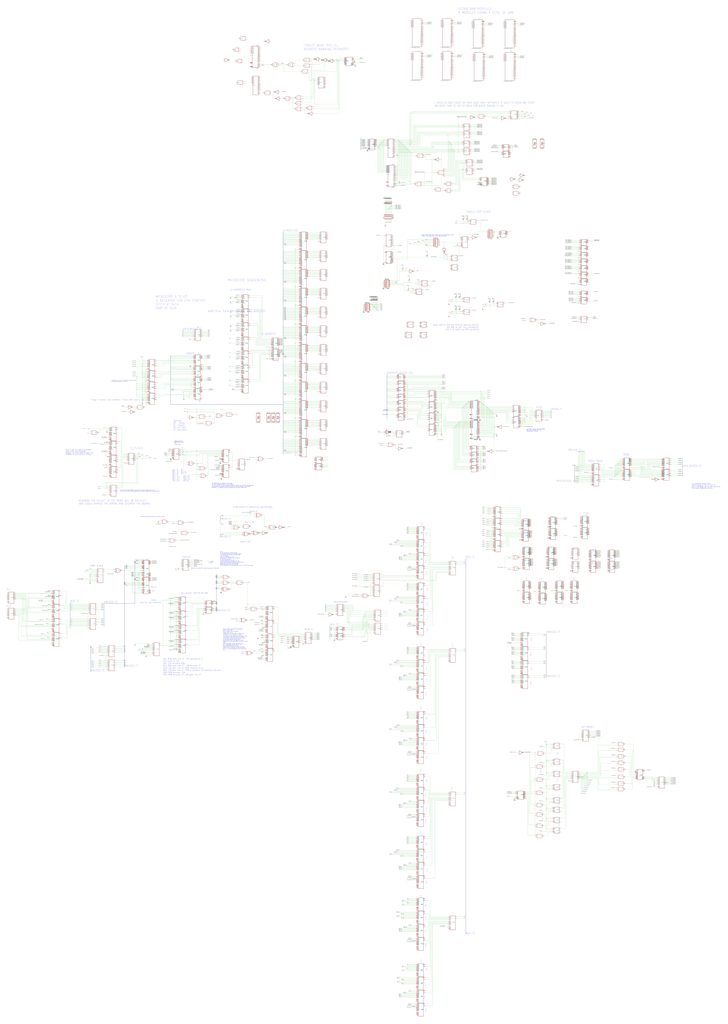
<source format=kicad_sch>
(kicad_sch (version 20211123) (generator eeschema)
  (paper "User" 1973.25 2772.31)
  (lib_symbols
    (symbol "main-eagle-import:27512"
      (property "Reference" "IC" (at -0.635 -0.635 0))
      (symbol "27512_1_0"
        (pin input line (at -15.24 -15.24 0) (length 5.08) (name "A15") (number "1"))
        (pin input line (at -15.24 22.86 0) (length 5.08) (name "A0") (number "10"))
        (pin tri_state line (at 10.16 22.86 180) (length 5.08) (name "O0") (number "11"))
        (pin tri_state line (at 10.16 20.32 180) (length 5.08) (name "O1") (number "12"))
        (pin tri_state line (at 10.16 17.78 180) (length 5.08) (name "O2") (number "13"))
        (pin tri_state line (at 10.16 15.24 180) (length 5.08) (name "O3") (number "15"))
        (pin tri_state line (at 10.16 12.7 180) (length 5.08) (name "O4") (number "16"))
        (pin tri_state line (at 10.16 10.16 180) (length 5.08) (name "O5") (number "17"))
        (pin tri_state line (at 10.16 7.62 180) (length 5.08) (name "O6") (number "18"))
        (pin tri_state line (at 10.16 5.08 180) (length 5.08) (name "O7") (number "19"))
        (pin input line (at -15.24 -7.62 0) (length 5.08) (name "A12") (number "2"))
        (pin input line (at -15.24 -20.32 0) (length 5.08) (name "~{CE}") (number "20"))
        (pin input line (at -15.24 -2.54 0) (length 5.08) (name "A10") (number "21"))
        (pin input line (at -15.24 -22.86 0) (length 5.08) (name "~{OE}") (number "22"))
        (pin input line (at -15.24 -5.08 0) (length 5.08) (name "A11") (number "23"))
        (pin input line (at -15.24 0 0) (length 5.08) (name "A9") (number "24"))
        (pin input line (at -15.24 2.54 0) (length 5.08) (name "A8") (number "25"))
        (pin input line (at -15.24 -10.16 0) (length 5.08) (name "A13") (number "26"))
        (pin input line (at -15.24 -12.7 0) (length 5.08) (name "A14") (number "27"))
        (pin input line (at -15.24 5.08 0) (length 5.08) (name "A7") (number "3"))
        (pin input line (at -15.24 7.62 0) (length 5.08) (name "A6") (number "4"))
        (pin input line (at -15.24 10.16 0) (length 5.08) (name "A5") (number "5"))
        (pin input line (at -15.24 12.7 0) (length 5.08) (name "A4") (number "6"))
        (pin input line (at -15.24 15.24 0) (length 5.08) (name "A3") (number "7"))
        (pin input line (at -15.24 17.78 0) (length 5.08) (name "A2") (number "8"))
        (pin input line (at -15.24 20.32 0) (length 5.08) (name "A1") (number "9"))
      )
      (symbol "27512_2_0"
        (text "GND" (at 1.905 -5.588 900) (effects (font (size 1.27 1.0795)) (justify left bottom)))
        (text "VCC" (at 1.905 2.413 900) (effects (font (size 1.27 1.0795)) (justify left bottom)))
        (pin power_in line (at 0 -7.62 90) (length 5.08) (name "GND") (number "14"))
        (pin power_in line (at 0 7.62 270) (length 5.08) (name "VCC") (number "28"))
      )
    )
    (symbol "main-eagle-import:4040N"
      (property "Reference" "IC" (at -1.27 -0.635 0))
      (symbol "4040N_1_0"
        (pin output line (at 12.7 -15.24 180) (length 5.08) (name "Q12") (number "1"))
        (pin input inverted_clock (at -12.7 12.7 0) (length 5.08) (name "P1") (number "10"))
        (pin input line (at -12.7 -15.24 0) (length 5.08) (name "RES") (number "11"))
        (pin output line (at 12.7 -7.62 180) (length 5.08) (name "Q9") (number "12"))
        (pin output line (at 12.7 -5.08 180) (length 5.08) (name "Q8") (number "13"))
        (pin output line (at 12.7 -10.16 180) (length 5.08) (name "Q10") (number "14"))
        (pin output line (at 12.7 -12.7 180) (length 5.08) (name "Q11") (number "15"))
        (pin output line (at 12.7 0 180) (length 5.08) (name "Q6") (number "2"))
        (pin output line (at 12.7 2.54 180) (length 5.08) (name "Q5") (number "3"))
        (pin output line (at 12.7 -2.54 180) (length 5.08) (name "Q7") (number "4"))
        (pin output line (at 12.7 5.08 180) (length 5.08) (name "Q4") (number "5"))
        (pin output line (at 12.7 7.62 180) (length 5.08) (name "Q3") (number "6"))
        (pin output line (at 12.7 10.16 180) (length 5.08) (name "Q2") (number "7"))
        (pin output line (at 12.7 12.7 180) (length 5.08) (name "Q1") (number "9"))
      )
      (symbol "4040N_2_0"
        (text "VDD" (at 1.905 2.54 900) (effects (font (size 1.27 1.0795)) (justify left bottom)))
        (text "VSS" (at 1.905 -5.842 900) (effects (font (size 1.27 1.0795)) (justify left bottom)))
        (pin power_in line (at 0 7.62 270) (length 5.08) (name "VDD") (number "16"))
        (pin power_in line (at 0 -7.62 90) (length 5.08) (name "VSS") (number "8"))
      )
    )
    (symbol "main-eagle-import:431000"
      (property "Reference" "IC" (at -7.62 20.955 0))
      (property "Value" "431000" (at -7.62 -40.64 0))
      (symbol "431000_1_0"
        (pin no_connect line (at 15.24 -5.08 180) (length 5.08) (name "NC") (number "1"))
        (pin input line (at -12.7 12.7 0) (length 5.08) (name "A2") (number "10"))
        (pin input line (at -12.7 15.24 0) (length 5.08) (name "A1") (number "11"))
        (pin input line (at -12.7 17.78 0) (length 5.08) (name "A0") (number "12"))
        (pin bidirectional line (at 15.24 17.78 180) (length 5.08) (name "I/O1") (number "13"))
        (pin bidirectional line (at 15.24 15.24 180) (length 5.08) (name "I/O2") (number "14"))
        (pin bidirectional line (at 15.24 12.7 180) (length 5.08) (name "I/O3") (number "15"))
        (pin power_in line (at 15.24 -35.56 180) (length 5.08) (name "GND") (number "16"))
        (pin bidirectional line (at 15.24 10.16 180) (length 5.08) (name "I/O4") (number "17"))
        (pin bidirectional line (at 15.24 7.62 180) (length 5.08) (name "I/O5") (number "18"))
        (pin bidirectional line (at 15.24 5.08 180) (length 5.08) (name "I/O6") (number "19"))
        (pin input line (at -12.7 -22.86 0) (length 5.08) (name "A16") (number "2"))
        (pin bidirectional line (at 15.24 2.54 180) (length 5.08) (name "I/O7") (number "20"))
        (pin bidirectional line (at 15.24 0 180) (length 5.08) (name "I/O8") (number "21"))
        (pin input line (at -12.7 -30.48 0) (length 5.08) (name "~{CE1}") (number "22"))
        (pin input line (at -12.7 -7.62 0) (length 5.08) (name "A10") (number "23"))
        (pin input line (at -12.7 -35.56 0) (length 5.08) (name "~{OE}") (number "24"))
        (pin input line (at -12.7 -10.16 0) (length 5.08) (name "A11") (number "25"))
        (pin input line (at -12.7 -5.08 0) (length 5.08) (name "A9") (number "26"))
        (pin input line (at -12.7 -2.54 0) (length 5.08) (name "A8") (number "27"))
        (pin input line (at -12.7 -15.24 0) (length 5.08) (name "A13") (number "28"))
        (pin input line (at -12.7 -27.94 0) (length 5.08) (name "~{WE}") (number "29"))
        (pin input line (at -12.7 -17.78 0) (length 5.08) (name "A14") (number "3"))
        (pin input line (at -12.7 -33.02 0) (length 5.08) (name "CE2") (number "30"))
        (pin input line (at -12.7 -20.32 0) (length 5.08) (name "A15") (number "31"))
        (pin power_in line (at 15.24 -25.4 180) (length 5.08) (name "VCC") (number "32"))
        (pin input line (at -12.7 -12.7 0) (length 5.08) (name "A12") (number "4"))
        (pin input line (at -12.7 0 0) (length 5.08) (name "A7") (number "5"))
        (pin input line (at -12.7 2.54 0) (length 5.08) (name "A6") (number "6"))
        (pin input line (at -12.7 5.08 0) (length 5.08) (name "A5") (number "7"))
        (pin input line (at -12.7 7.62 0) (length 5.08) (name "A4") (number "8"))
        (pin input line (at -12.7 10.16 0) (length 5.08) (name "A3") (number "9"))
      )
    )
    (symbol "main-eagle-import:58C256P"
      (property "Reference" "IC" (at -10.16 31.115 0))
      (property "Value" "58C256P" (at -10.16 -22.86 0))
      (symbol "58C256P_1_0"
        (pin input line (at -15.24 -7.62 0) (length 5.08) (name "A14") (number "1"))
        (pin input line (at -15.24 27.94 0) (length 5.08) (name "A0") (number "10"))
        (pin tri_state line (at 12.7 27.94 180) (length 5.08) (name "I/O0") (number "11"))
        (pin tri_state line (at 12.7 25.4 180) (length 5.08) (name "I/O1") (number "12"))
        (pin tri_state line (at 12.7 22.86 180) (length 5.08) (name "I/O2") (number "13"))
        (pin power_in line (at 12.7 -17.78 180) (length 5.08) (name "VSS") (number "14"))
        (pin tri_state line (at 12.7 20.32 180) (length 5.08) (name "I/O3") (number "15"))
        (pin tri_state line (at 12.7 17.78 180) (length 5.08) (name "I/O4") (number "16"))
        (pin tri_state line (at 12.7 15.24 180) (length 5.08) (name "I/O5") (number "17"))
        (pin tri_state line (at 12.7 12.7 180) (length 5.08) (name "I/O6") (number "18"))
        (pin tri_state line (at 12.7 10.16 180) (length 5.08) (name "I/O7") (number "19"))
        (pin input line (at -15.24 -2.54 0) (length 5.08) (name "A12") (number "2"))
        (pin input line (at -15.24 -17.78 0) (length 5.08) (name "~{CE}") (number "20"))
        (pin input line (at -15.24 2.54 0) (length 5.08) (name "A10") (number "21"))
        (pin input line (at -15.24 -15.24 0) (length 5.08) (name "~{OE}") (number "22"))
        (pin input line (at -15.24 0 0) (length 5.08) (name "A11") (number "23"))
        (pin input line (at -15.24 5.08 0) (length 5.08) (name "A9") (number "24"))
        (pin input line (at -15.24 7.62 0) (length 5.08) (name "A8") (number "25"))
        (pin input line (at -15.24 -5.08 0) (length 5.08) (name "A13") (number "26"))
        (pin input line (at -15.24 -12.7 0) (length 5.08) (name "~{WE}") (number "27"))
        (pin power_in line (at 12.7 -7.62 180) (length 5.08) (name "VCC") (number "28"))
        (pin input line (at -15.24 10.16 0) (length 5.08) (name "A7") (number "3"))
        (pin input line (at -15.24 12.7 0) (length 5.08) (name "A6") (number "4"))
        (pin input line (at -15.24 15.24 0) (length 5.08) (name "A5") (number "5"))
        (pin input line (at -15.24 17.78 0) (length 5.08) (name "A4") (number "6"))
        (pin input line (at -15.24 20.32 0) (length 5.08) (name "A3") (number "7"))
        (pin input line (at -15.24 22.86 0) (length 5.08) (name "A2") (number "8"))
        (pin input line (at -15.24 25.4 0) (length 5.08) (name "A1") (number "9"))
      )
    )
    (symbol "main-eagle-import:7400N"
      (property "Reference" "IC" (at -0.635 -0.635 0))
      (symbol "7400N_1_0"
        (pin input line (at -12.7 2.54 0) (length 5.08) (name "I0") (number "1"))
        (pin input line (at -12.7 -2.54 0) (length 5.08) (name "I1") (number "2"))
        (pin output inverted (at 12.7 0 180) (length 5.08) (name "O") (number "3"))
      )
      (symbol "7400N_2_0"
        (pin input line (at -12.7 2.54 0) (length 5.08) (name "I0") (number "4"))
        (pin input line (at -12.7 -2.54 0) (length 5.08) (name "I1") (number "5"))
        (pin output inverted (at 12.7 0 180) (length 5.08) (name "O") (number "6"))
      )
      (symbol "7400N_3_0"
        (pin input line (at -12.7 -2.54 0) (length 5.08) (name "I1") (number "10"))
        (pin output inverted (at 12.7 0 180) (length 5.08) (name "O") (number "8"))
        (pin input line (at -12.7 2.54 0) (length 5.08) (name "I0") (number "9"))
      )
      (symbol "7400N_4_0"
        (pin output inverted (at 12.7 0 180) (length 5.08) (name "O") (number "11"))
        (pin input line (at -12.7 2.54 0) (length 5.08) (name "I0") (number "12"))
        (pin input line (at -12.7 -2.54 0) (length 5.08) (name "I1") (number "13"))
      )
      (symbol "7400N_5_0"
        (text "GND" (at 1.905 -7.62 900) (effects (font (size 1.27 1.0795)) (justify left bottom)))
        (text "VCC" (at 1.905 5.08 900) (effects (font (size 1.27 1.0795)) (justify left bottom)))
        (pin power_in line (at 0 10.16 270) (length 7.62) (name "VCC") (number "14"))
        (pin power_in line (at 0 -10.16 90) (length 7.62) (name "GND") (number "7"))
      )
    )
    (symbol "main-eagle-import:7402N"
      (property "Reference" "IC" (at -0.635 -0.635 0))
      (symbol "7402N_1_0"
        (pin output inverted (at 12.7 0 180) (length 5.08) (name "O") (number "1"))
        (pin input line (at -12.7 2.54 0) (length 5.08) (name "I0") (number "2"))
        (pin input line (at -12.7 -2.54 0) (length 5.08) (name "I1") (number "3"))
      )
      (symbol "7402N_2_0"
        (pin output inverted (at 12.7 0 180) (length 5.08) (name "O") (number "4"))
        (pin input line (at -12.7 2.54 0) (length 5.08) (name "I0") (number "5"))
        (pin input line (at -12.7 -2.54 0) (length 5.08) (name "I1") (number "6"))
      )
      (symbol "7402N_3_0"
        (pin output inverted (at 12.7 0 180) (length 5.08) (name "O") (number "10"))
        (pin input line (at -12.7 2.54 0) (length 5.08) (name "I0") (number "8"))
        (pin input line (at -12.7 -2.54 0) (length 5.08) (name "I1") (number "9"))
      )
      (symbol "7402N_4_0"
        (pin input line (at -12.7 2.54 0) (length 5.08) (name "I0") (number "11"))
        (pin input line (at -12.7 -2.54 0) (length 5.08) (name "I1") (number "12"))
        (pin output inverted (at 12.7 0 180) (length 5.08) (name "O") (number "13"))
      )
      (symbol "7402N_5_0"
        (text "GND" (at 1.905 -7.62 900) (effects (font (size 1.27 1.0795)) (justify left bottom)))
        (text "VCC" (at 1.905 5.08 900) (effects (font (size 1.27 1.0795)) (justify left bottom)))
        (pin power_in line (at 0 10.16 270) (length 7.62) (name "VCC") (number "14"))
        (pin power_in line (at 0 -10.16 90) (length 7.62) (name "GND") (number "7"))
      )
    )
    (symbol "main-eagle-import:7404N"
      (property "Reference" "IC" (at -0.635 -0.635 0))
      (symbol "7404N_1_0"
        (pin input line (at -10.16 0 0) (length 5.08) (name "I") (number "1"))
        (pin output inverted (at 10.16 0 180) (length 5.08) (name "O") (number "2"))
      )
      (symbol "7404N_2_0"
        (pin input line (at -10.16 0 0) (length 5.08) (name "I") (number "3"))
        (pin output inverted (at 10.16 0 180) (length 5.08) (name "O") (number "4"))
      )
      (symbol "7404N_3_0"
        (pin input line (at -10.16 0 0) (length 5.08) (name "I") (number "5"))
        (pin output inverted (at 10.16 0 180) (length 5.08) (name "O") (number "6"))
      )
      (symbol "7404N_4_0"
        (pin output inverted (at 10.16 0 180) (length 5.08) (name "O") (number "8"))
        (pin input line (at -10.16 0 0) (length 5.08) (name "I") (number "9"))
      )
      (symbol "7404N_5_0"
        (pin output inverted (at 10.16 0 180) (length 5.08) (name "O") (number "10"))
        (pin input line (at -10.16 0 0) (length 5.08) (name "I") (number "11"))
      )
      (symbol "7404N_6_0"
        (pin output inverted (at 10.16 0 180) (length 5.08) (name "O") (number "12"))
        (pin input line (at -10.16 0 0) (length 5.08) (name "I") (number "13"))
      )
      (symbol "7404N_7_0"
        (text "GND" (at 1.905 -5.842 900) (effects (font (size 1.27 1.0795)) (justify left bottom)))
        (text "VCC" (at 1.905 2.54 900) (effects (font (size 1.27 1.0795)) (justify left bottom)))
        (pin power_in line (at 0 7.62 270) (length 5.08) (name "VCC") (number "14"))
        (pin power_in line (at 0 -7.62 90) (length 5.08) (name "GND") (number "7"))
      )
    )
    (symbol "main-eagle-import:7408N"
      (property "Reference" "IC" (at -0.635 -0.635 0))
      (symbol "7408N_1_0"
        (pin input line (at -12.7 2.54 0) (length 5.08) (name "I0") (number "1"))
        (pin input line (at -12.7 -2.54 0) (length 5.08) (name "I1") (number "2"))
        (pin output line (at 12.7 0 180) (length 5.08) (name "O") (number "3"))
      )
      (symbol "7408N_2_0"
        (pin input line (at -12.7 2.54 0) (length 5.08) (name "I0") (number "4"))
        (pin input line (at -12.7 -2.54 0) (length 5.08) (name "I1") (number "5"))
        (pin output line (at 12.7 0 180) (length 5.08) (name "O") (number "6"))
      )
      (symbol "7408N_3_0"
        (pin input line (at -12.7 -2.54 0) (length 5.08) (name "I1") (number "10"))
        (pin output line (at 12.7 0 180) (length 5.08) (name "O") (number "8"))
        (pin input line (at -12.7 2.54 0) (length 5.08) (name "I0") (number "9"))
      )
      (symbol "7408N_4_0"
        (pin output line (at 12.7 0 180) (length 5.08) (name "O") (number "11"))
        (pin input line (at -12.7 2.54 0) (length 5.08) (name "I0") (number "12"))
        (pin input line (at -12.7 -2.54 0) (length 5.08) (name "I1") (number "13"))
      )
      (symbol "7408N_5_0"
        (text "GND" (at 1.905 -7.62 900) (effects (font (size 1.27 1.0795)) (justify left bottom)))
        (text "VCC" (at 1.905 5.08 900) (effects (font (size 1.27 1.0795)) (justify left bottom)))
        (pin power_in line (at 0 10.16 270) (length 7.62) (name "VCC") (number "14"))
        (pin power_in line (at 0 -10.16 90) (length 7.62) (name "GND") (number "7"))
      )
    )
    (symbol "main-eagle-import:7410N"
      (property "Reference" "IC" (at -0.635 -0.635 0))
      (symbol "7410N_1_0"
        (pin input line (at -12.7 2.54 0) (length 5.08) (name "I0") (number "1"))
        (pin output inverted (at 12.7 0 180) (length 5.08) (name "O") (number "12"))
        (pin input line (at -12.7 -2.54 0) (length 5.08) (name "I2") (number "13"))
        (pin input line (at -12.7 0 0) (length 5.08) (name "I1") (number "2"))
      )
      (symbol "7410N_2_0"
        (pin input line (at -12.7 2.54 0) (length 5.08) (name "I0") (number "3"))
        (pin input line (at -12.7 0 0) (length 5.08) (name "I1") (number "4"))
        (pin input line (at -12.7 -2.54 0) (length 5.08) (name "I2") (number "5"))
        (pin output inverted (at 12.7 0 180) (length 5.08) (name "O") (number "6"))
      )
      (symbol "7410N_3_0"
        (pin input line (at -12.7 0 0) (length 5.08) (name "I1") (number "10"))
        (pin input line (at -12.7 -2.54 0) (length 5.08) (name "I2") (number "11"))
        (pin output inverted (at 12.7 0 180) (length 5.08) (name "O") (number "8"))
        (pin input line (at -12.7 2.54 0) (length 5.08) (name "I0") (number "9"))
      )
      (symbol "7410N_4_0"
        (text "GND" (at 1.905 -7.62 900) (effects (font (size 1.27 1.0795)) (justify left bottom)))
        (text "VCC" (at 1.905 5.08 900) (effects (font (size 1.27 1.0795)) (justify left bottom)))
        (pin power_in line (at 0 10.16 270) (length 7.62) (name "VCC") (number "14"))
        (pin power_in line (at 0 -10.16 90) (length 7.62) (name "GND") (number "7"))
      )
    )
    (symbol "main-eagle-import:7411N"
      (property "Reference" "IC" (at -0.635 -0.635 0))
      (symbol "7411N_1_0"
        (pin input line (at -12.7 2.54 0) (length 5.08) (name "I0") (number "1"))
        (pin output line (at 12.7 0 180) (length 5.08) (name "O") (number "12"))
        (pin input line (at -12.7 -2.54 0) (length 5.08) (name "I2") (number "13"))
        (pin input line (at -12.7 0 0) (length 5.08) (name "I1") (number "2"))
      )
      (symbol "7411N_2_0"
        (pin input line (at -12.7 2.54 0) (length 5.08) (name "I0") (number "3"))
        (pin input line (at -12.7 0 0) (length 5.08) (name "I1") (number "4"))
        (pin input line (at -12.7 -2.54 0) (length 5.08) (name "I2") (number "5"))
        (pin output line (at 12.7 0 180) (length 5.08) (name "O") (number "6"))
      )
      (symbol "7411N_3_0"
        (pin input line (at -12.7 0 0) (length 5.08) (name "I1") (number "10"))
        (pin input line (at -12.7 -2.54 0) (length 5.08) (name "I2") (number "11"))
        (pin output line (at 12.7 0 180) (length 5.08) (name "O") (number "8"))
        (pin input line (at -12.7 2.54 0) (length 5.08) (name "I0") (number "9"))
      )
      (symbol "7411N_4_0"
        (text "GND" (at 1.905 -7.62 900) (effects (font (size 1.27 1.0795)) (justify left bottom)))
        (text "VCC" (at 1.905 5.08 900) (effects (font (size 1.27 1.0795)) (justify left bottom)))
        (pin power_in line (at 0 10.16 270) (length 7.62) (name "VCC") (number "14"))
        (pin power_in line (at 0 -10.16 90) (length 7.62) (name "GND") (number "7"))
      )
    )
    (symbol "main-eagle-import:74138N"
      (property "Reference" "IC" (at -0.635 -0.635 0))
      (symbol "74138N_1_0"
        (pin input line (at -15.24 7.62 0) (length 5.08) (name "A") (number "1"))
        (pin output inverted (at 12.7 -5.08 180) (length 5.08) (name "Y5") (number "10"))
        (pin output inverted (at 12.7 -2.54 180) (length 5.08) (name "Y4") (number "11"))
        (pin output inverted (at 12.7 0 180) (length 5.08) (name "Y3") (number "12"))
        (pin output inverted (at 12.7 2.54 180) (length 5.08) (name "Y2") (number "13"))
        (pin output inverted (at 12.7 5.08 180) (length 5.08) (name "Y1") (number "14"))
        (pin output inverted (at 12.7 7.62 180) (length 5.08) (name "Y0") (number "15"))
        (pin input line (at -15.24 5.08 0) (length 5.08) (name "B") (number "2"))
        (pin input line (at -15.24 2.54 0) (length 5.08) (name "C") (number "3"))
        (pin input inverted (at -15.24 -7.62 0) (length 5.08) (name "G2A") (number "4"))
        (pin input inverted (at -15.24 -10.16 0) (length 5.08) (name "G2B") (number "5"))
        (pin input line (at -15.24 -5.08 0) (length 5.08) (name "G1") (number "6"))
        (pin output inverted (at 12.7 -10.16 180) (length 5.08) (name "Y7") (number "7"))
        (pin output inverted (at 12.7 -7.62 180) (length 5.08) (name "Y6") (number "9"))
      )
      (symbol "74138N_2_0"
        (text "GND" (at 1.905 -7.62 900) (effects (font (size 1.27 1.0795)) (justify left bottom)))
        (text "VCC" (at 1.905 5.08 900) (effects (font (size 1.27 1.0795)) (justify left bottom)))
        (pin power_in line (at 0 10.16 270) (length 7.62) (name "VCC") (number "16"))
        (pin power_in line (at 0 -10.16 90) (length 7.62) (name "GND") (number "8"))
      )
    )
    (symbol "main-eagle-import:74148N"
      (property "Reference" "IC" (at -0.635 -0.635 0))
      (symbol "74148N_1_0"
        (pin input inverted (at -12.7 0 0) (length 5.08) (name "4") (number "1"))
        (pin input inverted (at -12.7 10.16 0) (length 5.08) (name "0") (number "10"))
        (pin input inverted (at -12.7 7.62 0) (length 5.08) (name "1") (number "11"))
        (pin input inverted (at -12.7 5.08 0) (length 5.08) (name "2") (number "12"))
        (pin input inverted (at -12.7 2.54 0) (length 5.08) (name "3") (number "13"))
        (pin output inverted (at 12.7 -10.16 180) (length 5.08) (name "GS") (number "14"))
        (pin output line (at 12.7 -12.7 180) (length 5.08) (name "EO") (number "15"))
        (pin input inverted (at -12.7 -2.54 0) (length 5.08) (name "5") (number "2"))
        (pin input inverted (at -12.7 -5.08 0) (length 5.08) (name "6") (number "3"))
        (pin input inverted (at -12.7 -7.62 0) (length 5.08) (name "7") (number "4"))
        (pin input inverted (at -12.7 -12.7 0) (length 5.08) (name "EI") (number "5"))
        (pin output inverted (at 12.7 5.08 180) (length 5.08) (name "A2") (number "6"))
        (pin output inverted (at 12.7 7.62 180) (length 5.08) (name "A1") (number "7"))
        (pin output inverted (at 12.7 10.16 180) (length 5.08) (name "A0") (number "9"))
      )
      (symbol "74148N_2_0"
        (text "GND" (at 1.905 -7.62 900) (effects (font (size 1.27 1.0795)) (justify left bottom)))
        (text "VCC" (at 1.905 5.08 900) (effects (font (size 1.27 1.0795)) (justify left bottom)))
        (pin power_in line (at 0 10.16 270) (length 7.62) (name "VCC") (number "16"))
        (pin power_in line (at 0 -10.16 90) (length 7.62) (name "GND") (number "8"))
      )
    )
    (symbol "main-eagle-import:74151N"
      (property "Reference" "IC" (at -0.635 -0.635 0))
      (symbol "74151N_1_0"
        (pin input line (at -12.7 7.62 0) (length 5.08) (name "D3") (number "1"))
        (pin input line (at -12.7 -10.16 0) (length 5.08) (name "B") (number "10"))
        (pin input line (at -12.7 -7.62 0) (length 5.08) (name "A") (number "11"))
        (pin input line (at -12.7 -2.54 0) (length 5.08) (name "D7") (number "12"))
        (pin input line (at -12.7 0 0) (length 5.08) (name "D6") (number "13"))
        (pin input line (at -12.7 2.54 0) (length 5.08) (name "D5") (number "14"))
        (pin input line (at -12.7 5.08 0) (length 5.08) (name "D4") (number "15"))
        (pin input line (at -12.7 10.16 0) (length 5.08) (name "D2") (number "2"))
        (pin input line (at -12.7 12.7 0) (length 5.08) (name "D1") (number "3"))
        (pin input line (at -12.7 15.24 0) (length 5.08) (name "D0") (number "4"))
        (pin output line (at 12.7 10.16 180) (length 5.08) (name "Y") (number "5"))
        (pin output inverted (at 12.7 15.24 180) (length 5.08) (name "W") (number "6"))
        (pin input inverted (at -12.7 -15.24 0) (length 5.08) (name "G") (number "7"))
        (pin input line (at -12.7 -12.7 0) (length 5.08) (name "C") (number "9"))
      )
      (symbol "74151N_2_0"
        (text "GND" (at 1.905 -7.62 900) (effects (font (size 1.27 1.0795)) (justify left bottom)))
        (text "VCC" (at 1.905 5.08 900) (effects (font (size 1.27 1.0795)) (justify left bottom)))
        (pin power_in line (at 0 10.16 270) (length 7.62) (name "VCC") (number "16"))
        (pin power_in line (at 0 -10.16 90) (length 7.62) (name "GND") (number "8"))
      )
    )
    (symbol "main-eagle-import:74153N"
      (property "Reference" "IC" (at -0.635 -0.635 0))
      (symbol "74153N_1_0"
        (pin input inverted (at -12.7 -15.24 0) (length 5.08) (name "1G") (number "1"))
        (pin input line (at -12.7 2.54 0) (length 5.08) (name "2C0") (number "10"))
        (pin input line (at -12.7 0 0) (length 5.08) (name "2C1") (number "11"))
        (pin input line (at -12.7 -2.54 0) (length 5.08) (name "2C2") (number "12"))
        (pin input line (at -12.7 -5.08 0) (length 5.08) (name "2C3") (number "13"))
        (pin input line (at -12.7 -10.16 0) (length 5.08) (name "A") (number "14"))
        (pin input inverted (at -12.7 -17.78 0) (length 5.08) (name "2G") (number "15"))
        (pin input line (at -12.7 -12.7 0) (length 5.08) (name "B") (number "2"))
        (pin input line (at -12.7 7.62 0) (length 5.08) (name "1C3") (number "3"))
        (pin input line (at -12.7 10.16 0) (length 5.08) (name "1C2") (number "4"))
        (pin input line (at -12.7 12.7 0) (length 5.08) (name "1C1") (number "5"))
        (pin input line (at -12.7 15.24 0) (length 5.08) (name "1C0") (number "6"))
        (pin output line (at 12.7 15.24 180) (length 5.08) (name "1Y") (number "7"))
        (pin output line (at 12.7 10.16 180) (length 5.08) (name "2Y") (number "9"))
      )
      (symbol "74153N_2_0"
        (text "GND" (at 1.905 -7.62 900) (effects (font (size 1.27 1.0795)) (justify left bottom)))
        (text "VCC" (at 1.905 5.08 900) (effects (font (size 1.27 1.0795)) (justify left bottom)))
        (pin power_in line (at 0 10.16 270) (length 7.62) (name "VCC") (number "16"))
        (pin power_in line (at 0 -10.16 90) (length 7.62) (name "GND") (number "8"))
      )
    )
    (symbol "main-eagle-import:74157N"
      (property "Reference" "IC" (at -0.635 -0.635 0))
      (symbol "74157N_1_0"
        (pin input line (at -12.7 -10.16 0) (length 5.08) (name "~{A}/B") (number "1"))
        (pin input line (at -12.7 0 0) (length 5.08) (name "3B") (number "10"))
        (pin input line (at -12.7 2.54 0) (length 5.08) (name "3A") (number "11"))
        (pin output line (at 12.7 -2.54 180) (length 5.08) (name "4Y") (number "12"))
        (pin input line (at -12.7 -5.08 0) (length 5.08) (name "4B") (number "13"))
        (pin input line (at -12.7 -2.54 0) (length 5.08) (name "4A") (number "14"))
        (pin input inverted (at -12.7 -12.7 0) (length 5.08) (name "G") (number "15"))
        (pin input line (at -12.7 12.7 0) (length 5.08) (name "1A") (number "2"))
        (pin input line (at -12.7 10.16 0) (length 5.08) (name "1B") (number "3"))
        (pin output line (at 12.7 12.7 180) (length 5.08) (name "1Y") (number "4"))
        (pin input line (at -12.7 7.62 0) (length 5.08) (name "2A") (number "5"))
        (pin input line (at -12.7 5.08 0) (length 5.08) (name "2B") (number "6"))
        (pin output line (at 12.7 7.62 180) (length 5.08) (name "2Y") (number "7"))
        (pin output line (at 12.7 2.54 180) (length 5.08) (name "3Y") (number "9"))
      )
      (symbol "74157N_2_0"
        (text "GND" (at 1.905 -7.62 900) (effects (font (size 1.27 1.0795)) (justify left bottom)))
        (text "VCC" (at 1.905 5.08 900) (effects (font (size 1.27 1.0795)) (justify left bottom)))
        (pin power_in line (at 0 10.16 270) (length 7.62) (name "VCC") (number "16"))
        (pin power_in line (at 0 -10.16 90) (length 7.62) (name "GND") (number "8"))
      )
    )
    (symbol "main-eagle-import:74173N"
      (property "Reference" "IC" (at -0.635 -0.635 0))
      (symbol "74173N_1_0"
        (pin input inverted (at -12.7 -2.54 0) (length 5.08) (name "M") (number "1"))
        (pin input inverted (at -12.7 -10.16 0) (length 5.08) (name "G2") (number "10"))
        (pin input line (at -12.7 5.08 0) (length 5.08) (name "D4") (number "11"))
        (pin input line (at -12.7 7.62 0) (length 5.08) (name "D3") (number "12"))
        (pin input line (at -12.7 10.16 0) (length 5.08) (name "D2") (number "13"))
        (pin input line (at -12.7 12.7 0) (length 5.08) (name "D1") (number "14"))
        (pin input line (at -12.7 -12.7 0) (length 5.08) (name "CLR") (number "15"))
        (pin input inverted (at -12.7 -5.08 0) (length 5.08) (name "N") (number "2"))
        (pin tri_state line (at 12.7 12.7 180) (length 5.08) (name "Q1") (number "3"))
        (pin tri_state line (at 12.7 10.16 180) (length 5.08) (name "Q2") (number "4"))
        (pin tri_state line (at 12.7 7.62 180) (length 5.08) (name "Q3") (number "5"))
        (pin tri_state line (at 12.7 5.08 180) (length 5.08) (name "Q4") (number "6"))
        (pin input clock (at -12.7 0 0) (length 5.08) (name "CLK") (number "7"))
        (pin input inverted (at -12.7 -7.62 0) (length 5.08) (name "G1") (number "9"))
      )
      (symbol "74173N_2_0"
        (text "GND" (at 1.905 -7.62 900) (effects (font (size 1.27 1.0795)) (justify left bottom)))
        (text "VCC" (at 1.905 5.08 900) (effects (font (size 1.27 1.0795)) (justify left bottom)))
        (pin power_in line (at 0 10.16 270) (length 7.62) (name "VCC") (number "16"))
        (pin power_in line (at 0 -10.16 90) (length 7.62) (name "GND") (number "8"))
      )
    )
    (symbol "main-eagle-import:74181N"
      (property "Reference" "IC" (at -0.635 -0.635 0))
      (symbol "74181N_1_0"
        (pin input inverted (at -12.7 7.62 0) (length 5.08) (name "B0") (number "1"))
        (pin output inverted (at 12.7 17.78 180) (length 5.08) (name "F1") (number "10"))
        (pin output inverted (at 12.7 15.24 180) (length 5.08) (name "F2") (number "11"))
        (pin output inverted (at 12.7 12.7 180) (length 5.08) (name "F3") (number "13"))
        (pin output line (at 12.7 -12.7 180) (length 5.08) (name "A=B") (number "14"))
        (pin output inverted (at 12.7 -20.32 180) (length 5.08) (name "P") (number "15"))
        (pin output line (at 12.7 -15.24 180) (length 5.08) (name "CN+4") (number "16"))
        (pin output inverted (at 12.7 -17.78 180) (length 5.08) (name "G") (number "17"))
        (pin input inverted (at -12.7 0 0) (length 5.08) (name "B3") (number "18"))
        (pin input inverted (at -12.7 12.7 0) (length 5.08) (name "A3") (number "19"))
        (pin input inverted (at -12.7 20.32 0) (length 5.08) (name "A0") (number "2"))
        (pin input inverted (at -12.7 2.54 0) (length 5.08) (name "B2") (number "20"))
        (pin input inverted (at -12.7 15.24 0) (length 5.08) (name "A2") (number "21"))
        (pin input inverted (at -12.7 5.08 0) (length 5.08) (name "B1") (number "22"))
        (pin input inverted (at -12.7 17.78 0) (length 5.08) (name "A1") (number "23"))
        (pin input line (at -12.7 -17.78 0) (length 5.08) (name "S3") (number "3"))
        (pin input line (at -12.7 -15.24 0) (length 5.08) (name "S2") (number "4"))
        (pin input line (at -12.7 -12.7 0) (length 5.08) (name "S1") (number "5"))
        (pin input line (at -12.7 -10.16 0) (length 5.08) (name "S0") (number "6"))
        (pin input line (at -12.7 -5.08 0) (length 5.08) (name "CN") (number "7"))
        (pin input line (at -12.7 -20.32 0) (length 5.08) (name "M") (number "8"))
        (pin output inverted (at 12.7 20.32 180) (length 5.08) (name "F0") (number "9"))
      )
      (symbol "74181N_2_0"
        (text "GND" (at 1.905 -7.62 900) (effects (font (size 1.27 1.0795)) (justify left bottom)))
        (text "VCC" (at 1.905 5.08 900) (effects (font (size 1.27 1.0795)) (justify left bottom)))
        (pin power_in line (at 0 -10.16 90) (length 7.62) (name "GND") (number "12"))
        (pin power_in line (at 0 10.16 270) (length 7.62) (name "VCC") (number "24"))
      )
    )
    (symbol "main-eagle-import:7420N"
      (property "Reference" "IC" (at -0.635 -0.635 0))
      (symbol "7420N_1_0"
        (pin input line (at -12.7 5.08 0) (length 5.08) (name "I0") (number "1"))
        (pin input line (at -12.7 2.54 0) (length 5.08) (name "I1") (number "2"))
        (pin input line (at -12.7 -2.54 0) (length 5.08) (name "I2") (number "4"))
        (pin input line (at -12.7 -5.08 0) (length 5.08) (name "I3") (number "5"))
        (pin output inverted (at 12.7 0 180) (length 5.08) (name "O") (number "6"))
      )
      (symbol "7420N_2_0"
        (pin input line (at -12.7 2.54 0) (length 5.08) (name "I1") (number "10"))
        (pin input line (at -12.7 -2.54 0) (length 5.08) (name "I2") (number "12"))
        (pin input line (at -12.7 -5.08 0) (length 5.08) (name "I3") (number "13"))
        (pin output inverted (at 12.7 0 180) (length 5.08) (name "O") (number "8"))
        (pin input line (at -12.7 5.08 0) (length 5.08) (name "I0") (number "9"))
      )
      (symbol "7420N_3_0"
        (text "GND" (at 1.905 -7.62 900) (effects (font (size 1.27 1.0795)) (justify left bottom)))
        (text "VCC" (at 1.905 5.08 900) (effects (font (size 1.27 1.0795)) (justify left bottom)))
        (pin power_in line (at 0 10.16 270) (length 7.62) (name "VCC") (number "14"))
        (pin power_in line (at 0 -10.16 90) (length 7.62) (name "GND") (number "7"))
      )
    )
    (symbol "main-eagle-import:74244N"
      (property "Reference" "IC" (at -0.635 -0.635 0))
      (symbol "74244N_1_0"
        (pin input inverted (at -12.7 -7.62 0) (length 5.08) (name "G") (number "1"))
        (pin tri_state line (at 12.7 -2.54 180) (length 5.08) (name "Y4") (number "12"))
        (pin tri_state line (at 12.7 0 180) (length 5.08) (name "Y3") (number "14"))
        (pin tri_state line (at 12.7 2.54 180) (length 5.08) (name "Y2") (number "16"))
        (pin tri_state line (at 12.7 5.08 180) (length 5.08) (name "Y1") (number "18"))
        (pin input line (at -12.7 5.08 0) (length 5.08) (name "A1") (number "2"))
        (pin input line (at -12.7 2.54 0) (length 5.08) (name "A2") (number "4"))
        (pin input line (at -12.7 0 0) (length 5.08) (name "A3") (number "6"))
        (pin input line (at -12.7 -2.54 0) (length 5.08) (name "A4") (number "8"))
      )
      (symbol "74244N_2_0"
        (pin input line (at -12.7 5.08 0) (length 5.08) (name "A1") (number "11"))
        (pin input line (at -12.7 2.54 0) (length 5.08) (name "A2") (number "13"))
        (pin input line (at -12.7 0 0) (length 5.08) (name "A3") (number "15"))
        (pin input line (at -12.7 -2.54 0) (length 5.08) (name "A4") (number "17"))
        (pin input inverted (at -12.7 -7.62 0) (length 5.08) (name "G") (number "19"))
        (pin tri_state line (at 12.7 -2.54 180) (length 5.08) (name "Y4") (number "3"))
        (pin tri_state line (at 12.7 0 180) (length 5.08) (name "Y3") (number "5"))
        (pin tri_state line (at 12.7 2.54 180) (length 5.08) (name "Y2") (number "7"))
        (pin tri_state line (at 12.7 5.08 180) (length 5.08) (name "Y1") (number "9"))
      )
      (symbol "74244N_3_0"
        (text "GND" (at 1.905 -5.842 900) (effects (font (size 1.27 1.0795)) (justify left bottom)))
        (text "VCC" (at 1.905 2.54 900) (effects (font (size 1.27 1.0795)) (justify left bottom)))
        (pin power_in line (at 0 -7.62 90) (length 5.08) (name "GND") (number "10"))
        (pin power_in line (at 0 7.62 270) (length 5.08) (name "VCC") (number "20"))
      )
    )
    (symbol "main-eagle-import:74245N"
      (property "Reference" "IC" (at -0.635 -0.635 0))
      (symbol "74245N_1_0"
        (pin input line (at -12.7 -10.16 0) (length 5.08) (name "DIR") (number "1"))
        (pin bidirectional line (at 12.7 -5.08 180) (length 5.08) (name "B8") (number "11"))
        (pin bidirectional line (at 12.7 -2.54 180) (length 5.08) (name "B7") (number "12"))
        (pin bidirectional line (at 12.7 0 180) (length 5.08) (name "B6") (number "13"))
        (pin bidirectional line (at 12.7 2.54 180) (length 5.08) (name "B5") (number "14"))
        (pin bidirectional line (at 12.7 5.08 180) (length 5.08) (name "B4") (number "15"))
        (pin bidirectional line (at 12.7 7.62 180) (length 5.08) (name "B3") (number "16"))
        (pin bidirectional line (at 12.7 10.16 180) (length 5.08) (name "B2") (number "17"))
        (pin bidirectional line (at 12.7 12.7 180) (length 5.08) (name "B1") (number "18"))
        (pin input inverted (at -12.7 -12.7 0) (length 5.08) (name "G") (number "19"))
        (pin bidirectional line (at -12.7 12.7 0) (length 5.08) (name "A1") (number "2"))
        (pin bidirectional line (at -12.7 10.16 0) (length 5.08) (name "A2") (number "3"))
        (pin bidirectional line (at -12.7 7.62 0) (length 5.08) (name "A3") (number "4"))
        (pin bidirectional line (at -12.7 5.08 0) (length 5.08) (name "A4") (number "5"))
        (pin bidirectional line (at -12.7 2.54 0) (length 5.08) (name "A5") (number "6"))
        (pin bidirectional line (at -12.7 0 0) (length 5.08) (name "A6") (number "7"))
        (pin bidirectional line (at -12.7 -2.54 0) (length 5.08) (name "A7") (number "8"))
        (pin bidirectional line (at -12.7 -5.08 0) (length 5.08) (name "A8") (number "9"))
      )
      (symbol "74245N_2_0"
        (text "GND" (at 1.905 -7.62 900) (effects (font (size 1.27 1.0795)) (justify left bottom)))
        (text "VCC" (at 1.905 5.08 900) (effects (font (size 1.27 1.0795)) (justify left bottom)))
        (pin power_in line (at 0 -10.16 90) (length 7.62) (name "GND") (number "10"))
        (pin power_in line (at 0 10.16 270) (length 7.62) (name "VCC") (number "20"))
      )
    )
    (symbol "main-eagle-import:74253N"
      (property "Reference" "IC" (at -0.635 -0.635 0))
      (symbol "74253N_1_0"
        (pin input inverted (at -12.7 -15.24 0) (length 5.08) (name "1G") (number "1"))
        (pin input line (at -12.7 2.54 0) (length 5.08) (name "2C0") (number "10"))
        (pin input line (at -12.7 0 0) (length 5.08) (name "2C1") (number "11"))
        (pin input line (at -12.7 -2.54 0) (length 5.08) (name "2C2") (number "12"))
        (pin input line (at -12.7 -5.08 0) (length 5.08) (name "2C3") (number "13"))
        (pin input line (at -12.7 -10.16 0) (length 5.08) (name "A") (number "14"))
        (pin input inverted (at -12.7 -17.78 0) (length 5.08) (name "2G") (number "15"))
        (pin input line (at -12.7 -12.7 0) (length 5.08) (name "B") (number "2"))
        (pin input line (at -12.7 7.62 0) (length 5.08) (name "1C3") (number "3"))
        (pin input line (at -12.7 10.16 0) (length 5.08) (name "1C2") (number "4"))
        (pin input line (at -12.7 12.7 0) (length 5.08) (name "1C1") (number "5"))
        (pin input line (at -12.7 15.24 0) (length 5.08) (name "1C0") (number "6"))
        (pin tri_state line (at 12.7 15.24 180) (length 5.08) (name "1Y") (number "7"))
        (pin tri_state line (at 12.7 2.54 180) (length 5.08) (name "2Y") (number "9"))
      )
      (symbol "74253N_2_0"
        (text "GND" (at 1.905 -7.62 900) (effects (font (size 1.27 1.0795)) (justify left bottom)))
        (text "VCC" (at 1.905 5.08 900) (effects (font (size 1.27 1.0795)) (justify left bottom)))
        (pin power_in line (at 0 10.16 270) (length 7.62) (name "VCC") (number "16"))
        (pin power_in line (at 0 -10.16 90) (length 7.62) (name "GND") (number "8"))
      )
    )
    (symbol "main-eagle-import:74257N"
      (property "Reference" "IC" (at -0.635 -0.635 0))
      (symbol "74257N_1_0"
        (pin input line (at -12.7 -12.7 0) (length 5.08) (name "~{A}/B") (number "1"))
        (pin input line (at -12.7 0 0) (length 5.08) (name "3B") (number "10"))
        (pin input line (at -12.7 2.54 0) (length 5.08) (name "3A") (number "11"))
        (pin tri_state line (at 12.7 -2.54 180) (length 5.08) (name "4Y") (number "12"))
        (pin input line (at -12.7 -5.08 0) (length 5.08) (name "4B") (number "13"))
        (pin input line (at -12.7 -2.54 0) (length 5.08) (name "4A") (number "14"))
        (pin input inverted (at -12.7 -10.16 0) (length 5.08) (name "G") (number "15"))
        (pin input line (at -12.7 12.7 0) (length 5.08) (name "1A") (number "2"))
        (pin input line (at -12.7 10.16 0) (length 5.08) (name "1B") (number "3"))
        (pin tri_state line (at 12.7 12.7 180) (length 5.08) (name "1Y") (number "4"))
        (pin input line (at -12.7 7.62 0) (length 5.08) (name "2A") (number "5"))
        (pin input line (at -12.7 5.08 0) (length 5.08) (name "2B") (number "6"))
        (pin tri_state line (at 12.7 7.62 180) (length 5.08) (name "2Y") (number "7"))
        (pin tri_state line (at 12.7 2.54 180) (length 5.08) (name "3Y") (number "9"))
      )
      (symbol "74257N_2_0"
        (text "GND" (at 1.905 -7.62 900) (effects (font (size 1.27 1.0795)) (justify left bottom)))
        (text "VCC" (at 1.905 5.08 900) (effects (font (size 1.27 1.0795)) (justify left bottom)))
        (pin power_in line (at 0 10.16 270) (length 7.62) (name "VCC") (number "16"))
        (pin power_in line (at 0 -10.16 90) (length 7.62) (name "GND") (number "8"))
      )
    )
    (symbol "main-eagle-import:74273N"
      (property "Reference" "IC" (at -0.635 -0.635 0))
      (symbol "74273N_1_0"
        (pin input inverted (at -12.7 -12.7 0) (length 5.08) (name "CLR") (number "1"))
        (pin input clock (at -12.7 -10.16 0) (length 5.08) (name "CLK") (number "11"))
        (pin output line (at 12.7 2.54 180) (length 5.08) (name "Q5") (number "12"))
        (pin input line (at -12.7 2.54 0) (length 5.08) (name "D5") (number "13"))
        (pin input line (at -12.7 0 0) (length 5.08) (name "D6") (number "14"))
        (pin output line (at 12.7 0 180) (length 5.08) (name "Q6") (number "15"))
        (pin output line (at 12.7 -2.54 180) (length 5.08) (name "Q7") (number "16"))
        (pin input line (at -12.7 -2.54 0) (length 5.08) (name "D7") (number "17"))
        (pin input line (at -12.7 -5.08 0) (length 5.08) (name "D8") (number "18"))
        (pin output line (at 12.7 -5.08 180) (length 5.08) (name "Q8") (number "19"))
        (pin output line (at 12.7 12.7 180) (length 5.08) (name "Q1") (number "2"))
        (pin input line (at -12.7 12.7 0) (length 5.08) (name "D1") (number "3"))
        (pin input line (at -12.7 10.16 0) (length 5.08) (name "D2") (number "4"))
        (pin output line (at 12.7 10.16 180) (length 5.08) (name "Q2") (number "5"))
        (pin output line (at 12.7 7.62 180) (length 5.08) (name "Q3") (number "6"))
        (pin input line (at -12.7 7.62 0) (length 5.08) (name "D3") (number "7"))
        (pin input line (at -12.7 5.08 0) (length 5.08) (name "D4") (number "8"))
        (pin output line (at 12.7 5.08 180) (length 5.08) (name "Q4") (number "9"))
      )
      (symbol "74273N_2_0"
        (text "GND" (at 1.905 -7.62 900) (effects (font (size 1.27 1.0795)) (justify left bottom)))
        (text "VCC" (at 1.905 5.08 900) (effects (font (size 1.27 1.0795)) (justify left bottom)))
        (pin power_in line (at 0 -10.16 90) (length 7.62) (name "GND") (number "10"))
        (pin power_in line (at 0 10.16 270) (length 7.62) (name "VCC") (number "20"))
      )
    )
    (symbol "main-eagle-import:74279N"
      (property "Reference" "IC" (at -0.635 -0.635 0))
      (symbol "74279N_1_0"
        (pin input inverted (at -12.7 -2.54 0) (length 5.08) (name "R") (number "1"))
        (pin input inverted (at -12.7 5.08 0) (length 5.08) (name "S1") (number "2"))
        (pin input inverted (at -12.7 2.54 0) (length 5.08) (name "S2") (number "3"))
        (pin output line (at 12.7 5.08 180) (length 5.08) (name "Q") (number "4"))
      )
      (symbol "74279N_2_0"
        (pin input inverted (at -12.7 -2.54 0) (length 5.08) (name "R") (number "10"))
        (pin input inverted (at -12.7 5.08 0) (length 5.08) (name "S1") (number "11"))
        (pin input inverted (at -12.7 2.54 0) (length 5.08) (name "S2") (number "12"))
        (pin output line (at 12.7 5.08 180) (length 5.08) (name "Q") (number "9"))
      )
      (symbol "74279N_3_0"
        (pin input inverted (at -12.7 -2.54 0) (length 5.08) (name "R") (number "5"))
        (pin input inverted (at -12.7 5.08 0) (length 5.08) (name "S") (number "6"))
        (pin output line (at 12.7 5.08 180) (length 5.08) (name "Q") (number "7"))
      )
      (symbol "74279N_4_0"
        (pin output line (at 12.7 5.08 180) (length 5.08) (name "Q") (number "13"))
        (pin input inverted (at -12.7 -2.54 0) (length 5.08) (name "R") (number "14"))
        (pin input inverted (at -12.7 5.08 0) (length 5.08) (name "S") (number "15"))
      )
      (symbol "74279N_5_0"
        (text "GND" (at 1.905 -7.62 900) (effects (font (size 1.27 1.0795)) (justify left bottom)))
        (text "VCC" (at 1.905 5.08 900) (effects (font (size 1.27 1.0795)) (justify left bottom)))
        (pin power_in line (at 0 10.16 270) (length 7.62) (name "VCC") (number "16"))
        (pin power_in line (at 0 -10.16 90) (length 7.62) (name "GND") (number "8"))
      )
    )
    (symbol "main-eagle-import:7427N"
      (property "Reference" "IC" (at -0.635 -0.635 0))
      (symbol "7427N_1_0"
        (pin input line (at -12.7 2.54 0) (length 5.08) (name "I0") (number "1"))
        (pin output inverted (at 12.7 0 180) (length 5.08) (name "O") (number "12"))
        (pin input line (at -12.7 -2.54 0) (length 5.08) (name "I2") (number "13"))
        (pin input line (at -12.7 0 0) (length 5.08) (name "I1") (number "2"))
      )
      (symbol "7427N_2_0"
        (pin input line (at -12.7 2.54 0) (length 5.08) (name "I0") (number "3"))
        (pin input line (at -12.7 0 0) (length 5.08) (name "I1") (number "4"))
        (pin input line (at -12.7 -2.54 0) (length 5.08) (name "I2") (number "5"))
        (pin output inverted (at 12.7 0 180) (length 5.08) (name "O") (number "6"))
      )
      (symbol "7427N_3_0"
        (pin input line (at -12.7 0 0) (length 5.08) (name "I1") (number "10"))
        (pin input line (at -12.7 -2.54 0) (length 5.08) (name "I2") (number "11"))
        (pin output inverted (at 12.7 0 180) (length 5.08) (name "O") (number "8"))
        (pin input line (at -12.7 2.54 0) (length 5.08) (name "I0") (number "9"))
      )
      (symbol "7427N_4_0"
        (text "GND" (at 1.905 -7.62 900) (effects (font (size 1.27 1.0795)) (justify left bottom)))
        (text "VCC" (at 1.905 5.08 900) (effects (font (size 1.27 1.0795)) (justify left bottom)))
        (pin power_in line (at 0 10.16 270) (length 7.62) (name "VCC") (number "14"))
        (pin power_in line (at 0 -10.16 90) (length 7.62) (name "GND") (number "7"))
      )
    )
    (symbol "main-eagle-import:74283N"
      (property "Reference" "IC" (at -0.635 -0.635 0))
      (symbol "74283N_1_0"
        (pin output line (at 12.7 10.16 180) (length 5.08) (name "S2") (number "1"))
        (pin output line (at 12.7 5.08 180) (length 5.08) (name "S4") (number "10"))
        (pin input line (at -12.7 -7.62 0) (length 5.08) (name "B4") (number "11"))
        (pin input line (at -12.7 5.08 0) (length 5.08) (name "A4") (number "12"))
        (pin output line (at 12.7 7.62 180) (length 5.08) (name "S3") (number "13"))
        (pin input line (at -12.7 7.62 0) (length 5.08) (name "A3") (number "14"))
        (pin input line (at -12.7 -5.08 0) (length 5.08) (name "B3") (number "15"))
        (pin input line (at -12.7 -2.54 0) (length 5.08) (name "B2") (number "2"))
        (pin input line (at -12.7 10.16 0) (length 5.08) (name "A2") (number "3"))
        (pin output line (at 12.7 12.7 180) (length 5.08) (name "S1") (number "4"))
        (pin input line (at -12.7 12.7 0) (length 5.08) (name "A1") (number "5"))
        (pin input line (at -12.7 0 0) (length 5.08) (name "B1") (number "6"))
        (pin input line (at -12.7 -12.7 0) (length 5.08) (name "C0") (number "7"))
        (pin output line (at 12.7 -12.7 180) (length 5.08) (name "C4") (number "9"))
      )
      (symbol "74283N_2_0"
        (text "GND" (at 1.905 -7.62 900) (effects (font (size 1.27 1.0795)) (justify left bottom)))
        (text "VCC" (at 1.905 5.08 900) (effects (font (size 1.27 1.0795)) (justify left bottom)))
        (pin power_in line (at 0 10.16 270) (length 7.62) (name "VCC") (number "16"))
        (pin power_in line (at 0 -10.16 90) (length 7.62) (name "GND") (number "8"))
      )
    )
    (symbol "main-eagle-import:7430N"
      (property "Reference" "IC" (at -0.635 -0.635 0))
      (symbol "7430N_1_0"
        (pin input line (at -12.7 10.16 0) (length 5.08) (name "I0") (number "1"))
        (pin input line (at -12.7 -7.62 0) (length 5.08) (name "I6") (number "11"))
        (pin input line (at -12.7 -10.16 0) (length 5.08) (name "I7") (number "12"))
        (pin input line (at -12.7 7.62 0) (length 5.08) (name "I1") (number "2"))
        (pin input line (at -12.7 5.08 0) (length 5.08) (name "I2") (number "3"))
        (pin input line (at -12.7 2.54 0) (length 5.08) (name "I3") (number "4"))
        (pin input line (at -12.7 -2.54 0) (length 5.08) (name "I4") (number "5"))
        (pin input line (at -12.7 -5.08 0) (length 5.08) (name "I5") (number "6"))
        (pin output inverted (at 12.7 0 180) (length 5.08) (name "O") (number "8"))
      )
      (symbol "7430N_2_0"
        (text "GND" (at 1.905 -7.62 900) (effects (font (size 1.27 1.0795)) (justify left bottom)))
        (text "VCC" (at 1.905 5.08 900) (effects (font (size 1.27 1.0795)) (justify left bottom)))
        (pin power_in line (at 0 10.16 270) (length 7.62) (name "VCC") (number "14"))
        (pin power_in line (at 0 -10.16 90) (length 7.62) (name "GND") (number "7"))
      )
    )
    (symbol "main-eagle-import:7432N"
      (property "Reference" "IC" (at -0.635 -0.635 0))
      (symbol "7432N_1_0"
        (pin input line (at -12.7 2.54 0) (length 5.08) (name "I0") (number "1"))
        (pin input line (at -12.7 -2.54 0) (length 5.08) (name "I1") (number "2"))
        (pin output line (at 12.7 0 180) (length 5.08) (name "O") (number "3"))
      )
      (symbol "7432N_2_0"
        (pin input line (at -12.7 2.54 0) (length 5.08) (name "I0") (number "4"))
        (pin input line (at -12.7 -2.54 0) (length 5.08) (name "I1") (number "5"))
        (pin output line (at 12.7 0 180) (length 5.08) (name "O") (number "6"))
      )
      (symbol "7432N_3_0"
        (pin input line (at -12.7 -2.54 0) (length 5.08) (name "I1") (number "10"))
        (pin output line (at 12.7 0 180) (length 5.08) (name "O") (number "8"))
        (pin input line (at -12.7 2.54 0) (length 5.08) (name "I0") (number "9"))
      )
      (symbol "7432N_4_0"
        (pin output line (at 12.7 0 180) (length 5.08) (name "O") (number "11"))
        (pin input line (at -12.7 2.54 0) (length 5.08) (name "I0") (number "12"))
        (pin input line (at -12.7 -2.54 0) (length 5.08) (name "I1") (number "13"))
      )
      (symbol "7432N_5_0"
        (text "GND" (at 1.905 -7.62 900) (effects (font (size 1.27 1.0795)) (justify left bottom)))
        (text "VCC" (at 1.905 5.08 900) (effects (font (size 1.27 1.0795)) (justify left bottom)))
        (pin power_in line (at 0 10.16 270) (length 7.62) (name "VCC") (number "14"))
        (pin power_in line (at 0 -10.16 90) (length 7.62) (name "GND") (number "7"))
      )
    )
    (symbol "main-eagle-import:74377N"
      (property "Reference" "IC" (at -0.635 -0.635 0))
      (symbol "74377N_1_0"
        (pin input inverted (at -12.7 -12.7 0) (length 5.08) (name "G") (number "1"))
        (pin input clock (at -12.7 -10.16 0) (length 5.08) (name "CLK") (number "11"))
        (pin output line (at 12.7 2.54 180) (length 5.08) (name "5Q") (number "12"))
        (pin input line (at -12.7 2.54 0) (length 5.08) (name "5D") (number "13"))
        (pin input line (at -12.7 0 0) (length 5.08) (name "6D") (number "14"))
        (pin output line (at 12.7 0 180) (length 5.08) (name "6Q") (number "15"))
        (pin output line (at 12.7 -2.54 180) (length 5.08) (name "7Q") (number "16"))
        (pin input line (at -12.7 -2.54 0) (length 5.08) (name "7D") (number "17"))
        (pin input line (at -12.7 -5.08 0) (length 5.08) (name "8D") (number "18"))
        (pin output line (at 12.7 -5.08 180) (length 5.08) (name "8Q") (number "19"))
        (pin output line (at 12.7 12.7 180) (length 5.08) (name "1Q") (number "2"))
        (pin input line (at -12.7 12.7 0) (length 5.08) (name "1D") (number "3"))
        (pin input line (at -12.7 10.16 0) (length 5.08) (name "2D") (number "4"))
        (pin output line (at 12.7 10.16 180) (length 5.08) (name "2Q") (number "5"))
        (pin output line (at 12.7 7.62 180) (length 5.08) (name "3Q") (number "6"))
        (pin input line (at -12.7 7.62 0) (length 5.08) (name "3D") (number "7"))
        (pin input line (at -12.7 5.08 0) (length 5.08) (name "4D") (number "8"))
        (pin output line (at 12.7 5.08 180) (length 5.08) (name "4Q") (number "9"))
      )
      (symbol "74377N_2_0"
        (text "GND" (at 1.905 -7.62 900) (effects (font (size 1.27 1.0795)) (justify left bottom)))
        (text "VCC" (at 1.905 5.08 900) (effects (font (size 1.27 1.0795)) (justify left bottom)))
        (pin power_in line (at 0 -10.16 90) (length 7.62) (name "GND") (number "10"))
        (pin power_in line (at 0 10.16 270) (length 7.62) (name "VCC") (number "20"))
      )
    )
    (symbol "main-eagle-import:7474N"
      (property "Reference" "IC" (at -0.635 -0.635 0))
      (symbol "7474N_1_0"
        (pin input inverted (at -12.7 -5.08 0) (length 5.08) (name "CLR") (number "1"))
        (pin input line (at -12.7 2.54 0) (length 5.08) (name "D") (number "2"))
        (pin input clock (at -12.7 -2.54 0) (length 5.08) (name "CLK") (number "3"))
        (pin input inverted (at -12.7 5.08 0) (length 5.08) (name "PRE") (number "4"))
        (pin output line (at 12.7 5.08 180) (length 5.08) (name "Q") (number "5"))
        (pin output line (at 12.7 -5.08 180) (length 5.08) (name "~{Q}") (number "6"))
      )
      (symbol "7474N_2_0"
        (pin input inverted (at -12.7 5.08 0) (length 5.08) (name "PRE") (number "10"))
        (pin input clock (at -12.7 -2.54 0) (length 5.08) (name "CLK") (number "11"))
        (pin input line (at -12.7 2.54 0) (length 5.08) (name "D") (number "12"))
        (pin input inverted (at -12.7 -5.08 0) (length 5.08) (name "CLR") (number "13"))
        (pin output line (at 12.7 -5.08 180) (length 5.08) (name "~{Q}") (number "8"))
        (pin output line (at 12.7 5.08 180) (length 5.08) (name "Q") (number "9"))
      )
      (symbol "7474N_3_0"
        (text "GND" (at 1.905 -7.62 900) (effects (font (size 1.27 1.0795)) (justify left bottom)))
        (text "VCC" (at 1.905 5.08 900) (effects (font (size 1.27 1.0795)) (justify left bottom)))
        (pin power_in line (at 0 10.16 270) (length 7.62) (name "VCC") (number "14"))
        (pin power_in line (at 0 -10.16 90) (length 7.62) (name "GND") (number "7"))
      )
    )
    (symbol "main-eagle-import:7486N"
      (property "Reference" "IC" (at -0.635 -0.635 0))
      (symbol "7486N_1_0"
        (pin input line (at -12.7 2.54 0) (length 5.08) (name "I0") (number "1"))
        (pin input line (at -12.7 -2.54 0) (length 5.08) (name "I1") (number "2"))
        (pin output line (at 12.7 0 180) (length 5.08) (name "O") (number "3"))
      )
      (symbol "7486N_2_0"
        (pin input line (at -12.7 2.54 0) (length 5.08) (name "I0") (number "4"))
        (pin input line (at -12.7 -2.54 0) (length 5.08) (name "I1") (number "5"))
        (pin output line (at 12.7 0 180) (length 5.08) (name "O") (number "6"))
      )
      (symbol "7486N_3_0"
        (pin input line (at -12.7 -2.54 0) (length 5.08) (name "I1") (number "10"))
        (pin output line (at 12.7 0 180) (length 5.08) (name "O") (number "8"))
        (pin input line (at -12.7 2.54 0) (length 5.08) (name "I0") (number "9"))
      )
      (symbol "7486N_4_0"
        (pin output line (at 12.7 0 180) (length 5.08) (name "O") (number "11"))
        (pin input line (at -12.7 2.54 0) (length 5.08) (name "I0") (number "12"))
        (pin input line (at -12.7 -2.54 0) (length 5.08) (name "I1") (number "13"))
      )
      (symbol "7486N_5_0"
        (text "GND" (at 1.905 -7.62 900) (effects (font (size 1.27 1.0795)) (justify left bottom)))
        (text "VCC" (at 1.905 5.08 900) (effects (font (size 1.27 1.0795)) (justify left bottom)))
        (pin power_in line (at 0 10.16 270) (length 7.62) (name "VCC") (number "14"))
        (pin power_in line (at 0 -10.16 90) (length 7.62) (name "GND") (number "7"))
      )
    )
    (symbol "main-eagle-import:AS6C4008-55PCN"
      (property "Reference" "U" (at -4.7244 37.8714 0))
      (property "Value" "AS6C4008-55PCN" (at -7.3914 -43.688 0))
      (symbol "AS6C4008-55PCN_1_0"
        (pin no_connect line (at -17.78 -30.48 0) (length 5.08) (name "A18") (number "1"))
        (pin input line (at -17.78 10.16 0) (length 5.08) (name "A2") (number "10"))
        (pin input line (at -17.78 12.7 0) (length 5.08) (name "A1") (number "11"))
        (pin input line (at -17.78 15.24 0) (length 5.08) (name "A0") (number "12"))
        (pin bidirectional line (at 17.78 30.48 180) (length 5.08) (name "DQ0") (number "13"))
        (pin bidirectional line (at 17.78 27.94 180) (length 5.08) (name "DQ1") (number "14"))
        (pin bidirectional line (at 17.78 25.4 180) (length 5.08) (name "DQ2") (number "15"))
        (pin bidirectional line (at -17.78 -35.56 0) (length 5.08) (name "VSS") (number "16"))
        (pin bidirectional line (at 17.78 22.86 180) (length 5.08) (name "DQ3") (number "17"))
        (pin bidirectional line (at 17.78 20.32 180) (length 5.08) (name "DQ4") (number "18"))
        (pin bidirectional line (at 17.78 17.78 180) (length 5.08) (name "DQ5") (number "19"))
        (pin input line (at -17.78 -25.4 0) (length 5.08) (name "A16") (number "2"))
        (pin bidirectional line (at 17.78 15.24 180) (length 5.08) (name "DQ6") (number "20"))
        (pin bidirectional line (at 17.78 12.7 180) (length 5.08) (name "DQ7") (number "21"))
        (pin input line (at -17.78 25.4 0) (length 5.08) (name "CE") (number "22"))
        (pin input line (at -17.78 -10.16 0) (length 5.08) (name "A10") (number "23"))
        (pin input line (at -17.78 22.86 0) (length 5.08) (name "OE") (number "24"))
        (pin input line (at -17.78 -12.7 0) (length 5.08) (name "A11") (number "25"))
        (pin input line (at -17.78 -7.62 0) (length 5.08) (name "A9") (number "26"))
        (pin input line (at -17.78 -5.08 0) (length 5.08) (name "A8") (number "27"))
        (pin input line (at -17.78 -17.78 0) (length 5.08) (name "A13") (number "28"))
        (pin input line (at -17.78 20.32 0) (length 5.08) (name "WE") (number "29"))
        (pin input line (at -17.78 -20.32 0) (length 5.08) (name "A14") (number "3"))
        (pin input line (at -17.78 -27.94 0) (length 5.08) (name "A17") (number "30"))
        (pin input line (at -17.78 -22.86 0) (length 5.08) (name "A15") (number "31"))
        (pin power_in line (at -17.78 30.48 0) (length 5.08) (name "VCC") (number "32"))
        (pin input line (at -17.78 -15.24 0) (length 5.08) (name "A12") (number "4"))
        (pin input line (at -17.78 -2.54 0) (length 5.08) (name "A7") (number "5"))
        (pin input line (at -17.78 0 0) (length 5.08) (name "A6") (number "6"))
        (pin input line (at -17.78 2.54 0) (length 5.08) (name "A5") (number "7"))
        (pin input line (at -17.78 5.08 0) (length 5.08) (name "A4") (number "8"))
        (pin input line (at -17.78 7.62 0) (length 5.08) (name "A3") (number "9"))
      )
    )
    (symbol "main-eagle-import:GND" (power)
      (property "Value" "GND" (at -1.905 -3.175 0))
      (symbol "GND_1_0"
        (pin power_in line (at 0 2.54 270) (length 2.54) (name "GND") (number "1"))
      )
    )
    (symbol "main-eagle-import:HTIL311A"
      (property "Reference" "DIS" (at -1.27 -0.635 0))
      (symbol "HTIL311A_1_0"
        (pin input line (at 2.54 -15.24 90) (length 2.54) (name "DP-R") (number "10"))
        (pin input line (at 2.54 15.24 270) (length 2.54) (name "D3") (number "12"))
        (pin input line (at 0 15.24 270) (length 2.54) (name "D2") (number "13"))
        (pin input line (at -2.54 15.24 270) (length 2.54) (name "D1") (number "2"))
        (pin input line (at -5.08 15.24 270) (length 2.54) (name "D0") (number "3"))
        (pin input line (at -2.54 -15.24 90) (length 2.54) (name "DP-L") (number "4"))
        (pin input line (at -5.08 -15.24 90) (length 2.54) (name "L-SI") (number "5"))
        (pin input line (at 0 -15.24 90) (length 2.54) (name "BI") (number "8"))
      )
      (symbol "HTIL311A_2_0"
        (text "GND" (at 1.905 -5.842 900) (effects (font (size 1.27 1.0795)) (justify left bottom)))
        (text "LED" (at -6.477 1.905 900) (effects (font (size 1.27 1.0795)) (justify right top)))
        (text "SUP" (at -4.826 1.905 900) (effects (font (size 1.27 1.0795)) (justify right top)))
        (text "VCC" (at 1.905 2.413 900) (effects (font (size 1.27 1.0795)) (justify left bottom)))
        (pin input line (at -5.08 7.62 270) (length 5.08) (name "LEDSUP") (number "1"))
        (pin power_in line (at 0 7.62 270) (length 5.08) (name "VCC") (number "14"))
        (pin power_in line (at 0 -7.62 90) (length 5.08) (name "GND") (number "7"))
      )
    )
    (symbol "main-eagle-import:R-US_0204{slash}2V"
      (property "Reference" "R" (at -3.81 1.4986 0))
      (property "Value" "R-US_0204{slash}2V" (at -3.81 -3.302 0))
      (symbol "R-US_0204{slash}2V_1_0"
        (pin passive line (at -5.08 0 0) (length 2.54) (name "1") (number "1"))
        (pin passive line (at 5.08 0 180) (length 2.54) (name "2") (number "2"))
      )
    )
    (symbol "main-eagle-import:SW_DIP-8"
      (property "Reference" "SW" (at -5.08 10.795 0))
      (property "Value" "SW_DIP-8" (at -5.08 -15.24 0))
      (symbol "SW_DIP-8_1_0"
        (text "1" (at 4.826 -10.414 900) (effects (font (size 1.27 1.0795)) (justify left bottom)))
        (text "2" (at 4.826 -8.128 900) (effects (font (size 1.27 1.0795)) (justify left bottom)))
        (text "3" (at 4.826 -5.588 900) (effects (font (size 1.27 1.0795)) (justify left bottom)))
        (text "4" (at 4.826 -3.048 900) (effects (font (size 1.27 1.0795)) (justify left bottom)))
        (text "5" (at 4.826 -0.381 900) (effects (font (size 1.27 1.0795)) (justify left bottom)))
        (text "6" (at 4.826 2.159 900) (effects (font (size 1.27 1.0795)) (justify left bottom)))
        (text "7" (at 4.826 4.699 900) (effects (font (size 1.27 1.0795)) (justify left bottom)))
        (text "8" (at 4.826 7.112 900) (effects (font (size 1.27 1.0795)) (justify left bottom)))
        (text "ON" (at -3.556 -12.319 900) (effects (font (size 1.27 1.0795)) (justify left bottom)))
        (pin passive line (at 7.62 -10.16 180) (length 2.54) (name "1") (number "1"))
        (pin passive line (at -7.62 5.08 0) (length 2.54) (name "10") (number "10"))
        (pin passive line (at -7.62 2.54 0) (length 2.54) (name "11") (number "11"))
        (pin passive line (at -7.62 0 0) (length 2.54) (name "12") (number "12"))
        (pin passive line (at -7.62 -2.54 0) (length 2.54) (name "13") (number "13"))
        (pin passive line (at -7.62 -5.08 0) (length 2.54) (name "14") (number "14"))
        (pin passive line (at -7.62 -7.62 0) (length 2.54) (name "15") (number "15"))
        (pin passive line (at -7.62 -10.16 0) (length 2.54) (name "16") (number "16"))
        (pin passive line (at 7.62 -7.62 180) (length 2.54) (name "2") (number "2"))
        (pin passive line (at 7.62 -5.08 180) (length 2.54) (name "3") (number "3"))
        (pin passive line (at 7.62 -2.54 180) (length 2.54) (name "4") (number "4"))
        (pin passive line (at 7.62 0 180) (length 2.54) (name "5") (number "5"))
        (pin passive line (at 7.62 2.54 180) (length 2.54) (name "6") (number "6"))
        (pin passive line (at 7.62 5.08 180) (length 2.54) (name "7") (number "7"))
        (pin passive line (at 7.62 7.62 180) (length 2.54) (name "8") (number "8"))
        (pin passive line (at -7.62 7.62 0) (length 2.54) (name "9") (number "9"))
      )
    )
    (symbol "main-eagle-import:TL36PO"
      (property "Reference" "S" (at 5.08 -2.54 90))
      (property "Value" "TL36PO" (at 7.62 -2.54 90))
      (symbol "TL36PO_1_0"
        (pin passive line (at -2.54 5.08 270) (length 2.54) (name "O") (number "1"))
        (pin passive line (at 0 -5.08 90) (length 2.54) (name "P") (number "2"))
        (pin passive line (at 2.54 5.08 270) (length 2.54) (name "S") (number "3"))
      )
    )
    (symbol "main-eagle-import:VCC" (power)
      (property "Value" "VCC" (at -2.54 -2.54 90))
      (symbol "VCC_1_0"
        (pin power_in line (at 0 -2.54 90) (length 2.54) (name "VCC") (number "1"))
      )
    )
  )
  (junction (at 800.1 723.9))
  (junction (at 462.28 1739.9))
  (junction (at 1252.22 1104.9))
  (junction (at 533.4 1107.44))
  (junction (at 1186.18 1115.06))
  (junction (at 477.52 1722.12))
  (junction (at 1170.94 495.3))
  (junction (at 985.52 835.66))
  (junction (at 1389.38 396.24))
  (junction (at 1313.18 1079.5))
  (junction (at 477.52 1760.22))
  (junction (at 386.08 1021.08))
  (junction (at 535.94 1254.76))
  (junction (at 1094.74 393.7))
  (junction (at 1422.4 1140.46))
  (junction (at 1076.96 502.92))
  (junction (at 1196.34 1094.74))
  (junction (at 1257.3 1099.82))
  (junction (at 375.92 1551.94))
  (junction (at 1257.3 441.96))
  (junction (at 1191.26 657.86))
  (junction (at 1480.82 2059.94))
  (junction (at 1038.86 711.2))
  (junction (at 462.28 1676.4))
  (junction (at 1270 599.44))
  (junction (at 1104.9 1082.04))
  (junction (at 1414.78 1155.7))
  (junction (at 1270 596.9))
  (junction (at 386.08 1046.48))
  (junction (at 396.24 1061.72))
  (junction (at 1772.92 2123.44))
  (junction (at 1229.36 406.4))
  (junction (at 716.28 1699.26))
  (junction (at 1480.82 2214.88))
  (junction (at 1323.34 1104.9))
  (junction (at 497.84 1074.42))
  (junction (at 1318.26 1099.82))
  (junction (at 1320.8 1102.36))
  (junction (at 848.36 213.36))
  (junction (at 480.06 1719.58))
  (junction (at 800.1 1079.5))
  (junction (at 1196.34 1112.52))
  (junction (at 1056.64 561.34))
  (junction (at 1422.4 1122.68))
  (junction (at 1191.26 655.32))
  (junction (at 386.08 1760.22))
  (junction (at 1676.4 1280.16))
  (junction (at 1102.36 401.32))
  (junction (at 1043.94 601.98))
  (junction (at 1092.2 391.16))
  (junction (at 1239.52 1148.08))
  (junction (at 1480.82 2090.42))
  (junction (at 370.84 1049.02))
  (junction (at 1247.14 1140.46))
  (junction (at 1191.26 652.78))
  (junction (at 1115.06 388.62))
  (junction (at 370.84 1038.86))
  (junction (at 1099.82 398.78))
  (junction (at 1338.58 1221.74))
  (junction (at 1244.6 1143))
  (junction (at 1673.86 1282.7))
  (junction (at 716.28 1739.9))
  (junction (at 1600.2 1280.16))
  (junction (at 1191.26 662.94))
  (junction (at 1584.96 2098.04))
  (junction (at 1239.52 660.4))
  (junction (at 462.28 1663.7))
  (junction (at 1051.56 566.42))
  (junction (at 731.52 972.82))
  (junction (at 1480.82 2189.48))
  (junction (at 1104.9 1135.38))
  (junction (at 1480.82 2092.96))
  (junction (at 716.28 1696.72))
  (junction (at 1082.04 490.22))
  (junction (at 800.1 828.04))
  (junction (at 1567.18 820.42))
  (junction (at 1308.1 1092.2))
  (junction (at 462.28 1625.6))
  (junction (at 243.84 1559.56))
  (junction (at 843.28 215.9))
  (junction (at 1191.26 660.4))
  (junction (at 1236.98 815.34))
  (junction (at 1038.86 767.08))
  (junction (at 1328.42 828.04))
  (junction (at 1109.98 764.54))
  (junction (at 1772.92 2115.82))
  (junction (at 1303.02 1257.3))
  (junction (at 1772.92 2118.36))
  (junction (at 370.84 1069.34))
  (junction (at 1196.34 1165.86))
  (junction (at 386.08 1059.18))
  (junction (at 1270 1087.12))
  (junction (at 1579.88 2103.12))
  (junction (at 1338.58 822.96))
  (junction (at 1338.58 640.08))
  (junction (at 1480.82 2161.54))
  (junction (at 497.84 1071.88))
  (junction (at 1092.2 734.06))
  (junction (at 1328.42 1109.98))
  (junction (at 800.1 726.44))
  (junction (at 1267.46 1089.66))
  (junction (at 1196.34 431.8))
  (junction (at 713.74 1775.46))
  (junction (at 1056.64 601.98))
  (junction (at 1196.34 1160.78))
  (junction (at 1203.96 655.32))
  (junction (at 1191.26 650.24))
  (junction (at 370.84 1242.06))
  (junction (at 1303.02 1059.18))
  (junction (at 1574.8 2108.2))
  (junction (at 1115.06 414.02))
  (junction (at 1582.42 2100.58))
  (junction (at 1422.4 1104.9))
  (junction (at 1310.64 1074.42))
  (junction (at 1480.82 2242.82))
  (junction (at 1252.22 843.28))
  (junction (at 1295.4 500.38))
  (junction (at 386.08 1010.92))
  (junction (at 985.52 840.74))
  (junction (at 1422.4 1115.06))
  (junction (at 396.24 1092.2))
  (junction (at 1221.74 388.62))
  (junction (at 985.52 825.5))
  (junction (at 1033.78 386.08))
  (junction (at 1109.98 393.7))
  (junction (at 1082.04 381))
  (junction (at 370.84 1018.54))
  (junction (at 386.08 1005.84))
  (junction (at 914.4 162.56))
  (junction (at 1259.84 1097.28))
  (junction (at 713.74 1772.92))
  (junction (at 1333.5 1457.96))
  (junction (at 1592.58 2090.42))
  (junction (at 386.08 985.52))
  (junction (at 1244.6 665.48))
  (junction (at 497.84 1061.72))
  (junction (at 1267.46 599.44))
  (junction (at 853.44 218.44))
  (junction (at 800.1 1132.84))
  (junction (at 370.84 1043.94))
  (junction (at 1303.02 1239.52))
  (junction (at 533.4 1130.3))
  (junction (at 1051.56 601.98))
  (junction (at 1480.82 2164.08))
  (junction (at 1104.9 1046.48))
  (junction (at 1188.72 1150.62))
  (junction (at 1120.14 784.86))
  (junction (at 462.28 1638.3))
  (junction (at 1668.78 1287.78))
  (junction (at 1450.34 2037.08))
  (junction (at 1104.9 1117.6))
  (junction (at 1104.9 403.86))
  (junction (at 373.38 1239.52))
  (junction (at 1021.08 838.2))
  (junction (at 441.96 1747.52))
  (junction (at 1186.18 1145.54))
  (junction (at 370.84 1023.62))
  (junction (at 1793.24 1297.94))
  (junction (at 800.1 777.24))
  (junction (at 1303.02 1221.74))
  (junction (at 287.02 1775.46))
  (junction (at 378.46 1549.4))
  (junction (at 243.84 1554.48))
  (junction (at 1254.76 1102.36))
  (junction (at 1422.4 1130.3))
  (junction (at 533.4 1219.2))
  (junction (at 962.66 175.26))
  (junction (at 1216.66 383.54))
  (junction (at 1054.1 563.88))
  (junction (at 1038.86 762))
  (junction (at 985.52 830.58))
  (junction (at 1587.5 2095.5))
  (junction (at 1338.58 635))
  (junction (at 386.08 1051.56))
  (junction (at 906.78 1729.74))
  (junction (at 1089.66 388.62))
  (junction (at 1046.48 601.98))
  (junction (at 1236.98 848.36))
  (junction (at 800.1 1183.64))
  (junction (at 1369.06 1536.7))
  (junction (at 1112.52 391.16))
  (junction (at 800.1 675.64))
  (junction (at 670.56 1635.76))
  (junction (at 1112.52 411.48))
  (junction (at 1457.96 866.14))
  (junction (at 1567.18 751.84))
  (junction (at 1386.84 393.7))
  (junction (at 1038.86 777.24))
  (junction (at 1338.58 627.38))
  (junction (at 1196.34 1130.3))
  (junction (at 716.28 1734.82))
  (junction (at 1772.92 2120.9))
  (junction (at 241.3 1160.78))
  (junction (at 1313.18 1097.28))
  (junction (at 1394.46 2161.54))
  (junction (at 716.28 1737.36))
  (junction (at 1038.86 774.7))
  (junction (at 462.28 1701.8))
  (junction (at 1104.9 1064.26))
  (junction (at 800.1 876.3))
  (junction (at 1084.58 383.54))
  (junction (at 1678.94 1277.62))
  (junction (at 1087.12 386.08))
  (junction (at 500.38 1231.9))
  (junction (at 1252.22 459.74))
  (junction (at 800.1 929.64))
  (junction (at 1234.44 1153.16))
  (junction (at 1211.58 693.42))
  (junction (at 1028.7 391.16))
  (junction (at 1671.32 1285.24))
  (junction (at 480.06 1681.48))
  (junction (at 1196.34 1173.48))
  (junction (at 1450.34 2181.86))
  (junction (at 800.1 980.44))
  (junction (at 1308.1 1069.34))
  (junction (at 1666.24 1290.32))
  (junction (at 1247.14 843.28))
  (junction (at 1480.82 2016.76))
  (junction (at 1059.18 601.98))
  (junction (at 1422.4 1109.98))
  (junction (at 1049.02 601.98))
  (junction (at 1059.18 558.8))
  (junction (at 1480.82 2128.52))
  (junction (at 1188.72 1135.38))
  (junction (at 1226.82 403.86))
  (junction (at 800.1 1231.9))
  (junction (at 1333.5 1427.48))
  (junction (at 800.1 1028.7))
  (junction (at 1567.18 734.06))
  (junction (at 800.1 977.9))
  (junction (at 386.08 1082.04))
  (junction (at 995.68 1714.5))
  (junction (at 1219.2 386.08))
  (junction (at 800.1 1082.04))
  (junction (at 1790.7 1264.92))
  (junction (at 911.86 160.02))
  (junction (at 1196.34 1104.9))
  (junction (at 1005.84 1612.9))
  (junction (at 1480.82 2057.4))
  (junction (at 1336.04 1117.6))
  (junction (at 1333.5 1488.44))
  (junction (at 1023.62 840.74))
  (junction (at 1036.32 383.54))
  (junction (at 1330.96 1112.52))
  (junction (at 1196.34 1125.22))
  (junction (at 1338.58 637.54))
  (junction (at 243.84 1557.02))
  (junction (at 1684.02 1272.54))
  (junction (at 1341.12 1155.7))
  (junction (at 985.52 838.2))
  (junction (at 243.84 1574.8))
  (junction (at 386.08 1036.32))
  (junction (at 533.4 1270))
  (junction (at 1107.44 787.4))
  (junction (at 1109.98 408.94))
  (junction (at 1480.82 2217.42))
  (junction (at 1026.16 393.7))
  (junction (at 1567.18 698.5))
  (junction (at 1252.22 810.26))
  (junction (at 1005.84 822.96))
  (junction (at 1264.92 1092.2))
  (junction (at 1480.82 2125.98))
  (junction (at 1158.24 695.96))
  (junction (at 1338.58 1183.64))
  (junction (at 1480.82 2186.94))
  (junction (at 800.1 825.5))
  (junction (at 236.22 1661.16))
  (junction (at 386.08 1076.96))
  (junction (at 800.1 878.84))
  (junction (at 1310.64 1094.74))
  (junction (at 1196.34 1143))
  (junction (at 1041.4 378.46))
  (junction (at 386.08 1084.58))
  (junction (at 1104.9 1099.82))
  (junction (at 243.84 1562.1))
  (junction (at 985.52 833.12))
  (junction (at 1016 833.12))
  (junction (at 1013.46 830.58))
  (junction (at 728.98 939.8))
  (junction (at 1303.02 596.9))
  (junction (at 462.28 1714.5))
  (junction (at 358.14 1559.56))
  (junction (at 1099.82 734.06))
  (junction (at 505.46 1224.28))
  (junction (at 800.1 1181.1))
  (junction (at 1061.72 556.26))
  (junction (at 1247.14 810.26))
  (junction (at 1038.86 769.62))
  (junction (at 396.24 1031.24))
  (junction (at 1010.92 828.04))
  (junction (at 386.08 1079.5))
  (junction (at 1031.24 388.62))
  (junction (at 1071.88 1203.96))
  (junction (at 551.18 1658.62))
  (junction (at 800.1 1031.24))
  (junction (at 1224.28 391.16))
  (junction (at 1236.98 1150.62))
  (junction (at 1333.5 1115.06))
  (junction (at 1450.34 2072.64))
  (junction (at 1305.56 1064.26))
  (junction (at 1242.06 1145.54))
  (junction (at 1450.34 2148.84))
  (junction (at 1346.2 1176.02))
  (junction (at 1254.76 457.2))
  (junction (at 1257.3 604.52))
  (junction (at 916.94 165.1))
  (junction (at 1450.34 2108.2))
  (junction (at 1681.48 1275.08))
  (junction (at 1590.04 2092.96))
  (junction (at 985.52 828.04))
  (junction (at 1376.68 320.04))
  (junction (at 386.08 1071.88))
  (junction (at 373.38 1554.48))
  (junction (at 1018.54 835.66))
  (junction (at 800.1 1130.3))
  (junction (at 1214.12 365.76))
  (junction (at 1305.56 1089.66))
  (junction (at 1450.34 2207.26))
  (junction (at 1450.34 2237.74))
  (junction (at 1196.34 1099.82))
  (junction (at 1066.8 665.48))
  (junction (at 1079.5 378.46))
  (junction (at 1038.86 381))
  (junction (at 1577.34 2105.66))
  (junction (at 1229.36 1158.24))
  (junction (at 1567.18 680.72))
  (junction (at 1097.28 396.24))
  (junction (at 393.7 1059.18))
  (junction (at 1567.18 716.28))
  (junction (at 1338.58 629.92))
  (junction (at 477.52 1684.02))
  (junction (at 386.08 1016))
  (junction (at 1186.18 1176.02))
  (junction (at 508 1115.06))
  (junction (at 1038.86 772.16))
  (junction (at 1325.88 1107.44))
  (junction (at 800.1 774.7))
  (junction (at 1196.34 1120.14))
  (junction (at 1231.9 408.94))
  (junction (at 1135.38 762))
  (junction (at 1242.06 411.48))
  (junction (at 480.06 1757.68))
  (junction (at 1262.38 1094.74))
  (junction (at 386.08 1066.8))
  (junction (at 1480.82 2014.22))
  (junction (at 1422.4 1135.38))
  (junction (at 1008.38 825.5))
  (junction (at 360.68 1557.02))
  (junction (at 1038.86 764.54))
  (junction (at 386.08 1041.4))
  (junction (at 1567.18 769.62))
  (junction (at 1023.62 396.24))
  (junction (at 386.08 1757.68))
  (junction (at 370.84 1054.1))
  (junction (at 1054.1 601.98))
  (junction (at 497.84 1221.74))
  (junction (at 386.08 990.6))
  (junction (at 1231.9 1155.7))
  (junction (at 1295.4 635))
  (junction (at 386.08 1089.66))
  (junction (at 1338.58 632.46))
  (junction (at 1303.02 1087.12))
  (junction (at 1346.2 1122.68))
  (junction (at 393.7 1028.7))
  (junction (at 243.84 1572.26))
  (junction (at 1107.44 406.4))
  (bus_entry (at 769.62 850.9) (size -2.54 -2.54))
  (bus_entry (at 769.62 789.94) (size -2.54 -2.54))
  (bus_entry (at 279.4 1645.92) (size 2.54 -2.54))
  (bus_entry (at 769.62 1112.52) (size -2.54 -2.54))
  (bus_entry (at 769.62 1092.2) (size -2.54 2.54))
  (bus_entry (at 193.04 1635.76) (size -2.54 -2.54))
  (bus_entry (at 1051.56 1041.4) (size -2.54 -2.54))
  (bus_entry (at 769.62 647.7) (size -2.54 -2.54))
  (bus_entry (at 464.82 970.28) (size -2.54 -2.54))
  (bus_entry (at 1559.56 1290.32) (size -2.54 -2.54))
  (bus_entry (at 769.62 1046.48) (size -2.54 -2.54))
  (bus_entry (at 279.4 1635.76) (size 2.54 -2.54))
  (bus_entry (at 769.62 1087.12) (size -2.54 -2.54))
  (bus_entry (at 769.62 861.06) (size -2.54 -2.54))
  (bus_entry (at 1051.56 1089.66) (size -2.54 -2.54))
  (bus_entry (at 769.62 756.92) (size -2.54 -2.54))
  (bus_entry (at 764.54 960.12) (size 2.54 -2.54))
  (bus_entry (at 769.62 853.44) (size -2.54 -2.54))
  (bus_entry (at 769.62 1193.8) (size -2.54 -2.54))
  (bus_entry (at 769.62 635) (size -2.54 -2.54))
  (bus_entry (at 279.4 1681.48) (size 2.54 -2.54))
  (bus_entry (at 764.54 922.02) (size 2.54 -2.54))
  (bus_entry (at 497.84 894.08) (size -2.54 2.54))
  (bus_entry (at 589.28 1577.34) (size -2.54 -2.54))
  (bus_entry (at 769.62 988.06) (size -2.54 -2.54))
  (bus_entry (at 769.62 762) (size -2.54 -2.54))
  (bus_entry (at 769.62 960.12) (size -2.54 -2.54))
  (bus_entry (at 896.62 1704.34) (size -2.54 -2.54))
  (bus_entry (at 769.62 904.24) (size -2.54 -2.54))
  (bus_entry (at 599.44 1447.8) (size -2.54 -2.54))
  (bus_entry (at 896.62 1724.66) (size -2.54 -2.54))
  (bus_entry (at 769.62 1041.4) (size -2.54 -2.54))
  (bus_entry (at 980.44 391.16) (size -2.54 -2.54))
  (bus_entry (at 769.62 1038.86) (size -2.54 -2.54))
  (bus_entry (at 464.82 1054.1) (size -2.54 -2.54))
  (bus_entry (at 584.2 1651) (size 2.54 -2.54))
  (bus_entry (at 769.62 1150.62) (size -2.54 -2.54))
  (bus_entry (at 980.44 381) (size -2.54 -2.54))
  (bus_entry (at 1559.56 1275.08) (size -2.54 -2.54))
  (bus_entry (at 769.62 863.6) (size -2.54 -2.54))
  (bus_entry (at 279.4 1676.4) (size 2.54 -2.54))
  (bus_entry (at 769.62 937.26) (size -2.54 -2.54))
  (bus_entry (at 1259.84 2151.38) (size 2.54 -2.54))
  (bus_entry (at 1259.84 2146.3) (size 2.54 -2.54))
  (bus_entry (at 769.62 680.72) (size -2.54 -2.54))
  (bus_entry (at 769.62 901.7) (size -2.54 -2.54))
  (bus_entry (at 599.44 1397) (size -2.54 2.54))
  (bus_entry (at 1559.56 1259.84) (size -2.54 2.54))
  (bus_entry (at 769.62 1018.54) (size -2.54 -2.54))
  (bus_entry (at 769.62 784.86) (size -2.54 -2.54))
  (bus_entry (at 1846.58 1242.06) (size 2.54 -2.54))
  (bus_entry (at 1478.28 1752.6) (size 2.54 -2.54))
  (bus_entry (at 1051.56 1071.88) (size -2.54 -2.54))
  (bus_entry (at 769.62 1219.2) (size -2.54 -2.54))
  (bus_entry (at 769.62 889) (size -2.54 -2.54))
  (bus_entry (at 764.54 949.96) (size 2.54 -2.54))
  (bus_entry (at 1490.98 1127.76) (size 2.54 -2.54))
  (bus_entry (at 769.62 1196.34) (size -2.54 -2.54))
  (bus_entry (at 769.62 1170.94) (size -2.54 -2.54))
  (bus_entry (at 589.28 1564.64) (size -2.54 -2.54))
  (bus_entry (at 1559.56 1270) (size -2.54 -2.54))
  (bus_entry (at 769.62 1153.16) (size -2.54 -2.54))
  (bus_entry (at 769.62 1117.6) (size -2.54 -2.54))
  (bus_entry (at 980.44 388.62) (size -2.54 -2.54))
  (bus_entry (at 675.64 1389.38) (size -2.54 -2.54))
  (bus_entry (at 769.62 751.84) (size -2.54 -2.54))
  (bus_entry (at 340.36 1531.62) (size -2.54 2.54))
  (bus_entry (at 248.92 1795.78) (size -2.54 -2.54))
  (bus_entry (at 769.62 993.14) (size -2.54 -2.54))
  (bus_entry (at 1259.84 1757.68) (size 2.54 -2.54))
  (bus_entry (at 1572.26 1224.28) (size -2.54 -2.54))
  (bus_entry (at 464.82 995.68) (size -2.54 -2.54))
  (bus_entry (at 464.82 998.22) (size -2.54 -2.54))
  (bus_entry (at 764.54 929.64) (size 2.54 -2.54))
  (bus_entry (at 769.62 899.16) (size -2.54 -2.54))
  (bus_entry (at 980.44 386.08) (size -2.54 -2.54))
  (bus_entry (at 464.82 962.66) (size -2.54 2.54))
  (bus_entry (at 769.62 1148.08) (size -2.54 -2.54))
  (bus_entry (at 769.62 1051.56) (size -2.54 -2.54))
  (bus_entry (at 896.62 1719.58) (size -2.54 -2.54))
  (bus_entry (at 769.62 701.04) (size -2.54 -2.54))
  (bus_entry (at 1051.56 1023.62) (size -2.54 -2.54))
  (bus_entry (at 769.62 1016) (size -2.54 -2.54))
  (bus_entry (at 769.62 1059.18) (size -2.54 -2.54))
  (bus_entry (at 1051.56 1122.68) (size -2.54 -2.54))
  (bus_entry (at 769.62 955.04) (size -2.54 -2.54))
  (bus_entry (at 769.62 947.42) (size -2.54 -2.54))
  (bus_entry (at 764.54 947.42) (size 2.54 -2.54))
  (bus_entry (at 769.62 800.1) (size -2.54 -2.54))
  (bus_entry (at 769.62 640.08) (size -2.54 -2.54))
  (bus_entry (at 769.62 1099.82) (size -2.54 -2.54))
  (bus_entry (at 1051.56 1087.12) (size -2.54 -2.54))
  (bus_entry (at 368.3 1572.26) (size -2.54 -2.54))
  (bus_entry (at 769.62 942.34) (size -2.54 -2.54))
  (bus_entry (at 193.04 1676.4) (size -2.54 -2.54))
  (bus_entry (at 769.62 894.08) (size -2.54 -2.54))
  (bus_entry (at 589.28 1595.12) (size -2.54 -2.54))
  (bus_entry (at 769.62 845.82) (size -2.54 -2.54))
  (bus_entry (at 764.54 932.18) (size 2.54 -2.54))
  (bus_entry (at 1259.84 2481.58) (size 2.54 -2.54))
  (bus_entry (at 1846.58 1257.3) (size 2.54 -2.54))
  (bus_entry (at 769.62 1163.32) (size -2.54 -2.54))
  (bus_entry (at 769.62 965.2) (size -2.54 -2.54))
  (bus_entry (at 584.2 1653.54) (size 2.54 -2.54))
  (bus_entry (at 769.62 952.5) (size -2.54 -2.54))
  (bus_entry (at 1051.56 1104.9) (size -2.54 -2.54))
  (bus_entry (at 769.62 782.32) (size -2.54 -2.54))
  (bus_entry (at 769.62 1209.04) (size -2.54 -2.54))
  (bus_entry (at 769.62 883.92) (size -2.54 -2.54))
  (bus_entry (at 589.28 1592.58) (size -2.54 -2.54))
  (bus_entry (at 769.62 916.94) (size -2.54 -2.54))
  (bus_entry (at 599.44 1419.86) (size -2.54 -2.54))
  (bus_entry (at 368.3 1526.54) (size -2.54 -2.54))
  (bus_entry (at 464.82 1000.76) (size -2.54 -2.54))
  (bus_entry (at 769.62 805.18) (size -2.54 -2.54))
  (bus_entry (at 589.28 1562.1) (size -2.54 -2.54))
  (bus_entry (at 340.36 1534.16) (size -2.54 -2.54))
  (bus_entry (at 497.84 899.16) (size -2.54 -2.54))
  (bus_entry (at 769.62 1145.54) (size -2.54 -2.54))
  (bus_entry (at 769.62 652.78) (size -2.54 -2.54))
  (bus_entry (at 769.62 632.46) (size -2.54 -2.54))
  (bus_entry (at 769.62 1201.42) (size -2.54 -2.54))
  (bus_entry (at 769.62 708.66) (size -2.54 -2.54))
  (bus_entry (at 769.62 703.58) (size -2.54 -2.54))
  (bus_entry (at 1478.28 1790.7) (size 2.54 -2.54))
  (bus_entry (at 1846.58 1282.7) (size 2.54 -2.54))
  (bus_entry (at 1582.42 1224.28) (size -2.54 -2.54))
  (bus_entry (at 769.62 1191.26) (size -2.54 -2.54))
  (bus_entry (at 769.62 944.88) (size -2.54 -2.54))
  (bus_entry (at 769.62 660.4) (size -2.54 -2.54))
  (bus_entry (at 1051.56 1109.98) (size -2.54 -2.54))
  (bus_entry (at 340.36 1582.42) (size -2.54 -2.54))
  (bus_entry (at 769.62 662.94) (size -2.54 -2.54))
  (bus_entry (at 279.4 1691.64) (size 2.54 -2.54))
  (bus_entry (at 1051.56 1107.44) (size -2.54 -2.54))
  (bus_entry (at 584.2 1648.46) (size 2.54 -2.54))
  (bus_entry (at 1559.56 1300.48) (size -2.54 -2.54))
  (bus_entry (at 769.62 629.92) (size -2.54 -2.54))
  (bus_entry (at 896.62 1706.88) (size -2.54 -2.54))
  (bus_entry (at 769.62 1188.72) (size -2.54 -2.54))
  (bus_entry (at 764.54 952.5) (size 2.54 -2.54))
  (bus_entry (at 769.62 810.26) (size -2.54 -2.54))
  (bus_entry (at 769.62 688.34) (size -2.54 -2.54))
  (bus_entry (at 896.62 1722.12) (size -2.54 -2.54))
  (bus_entry (at 1574.8 1224.28) (size -2.54 -2.54))
  (bus_entry (at 769.62 995.68) (size -2.54 -2.54))
  (bus_entry (at 769.62 1216.66) (size -2.54 -2.54))
  (bus_entry (at 769.62 1061.72) (size -2.54 -2.54))
  (bus_entry (at 335.28 1750.06) (size 2.54 -2.54))
  (bus_entry (at 1490.98 1112.52) (size 2.54 -2.54))
  (bus_entry (at 584.2 1630.68) (size 2.54 -2.54))
  (bus_entry (at 584.2 1633.22) (size 2.54 -2.54))
  (bus_entry (at 1051.56 1016) (size -2.54 -2.54))
  (bus_entry (at 769.62 1054.1) (size -2.54 -2.54))
  (bus_entry (at 769.62 1104.9) (size -2.54 -2.54))
  (bus_entry (at 1559.56 1264.92) (size -2.54 -2.54))
  (bus_entry (at 769.62 637.54) (size -2.54 -2.54))
  (bus_entry (at 769.62 741.68) (size -2.54 -2.54))
  (bus_entry (at 769.62 734.06) (size -2.54 -2.54))
  (bus_entry (at 464.82 967.74) (size -2.54 -2.54))
  (bus_entry (at 769.62 731.52) (size -2.54 -2.54))
  (bus_entry (at 769.62 1120.14) (size -2.54 -2.54))
  (bus_entry (at 1051.56 1112.52) (size -2.54 -2.54))
  (bus_entry (at 589.28 1579.88) (size -2.54 -2.54))
  (bus_entry (at 769.62 759.46) (size -2.54 -2.54))
  (bus_entry (at 769.62 985.52) (size -2.54 -2.54))
  (bus_entry (at 497.84 896.62) (size -2.54 -2.54))
  (bus_entry (at 248.92 1800.86) (size -2.54 -2.54))
  (bus_entry (at 769.62 1092.2) (size -2.54 -2.54))
  (bus_entry (at 769.62 1115.06) (size -2.54 -2.54))
  (bus_entry (at 1490.98 1117.6) (size 2.54 -2.54))
  (bus_entry (at 769.62 838.2) (size -2.54 -2.54))
  (bus_entry (at 1478.28 1833.88) (size 2.54 -2.54))
  (bus_entry (at 279.4 1640.84) (size 2.54 -2.54))
  (bus_entry (at 769.62 645.16) (size -2.54 -2.54))
  (bus_entry (at 497.84 904.24) (size -2.54 -2.54))
  (bus_entry (at 769.62 795.02) (size -2.54 -2.54))
  (bus_entry (at 1490.98 1115.06) (size 2.54 -2.54))
  (bus_entry (at 1051.56 1018.54) (size -2.54 -2.54))
  (bus_entry (at 1051.56 1069.34) (size -2.54 -2.54))
  (bus_entry (at 335.28 1803.4) (size 2.54 -2.54))
  (bus_entry (at 1846.58 1247.14) (size 2.54 -2.54))
  (bus_entry (at 464.82 1026.16) (size -2.54 -2.54))
  (bus_entry (at 769.62 1107.44) (size -2.54 -2.54))
  (bus_entry (at 340.36 1579.88) (size -2.54 -2.54))
  (bus_entry (at 1051.56 1076.96) (size -2.54 -2.54))
  (bus_entry (at 769.62 866.14) (size -2.54 -2.54))
  (bus_entry (at 769.62 706.12) (size -2.54 -2.54))
  (bus_entry (at 769.62 754.38) (size -2.54 -2.54))
  (bus_entry (at 769.62 736.6) (size -2.54 -2.54))
  (bus_entry (at 464.82 1023.62) (size -2.54 -2.54))
  (bus_entry (at 769.62 891.54) (size -2.54 -2.54))
  (bus_entry (at 980.44 378.46) (size -2.54 -2.54))
  (bus_entry (at 1478.28 1828.8) (size 2.54 -2.54))
  (bus_entry (at 1569.72 1224.28) (size -2.54 -2.54))
  (bus_entry (at 368.3 1518.92) (size -2.54 2.54))
  (bus_entry (at 464.82 1031.24) (size -2.54 -2.54))
  (bus_entry (at 896.62 1699.26) (size -2.54 -2.54))
  (bus_entry (at 335.28 1793.24) (size 2.54 -2.54))
  (bus_entry (at 497.84 911.86) (size -2.54 -2.54))
  (bus_entry (at 1478.28 1757.68) (size 2.54 -2.54))
  (bus_entry (at 193.04 1686.56) (size -2.54 -2.54))
  (bus_entry (at 1051.56 1051.56) (size -2.54 -2.54))
  (bus_entry (at 368.3 1524) (size -2.54 -2.54))
  (bus_entry (at 497.84 909.32) (size -2.54 -2.54))
  (bus_entry (at 769.62 1165.86) (size -2.54 -2.54))
  (bus_entry (at 1051.56 1036.32) (size -2.54 -2.54))
  (bus_entry (at 769.62 1008.38) (size -2.54 -2.54))
  (bus_entry (at 769.62 1049.02) (size -2.54 -2.54))
  (bus_entry (at 1490.98 1125.22) (size 2.54 -2.54))
  (bus_entry (at 1051.56 1038.86) (size -2.54 -2.54))
  (bus_entry (at 769.62 1036.32) (size -2.54 -2.54))
  (bus_entry (at 769.62 998.22) (size -2.54 -2.54))
  (bus_entry (at 769.62 1013.46) (size -2.54 -2.54))
  (bus_entry (at 764.54 957.58) (size 2.54 -2.54))
  (bus_entry (at 769.62 657.86) (size -2.54 -2.54))
  (bus_entry (at 769.62 1168.4) (size -2.54 -2.54))
  (bus_entry (at 980.44 383.54) (size -2.54 -2.54))
  (bus_entry (at 1559.56 1305.56) (size -2.54 -2.54))
  (bus_entry (at 980.44 393.7) (size -2.54 -2.54))
  (bus_entry (at 769.62 792.48) (size -2.54 -2.54))
  (bus_entry (at 769.62 746.76) (size -2.54 -2.54))
  (bus_entry (at 769.62 698.5) (size -2.54 -2.54))
  (bus_entry (at 1584.96 1224.28) (size -2.54 -2.54))
  (bus_entry (at 769.62 744.22) (size -2.54 -2.54))
  (bus_entry (at 769.62 713.74) (size -2.54 -2.54))
  (bus_entry (at 764.54 934.72) (size 2.54 -2.54))
  (bus_entry (at 1051.56 1092.2) (size -2.54 -2.54))
  (bus_entry (at 769.62 934.72) (size -2.54 -2.54))
  (bus_entry (at 335.28 1765.3) (size 2.54 -2.54))
  (bus_entry (at 769.62 1155.7) (size -2.54 -2.54))
  (bus_entry (at 769.62 1214.12) (size -2.54 -2.54))
  (bus_entry (at 769.62 1198.88) (size -2.54 -2.54))
  (bus_entry (at 368.3 1521.46) (size -2.54 -2.54))
  (bus_entry (at 769.62 1137.92) (size -2.54 -2.54))
  (bus_entry (at 769.62 683.26) (size -2.54 -2.54))
  (bus_entry (at 248.92 1752.6) (size -2.54 -2.54))
  (bus_entry (at 1490.98 1122.68) (size 2.54 -2.54))
  (bus_entry (at 769.62 739.14) (size -2.54 -2.54))
  (bus_entry (at 769.62 1043.94) (size -2.54 -2.54))
  (bus_entry (at 769.62 642.62) (size -2.54 -2.54))
  (bus_entry (at 769.62 764.54) (size -2.54 -2.54))
  (bus_entry (at 769.62 1056.64) (size -2.54 -2.54))
  (bus_entry (at 248.92 1790.7) (size -2.54 -2.54))
  (bus_entry (at 464.82 993.14) (size -2.54 -2.54))
  (bus_entry (at 1490.98 1130.3) (size 2.54 -2.54))
  (bus_entry (at 769.62 807.72) (size -2.54 -2.54))
  (bus_entry (at 1051.56 1021.08) (size -2.54 -2.54))
  (bus_entry (at 769.62 990.6) (size -2.54 -2.54))
  (bus_entry (at 248.92 1767.84) (size -2.54 -2.54))
  (bus_entry (at 769.62 949.96) (size -2.54 -2.54))
  (bus_entry (at 248.92 1762.76) (size -2.54 -2.54))
  (bus_entry (at 1846.58 1277.62) (size 2.54 -2.54))
  (bus_entry (at 764.54 927.1) (size 2.54 -2.54))
  (bus_entry (at 764.54 919.48) (size 2.54 -2.54))
  (bus_entry (at 248.92 1805.94) (size -2.54 -2.54))
  (bus_entry (at 279.4 1651) (size 2.54 -2.54))
  (bus_entry (at 769.62 1064.26) (size -2.54 -2.54))
  (bus_entry (at 1051.56 1054.1) (size -2.54 -2.54))
  (bus_entry (at 193.04 1681.48) (size -2.54 -2.54))
  (bus_entry (at 1259.84 2486.66) (size 2.54 -2.54))
  (bus_entry (at 769.62 962.66) (size -2.54 -2.54))
  (bus_entry (at 769.62 685.8) (size -2.54 -2.54))
  (bus_entry (at 335.28 1760.22) (size 2.54 -2.54))
  (bus_entry (at 769.62 914.4) (size -2.54 -2.54))
  (bus_entry (at 769.62 690.88) (size -2.54 -2.54))
  (bus_entry (at 769.62 655.32) (size -2.54 -2.54))
  (bus_entry (at 769.62 896.62) (size -2.54 -2.54))
  (bus_entry (at 769.62 1066.8) (size -2.54 -2.54))
  (bus_entry (at 1559.56 1295.4) (size -2.54 -2.54))
  (bus_entry (at 1577.34 1224.28) (size -2.54 -2.54))
  (bus_entry (at 769.62 858.52) (size -2.54 -2.54))
  (bus_entry (at 769.62 957.58) (size -2.54 -2.54))
  (bus_entry (at 1051.56 1094.74) (size -2.54 -2.54))
  (bus_entry (at 769.62 1000.76) (size -2.54 -2.54))
  (bus_entry (at 769.62 906.78) (size -2.54 -2.54))
  (bus_entry (at 193.04 1640.84) (size -2.54 -2.54))
  (bus_entry (at 497.84 906.78) (size -2.54 -2.54))
  (bus_entry (at 769.62 749.3) (size -2.54 -2.54))
  (bus_entry (at 584.2 1628.14) (size 2.54 -2.54))
  (bus_entry (at 340.36 1584.96) (size -2.54 -2.54))
  (bus_entry (at 769.62 1089.66) (size -2.54 -2.54))
  (bus_entry (at 1259.84 1762.76) (size 2.54 -2.54))
  (bus_entry (at 1051.56 1033.78) (size -2.54 -2.54))
  (bus_entry (at 335.28 1755.14) (size 2.54 -2.54))
  (bus_entry (at 769.62 1140.46) (size -2.54 -2.54))
  (bus_entry (at 1579.88 1224.28) (size -2.54 -2.54))
  (bus_entry (at 769.62 815.34) (size -2.54 -2.54))
  (bus_entry (at 193.04 1691.64) (size -2.54 -2.54))
  (bus_entry (at 769.62 939.8) (size -2.54 -2.54))
  (bus_entry (at 769.62 693.42) (size -2.54 -2.54))
  (bus_entry (at 769.62 1160.78) (size -2.54 -2.54))
  (bus_entry (at 769.62 1109.98) (size -2.54 -2.54))
  (bus_entry (at 764.54 955.04) (size 2.54 -2.54))
  (bus_entry (at 769.62 855.98) (size -2.54 -2.54))
  (bus_entry (at 769.62 848.36) (size -2.54 -2.54))
  (bus_entry (at 584.2 1635.76) (size 2.54 -2.54))
  (bus_entry (at 279.4 1686.56) (size 2.54 -2.54))
  (bus_entry (at 769.62 1206.5) (size -2.54 -2.54))
  (bus_entry (at 769.62 886.46) (size -2.54 -2.54))
  (bus_entry (at 769.62 909.32) (size -2.54 -2.54))
  (bus_entry (at 769.62 1005.84) (size -2.54 -2.54))
  (bus_entry (at 769.62 1158.24) (size -2.54 -2.54))
  (bus_entry (at 1846.58 1272.54) (size 2.54 -2.54))
  (bus_entry (at 193.04 1651) (size -2.54 -2.54))
  (bus_entry (at 464.82 1056.64) (size -2.54 -2.54))
  (bus_entry (at 769.62 843.28) (size -2.54 -2.54))
  (bus_entry (at 335.28 1788.16) (size 2.54 -2.54))
  (bus_entry (at 896.62 1717.04) (size -2.54 -2.54))
  (bus_entry (at 1051.56 1074.42) (size -2.54 -2.54))
  (bus_entry (at 764.54 924.56) (size 2.54 -2.54))
  (bus_entry (at 464.82 1028.7) (size -2.54 -2.54))
  (bus_entry (at 769.62 911.86) (size -2.54 -2.54))
  (bus_entry (at 1567.18 1224.28) (size 2.54 -2.54))
  (bus_entry (at 769.62 650.24) (size -2.54 -2.54))
  (bus_entry (at 769.62 835.66) (size -2.54 -2.54))
  (bus_entry (at 769.62 797.56) (size -2.54 -2.54))
  (bus_entry (at 340.36 1536.7) (size -2.54 -2.54))
  (bus_entry (at 769.62 812.8) (size -2.54 -2.54))
  (bus_entry (at 769.62 1211.58) (size -2.54 -2.54))
  (bus_entry (at 1478.28 1795.78) (size 2.54 -2.54))
  (bus_entry (at 248.92 1757.68) (size -2.54 -2.54))
  (bus_entry (at 769.62 1203.96) (size -2.54 -2.54))
  (bus_entry (at 368.3 1569.72) (size -2.54 -2.54))
  (bus_entry (at 1051.56 1059.18) (size -2.54 -2.54))
  (bus_entry (at 896.62 1701.8) (size -2.54 -2.54))
  (bus_entry (at 1051.56 1056.64) (size -2.54 -2.54))
  (bus_entry (at 980.44 396.24) (size -2.54 -2.54))
  (bus_entry (at 769.62 840.74) (size -2.54 -2.54))
  (bus_entry (at 464.82 965.2) (size -2.54 -2.54))
  (bus_entry (at 769.62 802.64) (size -2.54 -2.54))
  (bus_entry (at 769.62 1003.3) (size -2.54 -2.54))
  (bus_entry (at 769.62 1069.34) (size -2.54 -2.54))
  (bus_entry (at 497.84 901.7) (size -2.54 -2.54))
  (bus_entry (at 335.28 1798.32) (size 2.54 -2.54))
  (bus_entry (at 589.28 1559.56) (size -2.54 -2.54))
  (bus_entry (at 193.04 1645.92) (size -2.54 -2.54))
  (bus_entry (at 769.62 787.4) (size -2.54 -2.54))
  (bus_entry (at 340.36 1577.34) (size -2.54 -2.54))
  (bus_entry (at 769.62 695.96) (size -2.54 -2.54))
  (bus_entry (at 1846.58 1252.22) (size 2.54 -2.54))
  (bus_entry (at 1259.84 1521.46) (size 2.54 -2.54))
  (bus_entry (at 764.54 916.94) (size 2.54 -2.54))
  (bus_entry (at 769.62 1143) (size -2.54 -2.54))
  (bus_entry (at 368.3 1564.64) (size -2.54 -2.54))
  (bus_entry (at 769.62 1102.36) (size -2.54 -2.54))
  (bus_entry (at 1490.98 1120.14) (size 2.54 -2.54))
  (bus_entry (at 769.62 967.74) (size -2.54 -2.54))
  (bus_entry (at 1259.84 1526.54) (size 2.54 -2.54))
  (bus_entry (at 769.62 711.2) (size -2.54 -2.54))
  (bus_entry (at 1846.58 1287.78) (size 2.54 -2.54))
  (bus_entry (at 769.62 1010.92) (size -2.54 -2.54))
  (bus_entry (at 769.62 833.12) (size -2.54 -2.54))
  (bus_entry (at 769.62 1097.28) (size -2.54 -2.54))
  (bus_entry (at 1478.28 1719.58) (size 2.54 -2.54))
  (bus_entry (at 589.28 1574.8) (size -2.54 -2.54))
  (bus_entry (at 340.36 1539.24) (size -2.54 -2.54))
  (bus_entry (at 769.62 1221.74) (size -2.54 -2.54))
  (bus_entry (at 368.3 1567.18) (size -2.54 -2.54))
  (bus_entry (at 584.2 1645.92) (size 2.54 -2.54))
  (wire (pts (xy 1336.04 1480.82) (xy 1313.18 1480.82)))
  (wire (pts (xy 1711.96 1249.68) (xy 1747.52 1249.68)))
  (wire (pts (xy 1336.04 1407.16) (xy 1325.88 1407.16)))
  (wire (pts (xy 1336.04 1391.92) (xy 1328.42 1391.92)))
  (wire (pts (xy 1074.42 454.66) (xy 1084.58 454.66)))
  (wire (pts (xy 1071.88 1214.12) (xy 1074.42 1214.12)))
  (wire (pts (xy 843.28 215.9) (xy 858.52 215.9)))
  (wire (pts (xy 1450.34 2037.08) (xy 1452.88 2037.08)))
  (wire (pts (xy 861.06 858.52) (xy 863.6 858.52)))
  (wire (pts (xy 1239.52 60.96) (xy 1229.36 60.96)))
  (wire (pts (xy 1127.76 1617.98) (xy 1082.04 1617.98)))
  (wire (pts (xy 1671.32 1521.46) (xy 1678.94 1521.46)))
  (wire (pts (xy 810.26 1036.32) (xy 769.62 1036.32)))
  (wire (pts (xy 822.96 1739.9) (xy 822.96 1744.98)))
  (wire (pts (xy 1229.36 1158.24) (xy 1272.54 1158.24)))
  (wire (pts (xy 1711.96 2120.9) (xy 1696.72 2120.9)))
  (wire (pts (xy 1569.72 802.64) (xy 1567.18 802.64)))
  (wire (pts (xy 1127.76 1981.2) (xy 1092.2 1981.2)))
  (bus (pts (xy 1557.02 1287.78) (xy 1557.02 1292.86)))
  (wire (pts (xy 398.78 990.6) (xy 386.08 990.6)))
  (wire (pts (xy 1183.64 1089.66) (xy 1203.96 1089.66)))
  (bus (pts (xy 337.82 1531.62) (xy 337.82 1534.16)))
  (wire (pts (xy 810.26 746.76) (xy 769.62 746.76)))
  (wire (pts (xy 1170.94 1656.08) (xy 1153.16 1656.08)))
  (wire (pts (xy 810.26 1191.26) (xy 769.62 1191.26)))
  (wire (pts (xy 1127.76 2016.76) (xy 1089.66 2016.76)))
  (wire (pts (xy 817.88 177.8) (xy 800.1 177.8)))
  (bus (pts (xy 767.08 942.34) (xy 767.08 939.8)))
  (bus (pts (xy 767.08 754.38) (xy 767.08 751.84)))
  (wire (pts (xy 1757.68 1267.46) (xy 1714.5 1267.46)))
  (wire (pts (xy 1780.54 2118.36) (xy 1772.92 2118.36)))
  (wire (pts (xy 977.9 1615.44) (xy 972.82 1615.44)))
  (wire (pts (xy 139.7 1684.02) (xy 76.2 1684.02)))
  (wire (pts (xy 1056.64 769.62) (xy 1092.2 769.62)))
  (wire (pts (xy 1198.88 1041.4) (xy 1099.82 1041.4)))
  (wire (pts (xy 731.52 175.26) (xy 706.12 175.26)))
  (wire (pts (xy 1087.12 386.08) (xy 1071.88 386.08)))
  (wire (pts (xy 1328.42 1109.98) (xy 1379.22 1109.98)))
  (wire (pts (xy 1127.76 1437.64) (xy 1107.44 1437.64)))
  (wire (pts (xy 1176.02 391.16) (xy 1176.02 406.4)))
  (wire (pts (xy 835.66 899.16) (xy 863.6 899.16)))
  (wire (pts (xy 1595.12 815.34) (xy 1610.36 815.34)))
  (wire (pts (xy 810.26 1137.92) (xy 769.62 1137.92)))
  (wire (pts (xy 1366.52 1445.26) (xy 1366.52 1442.72)))
  (bus (pts (xy 767.08 637.54) (xy 767.08 635)))
  (wire (pts (xy 1099.82 1038.86) (xy 1198.88 1038.86)))
  (wire (pts (xy 1239.52 1526.54) (xy 1259.84 1526.54)))
  (wire (pts (xy 1005.84 822.96) (xy 1031.24 822.96)))
  (wire (pts (xy 1379.22 304.8) (xy 1112.52 304.8)))
  (wire (pts (xy 1104.9 1064.26) (xy 1104.9 1046.48)))
  (wire (pts (xy 584.2 1635.76) (xy 579.12 1635.76)))
  (wire (pts (xy 1242.06 1145.54) (xy 1272.54 1145.54)))
  (wire (pts (xy 480.06 1445.26) (xy 487.68 1445.26)))
  (wire (pts (xy 1336.04 1465.58) (xy 1313.18 1465.58)))
  (wire (pts (xy 668.02 1244.6) (xy 693.42 1244.6)))
  (wire (pts (xy 1046.48 594.36) (xy 1046.48 601.98)))
  (wire (pts (xy 190.5 1678.94) (xy 165.1 1678.94)))
  (wire (pts (xy 1099.82 1089.66) (xy 1148.08 1089.66)))
  (wire (pts (xy 1620.52 1496.06) (xy 1628.14 1496.06)))
  (wire (pts (xy 513.08 1064.26) (xy 513.08 1079.5)))
  (wire (pts (xy 1496.06 2164.08) (xy 1480.82 2164.08)))
  (wire (pts (xy 551.18 1628.14) (xy 551.18 1617.98)))
  (wire (pts (xy 1201.42 1153.16) (xy 1201.42 1150.62)))
  (wire (pts (xy 1201.42 497.84) (xy 1201.42 510.54)))
  (wire (pts (xy 810.26 901.7) (xy 769.62 901.7)))
  (wire (pts (xy 1127.76 2372.36) (xy 1115.06 2372.36)))
  (wire (pts (xy 1336.04 1389.38) (xy 1313.18 1389.38)))
  (bus (pts (xy 767.08 1112.52) (xy 767.08 1115.06)))
  (bus (pts (xy 1493.52 1122.68) (xy 1493.52 1125.22)))
  (bus (pts (xy 767.08 655.32) (xy 767.08 652.78)))
  (wire (pts (xy 398.78 1076.96) (xy 386.08 1076.96)))
  (wire (pts (xy 1135.38 1109.98) (xy 1135.38 1135.38)))
  (wire (pts (xy 1244.6 1143) (xy 1272.54 1143)))
  (wire (pts (xy 1480.82 2059.94) (xy 1480.82 2090.42)))
  (wire (pts (xy 800.1 777.24) (xy 810.26 777.24)))
  (wire (pts (xy 810.26 789.94) (xy 769.62 789.94)))
  (bus (pts (xy 767.08 1102.36) (xy 767.08 1104.9)))
  (wire (pts (xy 1183.64 1076.96) (xy 1216.66 1076.96)))
  (bus (pts (xy 977.9 383.54) (xy 977.9 386.08)))
  (wire (pts (xy 985.52 828.04) (xy 985.52 830.58)))
  (wire (pts (xy 1109.98 393.7) (xy 1094.74 393.7)))
  (bus (pts (xy 767.08 812.8) (xy 767.08 810.26)))
  (wire (pts (xy 1506.22 1493.52) (xy 1508.76 1493.52)))
  (wire (pts (xy 1183.64 1120.14) (xy 1196.34 1120.14)))
  (wire (pts (xy 1805.94 2115.82) (xy 1818.64 2115.82)))
  (wire (pts (xy 1267.46 1089.66) (xy 1272.54 1089.66)))
  (wire (pts (xy 1297.94 1262.38) (xy 1308.1 1262.38)))
  (wire (pts (xy 810.26 949.96) (xy 769.62 949.96)))
  (wire (pts (xy 800.1 723.9) (xy 800.1 675.64)))
  (wire (pts (xy 1214.12 1765.3) (xy 1165.86 1765.3)))
  (wire (pts (xy 678.18 1684.02) (xy 678.18 1678.94)))
  (wire (pts (xy 1569.72 675.64) (xy 1549.4 675.64)))
  (wire (pts (xy 1295.4 495.3) (xy 1297.94 495.3)))
  (bus (pts (xy 596.9 1417.32) (xy 596.9 1399.54)))
  (wire (pts (xy 1435.1 1833.88) (xy 1478.28 1833.88)))
  (wire (pts (xy 1772.92 2118.36) (xy 1772.92 2120.9)))
  (wire (pts (xy 1051.56 566.42) (xy 1071.88 566.42)))
  (wire (pts (xy 800.1 825.5) (xy 800.1 777.24)))
  (wire (pts (xy 810.26 723.9) (xy 800.1 723.9)))
  (wire (pts (xy 835.66 990.6) (xy 863.6 990.6)))
  (wire (pts (xy 1780.54 2120.9) (xy 1772.92 2120.9)))
  (wire (pts (xy 718.82 1671.32) (xy 713.74 1671.32)))
  (wire (pts (xy 1127.76 2042.16) (xy 1115.06 2042.16)))
  (wire (pts (xy 1137.92 1107.44) (xy 1137.92 1130.3)))
  (wire (pts (xy 1049.02 579.12) (xy 1049.02 553.72)))
  (wire (pts (xy 647.7 1676.4) (xy 645.16 1676.4)))
  (bus (pts (xy 767.08 988.06) (xy 767.08 985.52)))
  (wire (pts (xy 619.76 1412.24) (xy 655.32 1412.24)))
  (wire (pts (xy 398.78 1023.62) (xy 370.84 1023.62)))
  (wire (pts (xy 1414.78 1155.7) (xy 1414.78 1125.22)))
  (wire (pts (xy 1625.6 2105.66) (xy 1625.6 2103.12)))
  (wire (pts (xy 599.44 1242.06) (xy 594.36 1242.06)))
  (wire (pts (xy 1569.72 721.36) (xy 1549.4 721.36)))
  (wire (pts (xy 480.06 1681.48) (xy 480.06 1719.58)))
  (wire (pts (xy 71.12 1620.52) (xy 43.18 1620.52)))
  (wire (pts (xy 1770.38 1285.24) (xy 1770.38 1290.32)))
  (wire (pts (xy 652.78 1031.24) (xy 624.84 1031.24)))
  (wire (pts (xy 759.46 248.92) (xy 767.08 248.92)))
  (wire (pts (xy 1201.42 1137.92) (xy 1201.42 1148.08)))
  (wire (pts (xy 589.28 1574.8) (xy 599.44 1574.8)))
  (wire (pts (xy 1412.24 1130.3) (xy 1422.4 1130.3)))
  (wire (pts (xy 1038.86 774.7) (xy 1038.86 777.24)))
  (wire (pts (xy 233.68 1661.16) (xy 236.22 1661.16)))
  (wire (pts (xy 535.94 1706.88) (xy 535.94 1648.46)))
  (wire (pts (xy 1127.76 1755.14) (xy 1107.44 1755.14)))
  (wire (pts (xy 1338.58 629.92) (xy 1338.58 632.46)))
  (wire (pts (xy 1303.02 1087.12) (xy 1300.48 1087.12)))
  (bus (pts (xy 1480.82 1750.06) (xy 1480.82 1717.04)))
  (wire (pts (xy 342.9 1231.9) (xy 327.66 1231.9)))
  (wire (pts (xy 1127.76 2349.5) (xy 1089.66 2349.5)))
  (wire (pts (xy 238.76 1653.54) (xy 165.1 1653.54)))
  (wire (pts (xy 1028.7 1168.4) (xy 1041.4 1168.4)))
  (wire (pts (xy 1031.24 388.62) (xy 1031.24 459.74)))
  (wire (pts (xy 1496.06 2214.88) (xy 1480.82 2214.88)))
  (wire (pts (xy 482.6 1635.76) (xy 469.9 1635.76)))
  (wire (pts (xy 1254.76 1102.36) (xy 1272.54 1102.36)))
  (bus (pts (xy 365.76 1569.72) (xy 365.76 1633.22)))
  (wire (pts (xy 863.6 1010.92) (xy 861.06 1010.92)))
  (wire (pts (xy 1325.88 1160.78) (xy 1325.88 1107.44)))
  (wire (pts (xy 396.24 1092.2) (xy 396.24 1102.36)))
  (wire (pts (xy 810.26 1140.46) (xy 769.62 1140.46)))
  (wire (pts (xy 868.68 162.56) (xy 866.14 162.56)))
  (wire (pts (xy 835.66 744.22) (xy 863.6 744.22)))
  (wire (pts (xy 1422.4 1130.3) (xy 1422.4 1135.38)))
  (wire (pts (xy 589.28 1577.34) (xy 599.44 1577.34)))
  (wire (pts (xy 1127.76 1691.64) (xy 1115.06 1691.64)))
  (wire (pts (xy 1122.68 1069.34) (xy 1122.68 1064.26)))
  (bus (pts (xy 767.08 858.52) (xy 767.08 855.98)))
  (wire (pts (xy 1684.02 1272.54) (xy 1638.3 1272.54)))
  (wire (pts (xy 1183.64 2004.06) (xy 1153.16 2004.06)))
  (wire (pts (xy 1409.7 1765.3) (xy 1394.46 1765.3)))
  (wire (pts (xy 668.02 1648.46) (xy 668.02 1645.92)))
  (wire (pts (xy 1671.32 1503.68) (xy 1678.94 1503.68)))
  (bus (pts (xy 894.08 1696.72) (xy 894.08 1699.26)))
  (wire (pts (xy 370.84 1023.62) (xy 370.84 1018.54)))
  (wire (pts (xy 835.66 833.12) (xy 863.6 833.12)))
  (wire (pts (xy 1127.76 2009.14) (xy 1089.66 2009.14)))
  (wire (pts (xy 1671.32 2085.34) (xy 1630.68 2085.34)))
  (wire (pts (xy 408.94 1518.92) (xy 411.48 1518.92)))
  (wire (pts (xy 1762.76 1275.08) (xy 1719.58 1275.08)))
  (wire (pts (xy 1099.82 398.78) (xy 1071.88 398.78)))
  (wire (pts (xy 637.54 1574.8) (xy 627.38 1574.8)))
  (wire (pts (xy 386.08 975.36) (xy 386.08 967.74)))
  (wire (pts (xy 1818.64 2108.2) (xy 1805.94 2108.2)))
  (wire (pts (xy 863.6 848.36) (xy 835.66 848.36)))
  (wire (pts (xy 1628.14 2067.56) (xy 1628.14 2098.04)))
  (wire (pts (xy 1127.76 2377.44) (xy 1115.06 2377.44)))
  (wire (pts (xy 1127.76 1498.6) (xy 1115.06 1498.6)))
  (wire (pts (xy 810.26 1028.7) (xy 800.1 1028.7)))
  (wire (pts (xy 1127.76 2011.68) (xy 1089.66 2011.68)))
  (wire (pts (xy 810.26 1170.94) (xy 769.62 1170.94)))
  (wire (pts (xy 1023.62 396.24) (xy 1023.62 467.36)))
  (wire (pts (xy 810.26 939.8) (xy 769.62 939.8)))
  (wire (pts (xy 1579.88 2138.68) (xy 1579.88 2103.12)))
  (bus (pts (xy 365.76 1564.64) (xy 365.76 1567.18)))
  (wire (pts (xy 1094.74 464.82) (xy 1094.74 393.7)))
  (bus (pts (xy 586.74 1559.56) (xy 586.74 1562.1)))
  (bus (pts (xy 767.08 934.72) (xy 767.08 932.18)))
  (wire (pts (xy 264.16 1686.56) (xy 279.4 1686.56)))
  (wire (pts (xy 1737.36 1259.84) (xy 1711.96 1259.84)))
  (wire (pts (xy 1277.62 807.72) (xy 1282.7 807.72)))
  (wire (pts (xy 678.18 919.48) (xy 693.42 919.48)))
  (wire (pts (xy 1173.48 1541.78) (xy 1173.48 1691.64)))
  (wire (pts (xy 728.98 939.8) (xy 723.9 939.8)))
  (wire (pts (xy 652.78 914.4) (xy 650.24 914.4)))
  (wire (pts (xy 599.44 1287.78) (xy 594.36 1287.78)))
  (wire (pts (xy 1569.72 728.98) (xy 1549.4 728.98)))
  (bus (pts (xy 767.08 1054.1) (xy 767.08 1051.56)))
  (wire (pts (xy 734.06 942.34) (xy 731.52 942.34)))
  (wire (pts (xy 863.6 1198.88) (xy 835.66 1198.88)))
  (wire (pts (xy 1300.48 1107.44) (xy 1325.88 1107.44)))
  (wire (pts (xy 1336.04 1440.18) (xy 1313.18 1440.18)))
  (wire (pts (xy 698.5 881.38) (xy 698.5 929.64)))
  (wire (pts (xy 1214.12 2153.92) (xy 1163.32 2153.92)))
  (wire (pts (xy 1059.18 558.8) (xy 1059.18 553.72)))
  (wire (pts (xy 520.7 1668.78) (xy 508 1668.78)))
  (wire (pts (xy 701.04 927.1) (xy 734.06 927.1)))
  (wire (pts (xy 1206.5 462.28) (xy 1219.2 462.28)))
  (wire (pts (xy 670.56 1635.76) (xy 670.56 1645.92)))
  (wire (pts (xy 1188.72 657.86) (xy 1191.26 657.86)))
  (wire (pts (xy 1117.6 1051.56) (xy 1099.82 1051.56)))
  (wire (pts (xy 1224.28 1087.12) (xy 1270 1087.12)))
  (bus (pts (xy 1849.12 1275.08) (xy 1849.12 1280.16)))
  (wire (pts (xy 1028.7 1170.94) (xy 1041.4 1170.94)))
  (wire (pts (xy 835.66 640.08) (xy 863.6 640.08)))
  (bus (pts (xy 767.08 1168.4) (xy 767.08 1186.18)))
  (wire (pts (xy 1755.14 1264.92) (xy 1711.96 1264.92)))
  (wire (pts (xy 1036.32 383.54) (xy 1021.08 383.54)))
  (wire (pts (xy 490.22 1539.24) (xy 485.14 1539.24)))
  (wire (pts (xy 434.34 1008.38) (xy 523.24 1008.38)))
  (wire (pts (xy 1587.5 2123.44) (xy 1587.5 2095.5)))
  (wire (pts (xy 629.92 1244.6) (xy 642.62 1244.6)))
  (wire (pts (xy 1361.44 1419.86) (xy 1394.46 1419.86)))
  (wire (pts (xy 373.38 1239.52) (xy 401.32 1239.52)))
  (bus (pts (xy 767.08 891.54) (xy 767.08 889)))
  (wire (pts (xy 294.64 1221.74) (xy 289.56 1221.74)))
  (wire (pts (xy 1183.64 1082.04) (xy 1196.34 1082.04)))
  (wire (pts (xy 464.82 1216.66) (xy 462.28 1216.66)))
  (wire (pts (xy 652.78 934.72) (xy 647.7 934.72)))
  (wire (pts (xy 1526.54 2092.96) (xy 1546.86 2092.96)))
  (wire (pts (xy 335.28 1760.22) (xy 314.96 1760.22)))
  (wire (pts (xy 1127.76 2687.32) (xy 1102.36 2687.32)))
  (wire (pts (xy 1272.54 642.62) (xy 1275.08 642.62)))
  (wire (pts (xy 335.28 1755.14) (xy 314.96 1755.14)))
  (bus (pts (xy 1557.02 1267.46) (xy 1557.02 1272.54)))
  (wire (pts (xy 1714.5 1275.08) (xy 1711.96 1275.08)))
  (wire (pts (xy 482.6 1676.4) (xy 462.28 1676.4)))
  (wire (pts (xy 1127.76 2034.54) (xy 1115.06 2034.54)))
  (wire (pts (xy 751.84 1717.04) (xy 822.96 1717.04)))
  (wire (pts (xy 1104.9 1099.82) (xy 1104.9 1117.6)))
  (wire (pts (xy 652.78 916.94) (xy 624.84 916.94)))
  (wire (pts (xy 861.06 1061.72) (xy 863.6 1061.72)))
  (bus (pts (xy 1493.52 1127.76) (xy 1493.52 1132.84)))
  (wire (pts (xy 1272.54 1249.68) (xy 1242.06 1249.68)))
  (wire (pts (xy 1772.92 2120.9) (xy 1772.92 2123.44)))
  (bus (pts (xy 767.08 690.88) (xy 767.08 688.34)))
  (wire (pts (xy 774.7 175.26) (xy 756.92 175.26)))
  (wire (pts (xy 1300.48 1145.54) (xy 1308.1 1145.54)))
  (wire (pts (xy 1277.62 345.44) (xy 1292.86 345.44)))
  (wire (pts (xy 553.72 1628.14) (xy 551.18 1628.14)))
  (wire (pts (xy 957.58 1638.3) (xy 957.58 1653.54)))
  (wire (pts (xy 734.06 955.04) (xy 685.8 955.04)))
  (wire (pts (xy 1440.18 1529.08) (xy 1445.26 1529.08)))
  (wire (pts (xy 1506.22 1531.62) (xy 1511.3 1531.62)))
  (wire (pts (xy 1224.28 391.16) (xy 1176.02 391.16)))
  (wire (pts (xy 1506.22 1490.98) (xy 1508.76 1490.98)))
  (wire (pts (xy 1074.42 469.9) (xy 1099.82 469.9)))
  (wire (pts (xy 825.5 297.18) (xy 825.5 307.34)))
  (wire (pts (xy 1442.72 2151.38) (xy 1424.94 2151.38)))
  (wire (pts (xy 810.26 637.54) (xy 769.62 637.54)))
  (wire (pts (xy 1437.64 1452.88) (xy 1442.72 1452.88)))
  (wire (pts (xy 386.08 1051.56) (xy 386.08 1059.18)))
  (wire (pts (xy 1297.94 497.84) (xy 1295.4 497.84)))
  (wire (pts (xy 1333.5 1397) (xy 1333.5 1427.48)))
  (wire (pts (xy 1120.14 1054.1) (xy 1099.82 1054.1)))
  (bus (pts (xy 462.28 1028.7) (xy 462.28 1026.16)))
  (bus (pts (xy 190.5 1643.38) (xy 190.5 1648.46)))
  (wire (pts (xy 810.26 662.94) (xy 769.62 662.94)))
  (wire (pts (xy 523.24 970.28) (xy 464.82 970.28)))
  (wire (pts (xy 370.84 1023.62) (xy 370.84 1038.86)))
  (wire (pts (xy 1127.76 2451.1) (xy 1094.74 2451.1)))
  (wire (pts (xy 863.6 1104.9) (xy 835.66 1104.9)))
  (wire (pts (xy 523.24 904.24) (xy 497.84 904.24)))
  (bus (pts (xy 1049.02 1016) (xy 1049.02 1013.46)))
  (wire (pts (xy 81.28 1645.92) (xy 81.28 1653.54)))
  (wire (pts (xy 1033.78 1569.72) (xy 1181.1 1569.72)))
  (wire (pts (xy 835.66 838.2) (xy 863.6 838.2)))
  (wire (pts (xy 810.26 858.52) (xy 769.62 858.52)))
  (wire (pts (xy 1496.06 2067.56) (xy 1493.52 2067.56)))
  (wire (pts (xy 1214.12 2506.98) (xy 1206.5 2506.98)))
  (wire (pts (xy 1379.22 307.34) (xy 1109.98 307.34)))
  (wire (pts (xy 678.18 914.4) (xy 695.96 914.4)))
  (wire (pts (xy 1635.76 1262.38) (xy 1635.76 1275.08)))
  (wire (pts (xy 1038.86 711.2) (xy 1041.4 711.2)))
  (wire (pts (xy 835.66 952.5) (xy 863.6 952.5)))
  (bus (pts (xy 767.08 695.96) (xy 767.08 693.42)))
  (wire (pts (xy 1069.34 1181.1) (xy 1059.18 1181.1)))
  (wire (pts (xy 652.78 967.74) (xy 624.84 967.74)))
  (wire (pts (xy 482.6 1701.8) (xy 462.28 1701.8)))
  (wire (pts (xy 810.26 861.06) (xy 769.62 861.06)))
  (wire (pts (xy 58.42 1663.7) (xy 43.18 1663.7)))
  (bus (pts (xy 767.08 693.42) (xy 767.08 690.88)))
  (wire (pts (xy 1442.72 1112.52) (xy 1447.8 1112.52)))
  (wire (pts (xy 1160.78 2174.24) (xy 1153.16 2174.24)))
  (wire (pts (xy 368.3 1567.18) (xy 383.54 1567.18)))
  (wire (pts (xy 497.84 1061.72) (xy 523.24 1061.72)))
  (wire (pts (xy 1623.06 2123.44) (xy 1623.06 2105.66)))
  (wire (pts (xy 1041.4 774.7) (xy 1038.86 774.7)))
  (wire (pts (xy 1300.48 1104.9) (xy 1323.34 1104.9)))
  (wire (pts (xy 482.6 1706.88) (xy 472.44 1706.88)))
  (wire (pts (xy 1046.48 396.24) (xy 1023.62 396.24)))
  (wire (pts (xy 718.82 1681.48) (xy 713.74 1681.48)))
  (wire (pts (xy 1442.72 2143.76) (xy 1442.72 2151.38)))
  (wire (pts (xy 378.46 1549.4) (xy 378.46 1595.12)))
  (wire (pts (xy 835.66 782.32) (xy 863.6 782.32)))
  (wire (pts (xy 515.62 1521.46) (xy 525.78 1521.46)))
  (wire (pts (xy 505.46 1224.28) (xy 599.44 1224.28)))
  (wire (pts (xy 985.52 835.66) (xy 985.52 838.2)))
  (bus (pts (xy 894.08 1717.04) (xy 894.08 1719.58)))
  (wire (pts (xy 1409.7 1719.58) (xy 1394.46 1719.58)))
  (wire (pts (xy 411.48 1752.6) (xy 391.16 1752.6)))
  (wire (pts (xy 358.14 1559.56) (xy 358.14 1605.28)))
  (wire (pts (xy 1409.7 1409.7) (xy 1412.24 1409.7)))
  (wire (pts (xy 1127.76 1595.12) (xy 1107.44 1595.12)))
  (wire (pts (xy 685.8 995.68) (xy 678.18 995.68)))
  (wire (pts (xy 1300.48 1112.52) (xy 1330.96 1112.52)))
  (wire (pts (xy 810.26 810.26) (xy 769.62 810.26)))
  (wire (pts (xy 810.26 957.58) (xy 769.62 957.58)))
  (bus (pts (xy 190.5 1689.1) (xy 190.5 1701.8)))
  (wire (pts (xy 434.34 1414.78) (xy 434.34 1419.86)))
  (wire (pts (xy 1303.02 596.9) (xy 1305.56 596.9)))
  (wire (pts (xy 734.06 947.42) (xy 678.18 947.42)))
  (wire (pts (xy 1440.18 1521.46) (xy 1445.26 1521.46)))
  (wire (pts (xy 1158.24 60.96) (xy 1148.08 60.96)))
  (wire (pts (xy 1437.64 1422.4) (xy 1440.18 1422.4)))
  (wire (pts (xy 1242.06 513.08) (xy 1226.82 513.08)))
  (wire (pts (xy 1440.18 1498.6) (xy 1442.72 1498.6)))
  (wire (pts (xy 1097.28 467.36) (xy 1097.28 396.24)))
  (wire (pts (xy 1671.32 1524) (xy 1678.94 1524)))
  (wire (pts (xy 1709.42 2098.04) (xy 1709.42 2065.02)))
  (wire (pts (xy 1127.76 2169.16) (xy 1115.06 2169.16)))
  (wire (pts (xy 482.6 1668.78) (xy 472.44 1668.78)))
  (wire (pts (xy 810.26 1066.8) (xy 769.62 1066.8)))
  (wire (pts (xy 1336.04 635) (xy 1338.58 635)))
  (wire (pts (xy 139.7 1612.9) (xy 129.54 1612.9)))
  (wire (pts (xy 1099.82 734.06) (xy 1099.82 726.44)))
  (wire (pts (xy 1203.96 655.32) (xy 1191.26 655.32)))
  (wire (pts (xy 241.3 1544.32) (xy 259.08 1544.32)))
  (wire (pts (xy 581.66 1127.76) (xy 581.66 1145.54)))
  (wire (pts (xy 383.54 1539.24) (xy 340.36 1539.24)))
  (wire (pts (xy 190.5 1684.02) (xy 177.8 1684.02)))
  (wire (pts (xy 1277.62 342.9) (xy 1292.86 342.9)))
  (wire (pts (xy 561.34 1231.9) (xy 561.34 1267.46)))
  (wire (pts (xy 1148.08 63.5) (xy 1158.24 63.5)))
  (wire (pts (xy 810.26 1130.3) (xy 800.1 1130.3)))
  (bus (pts (xy 1480.82 1831.34) (xy 1480.82 1826.26)))
  (wire (pts (xy 1183.64 1143) (xy 1196.34 1143)))
  (wire (pts (xy 1059.18 538.48) (xy 1059.18 543.56)))
  (wire (pts (xy 358.14 1559.56) (xy 355.6 1559.56)))
  (wire (pts (xy 330.2 1158.24) (xy 320.04 1158.24)))
  (wire (pts (xy 810.26 988.06) (xy 769.62 988.06)))
  (wire (pts (xy 447.04 990.6) (xy 447.04 982.98)))
  (bus (pts (xy 190.5 1638.3) (xy 190.5 1643.38)))
  (bus (pts (xy 767.08 1059.18) (xy 767.08 1056.64)))
  (wire (pts (xy 853.44 289.56) (xy 853.44 218.44)))
  (wire (pts (xy 1165.86 2159) (xy 1165.86 2270.76)))
  (wire (pts (xy 1122.68 784.86) (xy 1120.14 784.86)))
  (wire (pts (xy 289.56 1767.84) (xy 248.92 1767.84)))
  (wire (pts (xy 1173.48 655.32) (xy 1137.92 655.32)))
  (wire (pts (xy 1102.36 401.32) (xy 1071.88 401.32)))
  (wire (pts (xy 289.56 1800.86) (xy 248.92 1800.86)))
  (wire (pts (xy 1041.4 378.46) (xy 1041.4 449.58)))
  (wire (pts (xy 1036.32 1694.18) (xy 1051.56 1694.18)))
  (wire (pts (xy 1435.1 1120.14) (xy 1447.8 1120.14)))
  (wire (pts (xy 1399.54 1419.86) (xy 1412.24 1419.86)))
  (wire (pts (xy 424.18 1066.8) (xy 523.24 1066.8)))
  (bus (pts (xy 767.08 1150.62) (xy 767.08 1153.16)))
  (wire (pts (xy 1127.76 2214.88) (xy 1115.06 2214.88)))
  (wire (pts (xy 810.26 899.16) (xy 769.62 899.16)))
  (wire (pts (xy 1061.72 579.12) (xy 1061.72 556.26)))
  (wire (pts (xy 1127.76 2448.56) (xy 1094.74 2448.56)))
  (bus (pts (xy 1493.52 1120.14) (xy 1493.52 1122.68)))
  (wire (pts (xy 934.72 1638.3) (xy 957.58 1638.3)))
  (wire (pts (xy 1544.32 1600.2) (xy 1539.24 1600.2)))
  (wire (pts (xy 1104.9 1064.26) (xy 1104.9 1082.04)))
  (bus (pts (xy 767.08 805.18) (xy 767.08 802.64)))
  (wire (pts (xy 1435.1 2202.18) (xy 1435.1 2156.46)))
  (bus (pts (xy 767.08 850.9) (xy 767.08 848.36)))
  (wire (pts (xy 1099.82 1122.68) (xy 1130.3 1122.68)))
  (wire (pts (xy 1041.4 759.46) (xy 1038.86 759.46)))
  (bus (pts (xy 767.08 990.6) (xy 767.08 988.06)))
  (bus (pts (xy 767.08 1209.04) (xy 767.08 1211.58)))
  (wire (pts (xy 1127.76 2649.22) (xy 1082.04 2649.22)))
  (wire (pts (xy 853.44 218.44) (xy 858.52 218.44)))
  (wire (pts (xy 1742.44 1254.76) (xy 1711.96 1254.76)))
  (bus (pts (xy 1557.02 1297.94) (xy 1557.02 1303.02)))
  (wire (pts (xy 1221.74 388.62) (xy 1173.48 388.62)))
  (wire (pts (xy 1262.38 1094.74) (xy 1272.54 1094.74)))
  (wire (pts (xy 1023.62 840.74) (xy 1023.62 815.34)))
  (wire (pts (xy 1671.32 2044.7) (xy 1668.78 2044.7)))
  (wire (pts (xy 810.26 784.86) (xy 769.62 784.86)))
  (wire (pts (xy 1127.76 2186.94) (xy 1089.66 2186.94)))
  (wire (pts (xy 683.26 952.5) (xy 683.26 990.6)))
  (bus (pts (xy 767.08 1148.08) (xy 767.08 1150.62)))
  (bus (pts (xy 767.08 889) (xy 767.08 886.46)))
  (bus (pts (xy 1049.02 1021.08) (xy 1049.02 1018.54)))
  (wire (pts (xy 1496.06 2090.42) (xy 1480.82 2090.42)))
  (wire (pts (xy 1297.94 1221.74) (xy 1303.02 1221.74)))
  (wire (pts (xy 482.6 1645.92) (xy 477.52 1645.92)))
  (wire (pts (xy 294.64 1201.42) (xy 261.62 1201.42)))
  (wire (pts (xy 482.6 1747.52) (xy 441.96 1747.52)))
  (wire (pts (xy 1244.6 635) (xy 1244.6 642.62)))
  (wire (pts (xy 1183.64 1102.36) (xy 1254.76 1102.36)))
  (wire (pts (xy 800.1 1132.84) (xy 800.1 1181.1)))
  (wire (pts (xy 1127.76 1838.96) (xy 1089.66 1838.96)))
  (wire (pts (xy 1336.04 1414.78) (xy 1313.18 1414.78)))
  (wire (pts (xy 1297.94 485.14) (xy 1254.76 485.14)))
  (wire (pts (xy 1008.38 1587.5) (xy 970.28 1587.5)))
  (wire (pts (xy 1361.44 1470.66) (xy 1374.14 1470.66)))
  (wire (pts (xy 1127.76 2486.66) (xy 1094.74 2486.66)))
  (wire (pts (xy 955.04 1691.64) (xy 955.04 1717.04)))
  (wire (pts (xy 1414.78 1539.24) (xy 1412.24 1539.24)))
  (wire (pts (xy 1338.58 635) (xy 1338.58 637.54)))
  (wire (pts (xy 1127.76 1544.32) (xy 1115.06 1544.32)))
  (wire (pts (xy 502.92 1115.06) (xy 508 1115.06)))
  (wire (pts (xy 243.84 1554.48) (xy 243.84 1557.02)))
  (wire (pts (xy 1127.76 2545.08) (xy 1115.06 2545.08)))
  (wire (pts (xy 1153.16 1432.56) (xy 1165.86 1432.56)))
  (wire (pts (xy 810.26 965.2) (xy 769.62 965.2)))
  (wire (pts (xy 1016 833.12) (xy 1016 815.34)))
  (wire (pts (xy 1374.14 1140.46) (xy 1386.84 1140.46)))
  (wire (pts (xy 1440.18 1513.84) (xy 1445.26 1513.84)))
  (wire (pts (xy 375.92 1551.94) (xy 355.6 1551.94)))
  (wire (pts (xy 1671.32 1508.76) (xy 1678.94 1508.76)))
  (wire (pts (xy 822.96 1724.66) (xy 815.34 1724.66)))
  (wire (pts (xy 810.26 914.4) (xy 769.62 914.4)))
  (wire (pts (xy 1422.4 1140.46) (xy 1422.4 1145.54)))
  (wire (pts (xy 1361.44 1480.82) (xy 1379.22 1480.82)))
  (wire (pts (xy 1676.4 1280.16) (xy 1686.56 1280.16)))
  (wire (pts (xy 1361.44 1374.14) (xy 1412.24 1374.14)))
  (bus (pts (xy 767.08 833.12) (xy 767.08 830.58)))
  (wire (pts (xy 1071.88 1203.96) (xy 1079.5 1203.96)))
  (wire (pts (xy 1297.94 1216.66) (xy 1308.1 1216.66)))
  (wire (pts (xy 810.26 1206.5) (xy 769.62 1206.5)))
  (wire (pts (xy 1272.54 1270) (xy 1229.36 1270)))
  (wire (pts (xy 1191.26 665.48) (xy 1188.72 665.48)))
  (wire (pts (xy 264.16 1645.92) (xy 279.4 1645.92)))
  (wire (pts (xy 477.52 1760.22) (xy 469.9 1760.22)))
  (wire (pts (xy 1409.7 1729.74) (xy 1394.46 1729.74)))
  (wire (pts (xy 845.82 165.1) (xy 845.82 213.36)))
  (wire (pts (xy 1427.48 1122.68) (xy 1422.4 1122.68)))
  (wire (pts (xy 835.66 1049.02) (xy 863.6 1049.02)))
  (wire (pts (xy 1010.92 1691.64) (xy 955.04 1691.64)))
  (wire (pts (xy 1079.5 378.46) (xy 1071.88 378.46)))
  (wire (pts (xy 1422.4 1135.38) (xy 1422.4 1140.46)))
  (wire (pts (xy 810.26 787.4) (xy 769.62 787.4)))
  (wire (pts (xy 1272.54 1214.12) (xy 1264.92 1214.12)))
  (wire (pts (xy 368.3 1102.36) (xy 363.22 1102.36)))
  (wire (pts (xy 1191.26 647.7) (xy 1191.26 650.24)))
  (bus (pts (xy 1557.02 1262.38) (xy 1557.02 1267.46)))
  (wire (pts (xy 995.68 396.24) (xy 980.44 396.24)))
  (wire (pts (xy 1183.64 1160.78) (xy 1196.34 1160.78)))
  (wire (pts (xy 1602.74 1275.08) (xy 1559.56 1275.08)))
  (wire (pts (xy 320.04 1234.44) (xy 342.9 1234.44)))
  (wire (pts (xy 1450.34 2237.74) (xy 1450.34 2265.68)))
  (wire (pts (xy 1336.04 1381.76) (xy 1328.42 1381.76)))
  (wire (pts (xy 1437.64 1440.18) (xy 1442.72 1440.18)))
  (wire (pts (xy 1818.64 1247.14) (xy 1846.58 1247.14)))
  (wire (pts (xy 1300.48 1165.86) (xy 1330.96 1165.86)))
  (wire (pts (xy 1117.6 1049.02) (xy 1117.6 1051.56)))
  (wire (pts (xy 810.26 1013.46) (xy 769.62 1013.46)))
  (wire (pts (xy 66.04 1656.08) (xy 66.04 1612.9)))
  (wire (pts (xy 652.78 855.98) (xy 650.24 855.98)))
  (wire (pts (xy 1224.28 1061.72) (xy 1224.28 1087.12)))
  (wire (pts (xy 1361.44 1414.78) (xy 1397 1414.78)))
  (bus (pts (xy 462.28 993.14) (xy 462.28 990.6)))
  (bus (pts (xy 767.08 1104.9) (xy 767.08 1107.44)))
  (wire (pts (xy 800.1 1183.64) (xy 800.1 1231.9)))
  (wire (pts (xy 1145.54 492.76) (xy 1155.7 492.76)))
  (wire (pts (xy 1107.44 406.4) (xy 1071.88 406.4)))
  (wire (pts (xy 1330.96 1165.86) (xy 1330.96 1112.52)))
  (wire (pts (xy 1559.56 1259.84) (xy 1602.74 1259.84)))
  (wire (pts (xy 1574.8 2001.52) (xy 1569.72 2001.52)))
  (wire (pts (xy 718.82 1696.72) (xy 716.28 1696.72)))
  (wire (pts (xy 1435.1 1714.5) (xy 1480.82 1714.5)))
  (wire (pts (xy 914.4 281.94) (xy 914.4 162.56)))
  (wire (pts (xy 264.16 1681.48) (xy 279.4 1681.48)))
  (wire (pts (xy 1038.86 772.16) (xy 1038.86 774.7)))
  (wire (pts (xy 627.38 1595.12) (xy 627.38 1579.88)))
  (wire (pts (xy 1236.98 1150.62) (xy 1272.54 1150.62)))
  (wire (pts (xy 238.76 1689.1) (xy 190.5 1689.1)))
  (wire (pts (xy 1620.52 1498.6) (xy 1628.14 1498.6)))
  (wire (pts (xy 1214.12 1534.16) (xy 1165.86 1534.16)))
  (bus (pts (xy 246.38 1760.22) (xy 246.38 1755.14)))
  (wire (pts (xy 1521.46 2186.94) (xy 1529.08 2186.94)))
  (wire (pts (xy 1666.24 1259.84) (xy 1666.24 1290.32)))
  (wire (pts (xy 71.12 1719.58) (xy 71.12 1620.52)))
  (wire (pts (xy 1496.06 2222.5) (xy 1470.66 2222.5)))
  (wire (pts (xy 1371.6 1465.58) (xy 1371.6 1447.8)))
  (wire (pts (xy 1046.48 457.2) (xy 1033.78 457.2)))
  (wire (pts (xy 1127.76 2651.76) (xy 1094.74 2651.76)))
  (wire (pts (xy 1338.58 1183.64) (xy 1300.48 1183.64)))
  (wire (pts (xy 1244.6 662.94) (xy 1244.6 665.48)))
  (wire (pts (xy 1183.64 1132.84) (xy 1203.96 1132.84)))
  (wire (pts (xy 744.22 1686.56) (xy 751.84 1686.56)))
  (wire (pts (xy 508 1744.98) (xy 541.02 1744.98)))
  (wire (pts (xy 1127.76 2346.96) (xy 1089.66 2346.96)))
  (wire (pts (xy 1099.82 1069.34) (xy 1122.68 1069.34)))
  (bus (pts (xy 767.08 744.22) (xy 767.08 741.68)))
  (wire (pts (xy 1450.34 2077.72) (xy 1437.64 2077.72)))
  (wire (pts (xy 652.78 1036.32) (xy 647.7 1036.32)))
  (wire (pts (xy 1099.82 469.9) (xy 1099.82 398.78)))
  (wire (pts (xy 1409.7 1798.32) (xy 1394.46 1798.32)))
  (wire (pts (xy 1127.76 1579.88) (xy 1107.44 1579.88)))
  (wire (pts (xy 1620.52 1493.52) (xy 1628.14 1493.52)))
  (wire (pts (xy 1109.98 408.94) (xy 1178.56 408.94)))
  (wire (pts (xy 1203.96 1153.16) (xy 1234.44 1153.16)))
  (wire (pts (xy 1214.12 365.76) (xy 1137.92 365.76)))
  (bus (pts (xy 767.08 652.78) (xy 767.08 650.24)))
  (wire (pts (xy 1127.76 2301.24) (xy 1082.04 2301.24)))
  (wire (pts (xy 800.1 927.1) (xy 810.26 927.1)))
  (wire (pts (xy 627.38 1562.1) (xy 624.84 1562.1)))
  (wire (pts (xy 1127.76 2179.32) (xy 1089.66 2179.32)))
  (wire (pts (xy 1363.98 1155.7) (xy 1366.52 1155.7)))
  (wire (pts (xy 1033.78 1587.5) (xy 1038.86 1587.5)))
  (wire (pts (xy 1709.42 2065.02) (xy 1696.72 2065.02)))
  (wire (pts (xy 1407.16 1384.3) (xy 1407.16 1412.24)))
  (wire (pts (xy 1127.76 2273.3) (xy 1107.44 2273.3)))
  (wire (pts (xy 1163.32 2545.08) (xy 1153.16 2545.08)))
  (wire (pts (xy 1127.76 2720.34) (xy 1115.06 2720.34)))
  (wire (pts (xy 462.28 1752.6) (xy 482.6 1752.6)))
  (wire (pts (xy 1450.34 2260.6) (xy 1430.02 2260.6)))
  (wire (pts (xy 1270 604.52) (xy 1257.3 604.52)))
  (wire (pts (xy 1046.48 378.46) (xy 1041.4 378.46)))
  (wire (pts (xy 1435.1 2143.76) (xy 1435.1 2042.16)))
  (wire (pts (xy 810.26 977.9) (xy 800.1 977.9)))
  (wire (pts (xy 624.84 1264.92) (xy 629.92 1264.92)))
  (wire (pts (xy 1424.94 2148.84) (xy 1440.18 2148.84)))
  (wire (pts (xy 1127.76 2336.8) (xy 1115.06 2336.8)))
  (wire (pts (xy 1216.66 1076.96) (xy 1216.66 1094.74)))
  (wire (pts (xy 50.8 1666.24) (xy 43.18 1666.24)))
  (wire (pts (xy 1277.62 360.68) (xy 1292.86 360.68)))
  (wire (pts (xy 1374.14 1450.34) (xy 1412.24 1450.34)))
  (wire (pts (xy 398.78 1084.58) (xy 386.08 1084.58)))
  (bus (pts (xy 767.08 998.22) (xy 767.08 995.68)))
  (wire (pts (xy 1127.76 2512.06) (xy 1102.36 2512.06)))
  (wire (pts (xy 952.5 1719.58) (xy 934.72 1719.58)))
  (wire (pts (xy 462.28 1638.3) (xy 462.28 1663.7)))
  (wire (pts (xy 482.6 1719.58) (xy 480.06 1719.58)))
  (wire (pts (xy 718.82 1643.38) (xy 713.74 1643.38)))
  (wire (pts (xy 1176.02 406.4) (xy 1107.44 406.4)))
  (wire (pts (xy 1397 2148.84) (xy 1386.84 2148.84)))
  (bus (pts (xy 462.28 990.6) (xy 462.28 967.74)))
  (wire (pts (xy 1440.18 1143) (xy 1440.18 1127.76)))
  (wire (pts (xy 1211.58 703.58) (xy 1211.58 693.42)))
  (wire (pts (xy 1739.9 1282.7) (xy 1739.9 1257.3)))
  (wire (pts (xy 386.08 1760.22) (xy 378.46 1760.22)))
  (wire (pts (xy 398.78 1043.94) (xy 370.84 1043.94)))
  (wire (pts (xy 1338.58 822.96) (xy 1338.58 820.42)))
  (wire (pts (xy 530.86 1254.76) (xy 535.94 1254.76)))
  (bus (pts (xy 767.08 909.32) (xy 767.08 906.78)))
  (wire (pts (xy 1793.24 1290.32) (xy 1772.92 1290.32)))
  (wire (pts (xy 1196.34 1094.74) (xy 1196.34 1099.82)))
  (wire (pts (xy 1440.18 1501.14) (xy 1442.72 1501.14)))
  (bus (pts (xy 767.08 802.64) (xy 767.08 800.1)))
  (wire (pts (xy 1099.82 1028.7) (xy 1104.9 1028.7)))
  (wire (pts (xy 1145.54 1104.9) (xy 1158.24 1104.9)))
  (wire (pts (xy 584.2 1633.22) (xy 579.12 1633.22)))
  (bus (pts (xy 246.38 1755.14) (xy 246.38 1750.06)))
  (wire (pts (xy 1173.48 431.8) (xy 1153.16 431.8)))
  (wire (pts (xy 711.2 800.1) (xy 678.18 800.1)))
  (wire (pts (xy 1135.38 1135.38) (xy 1158.24 1135.38)))
  (wire (pts (xy 1671.32 1531.62) (xy 1678.94 1531.62)))
  (wire (pts (xy 1628.14 1272.54) (xy 1630.68 1272.54)))
  (wire (pts (xy 624.84 1430.02) (xy 627.38 1430.02)))
  (wire (pts (xy 822.96 1729.74) (xy 817.88 1729.74)))
  (wire (pts (xy 1308.1 825.5) (xy 1308.1 833.12)))
  (wire (pts (xy 810.26 1089.66) (xy 769.62 1089.66)))
  (wire (pts (xy 1620.52 2090.42) (xy 1620.52 2016.76)))
  (wire (pts (xy 1295.4 635) (xy 1244.6 635)))
  (wire (pts (xy 1524 2098.04) (xy 1524 2125.98)))
  (wire (pts (xy 1051.56 1041.4) (xy 1074.42 1041.4)))
  (wire (pts (xy 1127.76 2204.72) (xy 1115.06 2204.72)))
  (wire (pts (xy 1127.76 1427.48) (xy 1107.44 1427.48)))
  (wire (pts (xy 1496.06 2014.22) (xy 1480.82 2014.22)))
  (wire (pts (xy 1127.76 2352.04) (xy 1089.66 2352.04)))
  (wire (pts (xy 386.08 1760.22) (xy 386.08 1757.68)))
  (bus (pts (xy 281.94 1633.22) (xy 281.94 1638.3)))
  (wire (pts (xy 182.88 1694.18) (xy 182.88 1727.2)))
  (wire (pts (xy 835.66 695.96) (xy 863.6 695.96)))
  (bus (pts (xy 246.38 1798.32) (xy 246.38 1793.24)))
  (wire (pts (xy 1767.84 2103.12) (xy 1747.52 2103.12)))
  (wire (pts (xy 492.76 1226.82) (xy 490.22 1226.82)))
  (wire (pts (xy 599.44 1419.86) (xy 596.9 1442.72)))
  (wire (pts (xy 1120.14 378.46) (xy 1079.5 378.46)))
  (wire (pts (xy 1061.72 594.36) (xy 1061.72 601.98)))
  (wire (pts (xy 1074.42 459.74) (xy 1089.66 459.74)))
  (wire (pts (xy 368.3 1231.9) (xy 388.62 1231.9)))
  (wire (pts (xy 1127.76 1442.72) (xy 1107.44 1442.72)))
  (wire (pts (xy 716.28 1699.26) (xy 718.82 1699.26)))
  (bus (pts (xy 767.08 1193.8) (xy 767.08 1196.34)))
  (wire (pts (xy 1247.14 1244.6) (xy 1247.14 1140.46)))
  (bus (pts (xy 1849.12 1244.6) (xy 1849.12 1249.68)))
  (wire (pts (xy 1115.06 414.02) (xy 1183.64 414.02)))
  (wire (pts (xy 1099.82 1109.98) (xy 1135.38 1109.98)))
  (wire (pts (xy 139.7 1734.82) (xy 50.8 1734.82)))
  (wire (pts (xy 1671.32 2080.26) (xy 1668.78 2080.26)))
  (wire (pts (xy 1320.8 1102.36) (xy 1386.84 1102.36)))
  (wire (pts (xy 259.08 1567.18) (xy 226.06 1567.18)))
  (bus (pts (xy 767.08 1219.2) (xy 767.08 1229.36)))
  (wire (pts (xy 1569.72 711.2) (xy 1549.4 711.2)))
  (wire (pts (xy 538.48 1290.32) (xy 533.4 1290.32)))
  (wire (pts (xy 698.5 929.64) (xy 734.06 929.64)))
  (wire (pts (xy 863.6 896.62) (xy 835.66 896.62)))
  (wire (pts (xy 1521.46 2057.4) (xy 1526.54 2057.4)))
  (wire (pts (xy 1572.26 1292.86) (xy 1602.74 1292.86)))
  (wire (pts (xy 1567.18 820.42) (xy 1569.72 820.42)))
  (wire (pts (xy 1402.08 1404.62) (xy 1402.08 1417.32)))
  (bus (pts (xy 977.9 375.92) (xy 977.9 378.46)))
  (wire (pts (xy 599.44 1247.14) (xy 594.36 1247.14)))
  (bus (pts (xy 767.08 1084.58) (xy 767.08 1066.8)))
  (wire (pts (xy 523.24 1028.7) (xy 464.82 1028.7)))
  (wire (pts (xy 810.26 756.92) (xy 769.62 756.92)))
  (wire (pts (xy 1361.44 1409.7) (xy 1399.54 1409.7)))
  (bus (pts (xy 246.38 1803.4) (xy 246.38 1798.32)))
  (wire (pts (xy 1684.02 1242.06) (xy 1684.02 1272.54)))
  (wire (pts (xy 1163.32 2153.92) (xy 1163.32 2209.8)))
  (wire (pts (xy 1127.76 2435.86) (xy 1107.44 2435.86)))
  (wire (pts (xy 1247.14 655.32) (xy 1203.96 655.32)))
  (wire (pts (xy 386.08 1010.92) (xy 386.08 1016)))
  (wire (pts (xy 1818.64 1252.22) (xy 1846.58 1252.22)))
  (bus (pts (xy 767.08 899.16) (xy 767.08 896.62)))
  (wire (pts (xy 1297.94 1226.82) (xy 1308.1 1226.82)))
  (wire (pts (xy 1361.44 1379.22) (xy 1409.7 1379.22)))
  (wire (pts (xy 1569.72 723.9) (xy 1549.4 723.9)))
  (wire (pts (xy 1163.32 762) (xy 1170.94 762)))
  (wire (pts (xy 1216.66 459.74) (xy 1216.66 383.54)))
  (wire (pts (xy 810.26 848.36) (xy 769.62 848.36)))
  (wire (pts (xy 1092.2 462.28) (xy 1092.2 391.16)))
  (wire (pts (xy 1719.58 1275.08) (xy 1719.58 1280.16)))
  (wire (pts (xy 1206.5 474.98) (xy 1229.36 474.98)))
  (wire (pts (xy 1752.6 1247.14) (xy 1793.24 1247.14)))
  (wire (pts (xy 408.94 1554.48) (xy 396.24 1554.48)))
  (wire (pts (xy 1338.58 822.96) (xy 1318.26 822.96)))
  (wire (pts (xy 1165.86 2103.12) (xy 1165.86 2146.3)))
  (wire (pts (xy 444.5 985.52) (xy 444.5 980.44)))
  (wire (pts (xy 911.86 193.04) (xy 911.86 160.02)))
  (wire (pts (xy 1112.52 500.38) (xy 1112.52 492.76)))
  (wire (pts (xy 599.44 1259.84) (xy 594.36 1259.84)))
  (wire (pts (xy 1127.76 1752.6) (xy 1107.44 1752.6)))
  (wire (pts (xy 553.72 1640.84) (xy 551.18 1640.84)))
  (wire (pts (xy 1473.2 1137.92) (xy 1478.28 1137.92)))
  (wire (pts (xy 810.26 1043.94) (xy 769.62 1043.94)))
  (wire (pts (xy 1524 2098.04) (xy 1546.86 2098.04)))
  (wire (pts (xy 810.26 876.3) (xy 800.1 876.3)))
  (wire (pts (xy 1772.92 2115.82) (xy 1772.92 2118.36)))
  (bus (pts (xy 977.9 381) (xy 977.9 383.54)))
  (wire (pts (xy 238.76 1651) (xy 193.04 1651)))
  (wire (pts (xy 863.6 1094.74) (xy 835.66 1094.74)))
  (wire (pts (xy 629.92 1264.92) (xy 629.92 1247.14)))
  (wire (pts (xy 1437.64 1447.8) (xy 1442.72 1447.8)))
  (wire (pts (xy 1122.68 795.02) (xy 1120.14 795.02)))
  (wire (pts (xy 678.18 876.3) (xy 701.04 876.3)))
  (wire (pts (xy 635 1054.1) (xy 652.78 1054.1)))
  (bus (pts (xy 767.08 698.5) (xy 767.08 695.96)))
  (wire (pts (xy 1336.04 1475.74) (xy 1313.18 1475.74)))
  (wire (pts (xy 1338.58 1221.74) (xy 1343.66 1221.74)))
  (wire (pts (xy 1038.86 777.24) (xy 1041.4 777.24)))
  (wire (pts (xy 947.42 1648.46) (xy 934.72 1648.46)))
  (wire (pts (xy 985.52 830.58) (xy 985.52 833.12)))
  (wire (pts (xy 1066.8 673.1) (xy 1041.4 673.1)))
  (wire (pts (xy 810.26 1193.8) (xy 769.62 1193.8)))
  (wire (pts (xy 1145.54 1092.2) (xy 1145.54 1104.9)))
  (wire (pts (xy 789.94 1732.28) (xy 784.86 1732.28)))
  (wire (pts (xy 398.78 985.52) (xy 386.08 985.52)))
  (wire (pts (xy 1272.54 1209.04) (xy 1270 1209.04)))
  (wire (pts (xy 1584.96 1257.3) (xy 1584.96 1224.28)))
  (wire (pts (xy 294.64 1198.88) (xy 281.94 1198.88)))
  (wire (pts (xy 464.82 1231.9) (xy 452.12 1231.9)))
  (bus (pts (xy 767.08 741.68) (xy 767.08 739.14)))
  (wire (pts (xy 1422.4 1099.82) (xy 1422.4 1104.9)))
  (wire (pts (xy 810.26 688.34) (xy 769.62 688.34)))
  (wire (pts (xy 716.28 1696.72) (xy 716.28 1699.26)))
  (wire (pts (xy 1409.7 1757.68) (xy 1394.46 1757.68)))
  (wire (pts (xy 1209.04 1158.24) (xy 1229.36 1158.24)))
  (wire (pts (xy 810.26 1104.9) (xy 769.62 1104.9)))
  (wire (pts (xy 368.3 1115.06) (xy 368.3 1104.9)))
  (wire (pts (xy 1000.76 1704.34) (xy 1000.76 1684.02)))
  (wire (pts (xy 441.96 1747.52) (xy 436.88 1747.52)))
  (wire (pts (xy 1252.22 411.48) (xy 1242.06 411.48)))
  (wire (pts (xy 1744.98 1272.54) (xy 1744.98 1252.22)))
  (wire (pts (xy 398.78 1046.48) (xy 386.08 1046.48)))
  (wire (pts (xy 1092.2 391.16) (xy 1071.88 391.16)))
  (wire (pts (xy 1338.58 627.38) (xy 1351.28 627.38)))
  (wire (pts (xy 718.82 1727.2) (xy 713.74 1727.2)))
  (wire (pts (xy 810.26 703.58) (xy 769.62 703.58)))
  (wire (pts (xy 652.78 891.54) (xy 624.84 891.54)))
  (wire (pts (xy 810.26 1016) (xy 769.62 1016)))
  (wire (pts (xy 810.26 807.72) (xy 769.62 807.72)))
  (wire (pts (xy 863.6 1099.82) (xy 835.66 1099.82)))
  (wire (pts (xy 835.66 1043.94) (xy 863.6 1043.94)))
  (wire (pts (xy 1765.3 1275.08) (xy 1765.3 1280.16)))
  (wire (pts (xy 759.46 932.18) (xy 764.54 932.18)))
  (wire (pts (xy 1793.24 1244.6) (xy 1755.14 1244.6)))
  (wire (pts (xy 1318.26 1153.16) (xy 1318.26 1099.82)))
  (wire (pts (xy 1127.76 2694.94) (xy 1089.66 2694.94)))
  (bus (pts (xy 337.82 1579.88) (xy 337.82 1582.42)))
  (wire (pts (xy 533.4 1694.18) (xy 533.4 1645.92)))
  (wire (pts (xy 1127.76 2379.98) (xy 1115.06 2379.98)))
  (wire (pts (xy 810.26 929.64) (xy 800.1 929.64)))
  (wire (pts (xy 1127.76 1932.94) (xy 1107.44 1932.94)))
  (wire (pts (xy 1818.64 1282.7) (xy 1846.58 1282.7)))
  (bus (pts (xy 767.08 939.8) (xy 767.08 937.26)))
  (wire (pts (xy 497.84 1071.88) (xy 497.84 1074.42)))
  (bus (pts (xy 767.08 1087.12) (xy 767.08 1084.58)))
  (wire (pts (xy 386.08 1021.08) (xy 386.08 1036.32)))
  (wire (pts (xy 772.16 1427.48) (xy 779.78 1427.48)))
  (wire (pts (xy 398.78 1005.84) (xy 386.08 1005.84)))
  (wire (pts (xy 1600.2 1280.16) (xy 1595.12 1280.16)))
  (wire (pts (xy 1272.54 1229.36) (xy 1257.3 1229.36)))
  (wire (pts (xy 848.36 261.62) (xy 848.36 213.36)))
  (wire (pts (xy 129.54 1600.2) (xy 139.7 1600.2)))
  (wire (pts (xy 1056.64 579.12) (xy 1056.64 561.34)))
  (wire (pts (xy 1435.1 1132.84) (xy 1435.1 1122.68)))
  (wire (pts (xy 1496.06 2059.94) (xy 1480.82 2059.94)))
  (bus (pts (xy 767.08 1188.72) (xy 767.08 1191.26)))
  (wire (pts (xy 1038.86 381) (xy 1021.08 381)))
  (bus (pts (xy 1049.02 1092.2) (xy 1049.02 1089.66)))
  (wire (pts (xy 368.3 977.9) (xy 398.78 977.9)))
  (wire (pts (xy 398.78 1071.88) (xy 386.08 1071.88)))
  (wire (pts (xy 1127.76 2540) (xy 1115.06 2540)))
  (bus (pts (xy 246.38 1818.64) (xy 246.38 1803.4)))
  (wire (pts (xy 1074.42 1109.98) (xy 1051.56 1109.98)))
  (bus (pts (xy 767.08 830.58) (xy 767.08 812.8)))
  (wire (pts (xy 327.66 1231.9) (xy 327.66 1196.34)))
  (wire (pts (xy 1010.92 1678.94) (xy 995.68 1678.94)))
  (wire (pts (xy 508 1130.3) (xy 508 1115.06)))
  (wire (pts (xy 599.44 1264.92) (xy 594.36 1264.92)))
  (wire (pts (xy 424.18 1010.92) (xy 434.34 1010.92)))
  (bus (pts (xy 767.08 736.6) (xy 767.08 734.06)))
  (wire (pts (xy 1201.42 1148.08) (xy 1239.52 1148.08)))
  (wire (pts (xy 810.26 985.52) (xy 769.62 985.52)))
  (wire (pts (xy 1076.96 695.96) (xy 1076.96 762)))
  (wire (pts (xy 1336.04 1374.14) (xy 1313.18 1374.14)))
  (wire (pts (xy 652.78 1028.7) (xy 650.24 1028.7)))
  (wire (pts (xy 1165.86 2481.58) (xy 1214.12 2481.58)))
  (wire (pts (xy 1059.18 579.12) (xy 1059.18 558.8)))
  (wire (pts (xy 1127.76 2618.74) (xy 1094.74 2618.74)))
  (wire (pts (xy 1452.88 2042.16) (xy 1435.1 2042.16)))
  (wire (pts (xy 1127.76 2468.88) (xy 1082.04 2468.88)))
  (wire (pts (xy 1247.14 810.26) (xy 1247.14 807.72)))
  (wire (pts (xy 1793.24 1275.08) (xy 1765.3 1275.08)))
  (bus (pts (xy 586.74 1625.6) (xy 586.74 1628.14)))
  (wire (pts (xy 1041.4 665.48) (xy 1038.86 665.48)))
  (wire (pts (xy 53.34 1696.72) (xy 53.34 1661.16)))
  (wire (pts (xy 1432.56 863.6) (xy 1424.94 863.6)))
  (wire (pts (xy 810.26 647.7) (xy 769.62 647.7)))
  (wire (pts (xy 330.2 1315.72) (xy 320.04 1315.72)))
  (wire (pts (xy 703.58 1028.7) (xy 678.18 1028.7)))
  (wire (pts (xy 238.76 1676.4) (xy 193.04 1676.4)))
  (wire (pts (xy 820.42 281.94) (xy 914.4 281.94)))
  (wire (pts (xy 1338.58 627.38) (xy 1338.58 629.92)))
  (wire (pts (xy 810.26 629.92) (xy 769.62 629.92)))
  (wire (pts (xy 718.82 1691.64) (xy 703.58 1691.64)))
  (wire (pts (xy 1384.3 411.48) (xy 1389.38 411.48)))
  (wire (pts (xy 1046.48 462.28) (xy 1028.7 462.28)))
  (wire (pts (xy 368.3 1234.44) (xy 401.32 1234.44)))
  (wire (pts (xy 1252.22 337.82) (xy 1120.14 337.82)))
  (wire (pts (xy 1506.22 1485.9) (xy 1508.76 1485.9)))
  (wire (pts (xy 538.48 1732.28) (xy 538.48 1651)))
  (wire (pts (xy 850.9 294.64) (xy 916.94 294.64)))
  (wire (pts (xy 909.32 1719.58) (xy 896.62 1719.58)))
  (wire (pts (xy 1295.4 500.38) (xy 1297.94 500.38)))
  (wire (pts (xy 535.94 1064.26) (xy 513.08 1064.26)))
  (wire (pts (xy 480.06 1643.38) (xy 480.06 1681.48)))
  (wire (pts (xy 1579.88 2103.12) (xy 1572.26 2103.12)))
  (wire (pts (xy 1071.88 424.18) (xy 1076.96 424.18)))
  (wire (pts (xy 734.06 916.94) (xy 711.2 916.94)))
  (wire (pts (xy 988.06 1706.88) (xy 988.06 1724.66)))
  (wire (pts (xy 1127.76 1628.14) (xy 1061.72 1628.14)))
  (wire (pts (xy 868.68 160.02) (xy 911.86 160.02)))
  (wire (pts (xy 1127.76 1686.56) (xy 1115.06 1686.56)))
  (wire (pts (xy 726.44 1424.94) (xy 716.28 1424.94)))
  (wire (pts (xy 1336.04 1379.22) (xy 1313.18 1379.22)))
  (wire (pts (xy 1790.7 1264.92) (xy 1788.16 1264.92)))
  (wire (pts (xy 858.52 1059.18) (xy 863.6 1059.18)))
  (wire (pts (xy 835.66 693.42) (xy 863.6 693.42)))
  (wire (pts (xy 1567.18 769.62) (xy 1559.56 769.62)))
  (wire (pts (xy 370.84 1074.42) (xy 370.84 1069.34)))
  (wire (pts (xy 718.82 1780.54) (xy 711.2 1780.54)))
  (wire (pts (xy 977.9 1612.9) (xy 937.26 1612.9)))
  (wire (pts (xy 1127.76 2283.46) (xy 1107.44 2283.46)))
  (wire (pts (xy 718.82 1684.02) (xy 678.18 1684.02)))
  (wire (pts (xy 1186.18 1145.54) (xy 1186.18 1115.06)))
  (wire (pts (xy 1082.04 487.68) (xy 1082.04 490.22)))
  (wire (pts (xy 850.9 193.04) (xy 911.86 193.04)))
  (wire (pts (xy 1061.72 556.26) (xy 1071.88 556.26)))
  (wire (pts (xy 386.08 1755.14) (xy 386.08 1757.68)))
  (wire (pts (xy 589.28 1579.88) (xy 599.44 1579.88)))
  (wire (pts (xy 810.26 693.42) (xy 769.62 693.42)))
  (wire (pts (xy 1569.72 662.94) (xy 1567.18 662.94)))
  (wire (pts (xy 835.66 1201.42) (xy 863.6 1201.42)))
  (wire (pts (xy 1412.24 1140.46) (xy 1422.4 1140.46)))
  (wire (pts (xy 1671.32 1534.16) (xy 1678.94 1534.16)))
  (bus (pts (xy 767.08 678.18) (xy 767.08 660.4)))
  (wire (pts (xy 652.78 1005.84) (xy 624.84 1005.84)))
  (wire (pts (xy 1506.22 1521.46) (xy 1511.3 1521.46)))
  (wire (pts (xy 1633.22 1285.24) (xy 1633.22 1292.86)))
  (wire (pts (xy 238.76 1635.76) (xy 193.04 1635.76)))
  (wire (pts (xy 1122.68 787.4) (xy 1107.44 787.4)))
  (wire (pts (xy 1178.56 403.86) (xy 1226.82 403.86)))
  (wire (pts (xy 1717.04 1277.62) (xy 1711.96 1277.62)))
  (wire (pts (xy 1003.3 833.12) (xy 1016 833.12)))
  (wire (pts (xy 1066.8 683.26) (xy 1076.96 683.26)))
  (wire (pts (xy 1579.88 1267.46) (xy 1602.74 1267.46)))
  (bus (pts (xy 1262.38 1518.92) (xy 1262.38 1524)))
  (wire (pts (xy 1450.34 2202.18) (xy 1435.1 2202.18)))
  (wire (pts (xy 1412.24 1107.44) (xy 1440.18 1107.44)))
  (wire (pts (xy 165.1 1600.2) (xy 180.34 1600.2)))
  (wire (pts (xy 1229.36 1270) (xy 1229.36 1158.24)))
  (wire (pts (xy 1160.78 2509.52) (xy 1153.16 2509.52)))
  (wire (pts (xy 1038.86 1554.48) (xy 1038.86 1557.02)))
  (wire (pts (xy 1051.56 1087.12) (xy 1074.42 1087.12)))
  (wire (pts (xy 398.78 1079.5) (xy 386.08 1079.5)))
  (wire (pts (xy 817.88 1734.82) (xy 815.34 1734.82)))
  (wire (pts (xy 1137.92 396.24) (xy 1097.28 396.24)))
  (wire (pts (xy 1127.76 2656.84) (xy 1082.04 2656.84)))
  (bus (pts (xy 767.08 1097.28) (xy 767.08 1099.82)))
  (wire (pts (xy 835.66 800.1) (xy 863.6 800.1)))
  (wire (pts (xy 1051.56 1038.86) (xy 1074.42 1038.86)))
  (wire (pts (xy 906.78 1729.74) (xy 909.32 1729.74)))
  (wire (pts (xy 1600.2 1310.64) (xy 1600.2 1280.16)))
  (wire (pts (xy 1247.14 810.26) (xy 1226.82 810.26)))
  (wire (pts (xy 411.48 1767.84) (xy 381 1767.84)))
  (wire (pts (xy 1165.86 1864.36) (xy 1153.16 1864.36)))
  (wire (pts (xy 1181.1 1772.92) (xy 1181.1 1968.5)))
  (wire (pts (xy 1671.32 2016.76) (xy 1620.52 2016.76)))
  (wire (pts (xy 1127.76 1945.64) (xy 1107.44 1945.64)))
  (wire (pts (xy 810.26 650.24) (xy 769.62 650.24)))
  (wire (pts (xy 1183.64 1173.48) (xy 1196.34 1173.48)))
  (wire (pts (xy 800.1 1130.3) (xy 800.1 1132.84)))
  (wire (pts (xy 1127.76 1663.7) (xy 1089.66 1663.7)))
  (wire (pts (xy 713.74 1394.46) (xy 716.28 1394.46)))
  (wire (pts (xy 1127.76 2661.92) (xy 1094.74 2661.92)))
  (wire (pts (xy 1148.08 66.04) (xy 1158.24 66.04)))
  (wire (pts (xy 858.52 906.78) (xy 863.6 906.78)))
  (wire (pts (xy 734.06 919.48) (xy 708.66 919.48)))
  (wire (pts (xy 1300.48 1150.62) (xy 1313.18 1150.62)))
  (wire (pts (xy 1338.58 1130.3) (xy 1338.58 1183.64)))
  (bus (pts (xy 1262.38 2143.76) (xy 1262.38 2148.84)))
  (wire (pts (xy 835.66 942.34) (xy 863.6 942.34)))
  (wire (pts (xy 1127.76 1661.16) (xy 1089.66 1661.16)))
  (wire (pts (xy 1127.76 2268.22) (xy 1107.44 2268.22)))
  (wire (pts (xy 909.32 1722.12) (xy 896.62 1722.12)))
  (wire (pts (xy 1772.92 1292.86) (xy 1732.28 1292.86)))
  (wire (pts (xy 408.94 1572.26) (xy 411.48 1572.26)))
  (wire (pts (xy 1384.3 398.78) (xy 1394.46 398.78)))
  (wire (pts (xy 1780.54 2113.28) (xy 1767.84 2113.28)))
  (wire (pts (xy 1732.28 1292.86) (xy 1732.28 1290.32)))
  (wire (pts (xy 800.1 828.04) (xy 800.1 825.5)))
  (wire (pts (xy 1234.44 495.3) (xy 1226.82 495.3)))
  (wire (pts (xy 1440.18 1496.06) (xy 1442.72 1496.06)))
  (wire (pts (xy 1247.14 657.86) (xy 1239.52 657.86)))
  (wire (pts (xy 487.68 1463.04) (xy 480.06 1463.04)))
  (wire (pts (xy 810.26 894.08) (xy 769.62 894.08)))
  (wire (pts (xy 386.08 1046.48) (xy 386.08 1051.56)))
  (wire (pts (xy 1041.4 762) (xy 1038.86 762)))
  (wire (pts (xy 1046.48 391.16) (xy 1028.7 391.16)))
  (wire (pts (xy 243.84 1173.48) (xy 241.3 1173.48)))
  (wire (pts (xy 718.82 1760.22) (xy 706.12 1760.22)))
  (wire (pts (xy 1595.12 861.06) (xy 1607.82 861.06)))
  (wire (pts (xy 175.26 1648.46) (xy 175.26 1638.3)))
  (wire (pts (xy 1628.14 1267.46) (xy 1633.22 1267.46)))
  (wire (pts (xy 1127.76 2146.3) (xy 1061.72 2146.3)))
  (wire (pts (xy 1569.72 739.14) (xy 1549.4 739.14)))
  (wire (pts (xy 1163.32 2484.12) (xy 1214.12 2484.12)))
  (wire (pts (xy 1127.76 2433.32) (xy 1107.44 2433.32)))
  (bus (pts (xy 767.08 756.92) (xy 767.08 754.38)))
  (wire (pts (xy 1336.04 1483.36) (xy 1325.88 1483.36)))
  (wire (pts (xy 464.82 1239.52) (xy 462.28 1239.52)))
  (wire (pts (xy 1127.76 2308.86) (xy 1076.96 2308.86)))
  (wire (pts (xy 535.94 1130.3) (xy 533.4 1130.3)))
  (wire (pts (xy 1358.9 411.48) (xy 1351.28 411.48)))
  (wire (pts (xy 523.24 1059.18) (xy 497.84 1059.18)))
  (wire (pts (xy 1074.42 482.6) (xy 1112.52 482.6)))
  (wire (pts (xy 858.52 1211.58) (xy 863.6 1211.58)))
  (wire (pts (xy 561.34 993.14) (xy 548.64 993.14)))
  (wire (pts (xy 863.6 1089.66) (xy 835.66 1089.66)))
  (wire (pts (xy 1430.02 2161.54) (xy 1430.02 2260.6)))
  (wire (pts (xy 1277.62 391.16) (xy 1285.24 391.16)))
  (wire (pts (xy 1056.64 764.54) (xy 1071.88 764.54)))
  (wire (pts (xy 683.26 990.6) (xy 678.18 990.6)))
  (wire (pts (xy 1046.48 538.48) (xy 1046.48 543.56)))
  (wire (pts (xy 1409.7 1795.78) (xy 1394.46 1795.78)))
  (wire (pts (xy 1074.42 449.58) (xy 1079.5 449.58)))
  (wire (pts (xy 708.66 919.48) (xy 708.66 805.18)))
  (wire (pts (xy 810.26 1183.64) (xy 800.1 1183.64)))
  (wire (pts (xy 447.04 1069.34) (xy 447.04 1071.88)))
  (wire (pts (xy 1496.06 2186.94) (xy 1480.82 2186.94)))
  (wire (pts (xy 1130.3 1122.68) (xy 1130.3 1155.7)))
  (wire (pts (xy 1059.18 601.98) (xy 1056.64 601.98)))
  (wire (pts (xy 1805.94 2105.66) (xy 1818.64 2105.66)))
  (wire (pts (xy 1361.44 1435.1) (xy 1412.24 1435.1)))
  (wire (pts (xy 1158.24 149.86) (xy 1148.08 149.86)))
  (wire (pts (xy 1506.22 1483.36) (xy 1508.76 1483.36)))
  (wire (pts (xy 1127.76 2623.82) (xy 1107.44 2623.82)))
  (wire (pts (xy 1376.68 1112.52) (xy 1376.68 1135.38)))
  (wire (pts (xy 619.76 1414.78) (xy 624.84 1414.78)))
  (wire (pts (xy 876.3 1264.92) (xy 889 1264.92)))
  (bus (pts (xy 767.08 1094.74) (xy 462.28 1094.74)))
  (wire (pts (xy 373.38 1554.48) (xy 373.38 1600.2)))
  (wire (pts (xy 1046.48 454.66) (xy 1036.32 454.66)))
  (wire (pts (xy 447.04 1046.48) (xy 447.04 1041.4)))
  (wire (pts (xy 548.64 1054.1) (xy 566.42 1054.1)))
  (wire (pts (xy 1229.36 154.94) (xy 1239.52 154.94)))
  (wire (pts (xy 810.26 711.2) (xy 769.62 711.2)))
  (wire (pts (xy 1074.42 467.36) (xy 1097.28 467.36)))
  (wire (pts (xy 1127.76 2100.58) (xy 1107.44 2100.58)))
  (wire (pts (xy 1577.34 1272.54) (xy 1602.74 1272.54)))
  (wire (pts (xy 1010.92 1704.34) (xy 1000.76 1704.34)))
  (wire (pts (xy 995.68 391.16) (xy 980.44 391.16)))
  (wire (pts (xy 789.94 1737.36) (xy 784.86 1737.36)))
  (wire (pts (xy 1333.5 1168.4) (xy 1333.5 1115.06)))
  (wire (pts (xy 1206.5 1127.76) (xy 1206.5 1143)))
  (wire (pts (xy 810.26 850.9) (xy 769.62 850.9)))
  (wire (pts (xy 985.52 833.12) (xy 985.52 835.66)))
  (wire (pts (xy 1336.04 1470.66) (xy 1313.18 1470.66)))
  (wire (pts (xy 1074.42 457.2) (xy 1087.12 457.2)))
  (wire (pts (xy 1087.12 495.3) (xy 1074.42 495.3)))
  (wire (pts (xy 825.5 292.1) (xy 820.42 292.1)))
  (wire (pts (xy 1297.94 1239.52) (xy 1303.02 1239.52)))
  (wire (pts (xy 652.78 922.02) (xy 647.7 922.02)))
  (wire (pts (xy 1127.76 1760.22) (xy 1107.44 1760.22)))
  (wire (pts (xy 635 1056.64) (xy 652.78 1056.64)))
  (wire (pts (xy 447.04 982.98) (xy 523.24 982.98)))
  (wire (pts (xy 1127.76 2438.4) (xy 1094.74 2438.4)))
  (wire (pts (xy 165.1 1653.54) (xy 165.1 1651)))
  (wire (pts (xy 482.6 1681.48) (xy 480.06 1681.48)))
  (wire (pts (xy 751.84 1686.56) (xy 751.84 1717.04)))
  (wire (pts (xy 1526.54 2161.54) (xy 1521.46 2161.54)))
  (wire (pts (xy 1214.12 1526.54) (xy 1160.78 1526.54)))
  (wire (pts (xy 76.2 1648.46) (xy 43.18 1648.46)))
  (wire (pts (xy 1582.42 1262.38) (xy 1602.74 1262.38)))
  (wire (pts (xy 810.26 797.56) (xy 769.62 797.56)))
  (wire (pts (xy 1038.86 769.62) (xy 1038.86 772.16)))
  (wire (pts (xy 1094.74 393.7) (xy 1071.88 393.7)))
  (wire (pts (xy 835.66 843.28) (xy 863.6 843.28)))
  (wire (pts (xy 652.78 817.88) (xy 650.24 817.88)))
  (wire (pts (xy 1717.04 2014.22) (xy 1696.72 2014.22)))
  (wire (pts (xy 243.84 1562.1) (xy 243.84 1572.26)))
  (wire (pts (xy 652.78 800.1) (xy 647.7 800.1)))
  (wire (pts (xy 718.82 1706.88) (xy 713.74 1706.88)))
  (wire (pts (xy 1054.1 563.88) (xy 1071.88 563.88)))
  (wire (pts (xy 1140.46 1125.22) (xy 1158.24 1125.22)))
  (bus (pts (xy 281.94 1673.86) (xy 281.94 1678.94)))
  (wire (pts (xy 1257.3 1099.82) (xy 1272.54 1099.82)))
  (wire (pts (xy 424.18 975.36) (xy 523.24 975.36)))
  (wire (pts (xy 680.72 1424.94) (xy 680.72 1440.18)))
  (wire (pts (xy 1572.26 1455.42) (xy 1564.64 1455.42)))
  (wire (pts (xy 1056.64 561.34) (xy 1056.64 553.72)))
  (wire (pts (xy 1099.82 1064.26) (xy 1104.9 1064.26)))
  (wire (pts (xy 1770.38 2105.66) (xy 1747.52 2105.66)))
  (wire (pts (xy 1379.22 1480.82) (xy 1379.22 1455.42)))
  (wire (pts (xy 1333.5 1457.96) (xy 1336.04 1457.96)))
  (wire (pts (xy 1127.76 2006.6) (xy 1102.36 2006.6)))
  (wire (pts (xy 398.78 1051.56) (xy 386.08 1051.56)))
  (wire (pts (xy 1770.38 2110.74) (xy 1770.38 2105.66)))
  (wire (pts (xy 1104.9 1028.7) (xy 1104.9 1046.48)))
  (wire (pts (xy 706.12 177.8) (xy 713.74 177.8)))
  (wire (pts (xy 287.02 1813.56) (xy 289.56 1813.56)))
  (wire (pts (xy 464.82 1242.06) (xy 464.82 1249.68)))
  (wire (pts (xy 810.26 713.74) (xy 769.62 713.74)))
  (wire (pts (xy 563.88 1234.44) (xy 563.88 1287.78)))
  (wire (pts (xy 370.84 1242.06) (xy 370.84 1305.56)))
  (wire (pts (xy 863.6 886.46) (xy 835.66 886.46)))
  (wire (pts (xy 1010.92 1706.88) (xy 988.06 1706.88)))
  (wire (pts (xy 1546.86 1511.3) (xy 1544.32 1511.3)))
  (wire (pts (xy 1584.96 2128.52) (xy 1584.96 2098.04)))
  (wire (pts (xy 1473.2 1115.06) (xy 1490.98 1115.06)))
  (wire (pts (xy 810.26 1018.54) (xy 769.62 1018.54)))
  (wire (pts (xy 1762.76 1259.84) (xy 1762.76 1275.08)))
  (wire (pts (xy 1493.52 2067.56) (xy 1493.52 2075.18)))
  (wire (pts (xy 1333.5 1457.96) (xy 1333.5 1488.44)))
  (wire (pts (xy 1717.04 2090.42) (xy 1722.12 2090.42)))
  (wire (pts (xy 523.24 998.22) (xy 464.82 998.22)))
  (bus (pts (xy 190.5 1678.94) (xy 190.5 1684.02)))
  (wire (pts (xy 1336.04 1437.64) (xy 1325.88 1437.64)))
  (wire (pts (xy 1010.92 1666.24) (xy 985.52 1666.24)))
  (wire (pts (xy 1310.64 1148.08) (xy 1310.64 1094.74)))
  (wire (pts (xy 1440.18 1107.44) (xy 1440.18 1115.06)))
  (wire (pts (xy 1188.72 650.24) (xy 1191.26 650.24)))
  (wire (pts (xy 1226.82 500.38) (xy 1239.52 500.38)))
  (wire (pts (xy 1336.04 642.62) (xy 1338.58 642.62)))
  (wire (pts (xy 1153.16 424.18) (xy 1150.62 424.18)))
  (wire (pts (xy 736.6 248.92) (xy 739.14 248.92)))
  (wire (pts (xy 1127.76 2664.46) (xy 1094.74 2664.46)))
  (wire (pts (xy 1183.64 1775.46) (xy 1183.64 2004.06)))
  (wire (pts (xy 1569.72 1297.94) (xy 1569.72 1224.28)))
  (wire (pts (xy 1602.74 1295.4) (xy 1559.56 1295.4)))
  (wire (pts (xy 734.06 949.96) (xy 680.72 949.96)))
  (wire (pts (xy 822.96 1727.2) (xy 815.34 1727.2)))
  (wire (pts (xy 1381.76 2156.46) (xy 1397 2156.46)))
  (wire (pts (xy 599.44 1267.46) (xy 594.36 1267.46)))
  (bus (pts (xy 281.94 1643.38) (xy 281.94 1648.46)))
  (wire (pts (xy 1534.16 2242.82) (xy 1521.46 2242.82)))
  (wire (pts (xy 1056.64 767.08) (xy 1071.88 767.08)))
  (wire (pts (xy 1582.42 2133.6) (xy 1582.42 2100.58)))
  (wire (pts (xy 1526.54 2092.96) (xy 1526.54 2057.4)))
  (wire (pts (xy 1239.52 660.4) (xy 1247.14 660.4)))
  (wire (pts (xy 1485.9 2100.58) (xy 1485.9 2110.74)))
  (bus (pts (xy 1493.52 1115.06) (xy 1493.52 1117.6)))
  (wire (pts (xy 1569.72 673.1) (xy 1549.4 673.1)))
  (wire (pts (xy 1076.96 502.92) (xy 1074.42 502.92)))
  (wire (pts (xy 1148.08 784.86) (xy 1153.16 784.86)))
  (wire (pts (xy 1313.18 1150.62) (xy 1313.18 1097.28)))
  (wire (pts (xy 1173.48 403.86) (xy 1104.9 403.86)))
  (wire (pts (xy 370.84 1018.54) (xy 368.3 1018.54)))
  (wire (pts (xy 1219.2 703.58) (xy 1211.58 703.58)))
  (wire (pts (xy 1409.7 1833.88) (xy 1394.46 1833.88)))
  (wire (pts (xy 1188.72 1135.38) (xy 1188.72 1117.6)))
  (wire (pts (xy 1188.72 1155.7) (xy 1183.64 1155.7)))
  (wire (pts (xy 858.52 1109.98) (xy 863.6 1109.98)))
  (wire (pts (xy 1569.72 858.52) (xy 1562.1 858.52)))
  (wire (pts (xy 843.28 165.1) (xy 845.82 165.1)))
  (wire (pts (xy 1336.04 1478.28) (xy 1325.88 1478.28)))
  (bus (pts (xy 767.08 944.88) (xy 767.08 942.34)))
  (wire (pts (xy 759.46 947.42) (xy 764.54 947.42)))
  (wire (pts (xy 861.06 1163.32) (xy 863.6 1163.32)))
  (wire (pts (xy 502.92 1107.44) (xy 533.4 1107.44)))
  (wire (pts (xy 1229.36 152.4) (xy 1239.52 152.4)))
  (wire (pts (xy 1127.76 2616.2) (xy 1094.74 2616.2)))
  (wire (pts (xy 1214.12 457.2) (xy 1214.12 365.76)))
  (wire (pts (xy 548.64 962.66) (xy 558.8 962.66)))
  (wire (pts (xy 1361.44 1440.18) (xy 1412.24 1440.18)))
  (bus (pts (xy 767.08 660.4) (xy 767.08 657.86)))
  (wire (pts (xy 883.92 1656.08) (xy 909.32 1656.08)))
  (wire (pts (xy 1099.82 1018.54) (xy 1198.88 1018.54)))
  (wire (pts (xy 1046.48 601.98) (xy 1043.94 601.98)))
  (wire (pts (xy 1214.12 2496.82) (xy 1168.4 2496.82)))
  (wire (pts (xy 1130.3 1155.7) (xy 1158.24 1155.7)))
  (bus (pts (xy 1262.38 1755.14) (xy 1262.38 1760.22)))
  (bus (pts (xy 1049.02 1031.24) (xy 1049.02 1021.08)))
  (wire (pts (xy 523.24 1056.64) (xy 464.82 1056.64)))
  (bus (pts (xy 894.08 1699.26) (xy 894.08 1701.8)))
  (wire (pts (xy 1127.76 2517.14) (xy 1089.66 2517.14)))
  (wire (pts (xy 1473.2 1122.68) (xy 1490.98 1122.68)))
  (wire (pts (xy 1127.76 1534.16) (xy 1115.06 1534.16)))
  (bus (pts (xy 767.08 914.4) (xy 767.08 911.86)))
  (wire (pts (xy 810.26 759.46) (xy 769.62 759.46)))
  (wire (pts (xy 535.94 1049.02) (xy 535.94 1064.26)))
  (bus (pts (xy 1493.52 1109.98) (xy 1493.52 1112.52)))
  (wire (pts (xy 393.7 998.22) (xy 393.7 1028.7)))
  (wire (pts (xy 810.26 1132.84) (xy 800.1 1132.84)))
  (bus (pts (xy 586.74 1574.8) (xy 586.74 1577.34)))
  (wire (pts (xy 1343.66 1155.7) (xy 1341.12 1155.7)))
  (wire (pts (xy 1214.12 2151.38) (xy 1160.78 2151.38)))
  (wire (pts (xy 810.26 934.72) (xy 769.62 934.72)))
  (wire (pts (xy 1214.12 2501.9) (xy 1173.48 2501.9)))
  (wire (pts (xy 548.64 1254.76) (xy 548.64 1229.36)))
  (wire (pts (xy 909.32 1711.96) (xy 906.78 1711.96)))
  (wire (pts (xy 1051.56 1056.64) (xy 1074.42 1056.64)))
  (wire (pts (xy 1457.96 876.3) (xy 1460.5 876.3)))
  (wire (pts (xy 1201.42 1150.62) (xy 1236.98 1150.62)))
  (wire (pts (xy 1341.12 1181.1) (xy 1300.48 1181.1)))
  (wire (pts (xy 1305.56 1089.66) (xy 1305.56 1064.26)))
  (wire (pts (xy 1297.94 1264.92) (xy 1308.1 1264.92)))
  (wire (pts (xy 810.26 802.64) (xy 769.62 802.64)))
  (wire (pts (xy 584.2 1653.54) (xy 579.12 1653.54)))
  (wire (pts (xy 810.26 1097.28) (xy 769.62 1097.28)))
  (wire (pts (xy 1671.32 1539.24) (xy 1678.94 1539.24)))
  (wire (pts (xy 1686.56 1267.46) (xy 1661.16 1267.46)))
  (wire (pts (xy 810.26 896.62) (xy 769.62 896.62)))
  (wire (pts (xy 294.64 1234.44) (xy 289.56 1234.44)))
  (wire (pts (xy 810.26 1115.06) (xy 769.62 1115.06)))
  (wire (pts (xy 1247.14 518.16) (xy 1247.14 459.74)))
  (wire (pts (xy 810.26 706.12) (xy 769.62 706.12)))
  (bus (pts (xy 767.08 1056.64) (xy 767.08 1054.1)))
  (wire (pts (xy 238.76 1681.48) (xy 193.04 1681.48)))
  (wire (pts (xy 393.7 1028.7) (xy 398.78 1028.7)))
  (bus (pts (xy 767.08 800.1) (xy 767.08 797.56)))
  (wire (pts (xy 1440.18 1518.92) (xy 1445.26 1518.92)))
  (wire (pts (xy 655.32 1412.24) (xy 655.32 1422.4)))
  (wire (pts (xy 815.34 1727.2) (xy 815.34 1729.74)))
  (wire (pts (xy 424.18 980.44) (xy 441.96 980.44)))
  (wire (pts (xy 1160.78 1503.68) (xy 1153.16 1503.68)))
  (wire (pts (xy 1008.38 825.5) (xy 1008.38 815.34)))
  (wire (pts (xy 1407.16 302.26) (xy 1412.24 302.26)))
  (wire (pts (xy 1125.22 1069.34) (xy 1158.24 1069.34)))
  (wire (pts (xy 1277.62 363.22) (xy 1292.86 363.22)))
  (wire (pts (xy 1127.76 2646.68) (xy 1082.04 2646.68)))
  (wire (pts (xy 462.28 1625.6) (xy 462.28 1638.3)))
  (wire (pts (xy 1224.28 391.16) (xy 1224.28 469.9)))
  (wire (pts (xy 76.2 1684.02) (xy 76.2 1661.16)))
  (wire (pts (xy 1244.6 515.62) (xy 1244.6 457.2)))
  (wire (pts (xy 1496.06 2016.76) (xy 1480.82 2016.76)))
  (wire (pts (xy 1127.76 1965.96) (xy 1082.04 1965.96)))
  (wire (pts (xy 396.24 1061.72) (xy 396.24 1092.2)))
  (wire (pts (xy 1097.28 787.4) (xy 1097.28 772.16)))
  (wire (pts (xy 1099.82 1104.9) (xy 1140.46 1104.9)))
  (wire (pts (xy 1236.98 848.36) (xy 1236.98 840.74)))
  (wire (pts (xy 548.64 911.86) (xy 563.88 911.86)))
  (wire (pts (xy 1214.12 1772.92) (xy 1181.1 1772.92)))
  (wire (pts (xy 1328.42 828.04) (xy 1318.26 828.04)))
  (wire (pts (xy 368.3 1242.06) (xy 370.84 1242.06)))
  (wire (pts (xy 1529.08 2186.94) (xy 1529.08 2103.12)))
  (bus (pts (xy 1049.02 1089.66) (xy 1049.02 1087.12)))
  (wire (pts (xy 1399.54 68.58) (xy 1409.7 68.58)))
  (wire (pts (xy 810.26 845.82) (xy 769.62 845.82)))
  (wire (pts (xy 1424.94 2146.3) (xy 1437.64 2146.3)))
  (bus (pts (xy 767.08 838.2) (xy 767.08 835.66)))
  (wire (pts (xy 835.66 784.86) (xy 863.6 784.86)))
  (wire (pts (xy 985.52 825.5) (xy 985.52 828.04)))
  (wire (pts (xy 1115.06 485.14) (xy 1115.06 414.02)))
  (wire (pts (xy 1127.76 1658.62) (xy 1102.36 1658.62)))
  (wire (pts (xy 1719.58 1280.16) (xy 1711.96 1280.16)))
  (wire (pts (xy 1409.7 1805.94) (xy 1394.46 1805.94)))
  (wire (pts (xy 375.92 1597.66) (xy 383.54 1597.66)))
  (wire (pts (xy 1323.34 63.5) (xy 1313.18 63.5)))
  (wire (pts (xy 1252.22 1104.9) (xy 1272.54 1104.9)))
  (wire (pts (xy 995.68 401.32) (xy 993.14 401.32)))
  (wire (pts (xy 1099.82 1059.18) (xy 1158.24 1059.18)))
  (wire (pts (xy 1369.06 1450.34) (xy 1369.06 1445.26)))
  (wire (pts (xy 1437.64 1417.32) (xy 1440.18 1417.32)))
  (wire (pts (xy 1127.76 1861.82) (xy 1115.06 1861.82)))
  (wire (pts (xy 1252.22 383.54) (xy 1216.66 383.54)))
  (wire (pts (xy 1051.56 1033.78) (xy 1074.42 1033.78)))
  (wire (pts (xy 1084.58 383.54) (xy 1071.88 383.54)))
  (wire (pts (xy 457.2 1658.62) (xy 482.6 1658.62)))
  (wire (pts (xy 1127.76 1630.68) (xy 1092.2 1630.68)))
  (wire (pts (xy 706.12 922.02) (xy 734.06 922.02)))
  (wire (pts (xy 1671.32 1490.98) (xy 1678.94 1490.98)))
  (wire (pts (xy 1178.56 1770.38) (xy 1178.56 1932.94)))
  (wire (pts (xy 1127.76 1503.68) (xy 1102.36 1503.68)))
  (wire (pts (xy 1054.1 563.88) (xy 1054.1 553.72)))
  (wire (pts (xy 480.06 1757.68) (xy 469.9 1757.68)))
  (wire (pts (xy 424.18 1051.56) (xy 449.58 1051.56)))
  (wire (pts (xy 1676.4 1280.16) (xy 1630.68 1280.16)))
  (wire (pts (xy 1076.96 416.56) (xy 1071.88 416.56)))
  (wire (pts (xy 259.08 1572.26) (xy 243.84 1572.26)))
  (bus (pts (xy 767.08 985.52) (xy 767.08 982.98)))
  (wire (pts (xy 1310.64 1074.42) (xy 1320.8 1074.42)))
  (wire (pts (xy 180.34 1600.2) (xy 180.34 1638.3)))
  (wire (pts (xy 1000.76 1684.02) (xy 939.8 1684.02)))
  (wire (pts (xy 1188.72 647.7) (xy 1191.26 647.7)))
  (wire (pts (xy 1257.3 1229.36) (xy 1257.3 1099.82)))
  (wire (pts (xy 1132.84 1150.62) (xy 1158.24 1150.62)))
  (wire (pts (xy 1435.1 1795.78) (xy 1478.28 1795.78)))
  (wire (pts (xy 1092.2 764.54) (xy 1109.98 764.54)))
  (wire (pts (xy 1211.58 693.42) (xy 1211.58 690.88)))
  (wire (pts (xy 177.8 1612.9) (xy 177.8 1643.38)))
  (wire (pts (xy 718.82 1645.92) (xy 703.58 1645.92)))
  (wire (pts (xy 1336.04 1409.7) (xy 1313.18 1409.7)))
  (wire (pts (xy 652.78 805.18) (xy 647.7 805.18)))
  (wire (pts (xy 1496.06 2057.4) (xy 1480.82 2057.4)))
  (wire (pts (xy 1780.54 2131.06) (xy 1767.84 2131.06)))
  (wire (pts (xy 810.26 853.44) (xy 769.62 853.44)))
  (wire (pts (xy 759.46 949.96) (xy 764.54 949.96)))
  (wire (pts (xy 1323.34 1104.9) (xy 1384.3 1104.9)))
  (wire (pts (xy 1008.38 1567.18) (xy 998.22 1567.18)))
  (wire (pts (xy 1676.4 1249.68) (xy 1676.4 1280.16)))
  (wire (pts (xy 810.26 1041.4) (xy 769.62 1041.4)))
  (wire (pts (xy 985.52 838.2) (xy 985.52 840.74)))
  (wire (pts (xy 515.62 1656.08) (xy 508 1656.08)))
  (wire (pts (xy 1211.58 1097.28) (xy 1211.58 1099.82)))
  (wire (pts (xy 810.26 863.6) (xy 769.62 863.6)))
  (wire (pts (xy 810.26 990.6) (xy 769.62 990.6)))
  (wire (pts (xy 716.28 1732.28) (xy 716.28 1734.82)))
  (wire (pts (xy 1127.76 1541.78) (xy 1115.06 1541.78)))
  (bus (pts (xy 767.08 1051.56) (xy 767.08 1049.02)))
  (wire (pts (xy 810.26 1188.72) (xy 769.62 1188.72)))
  (wire (pts (xy 1008.38 1557.02) (xy 998.22 1557.02)))
  (wire (pts (xy 1686.56 1259.84) (xy 1666.24 1259.84)))
  (wire (pts (xy 1409.7 1732.28) (xy 1394.46 1732.28)))
  (wire (pts (xy 1480.82 2092.96) (xy 1480.82 2125.98)))
  (wire (pts (xy 1183.64 1130.3) (xy 1196.34 1130.3)))
  (bus (pts (xy 767.08 1137.92) (xy 767.08 1140.46)))
  (wire (pts (xy 876.3 1259.84) (xy 889 1259.84)))
  (wire (pts (xy 736.6 254) (xy 739.14 254)))
  (wire (pts (xy 1414.78 1600.2) (xy 1407.16 1600.2)))
  (wire (pts (xy 1198.88 1049.02) (xy 1117.6 1049.02)))
  (wire (pts (xy 1303.02 596.9) (xy 1303.02 624.84)))
  (bus (pts (xy 767.08 1008.38) (xy 767.08 1005.84)))
  (wire (pts (xy 652.78 876.3) (xy 650.24 876.3)))
  (wire (pts (xy 1127.76 1536.7) (xy 1115.06 1536.7)))
  (wire (pts (xy 139.7 1658.62) (xy 58.42 1658.62)))
  (wire (pts (xy 810.26 795.02) (xy 769.62 795.02)))
  (wire (pts (xy 1409.7 1803.4) (xy 1394.46 1803.4)))
  (wire (pts (xy 1127.76 1587.5) (xy 1107.44 1587.5)))
  (wire (pts (xy 287.02 1305.56) (xy 287.02 1320.8)))
  (wire (pts (xy 1127.76 2684.78) (xy 1115.06 2684.78)))
  (wire (pts (xy 386.08 1082.04) (xy 386.08 1084.58)))
  (wire (pts (xy 1409.7 1727.2) (xy 1394.46 1727.2)))
  (wire (pts (xy 1346.2 1176.02) (xy 1300.48 1176.02)))
  (wire (pts (xy 1214.12 1529.08) (xy 1160.78 1529.08)))
  (wire (pts (xy 718.82 1719.58) (xy 713.74 1719.58)))
  (wire (pts (xy 977.9 1610.36) (xy 972.82 1610.36)))
  (wire (pts (xy 1744.98 1252.22) (xy 1711.96 1252.22)))
  (wire (pts (xy 810.26 1209.04) (xy 769.62 1209.04)))
  (wire (pts (xy 1638.3 1303.02) (xy 1628.14 1303.02)))
  (wire (pts (xy 810.26 1049.02) (xy 769.62 1049.02)))
  (wire (pts (xy 535.94 1270) (xy 533.4 1270)))
  (wire (pts (xy 1442.72 1130.3) (xy 1447.8 1130.3)))
  (wire (pts (xy 1620.52 1490.98) (xy 1628.14 1490.98)))
  (bus (pts (xy 1849.12 1254.76) (xy 1849.12 1270)))
  (wire (pts (xy 1036.32 1689.1) (xy 1051.56 1689.1)))
  (wire (pts (xy 678.18 881.38) (xy 698.5 881.38)))
  (wire (pts (xy 1122.68 381) (xy 1082.04 381)))
  (wire (pts (xy 1386.84 1506.22) (xy 1369.06 1506.22)))
  (wire (pts (xy 810.26 1214.12) (xy 769.62 1214.12)))
  (wire (pts (xy 718.82 1757.68) (xy 713.74 1757.68)))
  (wire (pts (xy 1127.76 2174.24) (xy 1102.36 2174.24)))
  (wire (pts (xy 1569.72 789.94) (xy 1554.48 789.94)))
  (wire (pts (xy 1531.62 2105.66) (xy 1531.62 2214.88)))
  (wire (pts (xy 863.6 652.78) (xy 858.52 652.78)))
  (wire (pts (xy 652.78 1427.48) (xy 655.32 1427.48)))
  (bus (pts (xy 767.08 965.2) (xy 767.08 962.66)))
  (wire (pts (xy 482.6 1656.08) (xy 472.44 1656.08)))
  (wire (pts (xy 264.16 1676.4) (xy 279.4 1676.4)))
  (wire (pts (xy 909.32 1699.26) (xy 896.62 1699.26)))
  (wire (pts (xy 789.94 266.7) (xy 795.02 266.7)))
  (wire (pts (xy 1127.76 1805.94) (xy 1092.2 1805.94)))
  (wire (pts (xy 482.6 1623.06) (xy 441.96 1623.06)))
  (wire (pts (xy 1409.7 1844.04) (xy 1394.46 1844.04)))
  (wire (pts (xy 1407.16 1463.04) (xy 1412.24 1463.04)))
  (wire (pts (xy 1127.76 2542.54) (xy 1115.06 2542.54)))
  (wire (pts (xy 1252.22 363.22) (xy 1135.38 363.22)))
  (wire (pts (xy 988.06 1661.16) (xy 988.06 1701.8)))
  (wire (pts (xy 1437.64 1125.22) (xy 1447.8 1125.22)))
  (wire (pts (xy 482.6 1694.18) (xy 472.44 1694.18)))
  (wire (pts (xy 1127.76 2613.66) (xy 1107.44 2613.66)))
  (wire (pts (xy 287.02 1775.46) (xy 287.02 1813.56)))
  (wire (pts (xy 1272.54 1211.58) (xy 1267.46 1211.58)))
  (wire (pts (xy 1033.78 1554.48) (xy 1038.86 1554.48)))
  (wire (pts (xy 718.82 1744.98) (xy 713.74 1744.98)))
  (bus (pts (xy 337.82 1747.52) (xy 337.82 1752.6)))
  (bus (pts (xy 767.08 957.58) (xy 767.08 955.04)))
  (wire (pts (xy 1135.38 762) (xy 1135.38 759.46)))
  (wire (pts (xy 693.42 934.72) (xy 734.06 934.72)))
  (wire (pts (xy 1127.76 1803.4) (xy 1092.2 1803.4)))
  (wire (pts (xy 1569.72 2004.06) (xy 1574.8 2004.06)))
  (wire (pts (xy 759.46 952.5) (xy 764.54 952.5)))
  (wire (pts (xy 711.2 916.94) (xy 711.2 800.1)))
  (wire (pts (xy 398.78 1061.72) (xy 396.24 1061.72)))
  (bus (pts (xy 767.08 787.4) (xy 767.08 784.86)))
  (bus (pts (xy 894.08 1719.58) (xy 894.08 1722.12)))
  (wire (pts (xy 1206.5 1143) (xy 1244.6 1143)))
  (wire (pts (xy 1127.76 1998.98) (xy 1115.06 1998.98)))
  (wire (pts (xy 1295.4 596.9) (xy 1303.02 596.9)))
  (wire (pts (xy 1127.76 1584.96) (xy 1107.44 1584.96)))
  (wire (pts (xy 1021.08 838.2) (xy 1031.24 838.2)))
  (wire (pts (xy 1252.22 848.36) (xy 1236.98 848.36)))
  (bus (pts (xy 767.08 759.46) (xy 767.08 756.92)))
  (wire (pts (xy 1153.16 2473.96) (xy 1163.32 2473.96)))
  (wire (pts (xy 800.1 162.56) (xy 800.1 172.72)))
  (wire (pts (xy 911.86 160.02) (xy 932.18 160.02)))
  (wire (pts (xy 810.26 952.5) (xy 769.62 952.5)))
  (wire (pts (xy 1127.76 2697.48) (xy 1089.66 2697.48)))
  (wire (pts (xy 1300.48 1148.08) (xy 1310.64 1148.08)))
  (wire (pts (xy 411.48 1772.92) (xy 396.24 1772.92)))
  (wire (pts (xy 810.26 838.2) (xy 769.62 838.2)))
  (wire (pts (xy 1107.44 787.4) (xy 1097.28 787.4)))
  (wire (pts (xy 1066.8 665.48) (xy 1076.96 665.48)))
  (wire (pts (xy 754.38 1762.76) (xy 754.38 1722.12)))
  (bus (pts (xy 767.08 855.98) (xy 767.08 853.44)))
  (wire (pts (xy 1036.32 1658.62) (xy 1051.56 1658.62)))
  (wire (pts (xy 1008.38 1564.64) (xy 970.28 1564.64)))
  (wire (pts (xy 1567.18 1224.28) (xy 1567.18 1303.02)))
  (wire (pts (xy 599.44 1244.6) (xy 594.36 1244.6)))
  (wire (pts (xy 1109.98 749.3) (xy 1109.98 751.84)))
  (wire (pts (xy 508 1694.18) (xy 533.4 1694.18)))
  (wire (pts (xy 58.42 1656.08) (xy 43.18 1656.08)))
  (wire (pts (xy 1191.26 655.32) (xy 1188.72 655.32)))
  (wire (pts (xy 482.6 1671.32) (xy 457.2 1671.32)))
  (wire (pts (xy 287.02 1775.46) (xy 281.94 1775.46)))
  (wire (pts (xy 1734.82 1287.78) (xy 1711.96 1287.78)))
  (wire (pts (xy 754.38 1722.12) (xy 822.96 1722.12)))
  (wire (pts (xy 1384.3 1104.9) (xy 1384.3 1109.98)))
  (wire (pts (xy 1252.22 345.44) (xy 1127.76 345.44)))
  (wire (pts (xy 1272.54 1264.92) (xy 1234.44 1264.92)))
  (wire (pts (xy 863.6 1193.8) (xy 835.66 1193.8)))
  (wire (pts (xy 1407.16 320.04) (xy 1435.1 320.04)))
  (wire (pts (xy 386.08 1016) (xy 386.08 1021.08)))
  (wire (pts (xy 810.26 891.54) (xy 769.62 891.54)))
  (wire (pts (xy 482.6 1757.68) (xy 480.06 1757.68)))
  (bus (pts (xy 767.08 645.16) (xy 767.08 642.62)))
  (wire (pts (xy 424.18 1021.08) (xy 439.42 1021.08)))
  (wire (pts (xy 248.92 1752.6) (xy 289.56 1752.6)))
  (wire (pts (xy 1389.38 411.48) (xy 1389.38 396.24)))
  (wire (pts (xy 1473.2 1117.6) (xy 1490.98 1117.6)))
  (wire (pts (xy 1412.24 1148.08) (xy 1442.72 1148.08)))
  (wire (pts (xy 485.14 1541.78) (xy 490.22 1541.78)))
  (wire (pts (xy 1569.72 807.72) (xy 1554.48 807.72)))
  (wire (pts (xy 1272.54 1247.14) (xy 1244.6 1247.14)))
  (wire (pts (xy 1127.76 1430.02) (xy 1107.44 1430.02)))
  (wire (pts (xy 1440.18 1531.62) (xy 1445.26 1531.62)))
  (wire (pts (xy 373.38 1554.48) (xy 355.6 1554.48)))
  (wire (pts (xy 548.64 899.16) (xy 563.88 899.16)))
  (wire (pts (xy 1150.62 1087.12) (xy 1150.62 1094.74)))
  (wire (pts (xy 386.08 980.44) (xy 386.08 985.52)))
  (bus (pts (xy 337.82 1795.78) (xy 337.82 1800.86)))
  (wire (pts (xy 1153.16 2616.2) (xy 1165.86 2616.2)))
  (wire (pts (xy 1432.56 868.68) (xy 1424.94 868.68)))
  (wire (pts (xy 1054.1 594.36) (xy 1054.1 601.98)))
  (wire (pts (xy 561.34 1023.62) (xy 548.64 1023.62)))
  (wire (pts (xy 1379.22 320.04) (xy 1376.68 320.04)))
  (wire (pts (xy 1010.92 1656.08) (xy 990.6 1656.08)))
  (wire (pts (xy 464.82 1224.28) (xy 462.28 1224.28)))
  (wire (pts (xy 1135.38 363.22) (xy 1135.38 393.7)))
  (wire (pts (xy 1722.12 2105.66) (xy 1711.96 2105.66)))
  (wire (pts (xy 1793.24 1282.7) (xy 1739.9 1282.7)))
  (wire (pts (xy 835.66 988.06) (xy 863.6 988.06)))
  (wire (pts (xy 1125.22 342.9) (xy 1125.22 383.54)))
  (wire (pts (xy 1300.48 1168.4) (xy 1333.5 1168.4)))
  (wire (pts (xy 800.1 1181.1) (xy 800.1 1183.64)))
  (wire (pts (xy 1493.52 2024.38) (xy 1493.52 2039.62)))
  (wire (pts (xy 695.96 914.4) (xy 695.96 932.18)))
  (wire (pts (xy 1127.76 2176.78) (xy 1102.36 2176.78)))
  (wire (pts (xy 541.02 1744.98) (xy 541.02 1653.54)))
  (wire (pts (xy 835.66 995.68) (xy 863.6 995.68)))
  (wire (pts (xy 1038.86 1562.1) (xy 1127.76 1562.1)))
  (wire (pts (xy 1173.48 2722.88) (xy 1153.16 2722.88)))
  (wire (pts (xy 810.26 1153.16) (xy 769.62 1153.16)))
  (wire (pts (xy 1137.92 1130.3) (xy 1158.24 1130.3)))
  (wire (pts (xy 810.26 1102.36) (xy 769.62 1102.36)))
  (wire (pts (xy 1336.04 1417.32) (xy 1325.88 1417.32)))
  (wire (pts (xy 1338.58 632.46) (xy 1338.58 635)))
  (wire (pts (xy 1780.54 2123.44) (xy 1772.92 2123.44)))
  (wire (pts (xy 1793.24 1249.68) (xy 1757.68 1249.68)))
  (wire (pts (xy 886.46 1663.7) (xy 878.84 1663.7)))
  (wire (pts (xy 835.66 1092.2) (xy 863.6 1092.2)))
  (bus (pts (xy 767.08 1061.72) (xy 767.08 1059.18)))
  (bus (pts (xy 586.74 1577.34) (xy 586.74 1590.04)))
  (wire (pts (xy 1127.76 2354.58) (xy 1089.66 2354.58)))
  (wire (pts (xy 368.3 1524) (xy 383.54 1524)))
  (wire (pts (xy 1153.16 2103.12) (xy 1165.86 2103.12)))
  (wire (pts (xy 1127.76 2339.34) (xy 1115.06 2339.34)))
  (bus (pts (xy 1480.82 1833.88) (xy 1480.82 1831.34)))
  (wire (pts (xy 1127.76 1864.36) (xy 1115.06 1864.36)))
  (wire (pts (xy 820.42 266.7) (xy 850.9 266.7)))
  (wire (pts (xy 1369.06 1536.7) (xy 1363.98 1536.7)))
  (wire (pts (xy 1127.76 2001.52) (xy 1115.06 2001.52)))
  (wire (pts (xy 1480.82 2128.52) (xy 1480.82 2161.54)))
  (wire (pts (xy 523.24 1054.1) (xy 464.82 1054.1)))
  (wire (pts (xy 551.18 988.06) (xy 551.18 1003.3)))
  (wire (pts (xy 1376.68 1452.88) (xy 1412.24 1452.88)))
  (wire (pts (xy 520.7 1018.54) (xy 523.24 1018.54)))
  (wire (pts (xy 1127.76 1943.1) (xy 1107.44 1943.1)))
  (wire (pts (xy 1574.8 1224.28) (xy 1574.8 1287.78)))
  (wire (pts (xy 1480.82 2189.48) (xy 1480.82 2214.88)))
  (wire (pts (xy 1399.54 1409.7) (xy 1399.54 1419.86)))
  (wire (pts (xy 767.08 193.04) (xy 767.08 177.8)))
  (wire (pts (xy 1336.04 1473.2) (xy 1325.88 1473.2)))
  (wire (pts (xy 1127.76 2311.4) (xy 1061.72 2311.4)))
  (wire (pts (xy 800.1 1079.5) (xy 800.1 1082.04)))
  (bus (pts (xy 977.9 391.16) (xy 977.9 393.7)))
  (wire (pts (xy 1122.68 1054.1) (xy 1122.68 1056.64)))
  (wire (pts (xy 1183.64 1153.16) (xy 1201.42 1153.16)))
  (wire (pts (xy 810.26 698.5) (xy 769.62 698.5)))
  (wire (pts (xy 604.52 1107.44) (xy 604.52 1120.14)))
  (bus (pts (xy 767.08 683.26) (xy 767.08 680.72)))
  (wire (pts (xy 810.26 1069.34) (xy 769.62 1069.34)))
  (wire (pts (xy 238.76 1643.38) (xy 190.5 1643.38)))
  (wire (pts (xy 1673.86 1282.7) (xy 1686.56 1282.7)))
  (wire (pts (xy 1303.02 1059.18) (xy 1320.8 1059.18)))
  (wire (pts (xy 1409.7 1742.44) (xy 1386.84 1742.44)))
  (wire (pts (xy 1099.82 1099.82) (xy 1104.9 1099.82)))
  (wire (pts (xy 1620.52 1529.08) (xy 1628.14 1529.08)))
  (wire (pts (xy 1381.76 1107.44) (xy 1381.76 1115.06)))
  (wire (pts (xy 1127.76 2722.88) (xy 1115.06 2722.88)))
  (wire (pts (xy 1059.18 558.8) (xy 1071.88 558.8)))
  (wire (pts (xy 988.06 1724.66) (xy 934.72 1724.66)))
  (wire (pts (xy 1722.12 1282.7) (xy 1711.96 1282.7)))
  (wire (pts (xy 835.66 789.94) (xy 863.6 789.94)))
  (wire (pts (xy 1480.82 2214.88) (xy 1480.82 2217.42)))
  (wire (pts (xy 1620.52 1503.68) (xy 1628.14 1503.68)))
  (wire (pts (xy 1127.76 1435.1) (xy 1107.44 1435.1)))
  (wire (pts (xy 1214.12 1539.24) (xy 1170.94 1539.24)))
  (wire (pts (xy 960.12 170.18) (xy 975.36 170.18)))
  (bus (pts (xy 1480.82 1793.24) (xy 1480.82 1788.16)))
  (wire (pts (xy 1300.48 1143) (xy 1305.56 1143)))
  (wire (pts (xy 1183.64 1176.02) (xy 1186.18 1176.02)))
  (wire (pts (xy 1323.34 1158.24) (xy 1323.34 1104.9)))
  (wire (pts (xy 985.52 840.74) (xy 988.06 840.74)))
  (wire (pts (xy 998.22 1686.56) (xy 942.34 1686.56)))
  (wire (pts (xy 1818.64 1287.78) (xy 1846.58 1287.78)))
  (wire (pts (xy 1226.82 515.62) (xy 1244.6 515.62)))
  (wire (pts (xy 1780.54 2105.66) (xy 1772.92 2105.66)))
  (wire (pts (xy 1236.98 848.36) (xy 1226.82 848.36)))
  (wire (pts (xy 1183.64 408.94) (xy 1231.9 408.94)))
  (wire (pts (xy 1127.76 1506.22) (xy 1102.36 1506.22)))
  (wire (pts (xy 789.94 1724.66) (xy 769.62 1724.66)))
  (wire (pts (xy 1450.34 2037.08) (xy 1450.34 2072.64)))
  (wire (pts (xy 731.52 972.82) (xy 734.06 972.82)))
  (wire (pts (xy 462.28 1739.9) (xy 462.28 1752.6)))
  (wire (pts (xy 1300.48 1153.16) (xy 1318.26 1153.16)))
  (wire (pts (xy 990.6 1701.8) (xy 990.6 1722.12)))
  (wire (pts (xy 734.06 960.12) (xy 706.12 960.12)))
  (wire (pts (xy 1336.04 1117.6) (xy 1371.6 1117.6)))
  (wire (pts (xy 289.56 1755.14) (xy 274.32 1755.14)))
  (wire (pts (xy 1051.56 1092.2) (xy 1074.42 1092.2)))
  (wire (pts (xy 863.6 993.14) (xy 835.66 993.14)))
  (wire (pts (xy 139.7 1602.74) (xy 121.92 1602.74)))
  (bus (pts (xy 1493.52 1117.6) (xy 1493.52 1120.14)))
  (wire (pts (xy 652.78 1419.86) (xy 652.78 1424.94)))
  (wire (pts (xy 1120.14 784.86) (xy 1120.14 782.32)))
  (wire (pts (xy 1450.34 2113.28) (xy 1440.18 2113.28)))
  (wire (pts (xy 1135.38 393.7) (xy 1109.98 393.7)))
  (wire (pts (xy 810.26 1107.44) (xy 769.62 1107.44)))
  (wire (pts (xy 294.64 1196.34) (xy 292.1 1196.34)))
  (wire (pts (xy 1412.24 1099.82) (xy 1422.4 1099.82)))
  (wire (pts (xy 914.4 162.56) (xy 932.18 162.56)))
  (wire (pts (xy 678.18 843.28) (xy 703.58 843.28)))
  (wire (pts (xy 1569.72 688.34) (xy 1549.4 688.34)))
  (wire (pts (xy 810.26 1092.2) (xy 769.62 1092.2)))
  (wire (pts (xy 500.38 1231.9) (xy 500.38 1257.3)))
  (wire (pts (xy 1041.4 772.16) (xy 1038.86 772.16)))
  (wire (pts (xy 599.44 1272.54) (xy 594.36 1272.54)))
  (wire (pts (xy 718.82 1772.92) (xy 713.74 1772.92)))
  (wire (pts (xy 533.4 1107.44) (xy 604.52 1107.44)))
  (bus (pts (xy 462.28 1051.56) (xy 462.28 1028.7)))
  (wire (pts (xy 1435.1 1757.68) (xy 1478.28 1757.68)))
  (wire (pts (xy 533.4 1219.2) (xy 599.44 1219.2)))
  (wire (pts (xy 444.5 980.44) (xy 523.24 980.44)))
  (wire (pts (xy 1191.26 652.78) (xy 1191.26 655.32)))
  (wire (pts (xy 835.66 1097.28) (xy 863.6 1097.28)))
  (wire (pts (xy 533.4 1270) (xy 533.4 1219.2)))
  (wire (pts (xy 464.82 1234.44) (xy 452.12 1234.44)))
  (wire (pts (xy 1595.12 789.94) (xy 1610.36 789.94)))
  (wire (pts (xy 553.72 1635.76) (xy 520.7 1635.76)))
  (wire (pts (xy 1493.52 2075.18) (xy 1475.74 2075.18)))
  (wire (pts (xy 538.48 1651) (xy 553.72 1651)))
  (wire (pts (xy 139.7 1628.14) (xy 116.84 1628.14)))
  (wire (pts (xy 810.26 1120.14) (xy 769.62 1120.14)))
  (bus (pts (xy 495.3 896.62) (xy 495.3 899.16)))
  (wire (pts (xy 243.84 1574.8) (xy 259.08 1574.8)))
  (wire (pts (xy 1264.92 1092.2) (xy 1272.54 1092.2)))
  (wire (pts (xy 1717.04 2014.22) (xy 1717.04 2090.42)))
  (wire (pts (xy 1412.24 1102.36) (xy 1442.72 1102.36)))
  (wire (pts (xy 1054.1 601.98) (xy 1051.56 601.98)))
  (wire (pts (xy 1033.78 386.08) (xy 1021.08 386.08)))
  (bus (pts (xy 767.08 901.7) (xy 767.08 899.16)))
  (bus (pts (xy 586.74 1651) (xy 586.74 1656.08)))
  (wire (pts (xy 1008.38 825.5) (xy 1031.24 825.5)))
  (wire (pts (xy 1163.32 1468.12) (xy 1163.32 1524)))
  (wire (pts (xy 993.14 1676.4) (xy 993.14 1711.96)))
  (wire (pts (xy 1051.56 1107.44) (xy 1074.42 1107.44)))
  (wire (pts (xy 1127.76 2143.76) (xy 1061.72 2143.76)))
  (bus (pts (xy 767.08 1000.76) (xy 767.08 998.22)))
  (wire (pts (xy 464.82 1226.82) (xy 452.12 1226.82)))
  (wire (pts (xy 883.92 1640.84) (xy 909.32 1640.84)))
  (wire (pts (xy 1336.04 1404.62) (xy 1313.18 1404.62)))
  (wire (pts (xy 71.12 1617.98) (xy 71.12 1607.82)))
  (wire (pts (xy 1666.24 1290.32) (xy 1686.56 1290.32)))
  (wire (pts (xy 1770.38 1297.94) (xy 1765.3 1297.94)))
  (wire (pts (xy 1668.78 1257.3) (xy 1668.78 1287.78)))
  (wire (pts (xy 238.76 1678.94) (xy 190.5 1678.94)))
  (wire (pts (xy 952.5 1643.38) (xy 934.72 1643.38)))
  (wire (pts (xy 1292.86 434.34) (xy 1285.24 434.34)))
  (wire (pts (xy 1277.62 411.48) (xy 1285.24 411.48)))
  (wire (pts (xy 863.6 901.7) (xy 835.66 901.7)))
  (wire (pts (xy 1297.94 1231.9) (xy 1308.1 1231.9)))
  (wire (pts (xy 1226.82 518.16) (xy 1247.14 518.16)))
  (wire (pts (xy 843.28 215.9) (xy 843.28 276.86)))
  (wire (pts (xy 1051.56 1051.56) (xy 1074.42 1051.56)))
  (wire (pts (xy 411.48 1760.22) (xy 386.08 1760.22)))
  (wire (pts (xy 909.32 1704.34) (xy 896.62 1704.34)))
  (wire (pts (xy 652.78 840.74) (xy 624.84 840.74)))
  (wire (pts (xy 1074.42 477.52) (xy 1107.44 477.52)))
  (wire (pts (xy 1567.18 662.94) (xy 1567.18 680.72)))
  (wire (pts (xy 810.26 947.42) (xy 769.62 947.42)))
  (wire (pts (xy 718.82 1770.38) (xy 713.74 1770.38)))
  (wire (pts (xy 810.26 833.12) (xy 769.62 833.12)))
  (wire (pts (xy 370.84 1043.94) (xy 370.84 1038.86)))
  (wire (pts (xy 134.62 1727.2) (xy 139.7 1727.2)))
  (wire (pts (xy 1214.12 2166.62) (xy 1178.56 2166.62)))
  (bus (pts (xy 767.08 810.26) (xy 767.08 807.72)))
  (wire (pts (xy 1435.1 2156.46) (xy 1424.94 2156.46)))
  (wire (pts (xy 1628.14 1262.38) (xy 1635.76 1262.38)))
  (wire (pts (xy 1412.24 1115.06) (xy 1422.4 1115.06)))
  (wire (pts (xy 1277.62 840.74) (xy 1282.7 840.74)))
  (wire (pts (xy 1239.52 1762.76) (xy 1259.84 1762.76)))
  (wire (pts (xy 637.54 1577.34) (xy 624.84 1577.34)))
  (wire (pts (xy 1092.2 718.82) (xy 1092.2 721.36)))
  (wire (pts (xy 759.46 922.02) (xy 764.54 922.02)))
  (wire (pts (xy 1122.68 1056.64) (xy 1099.82 1056.64)))
  (wire (pts (xy 716.28 1394.46) (xy 716.28 1424.94)))
  (wire (pts (xy 1099.82 1071.88) (xy 1125.22 1071.88)))
  (wire (pts (xy 1711.96 2047.24) (xy 1696.72 2047.24)))
  (wire (pts (xy 518.16 1033.78) (xy 518.16 1049.02)))
  (wire (pts (xy 810.26 1148.08) (xy 769.62 1148.08)))
  (wire (pts (xy 497.84 1061.72) (xy 497.84 1071.88)))
  (wire (pts (xy 1633.22 1292.86) (xy 1628.14 1292.86)))
  (wire (pts (xy 1127.76 2626.36) (xy 1094.74 2626.36)))
  (wire (pts (xy 243.84 1549.4) (xy 243.84 1554.48)))
  (wire (pts (xy 1099.82 1023.62) (xy 1198.88 1023.62)))
  (wire (pts (xy 703.58 924.56) (xy 734.06 924.56)))
  (wire (pts (xy 500.38 1231.9) (xy 490.22 1231.9)))
  (wire (pts (xy 373.38 1239.52) (xy 373.38 1308.1)))
  (wire (pts (xy 1244.6 642.62) (xy 1247.14 642.62)))
  (wire (pts (xy 259.08 1546.86) (xy 233.68 1546.86)))
  (wire (pts (xy 1104.9 701.04) (xy 1066.8 701.04)))
  (bus (pts (xy 1577.34 1221.74) (xy 1579.88 1221.74)))
  (wire (pts (xy 731.52 942.34) (xy 731.52 972.82)))
  (wire (pts (xy 619.76 1419.86) (xy 652.78 1419.86)))
  (wire (pts (xy 449.58 1043.94) (xy 523.24 1043.94)))
  (wire (pts (xy 1297.94 1244.6) (xy 1308.1 1244.6)))
  (wire (pts (xy 1376.68 1135.38) (xy 1386.84 1135.38)))
  (wire (pts (xy 1127.76 1689.1) (xy 1115.06 1689.1)))
  (wire (pts (xy 835.66 937.26) (xy 863.6 937.26)))
  (wire (pts (xy 1056.64 759.46) (xy 1082.04 759.46)))
  (wire (pts (xy 1336.04 632.46) (xy 1338.58 632.46)))
  (bus (pts (xy 1049.02 1071.88) (xy 1049.02 1069.34)))
  (wire (pts (xy 1219.2 462.28) (xy 1219.2 386.08)))
  (wire (pts (xy 1071.88 408.94) (xy 1109.98 408.94)))
  (wire (pts (xy 1297.94 1257.3) (xy 1303.02 1257.3)))
  (wire (pts (xy 1127.76 2303.78) (xy 1082.04 2303.78)))
  (wire (pts (xy 835.66 635) (xy 863.6 635)))
  (wire (pts (xy 1790.7 1295.4) (xy 1790.7 1264.92)))
  (wire (pts (xy 876.3 1247.14) (xy 889 1247.14)))
  (wire (pts (xy 718.82 1724.66) (xy 698.5 1724.66)))
  (wire (pts (xy 1310.64 1094.74) (xy 1310.64 1074.42)))
  (wire (pts (xy 810.26 1145.54) (xy 769.62 1145.54)))
  (wire (pts (xy 1402.08 2037.08) (xy 1397 2037.08)))
  (wire (pts (xy 1165.86 1432.56) (xy 1165.86 1521.46)))
  (wire (pts (xy 523.24 894.08) (xy 497.84 894.08)))
  (wire (pts (xy 548.64 1229.36) (xy 599.44 1229.36)))
  (wire (pts (xy 1437.64 1424.94) (xy 1440.18 1424.94)))
  (wire (pts (xy 1089.66 459.74) (xy 1089.66 388.62)))
  (bus (pts (xy 767.08 1165.86) (xy 767.08 1168.4)))
  (wire (pts (xy 652.78 1049.02) (xy 647.7 1049.02)))
  (wire (pts (xy 1224.28 469.9) (xy 1206.5 469.9)))
  (wire (pts (xy 1168.4 2161.54) (xy 1168.4 2306.32)))
  (wire (pts (xy 1074.42 1112.52) (xy 1051.56 1112.52)))
  (wire (pts (xy 1046.48 459.74) (xy 1031.24 459.74)))
  (wire (pts (xy 411.48 1770.38) (xy 381 1770.38)))
  (wire (pts (xy 1600.2 1988.82) (xy 1615.44 1988.82)))
  (wire (pts (xy 1127.76 1511.3) (xy 1089.66 1511.3)))
  (wire (pts (xy 1008.38 1562.1) (xy 998.22 1562.1)))
  (wire (pts (xy 1671.32 2032) (xy 1623.06 2032)))
  (wire (pts (xy 1010.92 828.04) (xy 1031.24 828.04)))
  (wire (pts (xy 1485.9 2252.98) (xy 1485.9 2263.14)))
  (wire (pts (xy 1074.42 464.82) (xy 1094.74 464.82)))
  (wire (pts (xy 523.24 909.32) (xy 497.84 909.32)))
  (wire (pts (xy 1010.92 1671.32) (xy 982.98 1671.32)))
  (bus (pts (xy 767.08 1094.74) (xy 767.08 1089.66)))
  (wire (pts (xy 1473.2 1112.52) (xy 1490.98 1112.52)))
  (wire (pts (xy 1272.54 596.9) (xy 1270 596.9)))
  (wire (pts (xy 1412.24 1117.6) (xy 1435.1 1117.6)))
  (wire (pts (xy 1257.3 482.6) (xy 1257.3 441.96)))
  (wire (pts (xy 1671.32 2138.68) (xy 1620.52 2138.68)))
  (bus (pts (xy 1049.02 1056.64) (xy 1049.02 1054.1)))
  (wire (pts (xy 289.56 1790.7) (xy 248.92 1790.7)))
  (wire (pts (xy 548.64 1049.02) (xy 535.94 1049.02)))
  (wire (pts (xy 1473.2 1130.3) (xy 1490.98 1130.3)))
  (wire (pts (xy 1183.64 1092.2) (xy 1214.12 1092.2)))
  (wire (pts (xy 1630.68 2085.34) (xy 1630.68 2100.58)))
  (wire (pts (xy 477.52 1722.12) (xy 477.52 1760.22)))
  (wire (pts (xy 1127.76 2344.42) (xy 1102.36 2344.42)))
  (bus (pts (xy 1557.02 1303.02) (xy 1557.02 1305.56)))
  (wire (pts (xy 1747.52 2085.34) (xy 1752.6 2085.34)))
  (wire (pts (xy 652.78 820.42) (xy 647.7 820.42)))
  (wire (pts (xy 1671.32 1254.76) (xy 1671.32 1285.24)))
  (wire (pts (xy 236.22 1661.16) (xy 238.76 1661.16)))
  (wire (pts (xy 523.24 1023.62) (xy 464.82 1023.62)))
  (wire (pts (xy 1450.34 2176.78) (xy 1437.64 2176.78)))
  (wire (pts (xy 1711.96 2105.66) (xy 1711.96 2120.9)))
  (wire (pts (xy 835.66 1087.12) (xy 863.6 1087.12)))
  (wire (pts (xy 1163.32 1524) (xy 1214.12 1524)))
  (wire (pts (xy 718.82 1762.76) (xy 693.42 1762.76)))
  (bus (pts (xy 1049.02 1033.78) (xy 1049.02 1031.24)))
  (bus (pts (xy 586.74 1645.92) (xy 586.74 1648.46)))
  (wire (pts (xy 508 1630.68) (xy 553.72 1630.68)))
  (wire (pts (xy 863.6 998.22) (xy 835.66 998.22)))
  (wire (pts (xy 1214.12 1541.78) (xy 1173.48 1541.78)))
  (wire (pts (xy 139.7 1643.38) (xy 68.58 1643.38)))
  (wire (pts (xy 1336.04 1384.3) (xy 1313.18 1384.3)))
  (wire (pts (xy 1153.16 1584.96) (xy 1165.86 1584.96)))
  (wire (pts (xy 1173.48 652.78) (xy 1148.08 652.78)))
  (wire (pts (xy 482.6 1732.28) (xy 472.44 1732.28)))
  (wire (pts (xy 1435.1 1122.68) (xy 1447.8 1122.68)))
  (wire (pts (xy 731.52 972.82) (xy 726.44 972.82)))
  (wire (pts (xy 599.44 1397) (xy 688.34 1397)))
  (wire (pts (xy 386.08 1059.18) (xy 386.08 1066.8)))
  (wire (pts (xy 858.52 1160.78) (xy 863.6 1160.78)))
  (wire (pts (xy 589.28 1562.1) (xy 599.44 1562.1)))
  (wire (pts (xy 800.1 1082.04) (xy 800.1 1130.3)))
  (wire (pts (xy 1671.32 1536.7) (xy 1678.94 1536.7)))
  (wire (pts (xy 63.5 1615.44) (xy 43.18 1615.44)))
  (wire (pts (xy 810.26 840.74) (xy 769.62 840.74)))
  (wire (pts (xy 462.28 1625.6) (xy 424.18 1625.6)))
  (wire (pts (xy 863.6 805.18) (xy 858.52 805.18)))
  (wire (pts (xy 718.82 1689.1) (xy 713.74 1689.1)))
  (wire (pts (xy 1003.3 822.96) (xy 1005.84 822.96)))
  (wire (pts (xy 398.78 975.36) (xy 386.08 975.36)))
  (wire (pts (xy 810.26 906.78) (xy 769.62 906.78)))
  (wire (pts (xy 1686.56 1257.3) (xy 1668.78 1257.3)))
  (bus (pts (xy 586.74 1557.02) (xy 586.74 1559.56)))
  (wire (pts (xy 1183.64 1549.4) (xy 1214.12 1549.4)))
  (wire (pts (xy 1432.56 2159) (xy 1424.94 2159)))
  (wire (pts (xy 1191.26 660.4) (xy 1191.26 662.94)))
  (wire (pts (xy 1313.18 66.04) (xy 1323.34 66.04)))
  (bus (pts (xy 767.08 1033.78) (xy 767.08 1016)))
  (wire (pts (xy 835.66 1206.5) (xy 863.6 1206.5)))
  (wire (pts (xy 482.6 1661.16) (xy 472.44 1661.16)))
  (wire (pts (xy 1094.74 1214.12) (xy 1104.9 1214.12)))
  (wire (pts (xy 1671.32 1493.52) (xy 1678.94 1493.52)))
  (wire (pts (xy 373.38 1600.2) (xy 383.54 1600.2)))
  (wire (pts (xy 835.66 889) (xy 863.6 889)))
  (wire (pts (xy 1196.34 431.8) (xy 1193.8 431.8)))
  (wire (pts (xy 1183.64 1122.68) (xy 1209.04 1122.68)))
  (wire (pts (xy 441.96 1623.06) (xy 441.96 1747.52)))
  (wire (pts (xy 678.18 947.42) (xy 678.18 952.5)))
  (wire (pts (xy 1620.52 2138.68) (xy 1620.52 2108.2)))
  (bus (pts (xy 767.08 1043.94) (xy 767.08 1041.4)))
  (wire (pts (xy 1511.3 1404.62) (xy 1529.08 1404.62)))
  (wire (pts (xy 1292.86 436.88) (xy 1285.24 436.88)))
  (wire (pts (xy 182.88 1727.2) (xy 165.1 1727.2)))
  (wire (pts (xy 1668.78 1287.78) (xy 1635.76 1287.78)))
  (wire (pts (xy 1318.26 1221.74) (xy 1303.02 1221.74)))
  (wire (pts (xy 1216.66 1094.74) (xy 1262.38 1094.74)))
  (wire (pts (xy 523.24 1071.88) (xy 497.84 1071.88)))
  (bus (pts (xy 337.82 1762.76) (xy 337.82 1785.62)))
  (wire (pts (xy 515.62 1524) (xy 525.78 1524)))
  (wire (pts (xy 1569.72 815.34) (xy 1554.48 815.34)))
  (wire (pts (xy 139.7 1719.58) (xy 71.12 1719.58)))
  (wire (pts (xy 810.26 690.88) (xy 769.62 690.88)))
  (wire (pts (xy 1496.06 2169.16) (xy 1470.66 2169.16)))
  (wire (pts (xy 675.64 1391.92) (xy 688.34 1391.92)))
  (wire (pts (xy 1412.24 1104.9) (xy 1422.4 1104.9)))
  (wire (pts (xy 1506.22 1516.38) (xy 1511.3 1516.38)))
  (wire (pts (xy 1480.82 876.3) (xy 1490.98 876.3)))
  (bus (pts (xy 1262.38 1511.3) (xy 1262.38 1518.92)))
  (wire (pts (xy 1003.3 835.66) (xy 1018.54 835.66)))
  (wire (pts (xy 1127.76 1620.52) (xy 1076.96 1620.52)))
  (wire (pts (xy 1127.76 1971.04) (xy 1076.96 1971.04)))
  (wire (pts (xy 1127.76 2727.96) (xy 1115.06 2727.96)))
  (wire (pts (xy 876.3 1239.52) (xy 889 1239.52)))
  (wire (pts (xy 238.76 1640.84) (xy 193.04 1640.84)))
  (wire (pts (xy 1127.76 1513.84) (xy 1089.66 1513.84)))
  (wire (pts (xy 652.78 858.52) (xy 647.7 858.52)))
  (wire (pts (xy 1051.56 1018.54) (xy 1074.42 1018.54)))
  (wire (pts (xy 1107.44 777.24) (xy 1107.44 774.7)))
  (wire (pts (xy 1036.32 1699.26) (xy 1051.56 1699.26)))
  (wire (pts (xy 1043.94 594.36) (xy 1043.94 601.98)))
  (wire (pts (xy 835.66 1038.86) (xy 863.6 1038.86)))
  (bus (pts (xy 365.76 1518.92) (xy 365.76 1521.46)))
  (wire (pts (xy 1170.94 401.32) (xy 1102.36 401.32)))
  (wire (pts (xy 480.06 1440.18) (xy 487.68 1440.18)))
  (wire (pts (xy 1343.66 828.04) (xy 1328.42 828.04)))
  (wire (pts (xy 1239.52 657.86) (xy 1239.52 660.4)))
  (wire (pts (xy 1183.64 1107.44) (xy 1211.58 1107.44)))
  (wire (pts (xy 1127.76 2479.04) (xy 1082.04 2479.04)))
  (wire (pts (xy 1300.48 1089.66) (xy 1305.56 1089.66)))
  (wire (pts (xy 1310.64 1074.42) (xy 1183.64 1074.42)))
  (wire (pts (xy 1569.72 690.88) (xy 1549.4 690.88)))
  (wire (pts (xy 1297.94 482.6) (xy 1257.3 482.6)))
  (wire (pts (xy 1191.26 655.32) (xy 1191.26 657.86)))
  (wire (pts (xy 850.9 266.7) (xy 850.9 193.04)))
  (bus (pts (xy 767.08 1145.54) (xy 767.08 1148.08)))
  (wire (pts (xy 175.26 1638.3) (xy 165.1 1638.3)))
  (wire (pts (xy 129.54 1653.54) (xy 139.7 1653.54)))
  (wire (pts (xy 1046.48 467.36) (xy 1023.62 467.36)))
  (wire (pts (xy 1214.12 1775.46) (xy 1183.64 1775.46)))
  (wire (pts (xy 716.28 1734.82) (xy 716.28 1737.36)))
  (wire (pts (xy 1780.54 2115.82) (xy 1772.92 2115.82)))
  (wire (pts (xy 1099.82 1021.08) (xy 1198.88 1021.08)))
  (wire (pts (xy 1678.94 1247.14) (xy 1678.94 1277.62)))
  (wire (pts (xy 1292.86 317.5) (xy 1290.32 317.5)))
  (wire (pts (xy 1320.8 1155.7) (xy 1320.8 1102.36)))
  (wire (pts (xy 1102.36 472.44) (xy 1102.36 401.32)))
  (wire (pts (xy 1127.76 1592.58) (xy 1107.44 1592.58)))
  (wire (pts (xy 581.66 1145.54) (xy 579.12 1145.54)))
  (wire (pts (xy 116.84 1678.94) (xy 139.7 1678.94)))
  (wire (pts (xy 810.26 1008.38) (xy 769.62 1008.38)))
  (wire (pts (xy 810.26 1181.1) (xy 800.1 1181.1)))
  (wire (pts (xy 1638.3 1290.32) (xy 1638.3 1303.02)))
  (wire (pts (xy 960.12 172.72) (xy 962.66 172.72)))
  (wire (pts (xy 1412.24 1143) (xy 1440.18 1143)))
  (wire (pts (xy 1127.76 1590.04) (xy 1107.44 1590.04)))
  (bus (pts (xy 495.3 901.7) (xy 495.3 904.24)))
  (wire (pts (xy 482.6 1696.72) (xy 457.2 1696.72)))
  (wire (pts (xy 581.66 1115.06) (xy 581.66 1122.68)))
  (wire (pts (xy 1450.34 2143.76) (xy 1442.72 2143.76)))
  (wire (pts (xy 1374.14 1115.06) (xy 1374.14 1140.46)))
  (wire (pts (xy 985.52 1704.34) (xy 934.72 1704.34)))
  (wire (pts (xy 1496.06 2128.52) (xy 1480.82 2128.52)))
  (wire (pts (xy 810.26 1216.66) (xy 769.62 1216.66)))
  (wire (pts (xy 1480.82 2161.54) (xy 1480.82 2164.08)))
  (wire (pts (xy 515.62 1526.54) (xy 525.78 1526.54)))
  (wire (pts (xy 264.16 1635.76) (xy 279.4 1635.76)))
  (wire (pts (xy 1529.08 2090.42) (xy 1546.86 2090.42)))
  (wire (pts (xy 1412.24 1132.84) (xy 1435.1 1132.84)))
  (wire (pts (xy 482.6 1630.68) (xy 472.44 1630.68)))
  (bus (pts (xy 767.08 1109.98) (xy 767.08 1112.52)))
  (wire (pts (xy 1061.72 556.26) (xy 1061.72 553.72)))
  (bus (pts (xy 462.28 1094.74) (xy 462.28 1054.1)))
  (wire (pts (xy 1127.76 2621.28) (xy 1107.44 2621.28)))
  (bus (pts (xy 767.08 647.7) (xy 767.08 645.16)))
  (wire (pts (xy 1369.06 1506.22) (xy 1369.06 1536.7)))
  (wire (pts (xy 1125.22 734.06) (xy 1130.3 734.06)))
  (wire (pts (xy 561.34 1026.16) (xy 548.64 1026.16)))
  (wire (pts (xy 1671.32 1506.22) (xy 1678.94 1506.22)))
  (wire (pts (xy 1198.88 1051.56) (xy 1120.14 1051.56)))
  (wire (pts (xy 1165.86 1534.16) (xy 1165.86 1584.96)))
  (wire (pts (xy 728.98 939.8) (xy 728.98 970.28)))
  (wire (pts (xy 1503.68 1600.2) (xy 1498.6 1600.2)))
  (wire (pts (xy 1247.14 1140.46) (xy 1272.54 1140.46)))
  (wire (pts (xy 342.9 1239.52) (xy 330.2 1239.52)))
  (wire (pts (xy 1173.48 650.24) (xy 1158.24 650.24)))
  (wire (pts (xy 810.26 731.52) (xy 769.62 731.52)))
  (wire (pts (xy 1440.18 1490.98) (xy 1442.72 1490.98)))
  (wire (pts (xy 848.36 1724.66) (xy 858.52 1724.66)))
  (wire (pts (xy 1005.84 1579.88) (xy 1005.84 1612.9)))
  (wire (pts (xy 1343.66 822.96) (xy 1338.58 822.96)))
  (wire (pts (xy 1412.24 1109.98) (xy 1422.4 1109.98)))
  (wire (pts (xy 1437.64 1117.6) (xy 1447.8 1117.6)))
  (wire (pts (xy 1008.38 1559.56) (xy 970.28 1559.56)))
  (wire (pts (xy 1231.9 1155.7) (xy 1272.54 1155.7)))
  (wire (pts (xy 1308.1 1145.54) (xy 1308.1 1092.2)))
  (wire (pts (xy 848.36 213.36) (xy 858.52 213.36)))
  (wire (pts (xy 139.7 1696.72) (xy 53.34 1696.72)))
  (wire (pts (xy 652.78 850.9) (xy 650.24 850.9)))
  (wire (pts (xy 1099.82 1092.2) (xy 1145.54 1092.2)))
  (wire (pts (xy 693.42 919.48) (xy 693.42 934.72)))
  (wire (pts (xy 1188.72 1778) (xy 1188.72 2039.62)))
  (bus (pts (xy 767.08 711.2) (xy 767.08 708.66)))
  (wire (pts (xy 259.08 1554.48) (xy 243.84 1554.48)))
  (wire (pts (xy 1127.76 1938.02) (xy 1107.44 1938.02)))
  (wire (pts (xy 1318.26 1099.82) (xy 1386.84 1099.82)))
  (wire (pts (xy 535.94 1254.76) (xy 548.64 1254.76)))
  (wire (pts (xy 1254.76 457.2) (xy 1259.84 457.2)))
  (bus (pts (xy 767.08 1143) (xy 767.08 1145.54)))
  (bus (pts (xy 1849.12 1239.52) (xy 1849.12 1244.6)))
  (wire (pts (xy 1183.64 1115.06) (xy 1186.18 1115.06)))
  (wire (pts (xy 1412.24 1432.56) (xy 1407.16 1432.56)))
  (wire (pts (xy 1496.06 2021.84) (xy 1473.2 2021.84)))
  (wire (pts (xy 1183.64 1104.9) (xy 1196.34 1104.9)))
  (wire (pts (xy 1440.18 1483.36) (xy 1442.72 1483.36)))
  (wire (pts (xy 1760.22 1254.76) (xy 1760.22 1270)))
  (wire (pts (xy 800.1 777.24) (xy 800.1 774.7)))
  (wire (pts (xy 1153.16 2270.76) (xy 1165.86 2270.76)))
  (wire (pts (xy 1247.14 662.94) (xy 1244.6 662.94)))
  (wire (pts (xy 190.5 1643.38) (xy 177.8 1643.38)))
  (wire (pts (xy 886.46 165.1) (xy 878.84 165.1)))
  (bus (pts (xy 767.08 1005.84) (xy 767.08 1003.3)))
  (wire (pts (xy 482.6 1737.36) (xy 472.44 1737.36)))
  (wire (pts (xy 1305.56 1064.26) (xy 1320.8 1064.26)))
  (wire (pts (xy 718.82 1747.52) (xy 713.74 1747.52)))
  (wire (pts (xy 1150.62 467.36) (xy 1150.62 500.38)))
  (wire (pts (xy 652.78 815.34) (xy 624.84 815.34)))
  (wire (pts (xy 1805.94 2123.44) (xy 1818.64 2123.44)))
  (wire (pts (xy 1127.76 2440.94) (xy 1094.74 2440.94)))
  (wire (pts (xy 1620.52 2108.2) (xy 1574.8 2108.2)))
  (bus (pts (xy 767.08 906.78) (xy 767.08 904.24)))
  (wire (pts (xy 1671.32 1285.24) (xy 1633.22 1285.24)))
  (wire (pts (xy 810.26 754.38) (xy 769.62 754.38)))
  (wire (pts (xy 810.26 962.66) (xy 769.62 962.66)))
  (wire (pts (xy 1386.84 1541.78) (xy 1384.3 1541.78)))
  (wire (pts (xy 1338.58 640.08) (xy 1338.58 642.62)))
  (wire (pts (xy 398.78 1013.46) (xy 368.3 1013.46)))
  (bus (pts (xy 767.08 688.34) (xy 767.08 685.8)))
  (wire (pts (xy 1409.7 1790.7) (xy 1394.46 1790.7)))
  (wire (pts (xy 289.56 1762.76) (xy 248.92 1762.76)))
  (wire (pts (xy 792.48 294.64) (xy 795.02 294.64)))
  (wire (pts (xy 134.62 1714.5) (xy 139.7 1714.5)))
  (wire (pts (xy 561.34 1000.76) (xy 548.64 1000.76)))
  (wire (pts (xy 398.78 1041.4) (xy 386.08 1041.4)))
  (wire (pts (xy 482.6 1699.26) (xy 472.44 1699.26)))
  (wire (pts (xy 327.66 1236.98) (xy 342.9 1236.98)))
  (wire (pts (xy 810.26 1112.52) (xy 769.62 1112.52)))
  (wire (pts (xy 1336.04 637.54) (xy 1338.58 637.54)))
  (bus (pts (xy 1049.02 1049.02) (xy 1049.02 1038.86)))
  (wire (pts (xy 1087.12 502.92) (xy 1076.96 502.92)))
  (wire (pts (xy 368.3 1229.36) (xy 378.46 1229.36)))
  (wire (pts (xy 238.76 1645.92) (xy 193.04 1645.92)))
  (bus (pts (xy 767.08 706.12) (xy 767.08 703.58)))
  (wire (pts (xy 1277.62 388.62) (xy 1285.24 388.62)))
  (wire (pts (xy 1046.48 449.58) (xy 1041.4 449.58)))
  (wire (pts (xy 378.46 1595.12) (xy 383.54 1595.12)))
  (wire (pts (xy 332.74 1242.06) (xy 332.74 1320.8)))
  (bus (pts (xy 767.08 746.76) (xy 767.08 744.22)))
  (wire (pts (xy 1120.14 337.82) (xy 1120.14 378.46)))
  (wire (pts (xy 396.24 1031.24) (xy 398.78 1031.24)))
  (wire (pts (xy 398.78 1018.54) (xy 370.84 1018.54)))
  (wire (pts (xy 1440.18 1115.06) (xy 1447.8 1115.06)))
  (wire (pts (xy 1016 833.12) (xy 1031.24 833.12)))
  (wire (pts (xy 1567.18 751.84) (xy 1567.18 734.06)))
  (wire (pts (xy 835.66 685.8) (xy 863.6 685.8)))
  (wire (pts (xy 287.02 1320.8) (xy 294.64 1320.8)))
  (wire (pts (xy 810.26 815.34) (xy 769.62 815.34)))
  (wire (pts (xy 1272.54 1216.66) (xy 1262.38 1216.66)))
  (wire (pts (xy 734.06 939.8) (xy 728.98 939.8)))
  (bus (pts (xy 1262.38 2148.84) (xy 1262.38 2479.04)))
  (wire (pts (xy 1450.34 2207.26) (xy 1450.34 2237.74)))
  (wire (pts (xy 1569.72 792.48) (xy 1554.48 792.48)))
  (bus (pts (xy 767.08 1186.18) (xy 767.08 1188.72)))
  (wire (pts (xy 1711.96 1244.6) (xy 1752.6 1244.6)))
  (wire (pts (xy 848.36 1729.74) (xy 858.52 1729.74)))
  (wire (pts (xy 835.66 645.16) (xy 863.6 645.16)))
  (wire (pts (xy 1038.86 1587.5) (xy 1038.86 1572.26)))
  (wire (pts (xy 1409.7 1714.5) (xy 1394.46 1714.5)))
  (wire (pts (xy 861.06 909.32) (xy 863.6 909.32)))
  (wire (pts (xy 1371.6 1145.54) (xy 1386.84 1145.54)))
  (wire (pts (xy 713.74 1775.46) (xy 718.82 1775.46)))
  (wire (pts (xy 1338.58 1183.64) (xy 1338.58 1221.74)))
  (wire (pts (xy 810.26 883.92) (xy 769.62 883.92)))
  (wire (pts (xy 652.78 1008.38) (xy 650.24 1008.38)))
  (wire (pts (xy 1252.22 487.68) (xy 1252.22 459.74)))
  (wire (pts (xy 1397 2159) (xy 1394.46 2159)))
  (wire (pts (xy 1247.14 843.28) (xy 1226.82 843.28)))
  (wire (pts (xy 1046.48 464.82) (xy 1026.16 464.82)))
  (wire (pts (xy 1127.76 2374.9) (xy 1115.06 2374.9)))
  (wire (pts (xy 434.34 1010.92) (xy 434.34 1008.38)))
  (wire (pts (xy 1714.5 1267.46) (xy 1714.5 1275.08)))
  (wire (pts (xy 294.64 1290.32) (xy 289.56 1290.32)))
  (wire (pts (xy 1239.52 500.38) (xy 1239.52 439.42)))
  (wire (pts (xy 398.78 1066.8) (xy 386.08 1066.8)))
  (wire (pts (xy 360.68 1557.02) (xy 360.68 1602.74)))
  (wire (pts (xy 1214.12 1092.2) (xy 1214.12 1097.28)))
  (wire (pts (xy 810.26 640.08) (xy 769.62 640.08)))
  (wire (pts (xy 1442.72 1148.08) (xy 1442.72 1130.3)))
  (wire (pts (xy 1049.02 538.48) (xy 1049.02 543.56)))
  (wire (pts (xy 1671.32 2049.78) (xy 1625.6 2049.78)))
  (wire (pts (xy 789.94 1729.74) (xy 769.62 1729.74)))
  (wire (pts (xy 1257.3 604.52) (xy 1257.3 596.9)))
  (wire (pts (xy 1686.56 1242.06) (xy 1684.02 1242.06)))
  (wire (pts (xy 1303.02 1239.52) (xy 1303.02 1221.74)))
  (wire (pts (xy 1219.2 693.42) (xy 1211.58 693.42)))
  (bus (pts (xy 894.08 1714.5) (xy 894.08 1717.04)))
  (wire (pts (xy 1209.04 1122.68) (xy 1209.04 1140.46)))
  (wire (pts (xy 1239.52 2481.58) (xy 1259.84 2481.58)))
  (wire (pts (xy 1137.92 762) (xy 1135.38 762)))
  (wire (pts (xy 508 1706.88) (xy 535.94 1706.88)))
  (wire (pts (xy 1780.54 2110.74) (xy 1770.38 2110.74)))
  (wire (pts (xy 1336.04 1447.8) (xy 1325.88 1447.8)))
  (wire (pts (xy 678.18 1678.94) (xy 673.1 1678.94)))
  (wire (pts (xy 360.68 1602.74) (xy 383.54 1602.74)))
  (wire (pts (xy 1191.26 662.94) (xy 1191.26 665.48)))
  (wire (pts (xy 1127.76 1798.32) (xy 1061.72 1798.32)))
  (wire (pts (xy 1252.22 358.14) (xy 1130.3 358.14)))
  (wire (pts (xy 358.14 1605.28) (xy 383.54 1605.28)))
  (wire (pts (xy 883.92 1645.92) (xy 909.32 1645.92)))
  (wire (pts (xy 1602.74 1290.32) (xy 1559.56 1290.32)))
  (wire (pts (xy 998.22 1699.26) (xy 998.22 1686.56)))
  (wire (pts (xy 1168.4 383.54) (xy 1168.4 398.78)))
  (wire (pts (xy 1440.18 1526.54) (xy 1445.26 1526.54)))
  (wire (pts (xy 1127.76 2313.94) (xy 1061.72 2313.94)))
  (wire (pts (xy 1074.42 487.68) (xy 1082.04 487.68)))
  (wire (pts (xy 1127.76 1793.24) (xy 1076.96 1793.24)))
  (wire (pts (xy 1010.92 1701.8) (xy 990.6 1701.8)))
  (wire (pts (xy 1409.7 1841.5) (xy 1394.46 1841.5)))
  (wire (pts (xy 845.82 213.36) (xy 848.36 213.36)))
  (wire (pts (xy 1587.5 2095.5) (xy 1572.26 2095.5)))
  (wire (pts (xy 1267.46 599.44) (xy 1239.52 599.44)))
  (wire (pts (xy 1366.52 1442.72) (xy 1412.24 1442.72)))
  (bus (pts (xy 767.08 650.24) (xy 767.08 647.7)))
  (wire (pts (xy 1292.86 457.2) (xy 1285.24 457.2)))
  (bus (pts (xy 1849.12 1249.68) (xy 1849.12 1254.76)))
  (wire (pts (xy 533.4 1143) (xy 533.4 1130.3)))
  (wire (pts (xy 716.28 1737.36) (xy 716.28 1739.9)))
  (wire (pts (xy 1104.9 1135.38) (xy 1107.44 1135.38)))
  (wire (pts (xy 800.1 1028.7) (xy 800.1 1031.24)))
  (wire (pts (xy 457.2 1633.22) (xy 482.6 1633.22)))
  (wire (pts (xy 744.22 1719.58) (xy 822.96 1719.58)))
  (wire (pts (xy 599.44 1270) (xy 594.36 1270)))
  (wire (pts (xy 1336.04 1386.84) (xy 1328.42 1386.84)))
  (wire (pts (xy 1127.76 2209.8) (xy 1115.06 2209.8)))
  (wire (pts (xy 119.38 1729.74) (xy 139.7 1729.74)))
  (wire (pts (xy 1488.44 2171.7) (xy 1488.44 2179.32)))
  (wire (pts (xy 1485.9 2110.74) (xy 1475.74 2110.74)))
  (wire (pts (xy 1163.32 2209.8) (xy 1153.16 2209.8)))
  (wire (pts (xy 1137.92 764.54) (xy 1109.98 764.54)))
  (wire (pts (xy 1183.64 1158.24) (xy 1203.96 1158.24)))
  (wire (pts (xy 1577.34 2143.76) (xy 1577.34 2105.66)))
  (wire (pts (xy 398.78 1069.34) (xy 370.84 1069.34)))
  (wire (pts (xy 739.14 266.7) (xy 741.68 266.7)))
  (wire (pts (xy 1158.24 695.96) (xy 1076.96 695.96)))
  (wire (pts (xy 670.56 1645.92) (xy 675.64 1645.92)))
  (wire (pts (xy 843.28 276.86) (xy 820.42 276.86)))
  (wire (pts (xy 1793.24 1259.84) (xy 1762.76 1259.84)))
  (wire (pts (xy 1506.22 1529.08) (xy 1511.3 1529.08)))
  (wire (pts (xy 1569.72 861.06) (xy 1562.1 861.06)))
  (wire (pts (xy 1127.76 2717.8) (xy 1115.06 2717.8)))
  (wire (pts (xy 1051.56 1071.88) (xy 1074.42 1071.88)))
  (wire (pts (xy 629.92 1224.28) (xy 629.92 1244.6)))
  (bus (pts (xy 1480.82 1717.04) (xy 1480.82 1714.5)))
  (wire (pts (xy 330.2 1239.52) (xy 330.2 1315.72)))
  (wire (pts (xy 1750.06 1252.22) (xy 1793.24 1252.22)))
  (bus (pts (xy 767.08 1099.82) (xy 767.08 1102.36)))
  (wire (pts (xy 1435.1 1752.6) (xy 1478.28 1752.6)))
  (wire (pts (xy 462.28 1714.5) (xy 462.28 1739.9)))
  (wire (pts (xy 810.26 1163.32) (xy 769.62 1163.32)))
  (wire (pts (xy 1203.96 1132.84) (xy 1203.96 1145.54)))
  (wire (pts (xy 340.36 1579.88) (xy 383.54 1579.88)))
  (wire (pts (xy 810.26 762) (xy 769.62 762)))
  (bus (pts (xy 977.9 373.38) (xy 977.9 375.92)))
  (wire (pts (xy 835.66 1155.7) (xy 863.6 1155.7)))
  (wire (pts (xy 1722.12 2108.2) (xy 1714.5 2108.2)))
  (wire (pts (xy 1496.06 2065.02) (xy 1473.2 2065.02)))
  (wire (pts (xy 1127.76 345.44) (xy 1127.76 386.08)))
  (wire (pts (xy 386.08 1005.84) (xy 386.08 1010.92)))
  (wire (pts (xy 269.24 1170.94) (xy 269.24 1163.32)))
  (wire (pts (xy 1163.32 2138.68) (xy 1163.32 2148.84)))
  (wire (pts (xy 342.9 1229.36) (xy 330.2 1229.36)))
  (wire (pts (xy 1127.76 1468.12) (xy 1076.96 1468.12)))
  (wire (pts (xy 734.06 952.5) (xy 683.26 952.5)))
  (wire (pts (xy 810.26 1010.92) (xy 769.62 1010.92)))
  (wire (pts (xy 1818.64 1242.06) (xy 1846.58 1242.06)))
  (bus (pts (xy 1049.02 1104.9) (xy 1049.02 1102.36)))
  (wire (pts (xy 535.94 1125.22) (xy 533.4 1125.22)))
  (wire (pts (xy 1153.16 1620.52) (xy 1168.4 1620.52)))
  (wire (pts (xy 1198.88 515.62) (xy 1201.42 515.62)))
  (wire (pts (xy 1336.04 1419.86) (xy 1313.18 1419.86)))
  (wire (pts (xy 835.66 749.3) (xy 863.6 749.3)))
  (wire (pts (xy 1569.72 797.56) (xy 1554.48 797.56)))
  (wire (pts (xy 1046.48 386.08) (xy 1033.78 386.08)))
  (wire (pts (xy 1313.18 68.58) (xy 1323.34 68.58)))
  (wire (pts (xy 1038.86 1562.1) (xy 1038.86 1564.64)))
  (wire (pts (xy 1252.22 843.28) (xy 1247.14 843.28)))
  (wire (pts (xy 1127.76 2278.38) (xy 1107.44 2278.38)))
  (wire (pts (xy 398.78 1074.42) (xy 370.84 1074.42)))
  (bus (pts (xy 767.08 835.66) (xy 767.08 833.12)))
  (bus (pts (xy 767.08 749.3) (xy 767.08 746.76)))
  (wire (pts (xy 584.2 1651) (xy 579.12 1651)))
  (wire (pts (xy 1300.48 1140.46) (xy 1303.02 1140.46)))
  (wire (pts (xy 330.2 1229.36) (xy 330.2 1158.24)))
  (wire (pts (xy 1506.22 1524) (xy 1511.3 1524)))
  (wire (pts (xy 835.66 647.7) (xy 863.6 647.7)))
  (wire (pts (xy 810.26 835.66) (xy 769.62 835.66)))
  (wire (pts (xy 960.12 160.02) (xy 975.36 160.02)))
  (wire (pts (xy 680.72 949.96) (xy 680.72 957.58)))
  (wire (pts (xy 810.26 1158.24) (xy 769.62 1158.24)))
  (wire (pts (xy 1818.64 1272.54) (xy 1846.58 1272.54)))
  (wire (pts (xy 383.54 1551.94) (xy 375.92 1551.94)))
  (bus (pts (xy 337.82 1752.6) (xy 337.82 1757.68)))
  (wire (pts (xy 810.26 960.12) (xy 769.62 960.12)))
  (wire (pts (xy 1353.82 320.04) (xy 1348.74 320.04)))
  (wire (pts (xy 1038.86 767.08) (xy 1038.86 769.62)))
  (wire (pts (xy 1671.32 2067.56) (xy 1628.14 2067.56)))
  (wire (pts (xy 1257.3 441.96) (xy 1242.06 441.96)))
  (bus (pts (xy 767.08 789.94) (xy 767.08 787.4)))
  (wire (pts (xy 1602.74 1297.94) (xy 1569.72 1297.94)))
  (wire (pts (xy 523.24 911.86) (xy 497.84 911.86)))
  (wire (pts (xy 1082.04 734.06) (xy 1092.2 734.06)))
  (wire (pts (xy 1104.9 647.7) (xy 1104.9 701.04)))
  (wire (pts (xy 1183.64 1163.32) (xy 1206.5 1163.32)))
  (bus (pts (xy 767.08 919.48) (xy 767.08 916.94)))
  (wire (pts (xy 1437.64 1450.34) (xy 1442.72 1450.34)))
  (wire (pts (xy 1511.3 1407.16) (xy 1529.08 1407.16)))
  (wire (pts (xy 810.26 886.46) (xy 769.62 886.46)))
  (wire (pts (xy 548.64 894.08) (xy 563.88 894.08)))
  (wire (pts (xy 835.66 947.42) (xy 863.6 947.42)))
  (wire (pts (xy 1170.94 513.08) (xy 1173.48 513.08)))
  (wire (pts (xy 652.78 1003.3) (xy 650.24 1003.3)))
  (wire (pts (xy 863.6 1137.92) (xy 835.66 1137.92)))
  (wire (pts (xy 520.7 1635.76) (xy 520.7 1668.78)))
  (wire (pts (xy 398.78 993.14) (xy 368.3 993.14)))
  (wire (pts (xy 1714.5 2108.2) (xy 1714.5 2136.14)))
  (wire (pts (xy 810.26 1231.9) (xy 800.1 1231.9)))
  (wire (pts (xy 1010.92 1668.78) (xy 949.96 1668.78)))
  (wire (pts (xy 909.32 1706.88) (xy 896.62 1706.88)))
  (wire (pts (xy 1183.64 1145.54) (xy 1186.18 1145.54)))
  (wire (pts (xy 1173.48 388.62) (xy 1173.48 403.86)))
  (wire (pts (xy 1008.38 1590.04) (xy 998.22 1590.04)))
  (wire (pts (xy 988.06 822.96) (xy 985.52 822.96)))
  (wire (pts (xy 655.32 1447.8) (xy 599.44 1447.8)))
  (wire (pts (xy 759.46 955.04) (xy 764.54 955.04)))
  (wire (pts (xy 1272.54 1231.9) (xy 1254.76 1231.9)))
  (bus (pts (xy 767.08 1198.88) (xy 767.08 1201.42)))
  (wire (pts (xy 383.54 1557.02) (xy 360.68 1557.02)))
  (wire (pts (xy 1361.44 1404.62) (xy 1402.08 1404.62)))
  (wire (pts (xy 1186.18 1084.58) (xy 1183.64 1084.58)))
  (wire (pts (xy 1003.3 840.74) (xy 1023.62 840.74)))
  (wire (pts (xy 449.58 1051.56) (xy 449.58 1043.94)))
  (wire (pts (xy 408.94 1567.18) (xy 411.48 1567.18)))
  (wire (pts (xy 1623.06 2105.66) (xy 1577.34 2105.66)))
  (wire (pts (xy 132.08 1676.4) (xy 139.7 1676.4)))
  (bus (pts (xy 767.08 782.32) (xy 767.08 779.78)))
  (wire (pts (xy 1023.62 840.74) (xy 1031.24 840.74)))
  (wire (pts (xy 1440.18 1524) (xy 1445.26 1524)))
  (wire (pts (xy 1760.22 1270) (xy 1717.04 1270)))
  (wire (pts (xy 947.42 1689.1) (xy 947.42 1648.46)))
  (wire (pts (xy 759.46 934.72) (xy 764.54 934.72)))
  (wire (pts (xy 1671.32 1526.54) (xy 1678.94 1526.54)))
  (wire (pts (xy 386.08 1066.8) (xy 386.08 1071.88)))
  (wire (pts (xy 792.48 269.24) (xy 792.48 294.64)))
  (wire (pts (xy 1686.56 1254.76) (xy 1671.32 1254.76)))
  (wire (pts (xy 482.6 1673.86) (xy 472.44 1673.86)))
  (wire (pts (xy 1150.62 421.64) (xy 1170.94 421.64)))
  (wire (pts (xy 1686.56 1249.68) (xy 1676.4 1249.68)))
  (wire (pts (xy 1407.16 314.96) (xy 1442.72 314.96)))
  (wire (pts (xy 1480.82 2125.98) (xy 1480.82 2128.52)))
  (wire (pts (xy 1010.92 1663.7) (xy 952.5 1663.7)))
  (wire (pts (xy 411.48 1747.52) (xy 398.78 1747.52)))
  (wire (pts (xy 810.26 878.84) (xy 800.1 878.84)))
  (wire (pts (xy 1473.2 1120.14) (xy 1490.98 1120.14)))
  (wire (pts (xy 424.18 1041.4) (xy 444.5 1041.4)))
  (wire (pts (xy 866.14 162.56) (xy 866.14 175.26)))
  (wire (pts (xy 1056.64 561.34) (xy 1071.88 561.34)))
  (wire (pts (xy 424.18 1005.84) (xy 523.24 1005.84)))
  (wire (pts (xy 1681.48 1244.6) (xy 1681.48 1275.08)))
  (wire (pts (xy 1361.44 1450.34) (xy 1369.06 1450.34)))
  (wire (pts (xy 1496.06 2225.04) (xy 1485.9 2225.04)))
  (wire (pts (xy 1051.56 1021.08) (xy 1074.42 1021.08)))
  (wire (pts (xy 320.04 1264.92) (xy 327.66 1264.92)))
  (wire (pts (xy 861.06 1112.52) (xy 863.6 1112.52)))
  (wire (pts (xy 398.78 982.98) (xy 368.3 982.98)))
  (wire (pts (xy 520.7 1003.3) (xy 520.7 1018.54)))
  (wire (pts (xy 863.6 703.58) (xy 858.52 703.58)))
  (wire (pts (xy 1170.94 2164.08) (xy 1170.94 2341.88)))
  (wire (pts (xy 1437.64 2176.78) (xy 1437.64 2153.92)))
  (wire (pts (xy 139.7 1605.28) (xy 43.18 1605.28)))
  (wire (pts (xy 515.62 1531.62) (xy 525.78 1531.62)))
  (wire (pts (xy 1793.24 1280.16) (xy 1767.84 1280.16)))
  (wire (pts (xy 810.26 998.22) (xy 769.62 998.22)))
  (wire (pts (xy 789.94 269.24) (xy 792.48 269.24)))
  (wire (pts (xy 1158.24 1074.42) (xy 1099.82 1074.42)))
  (wire (pts (xy 1112.52 304.8) (xy 1112.52 391.16)))
  (wire (pts (xy 1127.76 2148.84) (xy 1092.2 2148.84)))
  (wire (pts (xy 652.78 957.58) (xy 650.24 957.58)))
  (wire (pts (xy 1620.52 1501.14) (xy 1628.14 1501.14)))
  (wire (pts (xy 909.32 1724.66) (xy 896.62 1724.66)))
  (wire (pts (xy 1229.36 66.04) (xy 1239.52 66.04)))
  (wire (pts (xy 1252.22 807.72) (xy 1252.22 810.26)))
  (wire (pts (xy 1150.62 500.38) (xy 1145.54 500.38)))
  (wire (pts (xy 553.72 1633.22) (xy 515.62 1633.22)))
  (wire (pts (xy 1043.94 601.98) (xy 1043.94 607.06)))
  (wire (pts (xy 1173.48 660.4) (xy 1115.06 660.4)))
  (wire (pts (xy 716.28 1694.18) (xy 716.28 1696.72)))
  (wire (pts (xy 1132.84 1112.52) (xy 1099.82 1112.52)))
  (bus (pts (xy 586.74 1648.46) (xy 586.74 1651)))
  (wire (pts (xy 1480.82 1539.24) (xy 1478.28 1539.24)))
  (bus (pts (xy 767.08 1163.32) (xy 767.08 1165.86)))
  (wire (pts (xy 515.62 1633.22) (xy 515.62 1656.08)))
  (wire (pts (xy 1259.84 1226.82) (xy 1259.84 1097.28)))
  (wire (pts (xy 1706.88 2082.8) (xy 1696.72 2082.8)))
  (wire (pts (xy 767.08 177.8) (xy 756.92 177.8)))
  (wire (pts (xy 627.38 1579.88) (xy 637.54 1579.88)))
  (wire (pts (xy 1529.08 2090.42) (xy 1529.08 2014.22)))
  (wire (pts (xy 810.26 995.68) (xy 769.62 995.68)))
  (wire (pts (xy 523.24 896.62) (xy 497.84 896.62)))
  (wire (pts (xy 1122.68 1064.26) (xy 1158.24 1064.26)))
  (wire (pts (xy 523.24 919.48) (xy 518.16 919.48)))
  (wire (pts (xy 995.68 378.46) (xy 980.44 378.46)))
  (wire (pts (xy 518.16 1442.72) (xy 513.08 1442.72)))
  (wire (pts (xy 1524 2095.5) (xy 1546.86 2095.5)))
  (bus (pts (xy 1579.88 1221.74) (xy 1582.42 1221.74)))
  (wire (pts (xy 1409.7 1793.24) (xy 1394.46 1793.24)))
  (wire (pts (xy 1181.1 411.48) (xy 1181.1 406.4)))
  (wire (pts (xy 1524 2095.5) (xy 1524 2090.42)))
  (wire (pts (xy 1122.68 340.36) (xy 1122.68 381)))
  (wire (pts (xy 1300.48 1115.06) (xy 1333.5 1115.06)))
  (wire (pts (xy 497.84 1285.24) (xy 497.84 1221.74)))
  (wire (pts (xy 1150.62 467.36) (xy 1181.1 467.36)))
  (bus (pts (xy 767.08 840.74) (xy 767.08 838.2)))
  (wire (pts (xy 810.26 1056.64) (xy 769.62 1056.64)))
  (wire (pts (xy 1051.56 1069.34) (xy 1074.42 1069.34)))
  (bus (pts (xy 337.82 1785.62) (xy 337.82 1790.7)))
  (wire (pts (xy 68.58 1643.38) (xy 68.58 1610.36)))
  (wire (pts (xy 177.8 1689.1) (xy 165.1 1689.1)))
  (wire (pts (xy 810.26 744.22) (xy 769.62 744.22)))
  (wire (pts (xy 1206.5 459.74) (xy 1216.66 459.74)))
  (wire (pts (xy 386.08 1079.5) (xy 386.08 1082.04)))
  (wire (pts (xy 810.26 855.98) (xy 769.62 855.98)))
  (bus (pts (xy 495.3 906.78) (xy 495.3 909.32)))
  (wire (pts (xy 294.64 1158.24) (xy 284.48 1158.24)))
  (bus (pts (xy 281.94 1689.1) (xy 281.94 1696.72)))
  (wire (pts (xy 464.82 1221.74) (xy 462.28 1221.74)))
  (wire (pts (xy 652.78 883.92) (xy 647.7 883.92)))
  (bus (pts (xy 767.08 1201.42) (xy 767.08 1203.96)))
  (wire (pts (xy 988.06 838.2) (xy 985.52 838.2)))
  (wire (pts (xy 1026.16 393.7) (xy 1026.16 464.82)))
  (wire (pts (xy 596.9 1442.72) (xy 655.32 1442.72)))
  (bus (pts (xy 1049.02 1051.56) (xy 1049.02 1049.02)))
  (wire (pts (xy 508 1414.78) (xy 502.92 1414.78)))
  (wire (pts (xy 1526.54 2100.58) (xy 1526.54 2161.54)))
  (bus (pts (xy 1049.02 1107.44) (xy 1049.02 1104.9)))
  (wire (pts (xy 1046.48 1206.5) (xy 1038.86 1206.5)))
  (wire (pts (xy 1668.78 1287.78) (xy 1686.56 1287.78)))
  (wire (pts (xy 464.82 1229.36) (xy 452.12 1229.36)))
  (wire (pts (xy 789.94 1727.2) (xy 784.86 1727.2)))
  (wire (pts (xy 1346.2 1122.68) (xy 1346.2 1120.14)))
  (wire (pts (xy 1125.22 1071.88) (xy 1125.22 1069.34)))
  (wire (pts (xy 861.06 960.12) (xy 863.6 960.12)))
  (wire (pts (xy 1432.56 2232.66) (xy 1432.56 2159)))
  (wire (pts (xy 1602.74 1305.56) (xy 1559.56 1305.56)))
  (wire (pts (xy 919.48 307.34) (xy 919.48 157.48)))
  (wire (pts (xy 1127.76 2039.62) (xy 1115.06 2039.62)))
  (wire (pts (xy 1569.72 795.02) (xy 1554.48 795.02)))
  (wire (pts (xy 1569.72 863.6) (xy 1562.1 863.6)))
  (wire (pts (xy 1209.04 1140.46) (xy 1247.14 1140.46)))
  (wire (pts (xy 294.64 1186.18) (xy 289.56 1186.18)))
  (wire (pts (xy 1104.9 474.98) (xy 1104.9 403.86)))
  (bus (pts (xy 1049.02 1087.12) (xy 1049.02 1084.58)))
  (wire (pts (xy 863.6 840.74) (xy 835.66 840.74)))
  (bus (pts (xy 767.08 962.66) (xy 767.08 960.12)))
  (wire (pts (xy 718.82 1686.56) (xy 703.58 1686.56)))
  (wire (pts (xy 408.94 1524) (xy 411.48 1524)))
  (wire (pts (xy 1412.24 1374.14) (xy 1412.24 1407.16)))
  (wire (pts (xy 1722.12 2103.12) (xy 1696.72 2103.12)))
  (wire (pts (xy 1569.72 810.26) (xy 1554.48 810.26)))
  (wire (pts (xy 988.06 828.04) (xy 985.52 828.04)))
  (wire (pts (xy 1153.16 2306.32) (xy 1168.4 2306.32)))
  (wire (pts (xy 165.1 1678.94) (xy 165.1 1676.4)))
  (wire (pts (xy 327.66 1264.92) (xy 327.66 1236.98)))
  (wire (pts (xy 863.6 1153.16) (xy 835.66 1153.16)))
  (wire (pts (xy 1181.1 1569.72) (xy 1181.1 1546.86)))
  (wire (pts (xy 1485.9 1427.48) (xy 1483.36 1427.48)))
  (wire (pts (xy 1379.22 314.96) (xy 1318.26 314.96)))
  (wire (pts (xy 1336.04 1412.24) (xy 1325.88 1412.24)))
  (wire (pts (xy 1196.34 411.48) (xy 1196.34 431.8)))
  (wire (pts (xy 810.26 942.34) (xy 769.62 942.34)))
  (wire (pts (xy 1590.04 2118.36) (xy 1590.04 2092.96)))
  (wire (pts (xy 810.26 889) (xy 769.62 889)))
  (wire (pts (xy 1297.94 487.68) (xy 1252.22 487.68)))
  (wire (pts (xy 60.96 1694.18) (xy 60.96 1617.98)))
  (wire (pts (xy 1270 317.5) (xy 1264.92 317.5)))
  (bus (pts (xy 767.08 863.6) (xy 767.08 861.06)))
  (wire (pts (xy 810.26 1198.88) (xy 769.62 1198.88)))
  (wire (pts (xy 1127.76 2341.88) (xy 1102.36 2341.88)))
  (bus (pts (xy 767.08 1211.58) (xy 767.08 1214.12)))
  (wire (pts (xy 548.64 904.24) (xy 563.88 904.24)))
  (wire (pts (xy 1457.96 866.14) (xy 1457.96 876.3)))
  (wire (pts (xy 1221.74 1089.66) (xy 1267.46 1089.66)))
  (wire (pts (xy 652.78 1424.94) (xy 655.32 1424.94)))
  (wire (pts (xy 1348.74 640.08) (xy 1351.28 640.08)))
  (wire (pts (xy 1671.32 2133.6) (xy 1668.78 2133.6)))
  (wire (pts (xy 1158.24 683.26) (xy 1158.24 685.8)))
  (wire (pts (xy 1793.24 1285.24) (xy 1770.38 1285.24)))
  (wire (pts (xy 1793.24 1272.54) (xy 1744.98 1272.54)))
  (wire (pts (xy 1437.64 1409.7) (xy 1440.18 1409.7)))
  (wire (pts (xy 139.7 1656.08) (xy 66.04 1656.08)))
  (wire (pts (xy 584.2 1645.92) (xy 579.12 1645.92)))
  (wire (pts (xy 652.78 970.28) (xy 650.24 970.28)))
  (wire (pts (xy 1376.68 627.38) (xy 1381.76 627.38)))
  (wire (pts (xy 1805.94 2120.9) (xy 1818.64 2120.9)))
  (wire (pts (xy 1480.82 2217.42) (xy 1496.06 2217.42)))
  (wire (pts (xy 1082.04 490.22) (xy 1074.42 490.22)))
  (wire (pts (xy 1247.14 459.74) (xy 1252.22 459.74)))
  (wire (pts (xy 1592.58 2113.28) (xy 1592.58 2090.42)))
  (wire (pts (xy 1127.76 2514.6) (xy 1089.66 2514.6)))
  (wire (pts (xy 398.78 988.06) (xy 368.3 988.06)))
  (wire (pts (xy 1272.54 1244.6) (xy 1247.14 1244.6)))
  (wire (pts (xy 810.26 866.14) (xy 769.62 866.14)))
  (bus (pts (xy 977.9 378.46) (xy 977.9 381)))
  (wire (pts (xy 1071.88 414.02) (xy 1115.06 414.02)))
  (wire (pts (xy 1038.86 665.48) (xy 1038.86 711.2)))
  (wire (pts (xy 1325.88 487.68) (xy 1346.2 487.68)))
  (wire (pts (xy 523.24 899.16) (xy 497.84 899.16)))
  (wire (pts (xy 1094.74 1168.4) (xy 1102.36 1168.4)))
  (wire (pts (xy 1127.76 1828.8) (xy 1102.36 1828.8)))
  (wire (pts (xy 1242.06 312.42) (xy 1242.06 411.48)))
  (wire (pts (xy 589.28 1595.12) (xy 599.44 1595.12)))
  (wire (pts (xy 50.8 1734.82) (xy 50.8 1666.24)))
  (wire (pts (xy 541.02 1231.9) (xy 541.02 1226.82)))
  (bus (pts (xy 1049.02 1054.1) (xy 1049.02 1051.56)))
  (wire (pts (xy 718.82 1737.36) (xy 716.28 1737.36)))
  (wire (pts (xy 1178.56 408.94) (xy 1178.56 403.86)))
  (wire (pts (xy 835.66 741.68) (xy 863.6 741.68)))
  (wire (pts (xy 1328.42 828.04) (xy 1328.42 820.42)))
  (wire (pts (xy 139.7 1694.18) (xy 60.96 1694.18)))
  (wire (pts (xy 1130.3 358.14) (xy 1130.3 388.62)))
  (bus (pts (xy 767.08 1041.4) (xy 767.08 1038.86)))
  (wire (pts (xy 1404.62 1389.38) (xy 1404.62 1414.78)))
  (wire (pts (xy 1041.4 764.54) (xy 1038.86 764.54)))
  (wire (pts (xy 1214.12 1536.7) (xy 1168.4 1536.7)))
  (wire (pts (xy 1303.02 1257.3) (xy 1303.02 1275.08)))
  (wire (pts (xy 955.04 1658.62) (xy 955.04 1640.84)))
  (wire (pts (xy 1008.38 1572.26) (xy 998.22 1572.26)))
  (wire (pts (xy 289.56 1165.86) (xy 294.64 1165.86)))
  (wire (pts (xy 1236.98 1262.38) (xy 1236.98 1150.62)))
  (wire (pts (xy 1437.64 2146.3) (xy 1437.64 2077.72)))
  (wire (pts (xy 1163.32 1760.22) (xy 1214.12 1760.22)))
  (wire (pts (xy 1054.1 579.12) (xy 1054.1 563.88)))
  (wire (pts (xy 652.78 965.2) (xy 650.24 965.2)))
  (wire (pts (xy 1602.74 1300.48) (xy 1559.56 1300.48)))
  (wire (pts (xy 863.6 1188.72) (xy 835.66 1188.72)))
  (wire (pts (xy 1127.76 386.08) (xy 1087.12 386.08)))
  (wire (pts (xy 1127.76 2659.38) (xy 1082.04 2659.38)))
  (wire (pts (xy 711.2 251.46) (xy 706.12 251.46)))
  (wire (pts (xy 1671.32 2118.36) (xy 1668.78 2118.36)))
  (wire (pts (xy 1127.76 2141.22) (xy 1076.96 2141.22)))
  (wire (pts (xy 1231.9 1267.46) (xy 1231.9 1155.7)))
  (wire (pts (xy 1127.76 2184.4) (xy 1089.66 2184.4)))
  (wire (pts (xy 1300.48 1130.3) (xy 1338.58 1130.3)))
  (wire (pts (xy 408.94 1569.72) (xy 411.48 1569.72)))
  (bus (pts (xy 767.08 1046.48) (xy 767.08 1043.94)))
  (wire (pts (xy 1127.76 1940.56) (xy 1107.44 1940.56)))
  (wire (pts (xy 1196.34 1120.14) (xy 1196.34 1125.22)))
  (bus (pts (xy 767.08 642.62) (xy 767.08 640.08)))
  (wire (pts (xy 1569.72 685.8) (xy 1549.4 685.8)))
  (wire (pts (xy 1531.62 2214.88) (xy 1521.46 2214.88)))
  (wire (pts (xy 1424.94 2161.54) (xy 1430.02 2161.54)))
  (wire (pts (xy 1178.56 2166.62) (xy 1178.56 2377.44)))
  (wire (pts (xy 1714.5 2136.14) (xy 1696.72 2136.14)))
  (bus (pts (xy 462.28 1026.16) (xy 462.28 1023.62)))
  (wire (pts (xy 1056.64 538.48) (xy 1056.64 543.56)))
  (wire (pts (xy 548.64 909.32) (xy 563.88 909.32)))
  (wire (pts (xy 1480.82 2242.82) (xy 1480.82 2245.36)))
  (bus (pts (xy 337.82 1582.42) (xy 337.82 1747.52)))
  (wire (pts (xy 1457.96 866.14) (xy 1465.58 866.14)))
  (wire (pts (xy 436.88 1016) (xy 436.88 1010.92)))
  (bus (pts (xy 767.08 635) (xy 767.08 632.46)))
  (wire (pts (xy 1409.7 1722.12) (xy 1394.46 1722.12)))
  (wire (pts (xy 1671.32 2100.58) (xy 1668.78 2100.58)))
  (wire (pts (xy 1186.18 1176.02) (xy 1186.18 1191.26)))
  (wire (pts (xy 1127.76 2692.4) (xy 1089.66 2692.4)))
  (wire (pts (xy 53.34 1661.16) (xy 43.18 1661.16)))
  (wire (pts (xy 1336.04 629.92) (xy 1338.58 629.92)))
  (wire (pts (xy 1407.16 309.88) (xy 1419.86 309.88)))
  (wire (pts (xy 1569.72 751.84) (xy 1567.18 751.84)))
  (wire (pts (xy 58.42 1722.12) (xy 58.42 1663.7)))
  (wire (pts (xy 1160.78 2486.66) (xy 1160.78 2509.52)))
  (wire (pts (xy 1376.68 320.04) (xy 1376.68 317.5)))
  (wire (pts (xy 1153.16 2651.76) (xy 1168.4 2651.76)))
  (wire (pts (xy 1485.9 2225.04) (xy 1485.9 2235.2)))
  (wire (pts (xy 1099.82 734.06) (xy 1092.2 734.06)))
  (wire (pts (xy 523.24 993.14) (xy 464.82 993.14)))
  (bus (pts (xy 767.08 1153.16) (xy 767.08 1155.7)))
  (wire (pts (xy 1021.08 838.2) (xy 1021.08 815.34)))
  (wire (pts (xy 1127.76 1656.08) (xy 1102.36 1656.08)))
  (wire (pts (xy 1214.12 1770.38) (xy 1178.56 1770.38)))
  (wire (pts (xy 995.68 1714.5) (xy 1010.92 1714.5)))
  (bus (pts (xy 337.82 1577.34) (xy 337.82 1579.88)))
  (wire (pts (xy 1338.58 624.84) (xy 1338.58 627.38)))
  (wire (pts (xy 462.28 1676.4) (xy 462.28 1701.8)))
  (wire (pts (xy 810.26 657.86) (xy 769.62 657.86)))
  (bus (pts (xy 365.76 1524) (xy 365.76 1562.1)))
  (wire (pts (xy 838.2 195.58) (xy 838.2 218.44)))
  (wire (pts (xy 863.6 1003.3) (xy 835.66 1003.3)))
  (wire (pts (xy 1051.56 601.98) (xy 1049.02 601.98)))
  (bus (pts (xy 767.08 762) (xy 767.08 759.46)))
  (wire (pts (xy 1303.02 1059.18) (xy 1303.02 1087.12)))
  (wire (pts (xy 1051.56 1059.18) (xy 1074.42 1059.18)))
  (wire (pts (xy 1173.48 665.48) (xy 1158.24 665.48)))
  (wire (pts (xy 1386.84 1536.7) (xy 1369.06 1536.7)))
  (wire (pts (xy 71.12 1607.82) (xy 43.18 1607.82)))
  (wire (pts (xy 990.6 1699.26) (xy 934.72 1699.26)))
  (wire (pts (xy 1341.12 1127.76) (xy 1300.48 1127.76)))
  (wire (pts (xy 548.64 896.62) (xy 563.88 896.62)))
  (bus (pts (xy 246.38 1750.06) (xy 246.38 1747.52)))
  (wire (pts (xy 129.54 1638.3) (xy 139.7 1638.3)))
  (wire (pts (xy 1292.86 441.96) (xy 1285.24 441.96)))
  (wire (pts (xy 647.7 1681.48) (xy 645.16 1681.48)))
  (wire (pts (xy 1625.6 2095.5) (xy 1587.5 2095.5)))
  (wire (pts (xy 820.42 1739.9) (xy 815.34 1739.9)))
  (wire (pts (xy 949.96 1668.78) (xy 949.96 1645.92)))
  (wire (pts (xy 718.82 1694.18) (xy 716.28 1694.18)))
  (wire (pts (xy 259.08 1562.1) (xy 243.84 1562.1)))
  (wire (pts (xy 584.2 1648.46) (xy 579.12 1648.46)))
  (wire (pts (xy 1414.78 1508.76) (xy 1412.24 1508.76)))
  (wire (pts (xy 1341.12 1181.1) (xy 1341.12 1155.7)))
  (wire (pts (xy 604.52 1120.14) (xy 609.6 1120.14)))
  (wire (pts (xy 810.26 1003.3) (xy 769.62 1003.3)))
  (wire (pts (xy 1239.52 439.42) (xy 1259.84 439.42)))
  (wire (pts (xy 652.78 838.2) (xy 650.24 838.2)))
  (wire (pts (xy 1206.5 457.2) (xy 1214.12 457.2)))
  (wire (pts (xy 1099.82 1036.32) (xy 1198.88 1036.32)))
  (wire (pts (xy 1767.84 2113.28) (xy 1767.84 2103.12)))
  (wire (pts (xy 396.24 1590.04) (xy 383.54 1590.04)))
  (wire (pts (xy 1267.46 1211.58) (xy 1267.46 1089.66)))
  (wire (pts (xy 916.94 165.1) (xy 932.18 165.1)))
  (wire (pts (xy 129.54 1640.84) (xy 139.7 1640.84)))
  (wire (pts (xy 1440.18 1127.76) (xy 1447.8 1127.76)))
  (wire (pts (xy 1336.04 1435.1) (xy 1313.18 1435.1)))
  (wire (pts (xy 1229.36 406.4) (xy 1252.22 406.4)))
  (wire (pts (xy 241.3 1168.4) (xy 243.84 1168.4)))
  (wire (pts (xy 1422.4 2037.08) (xy 1450.34 2037.08)))
  (wire (pts (xy 342.9 1102.36) (xy 335.28 1102.36)))
  (wire (pts (xy 1252.22 360.68) (xy 1132.84 360.68)))
  (wire (pts (xy 670.56 1577.34) (xy 670.56 1635.76)))
  (wire (pts (xy 883.92 1643.38) (xy 909.32 1643.38)))
  (wire (pts (xy 1127.76 2446.02) (xy 1107.44 2446.02)))
  (wire (pts (xy 1480.82 2057.4) (xy 1480.82 2059.94)))
  (wire (pts (xy 1480.82 2186.94) (xy 1480.82 2189.48)))
  (wire (pts (xy 1292.86 312.42) (xy 1242.06 312.42)))
  (wire (pts (xy 1389.38 396.24) (xy 1394.46 396.24)))
  (bus (pts (xy 1493.52 1112.52) (xy 1493.52 1115.06)))
  (wire (pts (xy 1051.56 1023.62) (xy 1074.42 1023.62)))
  (wire (pts (xy 264.16 1691.64) (xy 279.4 1691.64)))
  (wire (pts (xy 1300.48 1092.2) (xy 1308.1 1092.2)))
  (bus (pts (xy 1262.38 1524) (xy 1262.38 1755.14)))
  (bus (pts (xy 1480.82 1826.26) (xy 1480.82 1793.24)))
  (wire (pts (xy 1308.1 1069.34) (xy 1320.8 1069.34)))
  (wire (pts (xy 1127.76 2547.62) (xy 1115.06 2547.62)))
  (wire (pts (xy 835.66 629.92) (xy 863.6 629.92)))
  (wire (pts (xy 396.24 1061.72) (xy 396.24 1031.24)))
  (wire (pts (xy 1686.56 1297.94) (xy 1661.16 1297.94)))
  (wire (pts (xy 1127.76 2689.86) (xy 1102.36 2689.86)))
  (wire (pts (xy 439.42 1013.46) (xy 523.24 1013.46)))
  (wire (pts (xy 810.26 660.4) (xy 769.62 660.4)))
  (wire (pts (xy 434.34 1409.7) (xy 429.26 1409.7)))
  (wire (pts (xy 1399.54 154.94) (xy 1409.7 154.94)))
  (wire (pts (xy 386.08 1076.96) (xy 386.08 1079.5)))
  (wire (pts (xy 1386.84 401.32) (xy 1386.84 393.7)))
  (wire (pts (xy 1496.06 2098.04) (xy 1473.2 2098.04)))
  (wire (pts (xy 1206.5 1155.7) (xy 1231.9 1155.7)))
  (bus (pts (xy 767.08 1117.6) (xy 767.08 1135.38)))
  (wire (pts (xy 1572.26 2090.42) (xy 1592.58 2090.42)))
  (wire (pts (xy 800.1 1231.9) (xy 800.1 1234.44)))
  (bus (pts (xy 767.08 1038.86) (xy 767.08 1036.32)))
  (wire (pts (xy 1752.6 1244.6) (xy 1752.6 1247.14)))
  (wire (pts (xy 822.96 1714.5) (xy 754.38 1714.5)))
  (wire (pts (xy 1122.68 792.48) (xy 1115.06 792.48)))
  (wire (pts (xy 810.26 812.8) (xy 769.62 812.8)))
  (wire (pts (xy 533.4 1290.32) (xy 533.4 1270)))
  (wire (pts (xy 1074.42 485.14) (xy 1115.06 485.14)))
  (wire (pts (xy 482.6 1739.9) (xy 462.28 1739.9)))
  (wire (pts (xy 500.38 1257.3) (xy 505.46 1257.3)))
  (wire (pts (xy 180.34 1689.1) (xy 180.34 1714.5)))
  (wire (pts (xy 1437.64 1455.42) (xy 1442.72 1455.42)))
  (wire (pts (xy 1506.22 1526.54) (xy 1511.3 1526.54)))
  (wire (pts (xy 1414.78 1125.22) (xy 1412.24 1125.22)))
  (wire (pts (xy 1620.52 1524) (xy 1628.14 1524)))
  (bus (pts (xy 767.08 1158.24) (xy 767.08 1160.78)))
  (wire (pts (xy 810.26 1038.86) (xy 769.62 1038.86)))
  (bus (pts (xy 495.3 899.16) (xy 495.3 901.7)))
  (wire (pts (xy 1066.8 665.48) (xy 1066.8 673.1)))
  (wire (pts (xy 789.94 1734.82) (xy 769.62 1734.82)))
  (bus (pts (xy 767.08 861.06) (xy 767.08 858.52)))
  (wire (pts (xy 1127.76 2654.3) (xy 1094.74 2654.3)))
  (wire (pts (xy 810.26 967.74) (xy 769.62 967.74)))
  (wire (pts (xy 1145.54 495.3) (xy 1170.94 495.3)))
  (wire (pts (xy 1569.72 812.8) (xy 1554.48 812.8)))
  (wire (pts (xy 675.64 1651) (xy 670.56 1651)))
  (wire (pts (xy 810.26 680.72) (xy 769.62 680.72)))
  (wire (pts (xy 800.1 726.44) (xy 810.26 726.44)))
  (wire (pts (xy 1577.34 1224.28) (xy 1577.34 1272.54)))
  (bus (pts (xy 767.08 848.36) (xy 767.08 845.82)))
  (wire (pts (xy 993.14 1711.96) (xy 1010.92 1711.96)))
  (wire (pts (xy 652.78 929.64) (xy 624.84 929.64)))
  (bus (pts (xy 767.08 960.12) (xy 767.08 957.58)))
  (wire (pts (xy 132.08 1689.1) (xy 139.7 1689.1)))
  (wire (pts (xy 1127.76 2004.06) (xy 1102.36 2004.06)))
  (wire (pts (xy 835.66 739.14) (xy 863.6 739.14)))
  (wire (pts (xy 1567.18 698.5) (xy 1567.18 716.28)))
  (wire (pts (xy 398.78 1016) (xy 386.08 1016)))
  (wire (pts (xy 848.36 1717.04) (xy 858.52 1717.04)))
  (wire (pts (xy 1236.98 436.88) (xy 1236.98 497.84)))
  (wire (pts (xy 558.8 970.28) (xy 548.64 970.28)))
  (wire (pts (xy 1506.22 1518.92) (xy 1511.3 1518.92)))
  (wire (pts (xy 1671.32 1498.6) (xy 1678.94 1498.6)))
  (bus (pts (xy 190.5 1633.22) (xy 190.5 1638.3)))
  (wire (pts (xy 1610.36 652.78) (xy 1595.12 652.78)))
  (wire (pts (xy 294.64 1341.12) (xy 287.02 1341.12)))
  (wire (pts (xy 1409.7 1770.38) (xy 1394.46 1770.38)))
  (wire (pts (xy 1272.54 1252.22) (xy 1239.52 1252.22)))
  (bus (pts (xy 1049.02 1109.98) (xy 1049.02 1107.44)))
  (wire (pts (xy 1437.64 1419.86) (xy 1440.18 1419.86)))
  (wire (pts (xy 1127.76 1790.7) (xy 1082.04 1790.7)))
  (wire (pts (xy 408.94 1564.64) (xy 411.48 1564.64)))
  (wire (pts (xy 800.1 878.84) (xy 800.1 927.1)))
  (bus (pts (xy 767.08 728.98) (xy 767.08 711.2)))
  (wire (pts (xy 1409.7 1767.84) (xy 1394.46 1767.84)))
  (wire (pts (xy 863.6 1143) (xy 835.66 1143)))
  (bus (pts (xy 767.08 896.62) (xy 767.08 894.08)))
  (wire (pts (xy 561.34 1231.9) (xy 599.44 1231.9)))
  (wire (pts (xy 675.64 1648.46) (xy 668.02 1648.46)))
  (wire (pts (xy 1750.06 1247.14) (xy 1750.06 1252.22)))
  (wire (pts (xy 505.46 1224.28) (xy 505.46 1252.22)))
  (wire (pts (xy 497.84 1059.18) (xy 497.84 1061.72)))
  (wire (pts (xy 1003.3 838.2) (xy 1021.08 838.2)))
  (wire (pts (xy 810.26 1201.42) (xy 769.62 1201.42)))
  (wire (pts (xy 1231.9 477.52) (xy 1206.5 477.52)))
  (wire (pts (xy 1620.52 1534.16) (xy 1628.14 1534.16)))
  (wire (pts (xy 482.6 1714.5) (xy 462.28 1714.5)))
  (wire (pts (xy 1051.56 538.48) (xy 1051.56 543.56)))
  (wire (pts (xy 1127.76 1445.26) (xy 1107.44 1445.26)))
  (bus (pts (xy 767.08 1140.46) (xy 767.08 1143)))
  (wire (pts (xy 1336.04 1376.68) (xy 1328.42 1376.68)))
  (wire (pts (xy 1496.06 2189.48) (xy 1480.82 2189.48)))
  (wire (pts (xy 1183.64 1165.86) (xy 1196.34 1165.86)))
  (wire (pts (xy 482.6 1684.02) (xy 477.52 1684.02)))
  (wire (pts (xy 789.94 1750.06) (xy 789.94 1755.14)))
  (wire (pts (xy 982.98 1671.32) (xy 982.98 1706.88)))
  (wire (pts (xy 861.06 1214.12) (xy 863.6 1214.12)))
  (wire (pts (xy 1221.74 388.62) (xy 1221.74 464.82)))
  (wire (pts (xy 789.94 1747.52) (xy 787.4 1747.52)))
  (wire (pts (xy 817.88 1729.74) (xy 817.88 1734.82)))
  (wire (pts (xy 398.78 1049.02) (xy 370.84 1049.02)))
  (wire (pts (xy 1127.76 1869.44) (xy 1115.06 1869.44)))
  (wire (pts (xy 1320.8 627.38) (xy 1295.4 627.38)))
  (wire (pts (xy 599.44 1282.7) (xy 594.36 1282.7)))
  (wire (pts (xy 810.26 1150.62) (xy 769.62 1150.62)))
  (wire (pts (xy 1236.98 497.84) (xy 1226.82 497.84)))
  (wire (pts (xy 1755.14 1244.6) (xy 1755.14 1264.92)))
  (wire (pts (xy 1295.4 627.38) (xy 1295.4 635)))
  (wire (pts (xy 335.28 1750.06) (xy 314.96 1750.06)))
  (wire (pts (xy 1125.22 383.54) (xy 1084.58 383.54)))
  (wire (pts (xy 1572.26 1224.28) (xy 1572.26 1292.86)))
  (wire (pts (xy 1056.64 594.36) (xy 1056.64 601.98)))
  (wire (pts (xy 1325.88 152.4) (xy 1315.72 152.4)))
  (wire (pts (xy 1412.24 1137.92) (xy 1437.64 1137.92)))
  (wire (pts (xy 1300.48 1170.94) (xy 1336.04 1170.94)))
  (wire (pts (xy 1196.34 1099.82) (xy 1196.34 1104.9)))
  (wire (pts (xy 515.62 1518.92) (xy 525.78 1518.92)))
  (wire (pts (xy 1333.5 1427.48) (xy 1333.5 1457.96)))
  (wire (pts (xy 800.1 673.1) (xy 810.26 673.1)))
  (wire (pts (xy 789.94 1739.9) (xy 769.62 1739.9)))
  (wire (pts (xy 995.68 383.54) (xy 980.44 383.54)))
  (bus (pts (xy 596.9 1445.26) (xy 596.9 1455.42)))
  (wire (pts (xy 817.88 162.56) (xy 800.1 162.56)))
  (bus (pts (xy 586.74 1590.04) (xy 586.74 1592.58)))
  (bus (pts (xy 767.08 1203.96) (xy 767.08 1206.5)))
  (wire (pts (xy 1493.52 2039.62) (xy 1478.28 2039.62)))
  (wire (pts (xy 1483.36 2136.14) (xy 1483.36 2146.3)))
  (wire (pts (xy 1277.62 408.94) (xy 1285.24 408.94)))
  (wire (pts (xy 1630.68 1272.54) (xy 1630.68 1280.16)))
  (wire (pts (xy 1333.5 1488.44) (xy 1336.04 1488.44)))
  (wire (pts (xy 1818.64 1257.3) (xy 1846.58 1257.3)))
  (wire (pts (xy 1153.16 1076.96) (xy 1099.82 1076.96)))
  (wire (pts (xy 889 162.56) (xy 914.4 162.56)))
  (wire (pts (xy 1264.92 1214.12) (xy 1264.92 1092.2)))
  (wire (pts (xy 477.52 1684.02) (xy 477.52 1722.12)))
  (wire (pts (xy 858.52 1714.5) (xy 848.36 1714.5)))
  (wire (pts (xy 810.26 1117.6) (xy 769.62 1117.6)))
  (wire (pts (xy 1714.5 2029.46) (xy 1696.72 2029.46)))
  (wire (pts (xy 1711.96 2095.5) (xy 1711.96 2047.24)))
  (bus (pts (xy 1049.02 1038.86) (xy 1049.02 1036.32)))
  (wire (pts (xy 1145.54 502.92) (xy 1196.34 502.92)))
  (wire (pts (xy 1153.16 1793.24) (xy 1163.32 1793.24)))
  (wire (pts (xy 1336.04 1397) (xy 1333.5 1397)))
  (wire (pts (xy 1292.86 459.74) (xy 1285.24 459.74)))
  (wire (pts (xy 1409.7 1379.22) (xy 1409.7 1409.7)))
  (wire (pts (xy 1300.48 1117.6) (xy 1336.04 1117.6)))
  (wire (pts (xy 1384.3 396.24) (xy 1389.38 396.24)))
  (bus (pts (xy 767.08 922.02) (xy 767.08 919.48)))
  (wire (pts (xy 482.6 1617.98) (xy 472.44 1617.98)))
  (wire (pts (xy 1160.78 1529.08) (xy 1160.78 1539.24)))
  (wire (pts (xy 1569.72 708.66) (xy 1549.4 708.66)))
  (wire (pts (xy 1160.78 1828.8) (xy 1153.16 1828.8)))
  (wire (pts (xy 1369.06 820.42) (xy 1379.22 820.42)))
  (wire (pts (xy 368.3 1569.72) (xy 383.54 1569.72)))
  (wire (pts (xy 1168.4 398.78) (xy 1099.82 398.78)))
  (wire (pts (xy 436.88 1010.92) (xy 523.24 1010.92)))
  (wire (pts (xy 360.68 1557.02) (xy 355.6 1557.02)))
  (wire (pts (xy 139.7 1722.12) (xy 58.42 1722.12)))
  (wire (pts (xy 1300.48 1099.82) (xy 1318.26 1099.82)))
  (wire (pts (xy 1610.36 650.24) (xy 1595.12 650.24)))
  (wire (pts (xy 1173.48 662.94) (xy 1158.24 662.94)))
  (wire (pts (xy 1054.1 538.48) (xy 1054.1 543.56)))
  (wire (pts (xy 464.82 967.74) (xy 523.24 967.74)))
  (wire (pts (xy 1336.04 1442.72) (xy 1325.88 1442.72)))
  (wire (pts (xy 850.9 289.56) (xy 853.44 289.56)))
  (wire (pts (xy 1206.5 464.82) (xy 1221.74 464.82)))
  (wire (pts (xy 1600.2 1280.16) (xy 1602.74 1280.16)))
  (wire (pts (xy 1196.34 1165.86) (xy 1196.34 1160.78)))
  (wire (pts (xy 662.94 1770.38) (xy 660.4 1770.38)))
  (wire (pts (xy 1018.54 835.66) (xy 1018.54 815.34)))
  (wire (pts (xy 1160.78 2151.38) (xy 1160.78 2174.24)))
  (wire (pts (xy 1300.48 1120.14) (xy 1346.2 1120.14)))
  (wire (pts (xy 1028.7 391.16) (xy 1028.7 462.28)))
  (bus (pts (xy 767.08 797.56) (xy 767.08 795.02)))
  (wire (pts (xy 1623.06 2092.96) (xy 1590.04 2092.96)))
  (wire (pts (xy 1394.46 2161.54) (xy 1397 2161.54)))
  (wire (pts (xy 1127.76 1973.58) (xy 1061.72 1973.58)))
  (wire (pts (xy 1143 1120.14) (xy 1158.24 1120.14)))
  (wire (pts (xy 1635.76 1297.94) (xy 1628.14 1297.94)))
  (wire (pts (xy 1297.94 1211.58) (xy 1308.1 1211.58)))
  (wire (pts (xy 706.12 838.2) (xy 706.12 922.02)))
  (wire (pts (xy 1239.52 2146.3) (xy 1259.84 2146.3)))
  (wire (pts (xy 835.66 632.46) (xy 863.6 632.46)))
  (wire (pts (xy 835.66 1150.62) (xy 863.6 1150.62)))
  (wire (pts (xy 1061.72 601.98) (xy 1059.18 601.98)))
  (wire (pts (xy 759.46 924.56) (xy 764.54 924.56)))
  (wire (pts (xy 1109.98 764.54) (xy 1109.98 762)))
  (wire (pts (xy 624.84 1414.78) (xy 624.84 1430.02)))
  (wire (pts (xy 1361.44 1465.58) (xy 1371.6 1465.58)))
  (wire (pts (xy 607.06 1125.22) (xy 609.6 1125.22)))
  (bus (pts (xy 673.1 1386.84) (xy 655.32 1386.84)))
  (wire (pts (xy 995.68 381) (xy 980.44 381)))
  (wire (pts (xy 424.18 985.52) (xy 444.5 985.52)))
  (wire (pts (xy 1315.72 154.94) (xy 1325.88 154.94)))
  (wire (pts (xy 1191.26 650.24) (xy 1191.26 652.78)))
  (wire (pts (xy 563.88 1234.44) (xy 599.44 1234.44)))
  (wire (pts (xy 1325.88 500.38) (xy 1346.2 500.38)))
  (wire (pts (xy 960.12 157.48) (xy 975.36 157.48)))
  (wire (pts (xy 1529.08 2014.22) (xy 1521.46 2014.22)))
  (wire (pts (xy 810.26 843.28) (xy 769.62 843.28)))
  (wire (pts (xy 1409.7 1828.8) (xy 1394.46 1828.8)))
  (bus (pts (xy 767.08 1115.06) (xy 767.08 1117.6)))
  (wire (pts (xy 294.64 1236.98) (xy 289.56 1236.98)))
  (wire (pts (xy 1526.54 2100.58) (xy 1546.86 2100.58)))
  (wire (pts (xy 190.5 1638.3) (xy 180.34 1638.3)))
  (wire (pts (xy 810.26 1196.34) (xy 769.62 1196.34)))
  (wire (pts (xy 1041.4 378.46) (xy 1021.08 378.46)))
  (wire (pts (xy 1386.84 1102.36) (xy 1386.84 1104.9)))
  (wire (pts (xy 398.78 1021.08) (xy 386.08 1021.08)))
  (bus (pts (xy 586.74 1592.58) (xy 586.74 1625.6)))
  (wire (pts (xy 1127.76 1757.68) (xy 1107.44 1757.68)))
  (wire (pts (xy 383.54 1559.56) (xy 358.14 1559.56)))
  (bus (pts (xy 767.08 924.56) (xy 767.08 922.02)))
  (wire (pts (xy 670.56 1635.76) (xy 703.58 1635.76)))
  (wire (pts (xy 1394.46 2159) (xy 1394.46 2161.54)))
  (bus (pts (xy 767.08 1191.26) (xy 767.08 1193.8)))
  (wire (pts (xy 1496.06 2197.1) (xy 1485.9 2197.1)))
  (wire (pts (xy 810.26 792.48) (xy 769.62 792.48)))
  (wire (pts (xy 73.66 1732.28) (xy 73.66 1623.06)))
  (wire (pts (xy 652.78 894.08) (xy 650.24 894.08)))
  (wire (pts (xy 1717.04 1270) (xy 1717.04 1277.62)))
  (wire (pts (xy 718.82 1765.3) (xy 713.74 1765.3)))
  (wire (pts (xy 1120.14 795.02) (xy 1120.14 784.86)))
  (wire (pts (xy 810.26 734.06) (xy 769.62 734.06)))
  (wire (pts (xy 1229.36 63.5) (xy 1239.52 63.5)))
  (wire (pts (xy 1127.76 1795.78) (xy 1076.96 1795.78)))
  (wire (pts (xy 528.32 1130.3) (xy 533.4 1130.3)))
  (wire (pts (xy 810.26 749.3) (xy 769.62 749.3)))
  (wire (pts (xy 1297.94 1267.46) (xy 1308.1 1267.46)))
  (wire (pts (xy 1277.62 365.76) (xy 1292.86 365.76)))
  (wire (pts (xy 294.64 1224.28) (xy 289.56 1224.28)))
  (wire (pts (xy 1107.44 477.52) (xy 1107.44 406.4)))
  (bus (pts (xy 190.5 1684.02) (xy 190.5 1689.1)))
  (wire (pts (xy 1252.22 840.74) (xy 1252.22 843.28)))
  (wire (pts (xy 1183.64 1061.72) (xy 1224.28 1061.72)))
  (wire (pts (xy 876.3 1242.06) (xy 889 1242.06)))
  (wire (pts (xy 1303.02 624.84) (xy 1320.8 624.84)))
  (wire (pts (xy 1440.18 1493.52) (xy 1442.72 1493.52)))
  (wire (pts (xy 1071.88 421.64) (xy 1125.22 421.64)))
  (wire (pts (xy 1127.76 2133.6) (xy 1082.04 2133.6)))
  (wire (pts (xy 835.66 787.4) (xy 863.6 787.4)))
  (wire (pts (xy 1061.72 538.48) (xy 1061.72 543.56)))
  (wire (pts (xy 1046.48 383.54) (xy 1036.32 383.54)))
  (wire (pts (xy 1203.96 1089.66) (xy 1203.96 1079.5)))
  (wire (pts (xy 1592.58 2090.42) (xy 1620.52 2090.42)))
  (wire (pts (xy 1437.64 1437.64) (xy 1442.72 1437.64)))
  (wire (pts (xy 1201.42 510.54) (xy 1198.88 510.54)))
  (wire (pts (xy 988.06 830.58) (xy 985.52 830.58)))
  (wire (pts (xy 1521.46 2125.98) (xy 1524 2125.98)))
  (wire (pts (xy 370.84 1069.34) (xy 370.84 1054.1)))
  (wire (pts (xy 1409.7 1752.6) (xy 1394.46 1752.6)))
  (wire (pts (xy 335.28 1803.4) (xy 314.96 1803.4)))
  (wire (pts (xy 1244.6 665.48) (xy 1244.6 693.42)))
  (wire (pts (xy 1127.76 1696.72) (xy 1115.06 1696.72)))
  (wire (pts (xy 523.24 1074.42) (xy 497.84 1074.42)))
  (wire (pts (xy 762 266.7) (xy 764.54 266.7)))
  (wire (pts (xy 1099.82 1087.12) (xy 1150.62 1087.12)))
  (wire (pts (xy 1584.96 1257.3) (xy 1602.74 1257.3)))
  (wire (pts (xy 1711.96 1264.92) (xy 1711.96 1272.54)))
  (wire (pts (xy 713.74 1770.38) (xy 713.74 1772.92)))
  (wire (pts (xy 383.54 1549.4) (xy 378.46 1549.4)))
  (wire (pts (xy 624.84 1224.28) (xy 629.92 1224.28)))
  (bus (pts (xy 586.74 1643.38) (xy 586.74 1645.92)))
  (wire (pts (xy 294.64 1259.84) (xy 289.56 1259.84)))
  (wire (pts (xy 1313.18 1097.28) (xy 1313.18 1079.5)))
  (wire (pts (xy 955.04 1640.84) (xy 934.72 1640.84)))
  (wire (pts (xy 393.7 1102.36) (xy 396.24 1102.36)))
  (wire (pts (xy 1127.76 2306.32) (xy 1076.96 2306.32)))
  (wire (pts (xy 1328.42 1163.32) (xy 1328.42 1109.98)))
  (wire (pts (xy 1450.34 2072.64) (xy 1450.34 2108.2)))
  (wire (pts (xy 340.36 1582.42) (xy 383.54 1582.42)))
  (bus (pts (xy 767.08 881.38) (xy 767.08 863.6)))
  (wire (pts (xy 858.52 1008.38) (xy 863.6 1008.38)))
  (wire (pts (xy 1546.86 2115.82) (xy 1544.32 2115.82)))
  (wire (pts (xy 1196.34 502.92) (xy 1196.34 431.8)))
  (wire (pts (xy 652.78 927.1) (xy 650.24 927.1)))
  (wire (pts (xy 1567.18 1303.02) (xy 1602.74 1303.02)))
  (wire (pts (xy 1336.04 1468.12) (xy 1325.88 1468.12)))
  (wire (pts (xy 1437.64 1445.26) (xy 1442.72 1445.26)))
  (bus (pts (xy 1849.12 1270) (xy 1849.12 1275.08)))
  (wire (pts (xy 685.8 955.04) (xy 685.8 995.68)))
  (wire (pts (xy 812.8 193.04) (xy 767.08 193.04)))
  (wire (pts (xy 76.2 1661.16) (xy 55.88 1661.16)))
  (bus (pts (xy 337.82 1757.68) (xy 337.82 1762.76)))
  (wire (pts (xy 703.58 957.58) (xy 703.58 1028.7)))
  (wire (pts (xy 1186.18 1176.02) (xy 1186.18 1145.54)))
  (wire (pts (xy 1183.64 1127.76) (xy 1206.5 1127.76)))
  (wire (pts (xy 1043.94 579.12) (xy 1043.94 553.72)))
  (wire (pts (xy 294.64 1267.46) (xy 289.56 1267.46)))
  (wire (pts (xy 398.78 1082.04) (xy 386.08 1082.04)))
  (wire (pts (xy 482.6 1711.96) (xy 472.44 1711.96)))
  (wire (pts (xy 1183.64 1099.82) (xy 1196.34 1099.82)))
  (wire (pts (xy 1259.84 1097.28) (xy 1272.54 1097.28)))
  (wire (pts (xy 835.66 835.66) (xy 863.6 835.66)))
  (wire (pts (xy 764.54 957.58) (xy 759.46 957.58)))
  (wire (pts (xy 1109.98 307.34) (xy 1109.98 393.7)))
  (bus (pts (xy 365.76 1633.22) (xy 281.94 1633.22)))
  (wire (pts (xy 393.7 1028.7) (xy 393.7 1059.18)))
  (bus (pts (xy 977.9 393.7) (xy 977.9 406.4)))
  (wire (pts (xy 1214.12 2494.28) (xy 1165.86 2494.28)))
  (bus (pts (xy 1262.38 1760.22) (xy 1262.38 2143.76)))
  (wire (pts (xy 835.66 688.34) (xy 863.6 688.34)))
  (wire (pts (xy 1170.94 2341.88) (xy 1153.16 2341.88)))
  (wire (pts (xy 1620.52 1539.24) (xy 1628.14 1539.24)))
  (wire (pts (xy 995.68 393.7) (xy 980.44 393.7)))
  (wire (pts (xy 1127.76 2181.86) (xy 1089.66 2181.86)))
  (wire (pts (xy 1485.9 1457.96) (xy 1483.36 1457.96)))
  (wire (pts (xy 1582.42 2100.58) (xy 1572.26 2100.58)))
  (wire (pts (xy 863.6 1041.4) (xy 835.66 1041.4)))
  (wire (pts (xy 1397 1422.4) (xy 1412.24 1422.4)))
  (wire (pts (xy 1625.6 2103.12) (xy 1579.88 2103.12)))
  (wire (pts (xy 411.48 1744.98) (xy 398.78 1744.98)))
  (wire (pts (xy 703.58 843.28) (xy 703.58 924.56)))
  (wire (pts (xy 383.54 1544.32) (xy 332.74 1544.32)))
  (wire (pts (xy 553.72 1148.08) (xy 551.18 1148.08)))
  (wire (pts (xy 1584.96 2098.04) (xy 1572.26 2098.04)))
  (wire (pts (xy 1127.76 1978.66) (xy 1092.2 1978.66)))
  (wire (pts (xy 1148.08 152.4) (xy 1158.24 152.4)))
  (wire (pts (xy 386.08 985.52) (xy 386.08 990.6)))
  (wire (pts (xy 1127.76 1826.26) (xy 1115.06 1826.26)))
  (wire (pts (xy 347.98 1115.06) (xy 342.9 1115.06)))
  (wire (pts (xy 810.26 655.32) (xy 769.62 655.32)))
  (wire (pts (xy 368.3 1564.64) (xy 383.54 1564.64)))
  (wire (pts (xy 1051.56 1054.1) (xy 1074.42 1054.1)))
  (wire (pts (xy 810.26 1082.04) (xy 800.1 1082.04)))
  (bus (pts (xy 462.28 1021.08) (xy 462.28 998.22)))
  (wire (pts (xy 1127.76 2110.74) (xy 1107.44 2110.74)))
  (wire (pts (xy 1127.76 1770.38) (xy 1107.44 1770.38)))
  (wire (pts (xy 1135.38 772.16) (xy 1135.38 762)))
  (wire (pts (xy 1404.62 1414.78) (xy 1412.24 1414.78)))
  (wire (pts (xy 66.04 1612.9) (xy 43.18 1612.9)))
  (wire (pts (xy 1524 2090.42) (xy 1521.46 2090.42)))
  (wire (pts (xy 995.68 1714.5) (xy 995.68 1737.36)))
  (wire (pts (xy 906.78 1663.7) (xy 909.32 1663.7)))
  (wire (pts (xy 1488.44 2179.32) (xy 1475.74 2179.32)))
  (wire (pts (xy 1574.8 1287.78) (xy 1602.74 1287.78)))
  (wire (pts (xy 1160.78 1526.54) (xy 1160.78 1503.68)))
  (wire (pts (xy 289.56 1308.1) (xy 289.56 1315.72)))
  (bus (pts (xy 767.08 779.78) (xy 767.08 762)))
  (wire (pts (xy 370.84 1054.1) (xy 370.84 1049.02)))
  (wire (pts (xy 1236.98 815.34) (xy 1226.82 815.34)))
  (wire (pts (xy 835.66 680.72) (xy 863.6 680.72)))
  (wire (pts (xy 482.6 1760.22) (xy 477.52 1760.22)))
  (wire (pts (xy 1567.18 680.72) (xy 1567.18 698.5)))
  (wire (pts (xy 1686.56 1244.6) (xy 1681.48 1244.6)))
  (wire (pts (xy 289.56 1760.22) (xy 274.32 1760.22)))
  (wire (pts (xy 1196.34 1104.9) (xy 1196.34 1112.52)))
  (wire (pts (xy 1127.76 2275.84) (xy 1107.44 2275.84)))
  (wire (pts (xy 1567.18 820.42) (xy 1562.1 820.42)))
  (wire (pts (xy 502.92 1216.66) (xy 490.22 1216.66)))
  (bus (pts (xy 767.08 1049.02) (xy 767.08 1046.48)))
  (wire (pts (xy 713.74 1772.92) (xy 713.74 1775.46)))
  (wire (pts (xy 1371.6 1447.8) (xy 1412.24 1447.8)))
  (wire (pts (xy 1437.64 1407.16) (xy 1440.18 1407.16)))
  (wire (pts (xy 1480.82 2217.42) (xy 1480.82 2242.82)))
  (wire (pts (xy 1188.72 1150.62) (xy 1188.72 1135.38)))
  (wire (pts (xy 1242.06 1249.68) (xy 1242.06 1145.54)))
  (wire (pts (xy 1076.96 424.18) (xy 1076.96 502.92)))
  (wire (pts (xy 1127.76 2550.16) (xy 1115.06 2550.16)))
  (wire (pts (xy 1409.7 1772.92) (xy 1394.46 1772.92)))
  (wire (pts (xy 259.08 1559.56) (xy 243.84 1559.56)))
  (wire (pts (xy 1300.48 1097.28) (xy 1313.18 1097.28)))
  (wire (pts (xy 259.08 1569.72) (xy 226.06 1569.72)))
  (wire (pts (xy 1252.22 815.34) (xy 1236.98 815.34)))
  (wire (pts (xy 398.78 1038.86) (xy 370.84 1038.86)))
  (wire (pts (xy 1506.22 1513.84) (xy 1511.3 1513.84)))
  (wire (pts (xy 482.6 1643.38) (xy 480.06 1643.38)))
  (wire (pts (xy 652.78 998.22) (xy 647.7 998.22)))
  (wire (pts (xy 1600.2 1986.28) (xy 1615.44 1986.28)))
  (wire (pts (xy 513.08 1079.5) (xy 523.24 1079.5)))
  (wire (pts (xy 424.18 1046.48) (xy 447.04 1046.48)))
  (wire (pts (xy 523.24 1069.34) (xy 447.04 1069.34)))
  (wire (pts (xy 1722.12 2098.04) (xy 1709.42 2098.04)))
  (wire (pts (xy 1132.84 1112.52) (xy 1132.84 1150.62)))
  (wire (pts (xy 652.78 932.18) (xy 650.24 932.18)))
  (wire (pts (xy 800.1 774.7) (xy 810.26 774.7)))
  (wire (pts (xy 1409.7 1760.22) (xy 1394.46 1760.22)))
  (wire (pts (xy 1059.18 594.36) (xy 1059.18 601.98)))
  (wire (pts (xy 1300.48 1102.36) (xy 1320.8 1102.36)))
  (wire (pts (xy 1236.98 815.34) (xy 1236.98 807.72)))
  (wire (pts (xy 1051.56 1104.9) (xy 1074.42 1104.9)))
  (wire (pts (xy 368.3 1236.98) (xy 381 1236.98)))
  (wire (pts (xy 558.8 967.74) (xy 548.64 967.74)))
  (wire (pts (xy 1010.92 1699.26) (xy 998.22 1699.26)))
  (wire (pts (xy 1394.46 1419.86) (xy 1394.46 1424.94)))
  (wire (pts (xy 652.78 889) (xy 650.24 889)))
  (wire (pts (xy 1211.58 1104.9) (xy 1252.22 1104.9)))
  (wire (pts (xy 1511.3 1450.34) (xy 1529.08 1450.34)))
  (wire (pts (xy 383.54 1526.54) (xy 368.3 1526.54)))
  (bus (pts (xy 1557.02 1292.86) (xy 1557.02 1297.94)))
  (wire (pts (xy 1051.56 1094.74) (xy 1074.42 1094.74)))
  (wire (pts (xy 1620.52 1526.54) (xy 1628.14 1526.54)))
  (wire (pts (xy 1496.06 2161.54) (xy 1480.82 2161.54)))
  (wire (pts (xy 1219.2 1092.2) (xy 1264.92 1092.2)))
  (wire (pts (xy 810.26 909.32) (xy 769.62 909.32)))
  (bus (pts (xy 767.08 853.44) (xy 767.08 850.9)))
  (bus (pts (xy 767.08 952.5) (xy 767.08 949.96)))
  (wire (pts (xy 1183.64 1071.88) (xy 1219.2 1071.88)))
  (bus (pts (xy 767.08 916.94) (xy 767.08 914.4)))
  (bus (pts (xy 337.82 1536.7) (xy 337.82 1574.8)))
  (wire (pts (xy 241.3 1160.78) (xy 231.14 1160.78)))
  (wire (pts (xy 800.1 927.1) (xy 800.1 929.64)))
  (wire (pts (xy 1480.82 2245.36) (xy 1496.06 2245.36)))
  (wire (pts (xy 1602.74 1270) (xy 1559.56 1270)))
  (wire (pts (xy 1424.94 2143.76) (xy 1435.1 2143.76)))
  (wire (pts (xy 264.16 1651) (xy 279.4 1651)))
  (wire (pts (xy 1409.7 1849.12) (xy 1394.46 1849.12)))
  (wire (pts (xy 1127.76 1463.04) (xy 1082.04 1463.04)))
  (wire (pts (xy 759.46 919.48) (xy 764.54 919.48)))
  (wire (pts (xy 1104.9 1082.04) (xy 1104.9 1099.82)))
  (wire (pts (xy 1450.34 2108.2) (xy 1450.34 2148.84)))
  (wire (pts (xy 810.26 904.24) (xy 769.62 904.24)))
  (wire (pts (xy 1671.32 1496.06) (xy 1678.94 1496.06)))
  (wire (pts (xy 1379.22 302.26) (xy 1115.06 302.26)))
  (wire (pts (xy 1127.76 2270.76) (xy 1107.44 2270.76)))
  (wire (pts (xy 1165.86 2438.4) (xy 1165.86 2481.58)))
  (wire (pts (xy 1300.48 1109.98) (xy 1328.42 1109.98)))
  (wire (pts (xy 810.26 937.26) (xy 769.62 937.26)))
  (bus (pts (xy 462.28 1023.62) (xy 462.28 1021.08)))
  (wire (pts (xy 1361.44 1389.38) (xy 1404.62 1389.38)))
  (bus (pts (xy 1049.02 1084.58) (xy 1049.02 1074.42)))
  (wire (pts (xy 523.24 906.78) (xy 497.84 906.78)))
  (wire (pts (xy 1206.5 472.44) (xy 1226.82 472.44)))
  (wire (pts (xy 810.26 1054.1) (xy 769.62 1054.1)))
  (wire (pts (xy 1242.06 441.96) (xy 1242.06 513.08)))
  (wire (pts (xy 1010.92 1661.16) (xy 988.06 1661.16)))
  (wire (pts (xy 962.66 172.72) (xy 962.66 175.26)))
  (wire (pts (xy 1183.64 1069.34) (xy 1308.1 1069.34)))
  (wire (pts (xy 718.82 1704.34) (xy 713.74 1704.34)))
  (wire (pts (xy 1043.94 538.48) (xy 1043.94 543.56)))
  (wire (pts (xy 1338.58 637.54) (xy 1338.58 640.08)))
  (wire (pts (xy 810.26 1219.2) (xy 769.62 1219.2)))
  (wire (pts (xy 1780.54 2108.2) (xy 1747.52 2108.2)))
  (wire (pts (xy 652.78 812.8) (xy 650.24 812.8)))
  (bus (pts (xy 767.08 949.96) (xy 767.08 947.42)))
  (wire (pts (xy 1252.22 388.62) (xy 1221.74 388.62)))
  (wire (pts (xy 1074.42 472.44) (xy 1102.36 472.44)))
  (wire (pts (xy 1333.5 1488.44) (xy 1328.42 1488.44)))
  (wire (pts (xy 1496.06 2133.6) (xy 1470.66 2133.6)))
  (bus (pts (xy 767.08 1013.46) (xy 767.08 1010.92)))
  (wire (pts (xy 1435.1 1790.7) (xy 1478.28 1790.7)))
  (wire (pts (xy 561.34 1031.24) (xy 548.64 1031.24)))
  (wire (pts (xy 1127.76 1597.66) (xy 1107.44 1597.66)))
  (wire (pts (xy 1440.18 2113.28) (xy 1440.18 2148.84)))
  (wire (pts (xy 718.82 1767.84) (xy 688.34 1767.84)))
  (wire (pts (xy 1297.94 1270) (xy 1308.1 1270)))
  (wire (pts (xy 1793.24 1295.4) (xy 1790.7 1295.4)))
  (wire (pts (xy 1437.64 1137.92) (xy 1437.64 1125.22)))
  (wire (pts (xy 1196.34 1082.04) (xy 1196.34 1094.74)))
  (wire (pts (xy 1229.36 474.98) (xy 1229.36 406.4)))
  (wire (pts (xy 652.78 845.82) (xy 647.7 845.82)))
  (bus (pts (xy 767.08 1107.44) (xy 767.08 1109.98)))
  (wire (pts (xy 368.3 1099.82) (xy 335.28 1099.82)))
  (wire (pts (xy 1170.94 495.3) (xy 1170.94 513.08)))
  (wire (pts (xy 1437.64 1412.24) (xy 1440.18 1412.24)))
  (bus (pts (xy 894.08 1701.8) (xy 894.08 1704.34)))
  (bus (pts (xy 767.08 807.72) (xy 767.08 805.18)))
  (wire (pts (xy 1127.76 2098.04) (xy 1107.44 2098.04)))
  (wire (pts (xy 1414.78 1155.7) (xy 1419.86 1155.7)))
  (wire (pts (xy 1506.22 1498.6) (xy 1508.76 1498.6)))
  (wire (pts (xy 1325.88 1107.44) (xy 1381.76 1107.44)))
  (wire (pts (xy 1165.86 1765.3) (xy 1165.86 1864.36)))
  (wire (pts (xy 810.26 782.32) (xy 769.62 782.32)))
  (wire (pts (xy 1127.76 2725.42) (xy 1115.06 2725.42)))
  (bus (pts (xy 190.5 1648.46) (xy 190.5 1673.86)))
  (wire (pts (xy 1046.48 452.12) (xy 1038.86 452.12)))
  (wire (pts (xy 1569.72 703.58) (xy 1549.4 703.58)))
  (wire (pts (xy 1739.9 1257.3) (xy 1711.96 1257.3)))
  (wire (pts (xy 1399.54 157.48) (xy 1409.7 157.48)))
  (bus (pts (xy 767.08 932.18) (xy 767.08 929.64)))
  (wire (pts (xy 238.76 1638.3) (xy 190.5 1638.3)))
  (wire (pts (xy 1127.76 2382.52) (xy 1115.06 2382.52)))
  (wire (pts (xy 652.78 896.62) (xy 647.7 896.62)))
  (wire (pts (xy 1595.12 858.52) (xy 1607.82 858.52)))
  (wire (pts (xy 139.7 1617.98) (xy 71.12 1617.98)))
  (wire (pts (xy 1254.76 485.14) (xy 1254.76 457.2)))
  (wire (pts (xy 1191.26 662.94) (xy 1188.72 662.94)))
  (wire (pts (xy 1277.62 386.08) (xy 1285.24 386.08)))
  (wire (pts (xy 706.12 960.12) (xy 706.12 1033.78)))
  (wire (pts (xy 238.76 1686.56) (xy 193.04 1686.56)))
  (wire (pts (xy 1732.28 1290.32) (xy 1711.96 1290.32)))
  (wire (pts (xy 1272.54 1267.46) (xy 1231.9 1267.46)))
  (wire (pts (xy 1384.3 393.7) (xy 1386.84 393.7)))
  (wire (pts (xy 1333.5 1427.48) (xy 1336.04 1427.48)))
  (wire (pts (xy 1008.38 1579.88) (xy 1005.84 1579.88)))
  (wire (pts (xy 1722.12 2095.5) (xy 1711.96 2095.5)))
  (wire (pts (xy 1127.76 1927.86) (xy 1107.44 1927.86)))
  (wire (pts (xy 1183.64 1150.62) (xy 1188.72 1150.62)))
  (wire (pts (xy 477.52 1645.92) (xy 477.52 1684.02)))
  (wire (pts (xy 284.48 1203.96) (xy 294.64 1203.96)))
  (wire (pts (xy 1181.1 1546.86) (xy 1214.12 1546.86)))
  (wire (pts (xy 1244.6 1247.14) (xy 1244.6 1143)))
  (wire (pts (xy 1330.96 1112.52) (xy 1376.68 1112.52)))
  (wire (pts (xy 1480.82 2016.76) (xy 1480.82 2057.4)))
  (wire (pts (xy 835.66 746.76) (xy 863.6 746.76)))
  (wire (pts (xy 1574.8 2148.84) (xy 1574.8 2108.2)))
  (wire (pts (xy 398.78 1010.92) (xy 386.08 1010.92)))
  (wire (pts (xy 822.96 1732.28) (xy 820.42 1732.28)))
  (wire (pts (xy 1422.4 1145.54) (xy 1412.24 1145.54)))
  (wire (pts (xy 342.9 1242.06) (xy 332.74 1242.06)))
  (wire (pts (xy 1127.76 1935.48) (xy 1107.44 1935.48)))
  (wire (pts (xy 78.74 1651) (xy 43.18 1651)))
  (wire (pts (xy 1409.7 1808.48) (xy 1394.46 1808.48)))
  (wire (pts (xy 558.8 965.2) (xy 548.64 965.2)))
  (bus (pts (xy 365.76 1562.1) (xy 365.76 1564.64)))
  (wire (pts (xy 482.6 1722.12) (xy 477.52 1722.12)))
  (wire (pts (xy 662.94 1765.3) (xy 660.4 1765.3)))
  (bus (pts (xy 977.9 388.62) (xy 977.9 391.16)))
  (wire (pts (xy 1442.72 1102.36) (xy 1442.72 1112.52)))
  (wire (pts (xy 1435.1 1828.8) (xy 1478.28 1828.8)))
  (wire (pts (xy 1127.76 2212.34) (xy 1115.06 2212.34)))
  (wire (pts (xy 1300.48 1160.78) (xy 1325.88 1160.78)))
  (wire (pts (xy 883.92 1653.54) (xy 909.32 1653.54)))
  (wire (pts (xy 1127.76 2319.02) (xy 1092.2 2319.02)))
  (wire (pts (xy 551.18 1617.98) (xy 508 1617.98)))
  (wire (pts (xy 1628.14 2098.04) (xy 1584.96 2098.04)))
  (bus (pts (xy 767.08 883.92) (xy 767.08 881.38)))
  (wire (pts (xy 1412.24 1155.7) (xy 1414.78 1155.7)))
  (wire (pts (xy 1534.16 2108.2) (xy 1546.86 2108.2)))
  (wire (pts (xy 1127.76 1440.18) (xy 1107.44 1440.18)))
  (wire (pts (xy 1127.76 2265.68) (xy 1107.44 2265.68)))
  (wire (pts (xy 1005.84 822.96) (xy 1005.84 815.34)))
  (bus (pts (xy 1849.12 1285.24) (xy 1849.12 1290.32)))
  (wire (pts (xy 1203.96 655.32) (xy 1203.96 668.02)))
  (wire (pts (xy 1173.48 657.86) (xy 1127.76 657.86)))
  (wire (pts (xy 850.9 307.34) (xy 919.48 307.34)))
  (wire (pts (xy 1173.48 1691.64) (xy 1153.16 1691.64)))
  (wire (pts (xy 952.5 1696.72) (xy 952.5 1719.58)))
  (wire (pts (xy 1711.96 1247.14) (xy 1750.06 1247.14)))
  (wire (pts (xy 1031.24 388.62) (xy 1021.08 388.62)))
  (wire (pts (xy 1173.48 647.7) (xy 1104.9 647.7)))
  (bus (pts (xy 767.08 927.1) (xy 767.08 924.56)))
  (bus (pts (xy 586.74 1633.22) (xy 586.74 1643.38)))
  (wire (pts (xy 810.26 708.66) (xy 769.62 708.66)))
  (bus (pts (xy 1569.72 1221.74) (xy 1572.26 1221.74)))
  (wire (pts (xy 1239.52 1148.08) (xy 1272.54 1148.08)))
  (wire (pts (xy 1160.78 1539.24) (xy 1153.16 1539.24)))
  (wire (pts (xy 1336.04 1450.34) (xy 1313.18 1450.34)))
  (wire (pts (xy 508 1732.28) (xy 538.48 1732.28)))
  (wire (pts (xy 652.78 802.64) (xy 624.84 802.64)))
  (wire (pts (xy 1252.22 391.16) (xy 1224.28 391.16)))
  (wire (pts (xy 1666.24 1290.32) (xy 1638.3 1290.32)))
  (bus (pts (xy 767.08 1064.26) (xy 767.08 1061.72)))
  (wire (pts (xy 675.64 1389.38) (xy 675.64 1391.92)))
  (wire (pts (xy 589.28 1564.64) (xy 599.44 1564.64)))
  (wire (pts (xy 523.24 995.68) (xy 464.82 995.68)))
  (wire (pts (xy 386.08 1071.88) (xy 386.08 1076.96)))
  (wire (pts (xy 863.6 845.82) (xy 835.66 845.82)))
  (wire (pts (xy 76.2 1607.82) (xy 76.2 1648.46)))
  (wire (pts (xy 1186.18 1115.06) (xy 1186.18 1084.58)))
  (wire (pts (xy 1714.5 2092.96) (xy 1714.5 2029.46)))
  (wire (pts (xy 1244.6 665.48) (xy 1247.14 665.48)))
  (wire (pts (xy 939.8 1684.02) (xy 939.8 1656.08)))
  (wire (pts (xy 533.4 1645.92) (xy 553.72 1645.92)))
  (wire (pts (xy 1300.48 1094.74) (xy 1310.64 1094.74)))
  (wire (pts (xy 68.58 1610.36) (xy 43.18 1610.36)))
  (wire (pts (xy 1214.12 2509.52) (xy 1206.5 2509.52)))
  (bus (pts (xy 1049.02 1036.32) (xy 1049.02 1033.78)))
  (wire (pts (xy 835.66 731.52) (xy 863.6 731.52)))
  (wire (pts (xy 1440.18 1488.44) (xy 1442.72 1488.44)))
  (wire (pts (xy 810.26 916.94) (xy 769.62 916.94)))
  (wire (pts (xy 447.04 1041.4) (xy 523.24 1041.4)))
  (wire (pts (xy 800.1 675.64) (xy 800.1 673.1)))
  (wire (pts (xy 541.02 1226.82) (xy 599.44 1226.82)))
  (wire (pts (xy 810.26 993.14) (xy 769.62 993.14)))
  (wire (pts (xy 238.76 1648.46) (xy 190.5 1648.46)))
  (wire (pts (xy 1183.64 1112.52) (xy 1196.34 1112.52)))
  (wire (pts (xy 1313.18 1079.5) (xy 1320.8 1079.5)))
  (wire (pts (xy 81.28 1653.54) (xy 43.18 1653.54)))
  (wire (pts (xy 1127.76 1800.86) (xy 1061.72 1800.86)))
  (wire (pts (xy 1402.08 1417.32) (xy 1412.24 1417.32)))
  (wire (pts (xy 1104.9 1135.38) (xy 1099.82 1135.38)))
  (wire (pts (xy 1496.06 2242.82) (xy 1480.82 2242.82)))
  (wire (pts (xy 1336.04 624.84) (xy 1338.58 624.84)))
  (wire (pts (xy 553.72 1653.54) (xy 541.02 1653.54)))
  (wire (pts (xy 599.44 1236.98) (xy 589.28 1236.98)))
  (wire (pts (xy 1165.86 2494.28) (xy 1165.86 2616.2)))
  (wire (pts (xy 728.98 970.28) (xy 734.06 970.28)))
  (wire (pts (xy 1214.12 2489.2) (xy 1163.32 2489.2)))
  (wire (pts (xy 863.6 934.72) (xy 835.66 934.72)))
  (wire (pts (xy 1127.76 1836.42) (xy 1089.66 1836.42)))
  (wire (pts (xy 1079.5 449.58) (xy 1079.5 378.46)))
  (wire (pts (xy 1109.98 480.06) (xy 1109.98 408.94)))
  (wire (pts (xy 1038.86 762) (xy 1038.86 764.54)))
  (wire (pts (xy 398.78 998.22) (xy 393.7 998.22)))
  (wire (pts (xy 1051.56 579.12) (xy 1051.56 566.42)))
  (wire (pts (xy 398.78 1092.2) (xy 396.24 1092.2)))
  (wire (pts (xy 944.88 1651) (xy 934.72 1651)))
  (bus (pts (xy 462.28 1054.1) (xy 462.28 1051.56)))
  (wire (pts (xy 294.64 1264.92) (xy 289.56 1264.92)))
  (wire (pts (xy 411.48 1750.06) (xy 391.16 1750.06)))
  (wire (pts (xy 335.28 1798.32) (xy 314.96 1798.32)))
  (wire (pts (xy 718.82 1734.82) (xy 716.28 1734.82)))
  (wire (pts (xy 1496.06 2100.58) (xy 1485.9 2100.58)))
  (wire (pts (xy 835.66 642.62) (xy 863.6 642.62)))
  (bus (pts (xy 365.76 1521.46) (xy 365.76 1524)))
  (wire (pts (xy 810.26 739.14) (xy 769.62 739.14)))
  (wire (pts (xy 1099.82 1094.74) (xy 1143 1094.74)))
  (wire (pts (xy 820.42 261.62) (xy 848.36 261.62)))
  (wire (pts (xy 1104.9 1117.6) (xy 1104.9 1135.38)))
  (wire (pts (xy 1511.3 1402.08) (xy 1529.08 1402.08)))
  (wire (pts (xy 718.82 1785.62) (xy 711.2 1785.62)))
  (wire (pts (xy 962.66 175.26) (xy 960.12 175.26)))
  (wire (pts (xy 838.2 218.44) (xy 853.44 218.44)))
  (wire (pts (xy 1567.18 698.5) (xy 1569.72 698.5)))
  (wire (pts (xy 584.2 1630.68) (xy 579.12 1630.68)))
  (wire (pts (xy 703.58 1635.76) (xy 703.58 1645.92)))
  (bus (pts (xy 365.76 1567.18) (xy 365.76 1569.72)))
  (wire (pts (xy 1036.32 1663.7) (xy 1051.56 1663.7)))
  (bus (pts (xy 1049.02 1069.34) (xy 1049.02 1066.8)))
  (wire (pts (xy 1496.06 2194.56) (xy 1470.66 2194.56)))
  (wire (pts (xy 1325.88 497.84) (xy 1346.2 497.84)))
  (wire (pts (xy 1671.32 2062.48) (xy 1668.78 2062.48)))
  (wire (pts (xy 1742.44 1277.62) (xy 1742.44 1254.76)))
  (wire (pts (xy 1409.7 63.5) (xy 1399.54 63.5)))
  (wire (pts (xy 1628.14 1257.3) (xy 1638.3 1257.3)))
  (bus (pts (xy 767.08 632.46) (xy 767.08 629.92)))
  (wire (pts (xy 1153.16 2438.4) (xy 1165.86 2438.4)))
  (wire (pts (xy 843.28 180.34) (xy 843.28 215.9)))
  (wire (pts (xy 1137.92 769.62) (xy 1130.3 769.62)))
  (wire (pts (xy 378.46 1549.4) (xy 355.6 1549.4)))
  (wire (pts (xy 1793.24 1264.92) (xy 1790.7 1264.92)))
  (wire (pts (xy 599.44 1262.38) (xy 594.36 1262.38)))
  (wire (pts (xy 1127.76 1473.2) (xy 1061.72 1473.2)))
  (wire (pts (xy 139.7 1645.92) (xy 81.28 1645.92)))
  (wire (pts (xy 1127.76 2136.14) (xy 1082.04 2136.14)))
  (wire (pts (xy 383.54 1584.96) (xy 340.36 1584.96)))
  (bus (pts (xy 767.08 1160.78) (xy 767.08 1163.32)))
  (bus (pts (xy 586.74 1562.1) (xy 586.74 1572.26)))
  (wire (pts (xy 1074.42 474.98) (xy 1104.9 474.98)))
  (wire (pts (xy 1579.88 1267.46) (xy 1579.88 1224.28)))
  (wire (pts (xy 800.1 675.64) (xy 810.26 675.64)))
  (wire (pts (xy 1300.48 1173.48) (xy 1346.2 1173.48)))
  (wire (pts (xy 988.06 825.5) (xy 985.52 825.5)))
  (wire (pts (xy 1153.16 2138.68) (xy 1163.32 2138.68)))
  (wire (pts (xy 1620.52 1531.62) (xy 1628.14 1531.62)))
  (wire (pts (xy 383.54 1534.16) (xy 340.36 1534.16)))
  (wire (pts (xy 810.26 1061.72) (xy 769.62 1061.72)))
  (wire (pts (xy 1361.44 1384.3) (xy 1407.16 1384.3)))
  (wire (pts (xy 1084.58 454.66) (xy 1084.58 383.54)))
  (wire (pts (xy 393.7 1059.18) (xy 386.08 1059.18)))
  (wire (pts (xy 439.42 1021.08) (xy 439.42 1013.46)))
  (wire (pts (xy 139.7 1732.28) (xy 73.66 1732.28)))
  (wire (pts (xy 1315.72 157.48) (xy 1325.88 157.48)))
  (bus (pts (xy 767.08 685.8) (xy 767.08 683.26)))
  (wire (pts (xy 1384.3 401.32) (xy 1386.84 401.32)))
  (wire (pts (xy 1148.08 1089.66) (xy 1148.08 1099.82)))
  (wire (pts (xy 190.5 1648.46) (xy 175.26 1648.46)))
  (wire (pts (xy 1305.56 1143) (xy 1305.56 1089.66)))
  (wire (pts (xy 1361.44 1445.26) (xy 1366.52 1445.26)))
  (bus (pts (xy 767.08 795.02) (xy 767.08 792.48)))
  (wire (pts (xy 1051.56 1076.96) (xy 1074.42 1076.96)))
  (wire (pts (xy 1219.2 1071.88) (xy 1219.2 1092.2)))
  (wire (pts (xy 1422.4 1122.68) (xy 1422.4 1130.3)))
  (wire (pts (xy 1003.3 830.58) (xy 1013.46 830.58)))
  (wire (pts (xy 1440.18 1516.38) (xy 1445.26 1516.38)))
  (wire (pts (xy 1170.94 1539.24) (xy 1170.94 1656.08)))
  (wire (pts (xy 457.2 1620.52) (xy 482.6 1620.52)))
  (wire (pts (xy 652.78 993.14) (xy 624.84 993.14)))
  (wire (pts (xy 1127.76 2108.2) (xy 1107.44 2108.2)))
  (bus (pts (xy 767.08 1016) (xy 767.08 1013.46)))
  (wire (pts (xy 1051.56 1036.32) (xy 1074.42 1036.32)))
  (wire (pts (xy 1127.76 1501.14) (xy 1115.06 1501.14)))
  (wire (pts (xy 789.94 1742.44) (xy 784.86 1742.44)))
  (wire (pts (xy 1127.76 2115.82) (xy 1107.44 2115.82)))
  (wire (pts (xy 1409.7 1846.58) (xy 1394.46 1846.58)))
  (wire (pts (xy 1277.62 403.86) (xy 1285.24 403.86)))
  (wire (pts (xy 1183.64 1168.4) (xy 1209.04 1168.4)))
  (wire (pts (xy 1076.96 762) (xy 1056.64 762)))
  (wire (pts (xy 810.26 1234.44) (xy 800.1 1234.44)))
  (wire (pts (xy 1590.04 2092.96) (xy 1572.26 2092.96)))
  (wire (pts (xy 1582.42 1262.38) (xy 1582.42 1224.28)))
  (wire (pts (xy 1168.4 2496.82) (xy 1168.4 2651.76)))
  (wire (pts (xy 589.28 1559.56) (xy 599.44 1559.56)))
  (bus (pts (xy 767.08 1010.92) (xy 767.08 1008.38)))
  (wire (pts (xy 1244.6 457.2) (xy 1254.76 457.2)))
  (wire (pts (xy 810.26 701.04) (xy 769.62 701.04)))
  (wire (pts (xy 1183.64 1059.18) (xy 1303.02 1059.18)))
  (wire (pts (xy 1153.16 1968.5) (xy 1181.1 1968.5)))
  (wire (pts (xy 1671.32 2123.44) (xy 1623.06 2123.44)))
  (wire (pts (xy 1231.9 408.94) (xy 1252.22 408.94)))
  (wire (pts (xy 1046.48 393.7) (xy 1026.16 393.7)))
  (wire (pts (xy 1267.46 599.44) (xy 1267.46 596.9)))
  (bus (pts (xy 675.64 1386.84) (xy 673.1 1386.84)))
  (wire (pts (xy 1407.16 307.34) (xy 1437.64 307.34)))
  (wire (pts (xy 289.56 1788.16) (xy 274.32 1788.16)))
  (wire (pts (xy 1163.32 2473.96) (xy 1163.32 2484.12)))
  (bus (pts (xy 767.08 894.08) (xy 767.08 891.54)))
  (wire (pts (xy 1008.38 1554.48) (xy 970.28 1554.48)))
  (wire (pts (xy 759.46 929.64) (xy 764.54 929.64)))
  (wire (pts (xy 1722.12 2092.96) (xy 1714.5 2092.96)))
  (bus (pts (xy 337.82 1574.8) (xy 337.82 1577.34)))
  (wire (pts (xy 238.76 1684.02) (xy 190.5 1684.02)))
  (wire (pts (xy 1082.04 452.12) (xy 1082.04 381)))
  (wire (pts (xy 1181.1 406.4) (xy 1229.36 406.4)))
  (wire (pts (xy 708.66 805.18) (xy 678.18 805.18)))
  (wire (pts (xy 383.54 1554.48) (xy 373.38 1554.48)))
  (wire (pts (xy 1412.24 1112.52) (xy 1437.64 1112.52)))
  (wire (pts (xy 957.58 1653.54) (xy 1010.92 1653.54)))
  (wire (pts (xy 335.28 1765.3) (xy 314.96 1765.3)))
  (wire (pts (xy 800.1 774.7) (xy 800.1 726.44)))
  (wire (pts (xy 789.94 264.16) (xy 795.02 264.16)))
  (wire (pts (xy 1127.76 2280.92) (xy 1107.44 2280.92)))
  (wire (pts (xy 835.66 894.08) (xy 863.6 894.08)))
  (wire (pts (xy 835.66 1054.1) (xy 863.6 1054.1)))
  (wire (pts (xy 294.64 1160.78) (xy 241.3 1160.78)))
  (wire (pts (xy 995.68 386.08) (xy 980.44 386.08)))
  (wire (pts (xy 464.82 962.66) (xy 523.24 962.66)))
  (wire (pts (xy 1480.82 2014.22) (xy 1480.82 2016.76)))
  (wire (pts (xy 1369.06 1445.26) (xy 1412.24 1445.26)))
  (wire (pts (xy 289.56 1757.68) (xy 248.92 1757.68)))
  (wire (pts (xy 1371.6 1117.6) (xy 1371.6 1145.54)))
  (wire (pts (xy 1183.64 1097.28) (xy 1211.58 1097.28)))
  (wire (pts (xy 810.26 645.16) (xy 769.62 645.16)))
  (wire (pts (xy 1295.4 642.62) (xy 1295.4 635)))
  (wire (pts (xy 810.26 751.84) (xy 769.62 751.84)))
  (wire (pts (xy 502.92 1219.2) (xy 502.92 1216.66)))
  (wire (pts (xy 307.34 1541.78) (xy 284.48 1541.78)))
  (wire (pts (xy 810.26 1143) (xy 769.62 1143)))
  (bus (pts (xy 495.3 904.24) (xy 495.3 906.78)))
  (wire (pts (xy 1127.76 1539.24) (xy 1115.06 1539.24)))
  (wire (pts (xy 518.16 1049.02) (xy 523.24 1049.02)))
  (wire (pts (xy 1127.76 2509.52) (xy 1102.36 2509.52)))
  (wire (pts (xy 718.82 1722.12) (xy 713.74 1722.12)))
  (wire (pts (xy 1099.82 1082.04) (xy 1104.9 1082.04)))
  (wire (pts (xy 1252.22 1234.44) (xy 1252.22 1104.9)))
  (wire (pts (xy 1473.2 1125.22) (xy 1490.98 1125.22)))
  (wire (pts (xy 408.94 1521.46) (xy 411.48 1521.46)))
  (wire (pts (xy 462.28 1663.7) (xy 462.28 1676.4)))
  (wire (pts (xy 1115.06 388.62) (xy 1089.66 388.62)))
  (wire (pts (xy 441.96 980.44) (xy 441.96 977.9)))
  (wire (pts (xy 482.6 1734.82) (xy 457.2 1734.82)))
  (wire (pts (xy 1480.82 2164.08) (xy 1480.82 2186.94)))
  (wire (pts (xy 835.66 698.5) (xy 863.6 698.5)))
  (wire (pts (xy 919.48 157.48) (xy 932.18 157.48)))
  (wire (pts (xy 1630.68 2100.58) (xy 1582.42 2100.58)))
  (wire (pts (xy 1153.16 431.8) (xy 1153.16 424.18)))
  (wire (pts (xy 1625.6 2049.78) (xy 1625.6 2095.5)))
  (wire (pts (xy 408.94 1526.54) (xy 411.48 1526.54)))
  (wire (pts (xy 294.64 1183.64) (xy 289.56 1183.64)))
  (wire (pts (xy 1234.44 1264.92) (xy 1234.44 1153.16)))
  (wire (pts (xy 1074.42 500.38) (xy 1112.52 500.38)))
  (wire (pts (xy 454.66 1460.5) (xy 449.58 1460.5)))
  (wire (pts (xy 1120.14 1051.56) (xy 1120.14 1054.1)))
  (bus (pts (xy 767.08 657.86) (xy 767.08 655.32)))
  (wire (pts (xy 1074.42 452.12) (xy 1082.04 452.12)))
  (wire (pts (xy 1574.8 2108.2) (xy 1572.26 2108.2)))
  (wire (pts (xy 1127.76 1788.16) (xy 1082.04 1788.16)))
  (wire (pts (xy 1325.88 490.22) (xy 1346.2 490.22)))
  (bus (pts (xy 1557.02 1272.54) (xy 1557.02 1287.78)))
  (wire (pts (xy 1010.92 1689.1) (xy 947.42 1689.1)))
  (wire (pts (xy 1127.76 1623.06) (xy 1076.96 1623.06)))
  (bus (pts (xy 767.08 1089.66) (xy 767.08 1087.12)))
  (wire (pts (xy 835.66 850.9) (xy 863.6 850.9)))
  (wire (pts (xy 1003.3 825.5) (xy 1008.38 825.5)))
  (wire (pts (xy 810.26 1165.86) (xy 769.62 1165.86)))
  (wire (pts (xy 482.6 1638.3) (xy 462.28 1638.3)))
  (bus (pts (xy 281.94 1648.46) (xy 281.94 1673.86)))
  (wire (pts (xy 525.78 1529.08) (xy 515.62 1529.08)))
  (wire (pts (xy 810.26 685.8) (xy 769.62 685.8)))
  (wire (pts (xy 368.3 1521.46) (xy 383.54 1521.46)))
  (wire (pts (xy 1422.4 1109.98) (xy 1422.4 1115.06)))
  (wire (pts (xy 810.26 1046.48) (xy 769.62 1046.48)))
  (wire (pts (xy 843.28 160.02) (xy 848.36 160.02)))
  (wire (pts (xy 1127.76 1582.42) (xy 1107.44 1582.42)))
  (wire (pts (xy 835.66 637.54) (xy 863.6 637.54)))
  (wire (pts (xy 1092.2 734.06) (xy 1092.2 731.52)))
  (wire (pts (xy 995.68 388.62) (xy 980.44 388.62)))
  (wire (pts (xy 1409.7 152.4) (xy 1399.54 152.4)))
  (wire (pts (xy 370.84 1049.02) (xy 370.84 1043.94)))
  (wire (pts (xy 810.26 1005.84) (xy 769.62 1005.84)))
  (wire (pts (xy 1203.96 1158.24) (xy 1203.96 1153.16)))
  (wire (pts (xy 718.82 1242.06) (xy 723.9 1242.06)))
  (wire (pts (xy 863.6 855.98) (xy 858.52 855.98)))
  (wire (pts (xy 916.94 294.64) (xy 916.94 165.1)))
  (wire (pts (xy 1127.76 1470.66) (xy 1076.96 1470.66)))
  (wire (pts (xy 810.26 1221.74) (xy 769.62 1221.74)))
  (wire (pts (xy 1165.86 2146.3) (xy 1214.12 2146.3)))
  (wire (pts (xy 990.6 1722.12) (xy 934.72 1722.12)))
  (wire (pts (xy 878.84 165.1) (xy 878.84 190.5)))
  (wire (pts (xy 444.5 1041.4) (xy 444.5 1038.86)))
  (wire (pts (xy 1437.64 1112.52) (xy 1437.64 1117.6)))
  (wire (pts (xy 523.24 1000.76) (xy 464.82 1000.76)))
  (wire (pts (xy 835.66 797.56) (xy 863.6 797.56)))
  (bus (pts (xy 767.08 1094.74) (xy 767.08 1097.28)))
  (wire (pts (xy 1127.76 1666.24) (xy 1089.66 1666.24)))
  (wire (pts (xy 1127.76 2522.22) (xy 1089.66 2522.22)))
  (wire (pts (xy 370.84 1242.06) (xy 416.56 1242.06)))
  (wire (pts (xy 1239.52 2151.38) (xy 1259.84 2151.38)))
  (bus (pts (xy 462.28 965.2) (xy 462.28 962.66)))
  (wire (pts (xy 1818.64 2110.74) (xy 1805.94 2110.74)))
  (wire (pts (xy 289.56 1805.94) (xy 248.92 1805.94)))
  (wire (pts (xy 1209.04 1168.4) (xy 1209.04 1158.24)))
  (bus (pts (xy 1049.02 1120.14) (xy 1049.02 1109.98)))
  (wire (pts (xy 1137.92 365.76) (xy 1137.92 396.24)))
  (wire (pts (xy 952.5 1663.7) (xy 952.5 1643.38)))
  (wire (pts (xy 1376.68 1475.74) (xy 1376.68 1452.88)))
  (wire (pts (xy 652.78 919.48) (xy 650.24 919.48)))
  (wire (pts (xy 1082.04 381) (xy 1071.88 381)))
  (wire (pts (xy 1303.02 1140.46) (xy 1303.02 1087.12)))
  (wire (pts (xy 1384.3 1109.98) (xy 1386.84 1109.98)))
  (bus (pts (xy 767.08 1036.32) (xy 767.08 1033.78)))
  (wire (pts (xy 393.7 1059.18) (xy 398.78 1059.18)))
  (wire (pts (xy 652.78 1010.92) (xy 647.7 1010.92)))
  (wire (pts (xy 1577.34 2105.66) (xy 1572.26 2105.66)))
  (wire (pts (xy 1127.76 1833.88) (xy 1089.66 1833.88)))
  (wire (pts (xy 1234.44 1153.16) (xy 1272.54 1153.16)))
  (wire (pts (xy 60.96 1617.98) (xy 43.18 1617.98)))
  (wire (pts (xy 1277.62 406.4) (xy 1285.24 406.4)))
  (wire (pts (xy 368.3 1518.92) (xy 383.54 1518.92)))
  (wire (pts (xy 535.94 1033.78) (xy 518.16 1033.78)))
  (wire (pts (xy 1793.24 1254.76) (xy 1760.22 1254.76)))
  (wire (pts (xy 368.3 1572.26) (xy 383.54 1572.26)))
  (wire (pts (xy 383.54 1536.7) (xy 340.36 1536.7)))
  (wire (pts (xy 863.6 1148.08) (xy 835.66 1148.08)))
  (wire (pts (xy 482.6 1709.42) (xy 457.2 1709.42)))
  (wire (pts (xy 1049.02 594.36) (xy 1049.02 601.98)))
  (wire (pts (xy 1170.94 421.64) (xy 1170.94 495.3)))
  (wire (pts (xy 1183.64 1066.8) (xy 1221.74 1066.8)))
  (wire (pts (xy 1173.48 2501.9) (xy 1173.48 2722.88)))
  (wire (pts (xy 1297.94 1247.14) (xy 1308.1 1247.14)))
  (wire (pts (xy 810.26 1000.76) (xy 769.62 1000.76)))
  (wire (pts (xy 876.3 1257.3) (xy 889 1257.3)))
  (wire (pts (xy 810.26 642.62) (xy 769.62 642.62)))
  (wire (pts (xy 820.42 1732.28) (xy 820.42 1739.9)))
  (wire (pts (xy 1270 1209.04) (xy 1270 1087.12)))
  (wire (pts (xy 1254.76 1231.9) (xy 1254.76 1102.36)))
  (wire (pts (xy 259.08 1541.78) (xy 246.38 1541.78)))
  (wire (pts (xy 1188.72 2039.62) (xy 1153.16 2039.62)))
  (wire (pts (xy 1038.86 381) (xy 1038.86 452.12)))
  (wire (pts (xy 500.38 1231.9) (xy 541.02 1231.9)))
  (wire (pts (xy 1638.3 1257.3) (xy 1638.3 1272.54)))
  (wire (pts (xy 1569.72 741.68) (xy 1549.4 741.68)))
  (wire (pts (xy 1407.16 317.5) (xy 1419.86 317.5)))
  (wire (pts (xy 1127.76 1508.76) (xy 1089.66 1508.76)))
  (bus (pts (xy 246.38 1765.3) (xy 246.38 1760.22)))
  (wire (pts (xy 1170.94 2687.32) (xy 1153.16 2687.32)))
  (wire (pts (xy 1183.64 1137.92) (xy 1201.42 1137.92)))
  (wire (pts (xy 327.66 1196.34) (xy 320.04 1196.34)))
  (wire (pts (xy 693.42 1239.52) (xy 688.34 1239.52)))
  (bus (pts (xy 767.08 845.82) (xy 767.08 843.28)))
  (bus (pts (xy 596.9 1399.54) (xy 596.9 1397)))
  (bus (pts (xy 767.08 911.86) (xy 767.08 909.32)))
  (wire (pts (xy 1435.1 1117.6) (xy 1435.1 1120.14)))
  (wire (pts (xy 866.14 175.26) (xy 843.28 175.26)))
  (wire (pts (xy 701.04 876.3) (xy 701.04 927.1)))
  (wire (pts (xy 1496.06 2252.98) (xy 1485.9 2252.98)))
  (wire (pts (xy 1686.56 1252.22) (xy 1673.86 1252.22)))
  (wire (pts (xy 876.3 1244.6) (xy 889 1244.6)))
  (wire (pts (xy 718.82 1732.28) (xy 716.28 1732.28)))
  (wire (pts (xy 1374.14 1470.66) (xy 1374.14 1450.34)))
  (wire (pts (xy 1567.18 716.28) (xy 1569.72 716.28)))
  (wire (pts (xy 810.26 635) (xy 769.62 635)))
  (wire (pts (xy 464.82 1219.2) (xy 462.28 1219.2)))
  (bus (pts (xy 1049.02 1102.36) (xy 1049.02 1092.2)))
  (wire (pts (xy 289.56 1315.72) (xy 294.64 1315.72)))
  (wire (pts (xy 1259.84 434.34) (xy 1234.44 434.34)))
  (wire (pts (xy 1127.76 1480.82) (xy 1092.2 1480.82)))
  (wire (pts (xy 1711.96 1242.06) (xy 1793.24 1242.06)))
  (wire (pts (xy 1567.18 716.28) (xy 1567.18 734.06)))
  (wire (pts (xy 876.3 1262.38) (xy 889 1262.38)))
  (bus (pts (xy 246.38 1793.24) (xy 246.38 1788.16)))
  (wire (pts (xy 1026.16 393.7) (xy 1021.08 393.7)))
  (wire (pts (xy 810.26 1160.78) (xy 769.62 1160.78)))
  (wire (pts (xy 1358.9 396.24) (xy 1346.2 396.24)))
  (bus (pts (xy 281.94 1638.3) (xy 281.94 1643.38)))
  (wire (pts (xy 810.26 1051.56) (xy 769.62 1051.56)))
  (wire (pts (xy 1686.56 1247.14) (xy 1678.94 1247.14)))
  (wire (pts (xy 1226.82 472.44) (xy 1226.82 403.86)))
  (wire (pts (xy 1104.9 734.06) (xy 1099.82 734.06)))
  (bus (pts (xy 767.08 739.14) (xy 767.08 736.6)))
  (wire (pts (xy 810.26 1109.98) (xy 769.62 1109.98)))
  (wire (pts (xy 1671.32 2026.92) (xy 1668.78 2026.92)))
  (wire (pts (xy 1188.72 1150.62) (xy 1188.72 1155.7)))
  (wire (pts (xy 1450.34 2232.66) (xy 1432.56 2232.66)))
  (wire (pts (xy 1790.7 1297.94) (xy 1793.24 1297.94)))
  (wire (pts (xy 238.76 1694.18) (xy 182.88 1694.18)))
  (bus (pts (xy 767.08 1214.12) (xy 767.08 1216.66)))
  (wire (pts (xy 1747.52 1249.68) (xy 1747.52 1257.3)))
  (wire (pts (xy 462.28 1701.8) (xy 462.28 1714.5)))
  (wire (pts (xy 386.08 1036.32) (xy 386.08 1041.4)))
  (wire (pts (xy 1214.12 2499.36) (xy 1170.94 2499.36)))
  (bus (pts (xy 977.9 386.08) (xy 977.9 388.62)))
  (wire (pts (xy 1097.28 396.24) (xy 1071.88 396.24)))
  (wire (pts (xy 1569.72 706.12) (xy 1549.4 706.12)))
  (wire (pts (xy 1178.56 2377.44) (xy 1153.16 2377.44)))
  (wire (pts (xy 139.7 1681.48) (xy 63.5 1681.48)))
  (wire (pts (xy 1300.48 1158.24) (xy 1323.34 1158.24)))
  (wire (pts (xy 1772.92 2105.66) (xy 1772.92 2115.82)))
  (wire (pts (xy 1412.24 1135.38) (xy 1422.4 1135.38)))
  (wire (pts (xy 1140.46 1104.9) (xy 1140.46 1125.22)))
  (wire (pts (xy 909.32 1701.8) (xy 896.62 1701.8)))
  (bus (pts (xy 767.08 1206.5) (xy 767.08 1209.04)))
  (wire (pts (xy 1569.72 655.32) (xy 1549.4 655.32)))
  (bus (pts (xy 586.74 1551.94) (xy 586.74 1557.02)))
  (wire (pts (xy 1127.76 1767.84) (xy 1107.44 1767.84)))
  (wire (pts (xy 1127.76 2611.12) (xy 1107.44 2611.12)))
  (wire (pts (xy 1485.9 2263.14) (xy 1475.74 2263.14)))
  (wire (pts (xy 1630.68 1287.78) (xy 1628.14 1287.78)))
  (wire (pts (xy 1292.86 439.42) (xy 1285.24 439.42)))
  (wire (pts (xy 289.56 1798.32) (xy 274.32 1798.32)))
  (wire (pts (xy 744.22 1762.76) (xy 754.38 1762.76)))
  (bus (pts (xy 767.08 792.48) (xy 767.08 789.94)))
  (bus (pts (xy 767.08 904.24) (xy 767.08 901.7)))
  (wire (pts (xy 1686.56 1277.62) (xy 1678.94 1277.62)))
  (wire (pts (xy 58.42 1658.62) (xy 58.42 1656.08)))
  (wire (pts (xy 1051.56 1089.66) (xy 1074.42 1089.66)))
  (wire (pts (xy 858.52 1719.58) (xy 848.36 1719.58)))
  (wire (pts (xy 551.18 1640.84) (xy 551.18 1658.62)))
  (wire (pts (xy 508 1115.06) (xy 581.66 1115.06)))
  (wire (pts (xy 1572.26 1424.94) (xy 1564.64 1424.94)))
  (wire (pts (xy 1485.9 2197.1) (xy 1485.9 2204.72)))
  (bus (pts (xy 246.38 1788.16) (xy 246.38 1765.3)))
  (wire (pts (xy 1239.52 1521.46) (xy 1259.84 1521.46)))
  (wire (pts (xy 1480.82 2090.42) (xy 1480.82 2092.96)))
  (wire (pts (xy 652.78 881.38) (xy 650.24 881.38)))
  (wire (pts (xy 139.7 1607.82) (xy 76.2 1607.82)))
  (wire (pts (xy 1297.94 1234.44) (xy 1308.1 1234.44)))
  (wire (pts (xy 1150.62 419.1) (xy 1153.16 419.1)))
  (wire (pts (xy 1099.82 1107.44) (xy 1137.92 1107.44)))
  (wire (pts (xy 474.98 1417.32) (xy 477.52 1417.32)))
  (wire (pts (xy 1793.24 1267.46) (xy 1793.24 1297.94)))
  (wire (pts (xy 1473.2 1127.76) (xy 1490.98 1127.76)))
  (bus (pts (xy 767.08 1066.8) (xy 767.08 1064.26)))
  (wire (pts (xy 515.62 1534.16) (xy 525.78 1534.16)))
  (wire (pts (xy 1153.16 1932.94) (xy 1178.56 1932.94)))
  (wire (pts (xy 1480.82 1508.76) (xy 1478.28 1508.76)))
  (wire (pts (xy 1196.34 1160.78) (xy 1196.34 1143)))
  (wire (pts (xy 1092.2 769.62) (xy 1092.2 764.54)))
  (wire (pts (xy 1196.34 1165.86) (xy 1196.34 1173.48)))
  (wire (pts (xy 1038.86 1572.26) (xy 1183.64 1572.26)))
  (wire (pts (xy 1214.12 2486.66) (xy 1160.78 2486.66)))
  (wire (pts (xy 1074.42 1122.68) (xy 1051.56 1122.68)))
  (wire (pts (xy 1270 599.44) (xy 1267.46 599.44)))
  (wire (pts (xy 1104.9 1046.48) (xy 1099.82 1046.48)))
  (wire (pts (xy 988.06 833.12) (xy 985.52 833.12)))
  (wire (pts (xy 1793.24 1277.62) (xy 1742.44 1277.62)))
  (wire (pts (xy 1036.32 1668.78) (xy 1051.56 1668.78)))
  (wire (pts (xy 1127.76 2138.68) (xy 1076.96 2138.68)))
  (wire (pts (xy 1437.64 1442.72) (xy 1442.72 1442.72)))
  (wire (pts (xy 1272.54 1234.44) (xy 1252.22 1234.44)))
  (wire (pts (xy 1270 596.9) (xy 1270 599.44)))
  (wire (pts (xy 424.18 990.6) (xy 447.04 990.6)))
  (wire (pts (xy 335.28 1793.24) (xy 314.96 1793.24)))
  (wire (pts (xy 1127.76 1823.72) (xy 1115.06 1823.72)))
  (wire (pts (xy 1168.4 1536.7) (xy 1168.4 1620.52)))
  (wire (pts (xy 190.5 1689.1) (xy 180.34 1689.1)))
  (wire (pts (xy 949.96 1645.92) (xy 934.72 1645.92)))
  (wire (pts (xy 1747.52 1257.3) (xy 1793.24 1257.3)))
  (wire (pts (xy 835.66 1145.54) (xy 863.6 1145.54)))
  (wire (pts (xy 810.26 805.18) (xy 769.62 805.18)))
  (wire (pts (xy 1529.08 2103.12) (xy 1546.86 2103.12)))
  (wire (pts (xy 835.66 690.88) (xy 863.6 690.88)))
  (wire (pts (xy 848.36 1722.12) (xy 858.52 1722.12)))
  (wire (pts (xy 1671.32 1501.14) (xy 1678.94 1501.14)))
  (wire (pts (xy 535.94 1264.92) (xy 535.94 1254.76)))
  (wire (pts (xy 119.38 1717.04) (xy 139.7 1717.04)))
  (wire (pts (xy 1569.72 657.86) (xy 1549.4 657.86)))
  (bus (pts (xy 1049.02 1018.54) (xy 1049.02 1016)))
  (wire (pts (xy 1056.64 601.98) (xy 1054.1 601.98)))
  (wire (pts (xy 1734.82 1290.32) (xy 1734.82 1287.78)))
  (wire (pts (xy 810.26 736.6) (xy 769.62 736.6)))
  (wire (pts (xy 985.52 1666.24) (xy 985.52 1704.34)))
  (wire (pts (xy 1008.38 1569.72) (xy 970.28 1569.72)))
  (wire (pts (xy 1381.76 1115.06) (xy 1386.84 1115.06)))
  (wire (pts (xy 835.66 734.06) (xy 863.6 734.06)))
  (wire (pts (xy 386.08 1041.4) (xy 386.08 1046.48)))
  (wire (pts (xy 1127.76 2151.38) (xy 1092.2 2151.38)))
  (wire (pts (xy 1163.32 2489.2) (xy 1163.32 2545.08)))
  (wire (pts (xy 1127.76 1475.74) (xy 1061.72 1475.74)))
  (wire (pts (xy 236.22 1701.8) (xy 236.22 1661.16)))
  (wire (pts (xy 1407.16 304.8) (xy 1424.94 304.8)))
  (wire (pts (xy 1615.44 1996.44) (xy 1600.2 1996.44)))
  (wire (pts (xy 1153.16 1468.12) (xy 1163.32 1468.12)))
  (wire (pts (xy 1325.88 495.3) (xy 1346.2 495.3)))
  (wire (pts (xy 1127.76 1765.3) (xy 1107.44 1765.3)))
  (wire (pts (xy 523.24 988.06) (xy 515.62 988.06)))
  (wire (pts (xy 1074.42 462.28) (xy 1092.2 462.28)))
  (wire (pts (xy 1671.32 1529.08) (xy 1678.94 1529.08)))
  (wire (pts (xy 1409.7 1836.42) (xy 1394.46 1836.42)))
  (wire (pts (xy 238.76 1701.8) (xy 236.22 1701.8)))
  (wire (pts (xy 408.94 1600.2) (xy 411.48 1600.2)))
  (wire (pts (xy 480.06 1719.58) (xy 480.06 1757.68)))
  (wire (pts (xy 1409.7 1739.9) (xy 1386.84 1739.9)))
  (wire (pts (xy 1127.76 2103.12) (xy 1107.44 2103.12)))
  (wire (pts (xy 1308.1 1092.2) (xy 1308.1 1069.34)))
  (bus (pts (xy 767.08 937.26) (xy 767.08 934.72)))
  (wire (pts (xy 55.88 1661.16) (xy 55.88 1658.62)))
  (wire (pts (xy 942.34 1653.54) (xy 934.72 1653.54)))
  (wire (pts (xy 1127.76 2484.12) (xy 1094.74 2484.12)))
  (wire (pts (xy 810.26 741.68) (xy 769.62 741.68)))
  (wire (pts (xy 652.78 878.84) (xy 624.84 878.84)))
  (wire (pts (xy 1127.76 2014.22) (xy 1089.66 2014.22)))
  (wire (pts (xy 1206.5 1163.32) (xy 1206.5 1155.7)))
  (wire (pts (xy 1051.56 1016) (xy 1074.42 1016)))
  (wire (pts (xy 1036.32 1704.34) (xy 1051.56 1704.34)))
  (wire (pts (xy 1397 2143.76) (xy 1386.84 2143.76)))
  (wire (pts (xy 1087.12 457.2) (xy 1087.12 386.08)))
  (wire (pts (xy 1297.94 1252.22) (xy 1308.1 1252.22)))
  (wire (pts (xy 1336.04 1170.94) (xy 1336.04 1117.6)))
  (wire (pts (xy 1127.76 1633.22) (xy 1092.2 1633.22)))
  (wire (pts (xy 548.64 988.06) (xy 551.18 988.06)))
  (wire (pts (xy 1297.94 1209.04) (xy 1308.1 1209.04)))
  (wire (pts (xy 1737.36 1287.78) (xy 1737.36 1259.84)))
  (wire (pts (xy 1234.44 434.34) (xy 1234.44 495.3)))
  (wire (pts (xy 386.08 1084.58) (xy 386.08 1089.66)))
  (wire (pts (xy 1041.4 769.62) (xy 1038.86 769.62)))
  (wire (pts (xy 652.78 960.12) (xy 647.7 960.12)))
  (wire (pts (xy 1412.24 1435.1) (xy 1412.24 1437.64)))
  (wire (pts (xy 764.54 960.12) (xy 759.46 960.12)))
  (wire (pts (xy 1160.78 1762.76) (xy 1160.78 1828.8)))
  (wire (pts (xy 1336.04 627.38) (xy 1338.58 627.38)))
  (wire (pts (xy 863.6 891.54) (xy 835.66 891.54)))
  (wire (pts (xy 1158.24 1089.66) (xy 1153.16 1089.66)))
  (wire (pts (xy 243.84 1572.26) (xy 243.84 1574.8)))
  (wire (pts (xy 1056.64 772.16) (xy 1097.28 772.16)))
  (wire (pts (xy 759.46 927.1) (xy 764.54 927.1)))
  (wire (pts (xy 1127.76 2473.96) (xy 1094.74 2473.96)))
  (bus (pts (xy 1493.52 1125.22) (xy 1493.52 1127.76)))
  (wire (pts (xy 726.44 1427.48) (xy 721.36 1427.48)))
  (wire (pts (xy 269.24 1163.32) (xy 294.64 1163.32)))
  (wire (pts (xy 1620.52 1506.22) (xy 1628.14 1506.22)))
  (wire (pts (xy 73.66 1623.06) (xy 43.18 1623.06)))
  (wire (pts (xy 238.76 1691.64) (xy 193.04 1691.64)))
  (wire (pts (xy 398.78 1054.1) (xy 370.84 1054.1)))
  (wire (pts (xy 759.46 916.94) (xy 764.54 916.94)))
  (wire (pts (xy 944.88 1694.18) (xy 944.88 1651)))
  (wire (pts (xy 1567.18 734.06) (xy 1569.72 734.06)))
  (wire (pts (xy 1386.84 1511.3) (xy 1384.3 1511.3)))
  (bus (pts (xy 462.28 967.74) (xy 462.28 965.2)))
  (wire (pts (xy 1397 2146.3) (xy 1386.84 2146.3)))
  (wire (pts (xy 1099.82 1033.78) (xy 1198.88 1033.78)))
  (wire (pts (xy 1198.88 1054.1) (xy 1122.68 1054.1)))
  (bus (pts (xy 767.08 995.68) (xy 767.08 993.14)))
  (wire (pts (xy 1010.92 1658.62) (xy 955.04 1658.62)))
  (wire (pts (xy 561.34 1028.7) (xy 548.64 1028.7)))
  (wire (pts (xy 441.96 977.9) (xy 523.24 977.9)))
  (wire (pts (xy 995.68 1678.94) (xy 995.68 1714.5)))
  (wire (pts (xy 1203.96 701.04) (xy 1203.96 688.34)))
  (wire (pts (xy 1041.4 673.1) (xy 1041.4 683.26)))
  (wire (pts (xy 1158.24 695.96) (xy 1219.2 695.96)))
  (bus (pts (xy 337.82 1800.86) (xy 337.82 1805.94)))
  (wire (pts (xy 863.6 985.52) (xy 835.66 985.52)))
  (wire (pts (xy 386.08 990.6) (xy 386.08 1005.84)))
  (wire (pts (xy 810.26 1087.12) (xy 769.62 1087.12)))
  (wire (pts (xy 515.62 1516.38) (xy 525.78 1516.38)))
  (wire (pts (xy 858.52 957.58) (xy 863.6 957.58)))
  (wire (pts (xy 1595.12 863.6) (xy 1607.82 863.6)))
  (wire (pts (xy 398.78 980.44) (xy 386.08 980.44)))
  (wire (pts (xy 373.38 1308.1) (xy 289.56 1308.1)))
  (wire (pts (xy 1203.96 701.04) (xy 1219.2 701.04)))
  (bus (pts (xy 1572.26 1221.74) (xy 1574.8 1221.74)))
  (wire (pts (xy 985.52 822.96) (xy 985.52 825.5)))
  (wire (pts (xy 1191.26 657.86) (xy 1191.26 660.4)))
  (wire (pts (xy 1046.48 579.12) (xy 1046.48 553.72)))
  (wire (pts (xy 1127.76 2481.58) (xy 1082.04 2481.58)))
  (wire (pts (xy 63.5 1681.48) (xy 63.5 1615.44)))
  (wire (pts (xy 482.6 1663.7) (xy 462.28 1663.7)))
  (wire (pts (xy 398.78 1008.38) (xy 368.3 1008.38)))
  (wire (pts (xy 863.6 1203.96) (xy 835.66 1203.96)))
  (wire (pts (xy 1216.66 383.54) (xy 1168.4 383.54)))
  (wire (pts (xy 180.34 1714.5) (xy 165.1 1714.5)))
  (wire (pts (xy 652.78 1046.48) (xy 650.24 1046.48)))
  (wire (pts (xy 1013.46 830.58) (xy 1031.24 830.58)))
  (wire (pts (xy 375.92 1551.94) (xy 375.92 1597.66)))
  (wire (pts (xy 411.48 1742.44) (xy 365.76 1742.44)))
  (bus (pts (xy 586.74 1572.26) (xy 586.74 1574.8)))
  (wire (pts (xy 835.66 1196.34) (xy 863.6 1196.34)))
  (wire (pts (xy 1277.62 337.82) (xy 1292.86 337.82)))
  (wire (pts (xy 396.24 1000.76) (xy 398.78 1000.76)))
  (wire (pts (xy 383.54 1531.62) (xy 340.36 1531.62)))
  (wire (pts (xy 241.3 1168.4) (xy 241.3 1160.78)))
  (wire (pts (xy 1546.86 1546.86) (xy 1544.32 1546.86)))
  (wire (pts (xy 1678.94 1277.62) (xy 1633.22 1277.62)))
  (wire (pts (xy 1457.96 1602.74) (xy 1452.88 1602.74)))
  (wire (pts (xy 1188.72 660.4) (xy 1191.26 660.4)))
  (wire (pts (xy 1211.58 1099.82) (xy 1257.3 1099.82)))
  (wire (pts (xy 561.34 995.68) (xy 548.64 995.68)))
  (wire (pts (xy 1082.04 759.46) (xy 1082.04 734.06)))
  (wire (pts (xy 678.18 838.2) (xy 706.12 838.2)))
  (wire (pts (xy 1127.76 2037.08) (xy 1115.06 2037.08)))
  (wire (pts (xy 642.62 1270) (xy 640.08 1270)))
  (wire (pts (xy 810.26 1155.7) (xy 769.62 1155.7)))
  (wire (pts (xy 1496.06 2092.96) (xy 1480.82 2092.96)))
  (wire (pts (xy 1183.64 1064.26) (xy 1305.56 1064.26)))
  (bus (pts (xy 767.08 751.84) (xy 767.08 749.3)))
  (wire (pts (xy 701.04 1648.46) (xy 718.82 1648.46)))
  (wire (pts (xy 1300.48 1122.68) (xy 1346.2 1122.68)))
  (wire (pts (xy 1297.94 1229.36) (xy 1308.1 1229.36)))
  (wire (pts (xy 523.24 1026.16) (xy 464.82 1026.16)))
  (wire (pts (xy 1216.66 845.82) (xy 1216.66 853.44)))
  (wire (pts (xy 810.26 632.46) (xy 769.62 632.46)))
  (wire (pts (xy 1036.32 383.54) (xy 1036.32 454.66)))
  (wire (pts (xy 810.26 944.88) (xy 769.62 944.88)))
  (wire (pts (xy 1132.84 391.16) (xy 1112.52 391.16)))
  (wire (pts (xy 863.6 949.96) (xy 835.66 949.96)))
  (wire (pts (xy 1239.52 149.86) (xy 1229.36 149.86)))
  (bus (pts (xy 1262.38 2479.04) (xy 1262.38 2484.12)))
  (wire (pts (xy 1214.12 1762.76) (xy 1160.78 1762.76)))
  (wire (pts (xy 464.82 965.2) (xy 523.24 965.2)))
  (bus (pts (xy 767.08 1003.3) (xy 767.08 1000.76)))
  (wire (pts (xy 1127.76 1694.18) (xy 1115.06 1694.18)))
  (wire (pts (xy 1772.92 1290.32) (xy 1772.92 1292.86)))
  (wire (pts (xy 1127.76 1478.28) (xy 1092.2 1478.28)))
  (wire (pts (xy 800.1 876.3) (xy 800.1 828.04)))
  (wire (pts (xy 1018.54 835.66) (xy 1031.24 835.66)))
  (wire (pts (xy 1033.78 386.08) (xy 1033.78 457.2)))
  (bus (pts (xy 190.5 1630.68) (xy 190.5 1633.22)))
  (wire (pts (xy 1252.22 342.9) (xy 1125.22 342.9)))
  (wire (pts (xy 1127.76 2105.66) (xy 1107.44 2105.66)))
  (wire (pts (xy 1127.76 1963.42) (xy 1082.04 1963.42)))
  (bus (pts (xy 1049.02 1074.42) (xy 1049.02 1071.88)))
  (wire (pts (xy 800.1 929.64) (xy 800.1 977.9)))
  (wire (pts (xy 482.6 1625.6) (xy 462.28 1625.6)))
  (wire (pts (xy 55.88 1658.62) (xy 43.18 1658.62)))
  (wire (pts (xy 706.12 1033.78) (xy 678.18 1033.78)))
  (wire (pts (xy 1277.62 340.36) (xy 1292.86 340.36)))
  (wire (pts (xy 1132.84 360.68) (xy 1132.84 391.16)))
  (wire (pts (xy 1127.76 2506.98) (xy 1115.06 2506.98)))
  (wire (pts (xy 652.78 853.44) (xy 624.84 853.44)))
  (wire (pts (xy 800.1 1031.24) (xy 800.1 1079.5)))
  (wire (pts (xy 810.26 1168.4) (xy 769.62 1168.4)))
  (wire (pts (xy 1188.72 652.78) (xy 1191.26 652.78)))
  (wire (pts (xy 1633.22 1267.46) (xy 1633.22 1277.62)))
  (wire (pts (xy 1437.64 1414.78) (xy 1440.18 1414.78)))
  (bus (pts (xy 767.08 703.58) (xy 767.08 701.04)))
  (bus (pts (xy 767.08 629.92) (xy 767.08 627.38)))
  (wire (pts (xy 1277.62 383.54) (xy 1285.24 383.54)))
  (wire (pts (xy 332.74 1320.8) (xy 320.04 1320.8)))
  (bus (pts (xy 767.08 680.72) (xy 767.08 678.18)))
  (wire (pts (xy 1127.76 2628.9) (xy 1094.74 2628.9)))
  (wire (pts (xy 1569.72 652.78) (xy 1549.4 652.78)))
  (wire (pts (xy 1127.76 2700.02) (xy 1089.66 2700.02)))
  (wire (pts (xy 754.38 1643.38) (xy 744.22 1643.38)))
  (wire (pts (xy 1300.48 1163.32) (xy 1328.42 1163.32)))
  (wire (pts (xy 1620.52 1536.7) (xy 1628.14 1536.7)))
  (wire (pts (xy 1295.4 500.38) (xy 1292.86 500.38)))
  (wire (pts (xy 1127.76 2044.7) (xy 1115.06 2044.7)))
  (wire (pts (xy 1183.64 1135.38) (xy 1188.72 1135.38)))
  (wire (pts (xy 1300.48 1155.7) (xy 1320.8 1155.7)))
  (wire (pts (xy 139.7 1625.6) (xy 116.84 1625.6)))
  (wire (pts (xy 523.24 901.7) (xy 497.84 901.7)))
  (wire (pts (xy 1127.76 1625.6) (xy 1061.72 1625.6)))
  (wire (pts (xy 497.84 1074.42) (xy 497.84 1076.96)))
  (wire (pts (xy 335.28 1788.16) (xy 314.96 1788.16)))
  (wire (pts (xy 1127.76 1976.12) (xy 1061.72 1976.12)))
  (wire (pts (xy 1262.38 1216.66) (xy 1262.38 1094.74)))
  (wire (pts (xy 533.4 1219.2) (xy 502.92 1219.2)))
  (bus (pts (xy 767.08 929.64) (xy 767.08 927.1)))
  (wire (pts (xy 988.06 1701.8) (xy 934.72 1701.8)))
  (wire (pts (xy 259.08 1557.02) (xy 243.84 1557.02)))
  (wire (pts (xy 1127.76 1615.44) (xy 1082.04 1615.44)))
  (wire (pts (xy 988.06 835.66) (xy 985.52 835.66)))
  (wire (pts (xy 1127.76 1432.56) (xy 1107.44 1432.56)))
  (wire (pts (xy 548.64 1056.64) (xy 566.42 1056.64)))
  (wire (pts (xy 1358.9 401.32) (xy 1351.28 401.32)))
  (wire (pts (xy 1033.78 1559.56) (xy 1127.76 1559.56)))
  (wire (pts (xy 1051.56 1074.42) (xy 1074.42 1074.42)))
  (wire (pts (xy 1127.76 2682.24) (xy 1115.06 2682.24)))
  (wire (pts (xy 1183.64 414.02) (xy 1183.64 408.94)))
  (bus (pts (xy 495.3 909.32) (xy 495.3 911.86)))
  (wire (pts (xy 599.44 1285.24) (xy 594.36 1285.24)))
  (wire (pts (xy 1600.2 1983.74) (xy 1615.44 1983.74)))
  (wire (pts (xy 942.34 1686.56) (xy 942.34 1653.54)))
  (wire (pts (xy 1818.64 2113.28) (xy 1805.94 2113.28)))
  (wire (pts (xy 1422.4 1104.9) (xy 1422.4 1109.98)))
  (bus (pts (xy 767.08 843.28) (xy 767.08 840.74)))
  (wire (pts (xy 800.1 977.9) (xy 800.1 980.44)))
  (wire (pts (xy 1203.96 1079.5) (xy 1313.18 1079.5)))
  (wire (pts (xy 1480.82 2009.14) (xy 1480.82 2014.22)))
  (bus (pts (xy 767.08 1196.34) (xy 767.08 1198.88)))
  (wire (pts (xy 1143 1094.74) (xy 1143 1120.14)))
  (wire (pts (xy 718.82 1783.08) (xy 711.2 1783.08)))
  (wire (pts (xy 1567.18 802.64) (xy 1567.18 820.42)))
  (wire (pts (xy 835.66 1140.46) (xy 863.6 1140.46)))
  (wire (pts (xy 1620.52 1521.46) (xy 1628.14 1521.46)))
  (wire (pts (xy 1252.22 340.36) (xy 1122.68 340.36)))
  (wire (pts (xy 1153.16 1757.68) (xy 1214.12 1757.68)))
  (wire (pts (xy 1214.12 1097.28) (xy 1259.84 1097.28)))
  (wire (pts (xy 652.78 990.6) (xy 650.24 990.6)))
  (wire (pts (xy 1379.22 1109.98) (xy 1379.22 1130.3)))
  (wire (pts (xy 1211.58 1107.44) (xy 1211.58 1104.9)))
  (wire (pts (xy 1259.84 436.88) (xy 1236.98 436.88)))
  (wire (pts (xy 1673.86 1252.22) (xy 1673.86 1282.7)))
  (wire (pts (xy 1010.92 1676.4) (xy 993.14 1676.4)))
  (wire (pts (xy 1374.14 320.04) (xy 1376.68 320.04)))
  (wire (pts (xy 599.44 1249.68) (xy 596.9 1249.68)))
  (wire (pts (xy 1074.42 497.84) (xy 1120.14 497.84)))
  (wire (pts (xy 906.78 1711.96) (xy 906.78 1729.74)))
  (wire (pts (xy 1104.9 403.86) (xy 1071.88 403.86)))
  (wire (pts (xy 810.26 1064.26) (xy 769.62 1064.26)))
  (bus (pts (xy 337.82 1790.7) (xy 337.82 1795.78)))
  (wire (pts (xy 1051.56 566.42) (xy 1051.56 553.72)))
  (wire (pts (xy 800.1 726.44) (xy 800.1 723.9)))
  (bus (pts (xy 190.5 1673.86) (xy 190.5 1678.94)))
  (wire (pts (xy 1534.16 2242.82) (xy 1534.16 2108.2)))
  (wire (pts (xy 835.66 883.92) (xy 863.6 883.92)))
  (wire (pts (xy 1115.06 302.26) (xy 1115.06 388.62)))
  (wire (pts (xy 398.78 1036.32) (xy 386.08 1036.32)))
  (bus (pts (xy 586.74 1630.68) (xy 586.74 1633.22)))
  (wire (pts (xy 835.66 1000.76) (xy 863.6 1000.76)))
  (wire (pts (xy 1003.3 828.04) (xy 1010.92 828.04)))
  (wire (pts (xy 1483.36 2146.3) (xy 1475.74 2146.3)))
  (wire (pts (xy 1506.22 1496.06) (xy 1508.76 1496.06)))
  (bus (pts (xy 462.28 995.68) (xy 462.28 993.14)))
  (wire (pts (xy 1127.76 1516.38) (xy 1089.66 1516.38)))
  (wire (pts (xy 1071.88 411.48) (xy 1112.52 411.48)))
  (wire (pts (xy 459.74 1412.24) (xy 477.52 1412.24)))
  (wire (pts (xy 810.26 1211.58) (xy 769.62 1211.58)))
  (wire (pts (xy 1005.84 1612.9) (xy 1008.38 1612.9)))
  (wire (pts (xy 739.14 254) (xy 739.14 266.7)))
  (wire (pts (xy 1069.34 1168.4) (xy 1061.72 1168.4)))
  (wire (pts (xy 1325.88 485.14) (xy 1346.2 485.14)))
  (wire (pts (xy 990.6 1656.08) (xy 990.6 1699.26)))
  (bus (pts (xy 767.08 734.06) (xy 767.08 731.52)))
  (wire (pts (xy 652.78 843.28) (xy 650.24 843.28)))
  (wire (pts (xy 1496.06 2250.44) (xy 1470.66 2250.44)))
  (wire (pts (xy 1595.12 741.68) (xy 1610.36 741.68)))
  (wire (pts (xy 1600.2 1981.2) (xy 1615.44 1981.2)))
  (wire (pts (xy 551.18 1658.62) (xy 553.72 1658.62)))
  (bus (pts (xy 1574.8 1221.74) (xy 1577.34 1221.74)))
  (wire (pts (xy 1386.84 393.7) (xy 1394.46 393.7)))
  (wire (pts (xy 1127.76 1968.5) (xy 1076.96 1968.5)))
  (wire (pts (xy 1148.08 1099.82) (xy 1158.24 1099.82)))
  (bus (pts (xy 1582.42 1221.74) (xy 1584.96 1221.74)))
  (wire (pts (xy 259.08 1549.4) (xy 243.84 1549.4)))
  (wire (pts (xy 1341.12 1155.7) (xy 1341.12 1127.76)))
  (wire (pts (xy 1214.12 2164.08) (xy 1170.94 2164.08)))
  (wire (pts (xy 1422.4 1115.06) (xy 1422.4 1122.68)))
  (wire (pts (xy 652.78 952.5) (xy 650.24 952.5)))
  (wire (pts (xy 294.64 1323.34) (xy 271.78 1323.34)))
  (wire (pts (xy 1336.04 1452.88) (xy 1325.88 1452.88)))
  (wire (pts (xy 1681.48 1275.08) (xy 1635.76 1275.08)))
  (wire (pts (xy 810.26 955.04) (xy 769.62 955.04)))
  (wire (pts (xy 1127.76 1859.28) (xy 1115.06 1859.28)))
  (wire (pts (xy 1671.32 1285.24) (xy 1686.56 1285.24)))
  (wire (pts (xy 810.26 1094.74) (xy 769.62 1092.2)))
  (wire (pts (xy 1409.7 1717.04) (xy 1394.46 1717.04)))
  (wire (pts (xy 1163.32 1793.24) (xy 1163.32 1760.22)))
  (wire (pts (xy 652.78 807.72) (xy 642.62 807.72)))
  (wire (pts (xy 863.6 944.88) (xy 835.66 944.88)))
  (wire (pts (xy 1127.76 1653.54) (xy 1115.06 1653.54)))
  (wire (pts (xy 1127.76 1465.58) (xy 1082.04 1465.58)))
  (wire (pts (xy 1681.48 1275.08) (xy 1689.1 1275.08)))
  (bus (pts (xy 767.08 784.86) (xy 767.08 782.32)))
  (wire (pts (xy 810.26 1099.82) (xy 769.62 1099.82)))
  (bus (pts (xy 281.94 1684.02) (xy 281.94 1689.1)))
  (wire (pts (xy 800.1 876.3) (xy 800.1 878.84)))
  (wire (pts (xy 368.3 1239.52) (xy 373.38 1239.52)))
  (wire (pts (xy 1239.52 1252.22) (xy 1239.52 1148.08)))
  (wire (pts (xy 863.6 1036.32) (xy 835.66 1036.32)))
  (wire (pts (xy 1272.54 1226.82) (xy 1259.84 1226.82)))
  (bus (pts (xy 767.08 701.04) (xy 767.08 698.5)))
  (wire (pts (xy 1252.22 386.08) (xy 1219.2 386.08)))
  (wire (pts (xy 1127.76 1831.34) (xy 1102.36 1831.34)))
  (wire (pts (xy 1569.72 650.24) (xy 1549.4 650.24)))
  (wire (pts (xy 1435.1 1719.58) (xy 1478.28 1719.58)))
  (wire (pts (xy 1094.74 1170.94) (xy 1102.36 1170.94)))
  (wire (pts (xy 1074.42 480.06) (xy 1109.98 480.06)))
  (wire (pts (xy 411.48 1757.68) (xy 386.08 1757.68)))
  (wire (pts (xy 652.78 1041.4) (xy 650.24 1041.4)))
  (wire (pts (xy 599.44 1292.86) (xy 599.44 1290.32)))
  (bus (pts (xy 767.08 982.98) (xy 767.08 965.2)))
  (wire (pts (xy 1028.7 391.16) (xy 1021.08 391.16)))
  (wire (pts (xy 810.26 1059.18) (xy 769.62 1059.18)))
  (wire (pts (xy 800.1 980.44) (xy 800.1 1028.7)))
  (wire (pts (xy 1221.74 1066.8) (xy 1221.74 1089.66)))
  (wire (pts (xy 289.56 1795.78) (xy 248.92 1795.78)))
  (wire (pts (xy 1818.64 1277.62) (xy 1846.58 1277.62)))
  (wire (pts (xy 1767.84 1280.16) (xy 1767.84 1285.24)))
  (wire (pts (xy 1165.86 1521.46) (xy 1214.12 1521.46)))
  (wire (pts (xy 1409.7 1734.82) (xy 1394.46 1734.82)))
  (wire (pts (xy 835.66 1191.26) (xy 863.6 1191.26)))
  (wire (pts (xy 1127.76 1930.4) (xy 1107.44 1930.4)))
  (wire (pts (xy 1127.76 1841.5) (xy 1089.66 1841.5)))
  (wire (pts (xy 1336.04 640.08) (xy 1338.58 640.08)))
  (bus (pts (xy 1049.02 1066.8) (xy 1049.02 1056.64)))
  (wire (pts (xy 1153.16 1089.66) (xy 1153.16 1076.96)))
  (wire (pts (xy 424.18 1036.32) (xy 523.24 1036.32)))
  (wire (pts (xy 810.26 1079.5) (xy 800.1 1079.5)))
  (wire (pts (xy 1303.02 1275.08) (xy 1297.94 1275.08)))
  (wire (pts (xy 1397 1414.78) (xy 1397 1422.4)))
  (bus (pts (xy 586.74 1628.14) (xy 586.74 1630.68)))
  (wire (pts (xy 810.26 652.78) (xy 769.62 652.78)))
  (wire (pts (xy 1127.76 2316.48) (xy 1092.2 2316.48)))
  (wire (pts (xy 1569.72 670.56) (xy 1549.4 670.56)))
  (wire (pts (xy 848.36 1727.2) (xy 858.52 1727.2)))
  (wire (pts (xy 1041.4 767.08) (xy 1038.86 767.08)))
  (wire (pts (xy 810.26 800.1) (xy 769.62 800.1)))
  (wire (pts (xy 1148.08 154.94) (xy 1158.24 154.94)))
  (wire (pts (xy 1183.64 1094.74) (xy 1196.34 1094.74)))
  (wire (pts (xy 734.06 957.58) (xy 703.58 957.58)))
  (wire (pts (xy 1440.18 1485.9) (xy 1442.72 1485.9)))
  (wire (pts (xy 756.92 172.72) (xy 762 172.72)))
  (wire (pts (xy 1765.3 1280.16) (xy 1722.12 1280.16)))
  (wire (pts (xy 1333.5 1115.06) (xy 1374.14 1115.06)))
  (wire (pts (xy 1567.18 751.84) (xy 1567.18 769.62)))
  (wire (pts (xy 627.38 1417.32) (xy 627.38 1424.94)))
  (wire (pts (xy 1673.86 1282.7) (xy 1630.68 1282.7)))
  (wire (pts (xy 627.38 1574.8) (xy 627.38 1562.1)))
  (wire (pts (xy 535.94 1018.54) (xy 535.94 1033.78)))
  (wire (pts (xy 624.84 1595.12) (xy 627.38 1595.12)))
  (wire (pts (xy 1409.7 1811.02) (xy 1394.46 1811.02)))
  (wire (pts (xy 424.18 1016) (xy 436.88 1016)))
  (wire (pts (xy 1005.84 1612.9) (xy 1003.3 1612.9)))
  (wire (pts (xy 165.1 1612.9) (xy 177.8 1612.9)))
  (wire (pts (xy 1252.22 810.26) (xy 1247.14 810.26)))
  (wire (pts (xy 1216.66 812.8) (xy 1216.66 820.42)))
  (wire (pts (xy 1295.4 497.84) (xy 1295.4 500.38)))
  (wire (pts (xy 1379.22 1130.3) (xy 1386.84 1130.3)))
  (wire (pts (xy 863.6 1046.48) (xy 835.66 1046.48)))
  (wire (pts (xy 863.6 939.8) (xy 835.66 939.8)))
  (wire (pts (xy 139.7 1620.52) (xy 78.74 1620.52)))
  (wire (pts (xy 1038.86 759.46) (xy 1038.86 762)))
  (wire (pts (xy 307.34 1546.86) (xy 307.34 1554.48)))
  (wire (pts (xy 1247.14 668.02) (xy 1234.44 668.02)))
  (wire (pts (xy 810.26 980.44) (xy 800.1 980.44)))
  (wire (pts (xy 939.8 1656.08) (xy 934.72 1656.08)))
  (wire (pts (xy 1635.76 1287.78) (xy 1635.76 1297.94)))
  (wire (pts (xy 718.82 1709.42) (xy 713.74 1709.42)))
  (wire (pts (xy 883.92 1638.3) (xy 909.32 1638.3)))
  (wire (pts (xy 1569.72 668.02) (xy 1549.4 668.02)))
  (wire (pts (xy 505.46 1224.28) (xy 492.76 1224.28)))
  (wire (pts (xy 718.82 1668.78) (xy 713.74 1668.78)))
  (wire (pts (xy 1671.32 2011.68) (xy 1668.78 2011.68)))
  (wire (pts (xy 1127.76 2207.26) (xy 1115.06 2207.26)))
  (wire (pts (xy 1163.32 2148.84) (xy 1214.12 2148.84)))
  (wire (pts (xy 411.48 1755.14) (xy 386.08 1755.14)))
  (wire (pts (xy 1600.2 1978.66) (xy 1615.44 1978.66)))
  (wire (pts (xy 1010.92 828.04) (xy 1010.92 815.34)))
  (wire (pts (xy 139.7 1651) (xy 129.54 1651)))
  (wire (pts (xy 1036.32 1653.54) (xy 1051.56 1653.54)))
  (wire (pts (xy 599.44 1597.66) (xy 599.44 1600.2)))
  (wire (pts (xy 1358.9 398.78) (xy 1346.2 398.78)))
  (wire (pts (xy 1630.68 1282.7) (xy 1630.68 1287.78)))
  (wire (pts (xy 1496.06 2024.38) (xy 1493.52 2024.38)))
  (wire (pts (xy 454.66 1465.58) (xy 449.58 1465.58)))
  (wire (pts (xy 1346.2 1173.48) (xy 1346.2 1176.02)))
  (wire (pts (xy 810.26 911.86) (xy 769.62 911.86)))
  (wire (pts (xy 1099.82 1016) (xy 1198.88 1016)))
  (wire (pts (xy 1600.2 1993.9) (xy 1615.44 1993.9)))
  (wire (pts (xy 1038.86 1564.64) (xy 1033.78 1564.64)))
  (wire (pts (xy 1336.04 1445.26) (xy 1313.18 1445.26)))
  (wire (pts (xy 726.44 1442.72) (xy 726.44 1430.02)))
  (bus (pts (xy 767.08 708.66) (xy 767.08 706.12)))
  (wire (pts (xy 810.26 1203.96) (xy 769.62 1203.96)))
  (wire (pts (xy 1127.76 2471.42) (xy 1082.04 2471.42)))
  (wire (pts (xy 619.76 1417.32) (xy 627.38 1417.32)))
  (bus (pts (xy 894.08 1722.12) (xy 894.08 1729.74)))
  (wire (pts (xy 340.36 1577.34) (xy 383.54 1577.34)))
  (bus (pts (xy 1557.02 1259.84) (xy 1557.02 1262.38)))
  (wire (pts (xy 561.34 998.22) (xy 548.64 998.22)))
  (wire (pts (xy 243.84 1559.56) (xy 243.84 1562.1)))
  (wire (pts (xy 810.26 764.54) (xy 769.62 764.54)))
  (wire (pts (xy 1170.94 386.08) (xy 1170.94 401.32)))
  (wire (pts (xy 1010.92 1696.72) (xy 952.5 1696.72)))
  (wire (pts (xy 289.56 1765.3) (xy 274.32 1765.3)))
  (wire (pts (xy 1259.84 441.96) (xy 1257.3 441.96)))
  (wire (pts (xy 1805.94 2118.36) (xy 1818.64 2118.36)))
  (bus (pts (xy 894.08 1694.18) (xy 894.08 1696.72)))
  (wire (pts (xy 1722.12 2100.58) (xy 1706.88 2100.58)))
  (wire (pts (xy 1127.76 1651) (xy 1115.06 1651)))
  (wire (pts (xy 1325.88 492.76) (xy 1346.2 492.76)))
  (wire (pts (xy 243.84 1557.02) (xy 243.84 1559.56)))
  (wire (pts (xy 1270 1087.12) (xy 1272.54 1087.12)))
  (wire (pts (xy 1684.02 1272.54) (xy 1691.64 1272.54)))
  (wire (pts (xy 635 1122.68) (xy 637.54 1122.68)))
  (wire (pts (xy 1183.64 1572.26) (xy 1183.64 1549.4)))
  (wire (pts (xy 1112.52 482.6) (xy 1112.52 411.48)))
  (wire (pts (xy 398.78 1089.66) (xy 386.08 1089.66)))
  (wire (pts (xy 1706.88 2100.58) (xy 1706.88 2082.8)))
  (wire (pts (xy 139.7 1691.64) (xy 116.84 1691.64)))
  (wire (pts (xy 1770.38 1290.32) (xy 1734.82 1290.32)))
  (wire (pts (xy 680.72 957.58) (xy 678.18 957.58)))
  (wire (pts (xy 1303.02 1239.52) (xy 1303.02 1257.3)))
  (bus (pts (xy 281.94 1678.94) (xy 281.94 1684.02)))
  (wire (pts (xy 1531.62 2105.66) (xy 1546.86 2105.66)))
  (bus (pts (xy 1049.02 1135.38) (xy 1049.02 1120.14)))
  (wire (pts (xy 795.02 266.7) (xy 795.02 279.4)))
  (wire (pts (xy 1247.14 843.28) (xy 1247.14 840.74)))
  (wire (pts (xy 1379.22 1455.42) (xy 1412.24 1455.42)))
  (bus (pts (xy 1480.82 1788.16) (xy 1480.82 1755.14)))
  (wire (pts (xy 1409.7 1755.14) (xy 1394.46 1755.14)))
  (wire (pts (xy 1013.46 830.58) (xy 1013.46 815.34)))
  (bus (pts (xy 767.08 1216.66) (xy 767.08 1219.2)))
  (wire (pts (xy 1496.06 2136.14) (xy 1483.36 2136.14)))
  (wire (pts (xy 1112.52 411.48) (xy 1181.1 411.48)))
  (wire (pts (xy 1496.06 2125.98) (xy 1480.82 2125.98)))
  (wire (pts (xy 1569.72 693.42) (xy 1549.4 693.42)))
  (wire (pts (xy 820.42 297.18) (xy 825.5 297.18)))
  (wire (pts (xy 1394.46 1424.94) (xy 1412.24 1424.94)))
  (wire (pts (xy 1112.52 391.16) (xy 1092.2 391.16)))
  (wire (pts (xy 177.8 1684.02) (xy 177.8 1689.1)))
  (wire (pts (xy 482.6 1750.06) (xy 472.44 1750.06)))
  (wire (pts (xy 548.64 901.7) (xy 563.88 901.7)))
  (wire (pts (xy 652.78 972.82) (xy 647.7 972.82)))
  (wire (pts (xy 1127.76 1668.78) (xy 1089.66 1668.78)))
  (wire (pts (xy 835.66 795.02) (xy 863.6 795.02)))
  (wire (pts (xy 810.26 683.26) (xy 769.62 683.26)))
  (bus (pts (xy 337.82 1534.16) (xy 337.82 1536.7)))
  (wire (pts (xy 1376.68 317.5) (xy 1379.22 317.5)))
  (wire (pts (xy 1569.72 871.22) (xy 1564.64 871.22)))
  (wire (pts (xy 553.72 1143) (xy 533.4 1143)))
  (wire (pts (xy 906.78 165.1) (xy 916.94 165.1)))
  (wire (pts (xy 294.64 1318.26) (xy 271.78 1318.26)))
  (wire (pts (xy 551.18 1003.3) (xy 520.7 1003.3)))
  (wire (pts (xy 1127.76 2476.5) (xy 1094.74 2476.5)))
  (bus (pts (xy 767.08 731.52) (xy 767.08 728.98)))
  (wire (pts (xy 1569.72 769.62) (xy 1567.18 769.62)))
  (wire (pts (xy 1620.52 1508.76) (xy 1628.14 1508.76)))
  (wire (pts (xy 1069.34 1170.94) (xy 1061.72 1170.94)))
  (bus (pts (xy 767.08 886.46) (xy 767.08 883.92)))
  (wire (pts (xy 1196.34 1143) (xy 1196.34 1130.3)))
  (wire (pts (xy 1137.92 772.16) (xy 1135.38 772.16)))
  (wire (pts (xy 139.7 1615.44) (xy 121.92 1615.44)))
  (bus (pts (xy 767.08 955.04) (xy 767.08 952.5)))
  (wire (pts (xy 1757.68 1249.68) (xy 1757.68 1267.46)))
  (wire (pts (xy 1071.88 1203.96) (xy 1071.88 1214.12)))
  (wire (pts (xy 835.66 792.48) (xy 863.6 792.48)))
  (wire (pts (xy 1049.02 601.98) (xy 1046.48 601.98)))
  (wire (pts (xy 264.16 1640.84) (xy 279.4 1640.84)))
  (wire (pts (xy 1130.3 388.62) (xy 1115.06 388.62)))
  (bus (pts (xy 767.08 640.08) (xy 767.08 637.54)))
  (wire (pts (xy 883.92 1651) (xy 909.32 1651)))
  (wire (pts (xy 695.96 932.18) (xy 734.06 932.18)))
  (wire (pts (xy 1485.9 2235.2) (xy 1475.74 2235.2)))
  (wire (pts (xy 533.4 1125.22) (xy 533.4 1107.44)))
  (wire (pts (xy 835.66 736.6) (xy 863.6 736.6)))
  (wire (pts (xy 1506.22 1501.14) (xy 1508.76 1501.14)))
  (wire (pts (xy 1214.12 2161.54) (xy 1168.4 2161.54)))
  (wire (pts (xy 1010.92 1694.18) (xy 944.88 1694.18)))
  (wire (pts (xy 342.9 1254.76) (xy 340.36 1254.76)))
  (wire (pts (xy 863.6 1051.56) (xy 835.66 1051.56)))
  (wire (pts (xy 1277.62 358.14) (xy 1292.86 358.14)))
  (wire (pts (xy 289.56 1775.46) (xy 287.02 1775.46)))
  (wire (pts (xy 878.84 190.5) (xy 838.2 190.5)))
  (wire (pts (xy 1170.94 2499.36) (xy 1170.94 2687.32)))
  (wire (pts (xy 411.48 1765.3) (xy 381 1765.3)))
  (wire (pts (xy 1325.88 482.6) (xy 1346.2 482.6)))
  (wire (pts (xy 1272.54 1262.38) (xy 1236.98 1262.38)))
  (bus (pts (xy 1567.18 1221.74) (xy 1569.72 1221.74)))
  (wire (pts (xy 1038.86 1557.02) (xy 1127.76 1557.02)))
  (wire (pts (xy 1602.74 1310.64) (xy 1600.2 1310.64)))
  (wire (pts (xy 492.76 1224.28) (xy 492.76 1226.82)))
  (wire (pts (xy 1722.12 1280.16) (xy 1722.12 1282.7)))
  (wire (pts (xy 1203.96 1145.54) (xy 1242.06 1145.54)))
  (wire (pts (xy 548.64 1018.54) (xy 535.94 1018.54)))
  (wire (pts (xy 1242.06 411.48) (xy 1196.34 411.48)))
  (bus (pts (xy 462.28 998.22) (xy 462.28 995.68)))
  (wire (pts (xy 1569.72 726.44) (xy 1549.4 726.44)))
  (wire (pts (xy 662.94 1577.34) (xy 670.56 1577.34)))
  (wire (pts (xy 1615.44 1991.36) (xy 1600.2 1991.36)))
  (wire (pts (xy 1219.2 386.08) (xy 1170.94 386.08)))
  (wire (pts (xy 629.92 1247.14) (xy 642.62 1247.14)))
  (wire (pts (xy 447.04 1071.88) (xy 424.18 1071.88)))
  (wire (pts (xy 652.78 995.68) (xy 650.24 995.68)))
  (wire (pts (xy 1671.32 2105.66) (xy 1625.6 2105.66)))
  (wire (pts (xy 538.48 1285.24) (xy 497.84 1285.24)))
  (wire (pts (xy 1150.62 1094.74) (xy 1158.24 1094.74)))
  (wire (pts (xy 652.78 955.04) (xy 624.84 955.04)))
  (wire (pts (xy 1297.94 1214.12) (xy 1308.1 1214.12)))
  (wire (pts (xy 1793.24 1287.78) (xy 1737.36 1287.78)))
  (wire (pts (xy 1239.52 2486.66) (xy 1259.84 2486.66)))
  (wire (pts (xy 289.56 1793.24) (xy 274.32 1793.24)))
  (wire (pts (xy 561.34 1127.76) (xy 566.42 1127.76)))
  (wire (pts (xy 1450.34 2181.86) (xy 1450.34 2207.26)))
  (wire (pts (xy 652.78 1043.94) (xy 624.84 1043.94)))
  (wire (pts (xy 1051.56 594.36) (xy 1051.56 601.98)))
  (wire (pts (xy 1496.06 2171.7) (xy 1488.44 2171.7)))
  (wire (pts (xy 274.32 1750.06) (xy 289.56 1750.06)))
  (wire (pts (xy 1297.94 1249.68) (xy 1308.1 1249.68)))
  (wire (pts (xy 1023.62 396.24) (xy 1021.08 396.24)))
  (wire (pts (xy 1361.44 1475.74) (xy 1376.68 1475.74)))
  (bus (pts (xy 767.08 947.42) (xy 767.08 944.88)))
  (wire (pts (xy 1437.64 2153.92) (xy 1424.94 2153.92)))
  (wire (pts (xy 883.92 1648.46) (xy 909.32 1648.46)))
  (bus (pts (xy 1480.82 1755.14) (xy 1480.82 1750.06)))
  (wire (pts (xy 548.64 906.78) (xy 563.88 906.78)))
  (wire (pts (xy 1567.18 680.72) (xy 1569.72 680.72)))
  (wire (pts (xy 1485.9 2204.72) (xy 1475.74 2204.72)))
  (bus (pts (xy 767.08 993.14) (xy 767.08 990.6)))
  (wire (pts (xy 589.28 1592.58) (xy 599.44 1592.58)))
  (wire (pts (xy 1214.12 2159) (xy 1165.86 2159)))
  (wire (pts (xy 1602.74 1264.92) (xy 1559.56 1264.92)))
  (wire (pts (xy 835.66 1102.36) (xy 863.6 1102.36)))
  (wire (pts (xy 1127.76 1866.9) (xy 1115.06 1866.9)))
  (wire (pts (xy 863.6 754.38) (xy 858.52 754.38)))
  (wire (pts (xy 848.36 1732.28) (xy 858.52 1732.28)))
  (wire (pts (xy 1399.54 66.04) (xy 1409.7 66.04)))
  (wire (pts (xy 1450.34 2148.84) (xy 1450.34 2181.86)))
  (wire (pts (xy 955.04 1717.04) (xy 934.72 1717.04)))
  (wire (pts (xy 1041.4 637.54) (xy 1028.7 637.54)))
  (wire (pts (xy 1127.76 2519.68) (xy 1089.66 2519.68)))
  (wire (pts (xy 800.1 828.04) (xy 810.26 828.04)))
  (bus (pts (xy 1849.12 1280.16) (xy 1849.12 1285.24)))
  (bus (pts (xy 894.08 1704.34) (xy 894.08 1714.5)))
  (wire (pts (xy 1183.64 1125.22) (xy 1196.34 1125.22)))
  (wire (pts (xy 1252.22 459.74) (xy 1259.84 459.74)))
  (wire (pts (xy 825.5 307.34) (xy 830.58 307.34)))
  (bus (pts (xy 495.3 894.08) (xy 495.3 896.62)))
  (bus (pts (xy 767.08 1155.7) (xy 767.08 1158.24)))
  (wire (pts (xy 1407.16 1412.24) (xy 1412.24 1412.24)))
  (wire (pts (xy 497.84 1221.74) (xy 599.44 1221.74)))
  (wire (pts (xy 396.24 1554.48) (xy 396.24 1590.04)))
  (wire (pts (xy 579.12 1628.14) (xy 584.2 1628.14)))
  (wire (pts (xy 1046.48 1201.42) (xy 1038.86 1201.42)))
  (wire (pts (xy 289.56 1803.4) (xy 274.32 1803.4)))
  (wire (pts (xy 1257.3 604.52) (xy 1239.52 604.52)))
  (wire (pts (xy 1214.12 1778) (xy 1188.72 1778)))
  (wire (pts (xy 1239.52 1757.68) (xy 1259.84 1757.68)))
  (wire (pts (xy 835.66 683.26) (xy 863.6 683.26)))
  (wire (pts (xy 553.72 1648.46) (xy 535.94 1648.46)))
  (wire (pts (xy 1046.48 381) (xy 1038.86 381)))
  (wire (pts (xy 1231.9 408.94) (xy 1231.9 477.52)))
  (wire (pts (xy 497.84 1221.74) (xy 490.22 1221.74)))
  (wire (pts (xy 1196.34 1112.52) (xy 1196.34 1120.14)))
  (wire (pts (xy 1409.7 1831.34) (xy 1394.46 1831.34)))
  (wire (pts (xy 1127.76 1762.76) (xy 1107.44 1762.76)))
  (wire (pts (xy 1127.76 2504.44) (xy 1115.06 2504.44)))
  (wire (pts (xy 1099.82 1117.6) (xy 1104.9 1117.6)))
  (wire (pts (xy 1127.76 2113.28) (xy 1107.44 2113.28)))
  (wire (pts (xy 800.1 825.5) (xy 810.26 825.5)))
  (wire (pts (xy 754.38 1714.5) (xy 754.38 1643.38)))
  (wire (pts (xy 1046.48 388.62) (xy 1031.24 388.62)))
  (wire (pts (xy 909.32 1717.04) (xy 896.62 1717.04)))
  (wire (pts (xy 716.28 1739.9) (xy 718.82 1739.9)))
  (wire (pts (xy 1127.76 2443.48) (xy 1107.44 2443.48)))
  (wire (pts (xy 1252.22 365.76) (xy 1214.12 365.76)))
  (wire (pts (xy 444.5 1038.86) (xy 523.24 1038.86)))
  (wire (pts (xy 370.84 1305.56) (xy 287.02 1305.56)))
  (wire (pts (xy 1226.82 403.86) (xy 1252.22 403.86)))
  (wire (pts (xy 718.82 1651) (xy 713.74 1651)))
  (wire (pts (xy 1336.04 1422.4) (xy 1325.88 1422.4)))
  (wire (pts (xy 1089.66 388.62) (xy 1071.88 388.62)))
  (bus (pts (xy 1262.38 2484.12) (xy 1262.38 2529.84)))
  (wire (pts (xy 810.26 695.96) (xy 769.62 695.96)))
  (wire (pts (xy 1506.22 1488.44) (xy 1508.76 1488.44)))
  (wire (pts (xy 810.26 1031.24) (xy 800.1 1031.24)))
  (wire (pts (xy 1127.76 2171.7) (xy 1115.06 2171.7)))
  (wire (pts (xy 78.74 1620.52) (xy 78.74 1651)))
  (wire (pts (xy 1038.86 764.54) (xy 1038.86 767.08)))
  (wire (pts (xy 523.24 1031.24) (xy 464.82 1031.24)))
  (wire (pts (xy 396.24 1031.24) (xy 396.24 1000.76)))
  (wire (pts (xy 1196.34 1125.22) (xy 1196.34 1130.3)))
  (wire (pts (xy 1767.84 1285.24) (xy 1711.96 1285.24)))
  (wire (pts (xy 482.6 1744.98) (xy 472.44 1744.98)))
  (wire (pts (xy 652.78 1033.78) (xy 650.24 1033.78)))
  (wire (pts (xy 1407.16 312.42) (xy 1430.02 312.42)))
  (wire (pts (xy 1623.06 2032) (xy 1623.06 2092.96)))
  (wire (pts (xy 1358.9 393.7) (xy 1346.2 393.7)))
  (bus (pts (xy 767.08 1135.38) (xy 767.08 1137.92)))
  (wire (pts (xy 982.98 1706.88) (xy 934.72 1706.88)))
  (text "HIGH" (at 746.76 972.82 180) (effects (font (size 1.778 1.5113)) (justify left bottom)))
  (text "IR" (at 533.4 889 180) (effects (font (size 5.08 4.318)) (justify left bottom)))
  (text "0" (at 1153.16 2288.54 180) (effects (font (size 6.4516 5.4838)) (justify left bottom)))
  (text "THIS COMES FROM THE MICROCODE BOARD\nBUT IS NOT A CONTROL BIT. IT IS A\nCOMBINATION OF TWO BITS." (at 1427.48 1168.4 0) (effects (font (size 1.778 1.5113)) (justify left bottom)))
  (text "SP_L" (at 1496.06 1485.9 180) (effects (font (size 3.81 3.2385)) (justify right bottom)))
  (text "U_ESC BITS ARE NOW MICROCODE FLAGS, SO THEY CAN BE CHANGED ON THE FLY.\nAT LEAST THIS IS WHAT I WAS THINKING BACK THEN. DOES IT WORK? NEED TO THINK ABOUT IT" (at 325.12 1330.96 0) (effects (font (size 1.778 1.5113)) (justify left bottom)))
  (text "Typ1Typ0\n00    offset\n01   branch\n10  pre-fetch\n11  post_fetch" (at 469.9 1165.86 0) (effects (font (size 3.81 3.2385)) (justify left bottom)))
  (text "2" (at 1137.92 1747.52 180) (effects (font (size 6.4516 5.4838)) (justify left bottom)))
  (text "ALU_OP == SUB" (at 678.18 1468.12 180) (effects (font (size 2.54 2.159)) (justify right bottom)))
  (text "TDR" (at 1579.88 1394.46 180) (effects (font (size 6.4516 5.4838)) (justify left bottom)))
  (text "2" (at 1168.4 1135.38 180) (effects (font (size 6.4516 5.4838)) (justify left bottom)))
  (text "2" (at 1511.3 2181.86 180) (effects (font (size 6.4516 5.4838)) (justify left bottom)))
  (text "BP_H" (at 1564.64 1526.54 180) (effects (font (size 3.81 3.2385)) (justify right bottom)))
  (text "0 =  KERNEL\n1 = USER" (at 563.88 1524 180) (effects (font (size 1.778 1.5113)) (justify left bottom)))
  (text "0" (at 1508.76 2044.7 180) (effects (font (size 6.4516 5.4838)) (justify left bottom)))
  (text "ADDER" (at 505.46 960.12 180) (effects (font (size 5.08 4.318)) (justify left bottom)))
  (text "3" (at 1224.28 2476.5 180) (effects (font (size 6.4516 5.4838)) (justify left bottom)))
  (text "3" (at 1150.62 2227.58 180) (effects (font (size 6.4516 5.4838)) (justify left bottom)))
  (text "CONDITION SOURCE\nPROGRAMMER'S FLAGS\nOR\nU_CODE FLAGS" (at 472.44 1203.96 0) (effects (font (size 1.778 1.5113)) (justify left bottom)))
  (text "3" (at 1084.58 1137.92 180) (effects (font (size 6.4516 5.4838)) (justify left bottom)))
  (text "HALT:\nuse the halt flag to tri-state all buses.\ndo microcode loop to test for interrupts or DMA.\nif no interrupts or DMA then just perform tight\nloop of zero offset.\nwhen int or DMA appears, jump +1.\nnext microinstr is pre-fetch type, so that int\nor DMA can be executed.\nPC will be pointing to after HALT.\ninterrupts should always clear the HALT flag,\nso that execution goes normally after the int finished.\nperhaps want not to test for DMA because if\nDMA happens during HALT, then when DMA\nis over, execution will continue after HALT, which is not what should happen." (at 596.9 1531.62 0) (effects (font (size 1.778 1.5113)) (justify left bottom)))
  (text "2" (at 1148.08 2702.56 180) (effects (font (size 6.4516 5.4838)) (justify left bottom)))
  (text "SSP_L" (at 1430.02 1485.9 180) (effects (font (size 3.81 3.2385)) (justify right bottom)))
  (text "alu_mode removed. OF is undefined if alu in logic mode anyway." (at 739.14 1374.14 0) (effects (font (size 2.54 2.159)) (justify right bottom)))
  (text "MARH" (at 1432.56 1445.26 180) (effects (font (size 3.81 3.2385)) (justify right bottom)))
  (text "C" (at 1516.38 1567.18 180) (effects (font (size 5.08 4.318)) (justify left bottom)))
  (text "SHOULD ADD RESISTOR HERE AT CLOCK SELECT OUTPUT BECAUSE IF CLOCK\nFLOATS, IT COULD MAKE STOP_CLOCK SIGNAL META STABLE" (at 1143 640.08 0) (effects (font (size 1.778 1.5113)) (justify left bottom)))
  (text "1" (at 1150.62 2156.46 180) (effects (font (size 6.4516 5.4838)) (justify left bottom)))
  (text "used for sign extension" (at 378.46 1633.22 180) (effects (font (size 3.81 3.2385)) (justify left bottom)))
  (text "removed trace_mode flag from here. (no longer exists)" (at 381 1399.54 0) (effects (font (size 1.778 1.5113)) (justify left bottom)))
  (text "3" (at 1153.16 2392.68 180) (effects (font (size 6.4516 5.4838)) (justify left bottom)))
  (text "MDR" (at 1689.1 1234.44 180) (effects (font (size 6.4516 5.4838)) (justify left bottom)))
  (text "1" (at 1137.92 1579.88 180) (effects (font (size 6.4516 5.4838)) (justify left bottom)))
  (text "might want to feed the external data bus directly\ninto MAR as well via a multiplexer.\nthis is to speed-up RAM operations" (at 1297.94 894.08 0) (effects (font (size 3.81 3.2385)) (justify right bottom)))
  (text "0" (at 1168.4 1074.42 180) (effects (font (size 6.4516 5.4838)) (justify left bottom)))
  (text "U-ADDRESS MUX" (at 624.84 787.4 180) (effects (font (size 5.08 4.318)) (justify left bottom)))
  (text "2" (at 1155.7 1673.86 180) (effects (font (size 6.4516 5.4838)) (justify left bottom)))
  (text "0" (at 1150.62 2456.18 180) (effects (font (size 6.4516 5.4838)) (justify left bottom)))
  (text "2" (at 1155.7 2359.66 180) (effects (font (size 6.4516 5.4838)) (justify left bottom)))
  (text "I NEED TO ADD LOGIC SO THAT UART ONLY ACTIVATES IF AD21 TO AD16 ARE ZERO\nBECAUSE THAT IS THE IO AREA FOR WHEN PAGING IS ON" (at 1178.56 289.56 0) (effects (font (size 5.08 4.318)) (justify left bottom)))
  (text "1" (at 1150.62 2489.2 180) (effects (font (size 6.4516 5.4838)) (justify left bottom)))
  (text "ALU" (at 408.94 1592.58 180) (effects (font (size 6.4516 5.4838)) (justify left bottom)))
  (text "LT\nLTE\n~{LT} = GTE\n~{LTE} + GT" (at 490.22 1282.7 180) (effects (font (size 2.54 2.159)) (justify left bottom)))
  (text "OF" (at 492.76 1231.9 180) (effects (font (size 2.54 2.159)) (justify left bottom)))
  (text "0" (at 1140.46 1422.4 180) (effects (font (size 6.4516 5.4838)) (justify left bottom)))
  (text "0" (at 1153.16 2118.36 180) (effects (font (size 6.4516 5.4838)) (justify left bottom)))
  (text "PC_L" (at 1506.22 1402.08 180) (effects (font (size 3.81 3.2385)) (justify right bottom)))
  (text "000 = ZF\n001 = CF\n010 = SF\n011 = OF\n100 = S_L        NEG: S_GE\n101 = S_LE      NEG: S_G\n001 = U_L        NEG: U_GE\n110 = U_LE      NEG: U_G" (at 467.36 1303.02 0) (effects (font (size 2.54 2.159)) (justify left bottom)))
  (text "3" (at 1137.92 1920.24 180) (effects (font (size 6.4516 5.4838)) (justify left bottom)))
  (text "3" (at 1153.16 2054.86 180) (effects (font (size 6.4516 5.4838)) (justify left bottom)))
  (text "2" (at 1150.62 2524.76 180) (effects (font (size 6.4516 5.4838)) (justify left bottom)))
  (text "SI_H" (at 1615.44 1526.54 180) (effects (font (size 3.81 3.2385)) (justify right bottom)))
  (text "INT_PENDING input to conditional is to be used\nwith HALT instruction to check if ints are pending.\nIt is also used with the CPU trace mode so that when coming out of the TRACE microcode loop,\nwe can jump to the interrupts handler if interrupts are pending. Without the INT_PENDING\nconditional it is impossible to execute interrupts when executing in TRACE mode." (at 574.04 1320.8 0) (effects (font (size 1.778 1.5113)) (justify left bottom)))
  (text "1" (at 1082.04 1066.8 180) (effects (font (size 6.4516 5.4838)) (justify left bottom)))
  (text "HIGH" (at 538.48 1087.12 180) (effects (font (size 1.778 1.5113)) (justify left bottom)))
  (text "1" (at 1150.62 2669.54 180) (effects (font (size 6.4516 5.4838)) (justify left bottom)))
  (text "to calculate OF when doing shifts we first save the sign\nof the original number, then when done shifting\nwe save the value of the result. then we do a XOR\nof both values, and the result is the OF.\nthe result of the XOR is the MSB of the result\n(ZBUS7). this is why wehave ZBUS7 as one of the inputs\nto OF\nanother possibility is to first save the SF into\nthe u-flags register before doing the shifts,\nthen with each shift, save the OF by\ndoing a XOR of the original SF saved in the uSF\nwith the new SF coming from the ALU. if they differ\nthen OF = 1. this saves about one clocm cycle at the\nend." (at 604.52 1760.22 0) (effects (font (size 1.778 1.5113)) (justify left bottom)))
  (text "0" (at 1155.7 1600.2 180) (effects (font (size 6.4516 5.4838)) (justify left bottom)))
  (text "1" (at 1150.62 1485.9 180) (effects (font (size 6.4516 5.4838)) (justify left bottom)))
  (text "SINGLE STEP CLOCK" (at 1264.92 576.58 180) (effects (font (size 5.08 4.318)) (justify left bottom)))
  (text "DI_H" (at 1663.7 1544.32 180) (effects (font (size 3.81 3.2385)) (justify right bottom)))
  (text "0" (at 1153.16 1948.18 180) (effects (font (size 6.4516 5.4838)) (justify left bottom)))
  (text "MDR MUX" (at 1595.12 1252.22 180) (effects (font (size 6.4516 5.4838)) (justify left bottom)))
  (text "1" (at 1168.4 1104.9 180) (effects (font (size 6.4516 5.4838)) (justify left bottom)))
  (text "upper bits are a copy of u_offset6. this means this offset\nis a signed number from -64 to 63" (at 302.26 1033.78 0) (effects (font (size 1.778 1.5113)) (justify left bottom)))
  (text "PTB" (at 1452.88 1107.44 180) (effects (font (size 6.4516 5.4838)) (justify left bottom)))
  (text "1" (at 1153.16 2324.1 180) (effects (font (size 6.4516 5.4838)) (justify left bottom)))
  (text "1" (at 1224.28 1750.06 180) (effects (font (size 6.4516 5.4838)) (justify left bottom)))
  (text "LOW" (at 746.76 942.34 180) (effects (font (size 1.778 1.5113)) (justify left bottom)))
  (text "REWIRING THE A1/A27 OF THE ROMS WILL BE DIFFICULT\nAND COULD DAMAGE THE WIRING AND DESTROY THE BOARD." (at 213.36 1366.52 0) (effects (font (size 5.08 4.318)) (justify left bottom)))
  (text "CF" (at 492.76 1221.74 180) (effects (font (size 2.54 2.159)) (justify left bottom)))
  (text "1" (at 1468.12 2219.96 180) (effects (font (size 6.4516 5.4838)) (justify left bottom)))
  (text "SHL: MSB goes into CF. LSB replaced by 0\nSLA: same as SHL\nROL: LSB becomes MSB.\nRLC: MSB goes into CF. LSB becomes CF\nSHR: LSB goes into CF. MSB replaced by 0\nSRA: LSB goes into CF. MSB is whatever the previous one was\nROR: MSB becomes LSB\nRRC: MSB becomes CF. LSB goes into CF" (at 441.96 1828.8 0) (effects (font (size 3.81 3.2385)) (justify left bottom)))
  (text "1" (at 1153.16 1983.74 180) (effects (font (size 6.4516 5.4838)) (justify left bottom)))
  (text "0" (at 1224.28 1513.84 180) (effects (font (size 6.4516 5.4838)) (justify left bottom)))
  (text "alu_op == add" (at 688.34 1414.78 180) (effects (font (size 2.54 2.159)) (justify right bottom)))
  (text "A" (at 1424.94 1567.18 180) (effects (font (size 3.81 3.2385)) (justify left bottom)))
  (text "0" (at 1153.16 1450.34 180) (effects (font (size 6.4516 5.4838)) (justify left bottom)))
  (text "B" (at 1465.58 1569.72 180) (effects (font (size 3.81 3.2385)) (justify left bottom)))
  (text "0" (at 1082.04 1031.24 180) (effects (font (size 6.4516 5.4838)) (justify left bottom)))
  (text "2" (at 1082.04 1104.9 180) (effects (font (size 6.4516 5.4838)) (justify left bottom)))
  (text "DMA_ACK is also used to tri-state the buses when in DMA mode." (at 518.16 1539.24 0) (effects (font (size 1.778 1.5113)) (justify left bottom)))
  (text "add mux here to create ESC OPCODE" (at 563.88 845.82 180) (effects (font (size 6.4516 5.4838)) (justify left bottom)))
  (text "ALU_0 IS WHAT THE CARRY FLAG BECOMES\nAFTER A SHIFT RIGHT OPERATION.\nWARNING: THIS IS NOT FROM THE ZBUS~ THIS\nIS BEFORE THE ALU'S OUTPUT IS SHIFTED~" (at 177.8 1231.9 0) (effects (font (size 2.54 2.159)) (justify left bottom)))
  (text "3" (at 1155.7 1709.42 180) (effects (font (size 6.4516 5.4838)) (justify left bottom)))
  (text "2" (at 1153.16 1846.58 180) (effects (font (size 6.4516 5.4838)) (justify left bottom)))
  (text "244 MICROCODE SIGNALS NEED\nINVERTER BECAUSE THEY GET RESET TO\nZERO AT BEGINNING, AND 244 ARE LOW ACTIVE.\nTHIS CAUSES PROBLEMS ON RESET." (at 1874.52 1323.34 0) (effects (font (size 2.54 2.159)) (justify left bottom)))
  (text "2" (at 1437.64 1813.56 180) (effects (font (size 6.4516 5.4838)) (justify left bottom)))
  (text "3" (at 1435.1 1854.2 180) (effects (font (size 6.4516 5.4838)) (justify left bottom)))
  (text "0" (at 1437.64 1734.82 180) (effects (font (size 6.4516 5.4838)) (justify left bottom)))
  (text "3" (at 1170.94 1168.4 180) (effects (font (size 6.4516 5.4838)) (justify left bottom)))
  (text "1" (at 1435.1 1775.46 180) (effects (font (size 6.4516 5.4838)) (justify left bottom)))
  (text "3" (at 1150.62 1882.14 180) (effects (font (size 6.4516 5.4838)) (justify left bottom)))
  (text "ALU OUTPUT SHIFTED BY ONE" (at 563.88 1607.82 180) (effects (font (size 3.81 3.2385)) (justify right bottom)))
  (text "G_L" (at 17.78 1597.66 180) (effects (font (size 5.08 4.318)) (justify left bottom)))
  (text "ADDER" (at 533.4 1016 180) (effects (font (size 1.778 1.5113)) (justify left bottom)))
  (text "SP_H" (at 1498.6 1518.92 180) (effects (font (size 3.81 3.2385)) (justify right bottom)))
  (text "7" (at 1137.92 2606.04 180) (effects (font (size 6.4516 5.4838)) (justify left bottom)))
  (text "3" (at 1150.62 2562.86 180) (effects (font (size 6.4516 5.4838)) (justify left bottom)))
  (text "74HC32 at AY20" (at 457.2 1480.82 180) (effects (font (size 1.778 1.5113)) (justify left bottom)))
  (text "MICROCODE 0 TO 63\nIS RESERVED FOR CPU STARTUP.\nFETCH AT 0x10\nTRAP AT 0x20" (at 421.64 838.2 0) (effects (font (size 6.4516 5.4838)) (justify left bottom)))
  (text "MICROCODE SEQUENCING" (at 617.22 762 180) (effects (font (size 6.4516 5.4838)) (justify left bottom)))
  (text "PC_H" (at 1503.68 1452.88 180) (effects (font (size 3.81 3.2385)) (justify right bottom)))
  (text "2" (at 1150.62 1524 180) (effects (font (size 6.4516 5.4838)) (justify left bottom)))
  (text "DI_L" (at 1663.7 1513.84 180) (effects (font (size 3.81 3.2385)) (justify right bottom)))
  (text "1" (at 1508.76 2115.82 180) (effects (font (size 6.4516 5.4838)) (justify left bottom)))
  (text "G_H" (at 17.78 1643.38 180) (effects (font (size 5.08 4.318)) (justify left bottom)))
  (text "2" (at 1153.16 2019.3 180) (effects (font (size 6.4516 5.4838)) (justify left bottom)))
  (text "0" (at 1153.16 2628.9 180) (effects (font (size 6.4516 5.4838)) (justify left bottom)))
  (text "1" (at 1155.7 1638.3 180) (effects (font (size 6.4516 5.4838)) (justify left bottom)))
  (text "2" (at 1221.74 2138.68 180) (effects (font (size 6.4516 5.4838)) (justify left bottom)))
  (text "FORGOT WHAT THIS IS...\nADDRESS BANKING PERHAPS?" (at 822.96 137.16 180) (effects (font (size 6.4516 5.4838)) (justify left bottom)))
  (text "1" (at 1153.16 1813.56 180) (effects (font (size 6.4516 5.4838)) (justify left bottom)))
  (text "512KB RAM MODULES.\n8 MODULES GIVING A TOTAL OF 4MB" (at 1242.06 38.1 0) (effects (font (size 6.4516 5.4838)) (justify left bottom)))
  (text "ZF" (at 492.76 1214.12 180) (effects (font (size 2.54 2.159)) (justify left bottom)))
  (text "SSP_H" (at 1432.56 1518.92 180) (effects (font (size 3.81 3.2385)) (justify right bottom)))
  (text "BP_L" (at 1564.64 1488.44 180) (effects (font (size 3.81 3.2385)) (justify right bottom)))
  (text "2" (at 1153.16 2192.02 180) (effects (font (size 6.4516 5.4838)) (justify left bottom)))
  (text "D" (at 1551.94 1569.72 180) (effects (font (size 6.4516 5.4838)) (justify left bottom)))
  (text "0" (at 1148.08 1778 180) (effects (font (size 6.4516 5.4838)) (justify left bottom)))
  (text "6" (at 1137.92 2430.78 180) (effects (font (size 6.4516 5.4838)) (justify left bottom)))
  (text "SI_L" (at 1615.44 1493.52 180) (effects (font (size 3.81 3.2385)) (justify right bottom)))
  (text "5" (at 1137.92 2260.6 180) (effects (font (size 6.4516 5.4838)) (justify left bottom)))
  (text "MSW_H" (at 825.5 1706.88 180) (effects (font (size 5.08 4.318)) (justify left bottom)))
  (text "STATUS" (at 492.76 1511.3 180) (effects (font (size 5.08 4.318)) (justify left bottom)))
  (text "3" (at 1511.3 2237.74 180) (effects (font (size 6.4516 5.4838)) (justify left bottom)))
  (text "INT MASKS" (at 1610.36 1971.04 180) (effects (font (size 5.08 4.318)) (justify right bottom)))
  (text "U-ADDRESS" (at 708.66 906.78 180) (effects (font (size 5.08 4.318)) (justify left bottom)))
  (text "U_FLAGS" (at 388.62 1216.66 180) (effects (font (size 6.4516 5.4838)) (justify right bottom)))
  (text "LOW" (at 535.94 957.58 180) (effects (font (size 1.778 1.5113)) (justify left bottom)))
  (text "3" (at 1153.16 1557.02 180) (effects (font (size 6.4516 5.4838)) (justify left bottom)))
  (text "4" (at 1137.92 2090.42 180) (effects (font (size 6.4516 5.4838)) (justify left bottom)))
  (text "0" (at 1463.04 2092.96 180) (effects (font (size 6.4516 5.4838)) (justify left bottom)))
  (text "if type = branch, and condition = false, then next = +1" (at 246.38 1084.58 0) (effects (font (size 3.81 3.2385)) (justify left bottom)))
  (text "SF" (at 492.76 1226.82 180) (effects (font (size 2.54 2.159)) (justify left bottom)))
  (text "ALU_0 IS WHAT THE CARRY FLAG BECOMES\nAFTER A SHIFT RIGHT\nALU_7 IS WHAT THE CF BECOMES\nAFTER A SHIFT-LEFT\nWARNING: THIS IS NOT FROM THE ZBUS~ THIS\nIS BEFORE THE ALU'S OUTPUT IS SHIFTED~" (at 604.52 1719.58 0) (effects (font (size 1.9304 1.6408)) (justify left bottom)))
  (text "3" (at 1150.62 2740.66 180) (effects (font (size 6.4516 5.4838)) (justify left bottom)))
  (text "FRONT PANEL REGISTER DISPLAY" (at 904.24 1630.68 180) (effects (font (size 1.778 1.5113)) (justify left bottom)))
  (text "CARRY IN MUX" (at 243.84 1534.16 180) (effects (font (size 3.81 3.2385)) (justify left bottom)))
  (text "MARL" (at 1430.02 1412.24 180) (effects (font (size 3.81 3.2385)) (justify right bottom)))
  (label "YBUS[0..7]" (at 337.82 1805.94 0) (effects (font (size 4.5161 4.5161))))
  (label "BH_7" (at 1094.74 2618.74 180) (effects (font (size 1.3513 1.3513))))
  (label "PC_L_WRT" (at 1483.36 1427.48 0) (effects (font (size 1.2446 1.2446))))
  (label "MAR_L_5" (at 1102.36 2341.88 180) (effects (font (size 1.3513 1.3513))))
  (label "SP_H_3" (at 1082.04 1965.96 180) (effects (font (size 1.3513 1.3513))))
  (label "ZF_IN_SRC_1" (at 713.74 1671.32 180) (effects (font (size 1.2446 1.2446))))
  (label "PC_H_5" (at 1115.06 2339.34 180) (effects (font (size 1.3513 1.3513))))
  (label "INT_MASKS_0" (at 1615.44 1978.66 0) (effects (font (size 1.2446 1.2446))))
  (label "ADDRESS_BUS21" (at 1610.36 741.68 0) (effects (font (size 1.2446 1.2446))))
  (label "MDR_L_0" (at 1089.66 1508.76 180) (effects (font (size 1.3513 1.3513))))
  (label "BUFFER_RD" (at 1239.52 152.4 0) (effects (font (size 1.2446 1.2446))))
  (label "XBUS5" (at 279.4 1681.48 180) (effects (font (size 1.016 1.016))))
  (label "RESET" (at 1071.88 767.08 0) (effects (font (size 1.2446 1.2446))))
  (label "U_OFFSET2" (at 368.3 988.06 180) (effects (font (size 1.2446 1.2446))))
  (label "TDR_L_6" (at 1394.46 1833.88 180) (effects (font (size 1.2446 1.2446))))
  (label "EXT_INPUT" (at 1153.16 784.86 0) (effects (font (size 1.2446 1.2446))))
  (label "MSW_14" (at 858.52 1729.74 0) (effects (font (size 1.2446 1.2446))))
  (label "ZBUS2" (at 1313.18 1384.3 180) (effects (font (size 1.2446 1.2446))))
  (label "W6" (at 193.04 1686.56 0) (effects (font (size 1.016 1.016))))
  (label "INT_REQ_7" (at 1470.66 2250.44 180) (effects (font (size 1.2446 1.2446))))
  (label "INT_VECTOR_4" (at 1818.64 2115.82 0) (effects (font (size 1.2446 1.2446))))
  (label "BH_2" (at 1108.71 1760.22 180) (effects (font (size 1.3513 1.3513))))
  (label "MDR_1_1" (at 1394.46 1729.74 180) (effects (font (size 1.2446 1.2446))))
  (label "W6" (at 896.62 1722.12 0) (effects (font (size 1.016 1.016))))
  (label "MAR_L_3" (at 1102.36 2004.06 180) (effects (font (size 1.3513 1.3513))))
  (label "MAR_H_1" (at 1102.36 1658.62 180) (effects (font (size 1.3513 1.3513))))
  (label "PC_L_0" (at 1115.06 1498.6 180) (effects (font (size 1.3513 1.3513))))
  (label "PC_H_7" (at 1115.06 2684.78 180) (effects (font (size 1.3513 1.3513))))
  (label "INT_MASKS_1" (at 1615.44 1981.2 0) (effects (font (size 1.2446 1.2446))))
  (label "MDR_1_4" (at 1793.24 1275.08 0) (effects (font (size 1.016 1.016))))
  (label "ALU_OUTPUT_2" (at 457.2 1633.22 0) (effects (font (size 1.2446 1.2446))))
  (label "W7" (at 883.92 1656.08 180) (effects (font (size 1.2446 1.2446))))
  (label "STOP_CLOCK" (at 1244.6 693.42 0) (effects (font (size 1.2446 1.2446))))
  (label "BUFFER_MEM_IO" (at 1346.2 398.78 180) (effects (font (size 1.2446 1.2446))))
  (label "INT_STATUS_5" (at 1579.88 2138.68 0) (effects (font (size 1.2446 1.2446))))
  (label "DI_L_7" (at 1678.94 1508.76 180) (effects (font (size 1.3513 1.3513))))
  (label "ZBUS2" (at 584.2 1633.22 0) (effects (font (size 1.016 1.016))))
  (label "PANEL_DATA_4" (at 1554.48 807.72 180) (effects (font (size 1.2446 1.2446))))
  (label "SP_H_1" (at 1082.04 1617.98 180) (effects (font (size 1.3513 1.3513))))
  (label "MDR_1_1" (at 1793.24 1249.68 0) (effects (font (size 1.016 1.016))))
  (label "U_FETCH_4" (at 650.24 881.38 180) (effects (font (size 1.2446 1.2446))))
  (label "OF_IN_SRC_2" (at 711.2 1785.62 180) (effects (font (size 1.2446 1.2446))))
  (label "MSW_DIR" (at 119.38 1729.74 180) (effects (font (size 1.2446 1.2446))))
  (label "PANEL_ADDRESS_7" (at 1549.4 675.64 180) (effects (font (size 1.2446 1.2446))))
  (label "ALU_OUTPUT_4" (at 457.2 1671.32 0) (effects (font (size 1.2446 1.2446))))
  (label "BIOS_CONFIG" (at 1435.1 320.04 0) (effects (font (size 1.2446 1.2446))))
  (label "BPL_WRT" (at 1545.59 1511.3 0) (effects (font (size 1.2446 1.2446))))
  (label "IR_0" (at 624.84 916.94 180) (effects (font (size 1.2446 1.2446))))
  (label "PC_L_2" (at 1115.06 1823.72 180) (effects (font (size 1.3513 1.3513))))
  (label "BUFFER_MEM_IO" (at 1155.7 492.76 0) (effects (font (size 1.2446 1.2446))))
  (label "OF_IN_SRC_1" (at 711.2 1783.08 180) (effects (font (size 1.2446 1.2446))))
  (label "U_AD0" (at 769.62 833.12 0) (effects (font (size 1.016 1.016))))
  (label "PANEL_DATA_1" (at 1554.48 792.48 180) (effects (font (size 1.2446 1.2446))))
  (label "ZBUS2" (at 1313.18 1445.26 180) (effects (font (size 1.2446 1.2446))))
  (label "10HZ" (at 1158.24 650.24 180) (effects (font (size 1.2446 1.2446))))
  (label "BUS_TRISTATE" (at 995.68 1737.36 180) (effects (font (size 1.2446 1.2446))))
  (label "COND_SEL_0" (at 594.36 1242.06 0) (effects (font (size 1.2446 1.2446))))
  (label "MEM_SELECT_1" (at 1409.7 63.5 0) (effects (font (size 1.2446 1.2446))))
  (label "AL_3" (at 1107.44 1927.86 180) (effects (font (size 1.3513 1.3513))))
  (label "BUFFER_RD" (at 1409.7 66.04 0) (effects (font (size 1.2446 1.2446))))
  (label "PAGE_PRESENT" (at 1051.56 1112.52 180) (effects (font (size 1.2446 1.2446))))
  (label "PAGE_TABLE_ADDR_SOURCE" (at 1419.86 1155.7 0) (effects (font (size 1.2446 1.2446))))
  (label "MDR_0_3" (at 1394.46 1765.3 180) (effects (font (size 1.2446 1.2446))))
  (label "ZBUS3" (at 589.28 1574.8 180) (effects (font (size 1.016 1.016))))
  (label "ZBUS_7" (at 784.86 1742.44 180) (effects (font (size 1.2446 1.2446))))
  (label "YBUS7" (at 340.36 1584.96 0) (effects (font (size 1.016 1.016))))
  (label "KSP_H_2" (at 1443.99 1518.92 180) (effects (font (size 1.3513 1.3513))))
  (label "MSW_CF" (at 858.52 1717.04 0) (effects (font (size 1.2446 1.2446))))
  (label "KBUS5" (at 248.92 1795.78 0) (effects (font (size 1.016 1.016))))
  (label "INT_STATUS_2" (at 1115.06 1869.44 180) (effects (font (size 1.2446 1.2446))))
  (label "MAR_H_2" (at 1102.36 1831.34 180) (effects (font (size 1.3513 1.3513))))
  (label "TYP_1" (at 335.28 1102.36 180) (effects (font (size 1.2446 1.2446))))
  (label "ALU_OP2" (at 355.6 1554.48 0) (effects (font (size 0.889 0.889))))
  (label "MAR_L_5" (at 1198.88 1036.32 0) (effects (font (size 1.2446 1.2446))))
  (label "RST" (at 1099.82 726.44 0) (effects (font (size 1.2446 1.2446))))
  (label "DATA_BUS6" (at 980.44 393.7 0) (effects (font (size 1.016 1.016))))
  (label "MAR_H_1" (at 1198.88 1051.56 0) (effects (font (size 1.2446 1.2446))))
  (label "BUFFER_RD_MEMORY" (at 1351.28 401.32 180) (effects (font (size 1.2446 1.2446))))
  (label "W[0..7]" (at 190.5 1630.68 0) (effects (font (size 4.5161 4.5161))))
  (label "INT_6" (at 1031.24 838.2 0) (effects (font (size 1.2446 1.2446))))
  (label "PANEL_DATA_5" (at 1554.48 810.26 180) (effects (font (size 1.2446 1.2446))))
  (label "TDR_H_0" (at 1089.66 1516.38 180) (effects (font (size 1.3513 1.3513))))
  (label "CH_1" (at 1107.44 1592.58 180) (effects (font (size 1.3513 1.3513))))
  (label "TDR_L_0" (at 1394.46 1719.58 180) (effects (font (size 1.2446 1.2446))))
  (label "YBUS3" (at 340.36 1539.24 0) (effects (font (size 1.016 1.016))))
  (label "MAR_H_7" (at 1320.8 1079.5 0) (effects (font (size 1.2446 1.2446))))
  (label "ALU_OUTPUT_6" (at 457.2 1709.42 0) (effects (font (size 1.2446 1.2446))))
  (label "MUX_B" (at 635 1056.64 180) (effects (font (size 1.2446 1.2446))))
  (label "MDR_1_2" (at 1089.66 1836.42 180) (effects (font (size 1.3513 1.3513))))
  (label "PC_H_3" (at 1116.33 2001.52 180) (effects (font (size 1.3513 1.3513))))
  (label "DATA_BUS0" (at 1559.56 1259.84 180) (effects (font (size 1.016 1.016))))
  (label "PC_L_7" (at 1115.06 2682.24 180) (effects (font (size 1.3513 1.3513))))
  (label "ALU_OUTPUT_0" (at 472.44 1617.98 0) (effects (font (size 1.2446 1.2446))))
  (label "INT_ACK" (at 1381.76 2156.46 180) (effects (font (size 1.3513 1.3513))))
  (label "U_TRAP_7" (at 647.7 934.72 180) (effects (font (size 1.2446 1.2446))))
  (label "MDR_H_0" (at 1308.1 1244.6 0) (effects (font (size 1.2446 1.2446))))
  (label "U_OFFSET4" (at 368.3 1008.38 180) (effects (font (size 1.2446 1.2446))))
  (label "PANEL_WR" (at 1281.43 840.74 0) (effects (font (size 1.2446 1.2446))))
  (label "U_AD6" (at 769.62 848.36 0) (effects (font (size 1.016 1.016))))
  (label "ZBUS[0..7]" (at 1493.52 1109.98 0) (effects (font (size 3.556 3.556))))
  (label "YBUS2" (at 335.28 1760.22 0) (effects (font (size 1.016 1.016))))
  (label "PANEL_RD" (at 1281.43 807.72 0) (effects (font (size 1.2446 1.2446))))
  (label "ZBUS5" (at 1313.18 1409.7 180) (effects (font (size 1.2446 1.2446))))
  (label "IMMY_5" (at 274.32 1793.24 180) (effects (font (size 1.2446 1.2446))))
  (label "U_TRAP_6" (at 647.7 922.02 180) (effects (font (size 1.2446 1.2446))))
  (label "KSP_L_7" (at 1442.72 1501.14 180) (effects (font (size 1.3513 1.3513))))
  (label "MAR_H_5" (at 1320.8 1069.34 0) (effects (font (size 1.2446 1.2446))))
  (label "DI_L_4" (at 1092.2 2148.84 180) (effects (font (size 1.3513 1.3513))))
  (label "PC_H_4" (at 1115.06 2171.7 180) (effects (font (size 1.3513 1.3513))))
  (label "KBUS0" (at 248.92 1752.6 180) (effects (font (size 1.016 1.016))))
  (label "ADDRESS_BUS8" (at 1285.24 383.54 0) (effects (font (size 1.2446 1.2446))))
  (label "SI_L_5" (at 1628.14 1503.68 180) (effects (font (size 1.3513 1.3513))))
  (label "TDR_L_7" (at 1089.66 2697.48 180) (effects (font (size 1.3513 1.3513))))
  (label "DATA_BUS3" (at 1846.58 1257.3 180) (effects (font (size 1.016 1.016))))
  (label "BL_0" (at 1107.44 1432.56 180) (effects (font (size 1.3513 1.3513))))
  (label "U_OF" (at 289.56 1264.92 180) (effects (font (size 1.2446 1.2446))))
  (label "MAR_H_6" (at 1442.72 1452.88 180) (effects (font (size 1.3513 1.3513))))
  (label "MAR_L_1" (at 1198.88 1018.54 0) (effects (font (size 1.2446 1.2446))))
  (label "MAR_H_2" (at 1198.88 1054.1 0) (effects (font (size 1.2446 1.2446))))
  (label "SP_H_4" (at 1511.3 1524 180) (effects (font (size 1.3513 1.3513))))
  (label "MDR_0_1" (at 1394.46 1727.2 180) (effects (font (size 1.2446 1.2446))))
  (label "YBUS4" (at 340.36 1577.34 180) (effects (font (size 1.016 1.016))))
  (label "COND_SEL_1" (at 594.36 1244.6 0) (effects (font (size 1.2446 1.2446))))
  (label "U_AD13" (at 769.62 866.14 0) (effects (font (size 1.016 1.016))))
  (label "ALU_OUTPUT_1" (at 472.44 1661.16 180) (effects (font (size 1.2446 1.2446))))
  (label "U_ZF" (at 284.48 1158.24 180) (effects (font (size 1.3513 1.3513))))
  (label "CL_2" (at 1107.44 1762.76 180) (effects (font (size 1.3513 1.3513))))
  (label "DI_L_7" (at 1094.74 2661.92 180) (effects (font (size 1.3513 1.3513))))
  (label "BUS_WR" (at 1102.36 1170.94 0) (effects (font (size 1.3513 1.3513))))
  (label "U_AD10" (at 764.54 952.5 180) (effects (font (size 1.016 1.016))))
  (label "STOP_CLK_REQ" (at 1168.4 695.96 0) (effects (font (size 1.2446 1.2446))))
  (label "ALU_OUTPUT_5" (at 472.44 1737.36 180) (effects (font (size 1.2446 1.2446))))
  (label "MSW_12" (at 132.08 1676.4 180) (effects (font (size 1.2446 1.2446))))
  (label "KBUS4" (at 1478.28 1790.7 180) (effects (font (size 1.016 1.016))))
  (label "BP_L_3" (at 1076.96 1968.5 180) (effects (font (size 1.3513 1.3513))))
  (label "U_AD5" (at 769.62 845.82 0) (effects (font (size 1.016 1.016))))
  (label "SI_H_4" (at 1628.14 1531.62 180) (effects (font (size 1.3513 1.3513))))
  (label "U_TRAP_3" (at 647.7 858.52 180) (effects (font (size 1.2446 1.2446))))
  (label "SET" (at 1239.52 599.44 180) (effects (font (size 1.2446 1.2446))))
  (label "PANEL_REGSEL_0" (at 970.28 1554.48 180) (effects (font (size 1.2446 1.2446))))
  (label "KSP_L_3" (at 1115.06 2034.54 180) (effects (font (size 1.2446 1.2446))))
  (label "ADDRESS_BUS12" (at 1285.24 403.86 0) (effects (font (size 1.2446 1.2446))))
  (label "PANEL_ADDRESS_5" (at 1549.4 670.56 180) (effects (font (size 1.2446 1.2446))))
  (label "KSP_L_0" (at 1442.72 1483.36 180) (effects (font (size 1.3513 1.3513))))
  (label "TDR_L_1" (at 1089.66 1666.24 180) (effects (font (size 1.3513 1.3513))))
  (label "U_AD13" (at 769.62 1069.34 0) (effects (font (size 1.016 1.016))))
  (label "ZBUS1" (at 589.28 1562.1 180) (effects (font (size 1.016 1.016))))
  (label "U_ADDER_6" (at 561.34 998.22 0) (effects (font (size 1.2446 1.2446))))
  (label "PANEL_ADDRESS_3" (at 1549.4 657.86 180) (effects (font (size 1.2446 1.2446))))
  (label "SF_IN_SRC_0" (at 713.74 1744.98 180) (effects (font (size 1.2446 1.2446))))
  (label "CL_1" (at 1107.44 1590.04 180) (effects (font (size 1.3513 1.3513))))
  (label "U_AD12" (at 764.54 957.58 0) (effects (font (size 1.016 1.016))))
  (label "DL_4" (at 1107.44 2113.28 180) (effects (font (size 1.2446 1.2446))))
  (label "INT_MASKS_2" (at 1615.44 1983.74 0) (effects (font (size 1.2446 1.2446))))
  (label "BUFFER_RD" (at 1346.2 393.7 180) (effects (font (size 1.2446 1.2446))))
  (label "MSW_13" (at 769.62 1729.74 180) (effects (font (size 1.2446 1.2446))))
  (label "ZBUS7" (at 675.64 1389.38 0) (effects (font (size 1.2446 1.2446))))
  (label "BUFFER_RD" (at 1158.24 63.5 0) (effects (font (size 1.2446 1.2446))))
  (label "PC_H_6" (at 1115.06 2506.98 180) (effects (font (size 1.3513 1.3513))))
  (label "ALU_OP1" (at 619.76 1414.78 0) (effects (font (size 1.2446 1.2446))))
  (label "W4" (at 896.62 1717.04 0) (effects (font (size 1.016 1.016))))
  (label "MDR_1_7" (at 1793.24 1290.32 0) (effects (font (size 1.016 1.016))))
  (label "KSP_L_5" (at 1115.06 2372.36 180) (effects (font (size 1.2446 1.2446))))
  (label "U_CF" (at 292.1 1196.34 180) (effects (font (size 1.2446 1.2446))))
  (label "ALU_A_SRC_1" (at 116.84 1628.14 180) (effects (font (size 1.2446 1.2446))))
  (label "BP_L_5" (at 1076.96 2306.32 180) (effects (font (size 1.3513 1.3513))))
  (label "KSP_L_1" (at 1115.06 1686.56 180) (effects (font (size 1.2446 1.2446))))
  (label "BUFFER_WR" (at 1409.7 157.48 0) (effects (font (size 1.2446 1.2446))))
  (label "MDR_H_0" (at 1089.66 1511.3 180) (effects (font (size 1.3513 1.3513))))
  (label "INT_REQ_4" (at 1470.66 2169.16 180) (effects (font (size 1.2446 1.2446))))
  (label "SP_H_5" (at 1511.3 1526.54 180) (effects (font (size 1.3513 1.3513))))
  (label "PC_L_7" (at 1325.88 1422.4 180) (effects (font (size 1.2446 1.2446))))
  (label "MDR_H_0" (at 1394.46 1717.04 180) (effects (font (size 1.2446 1.2446))))
  (label "U_ADDER_7" (at 561.34 1000.76 0) (effects (font (size 1.2446 1.2446))))
  (label "DI_H_1" (at 1092.2 1633.22 180) (effects (font (size 1.3513 1.3513))))
  (label "XBUS7" (at 368.3 1572.26 0) (effects (font (size 1.2446 1.2446))))
  (label "INT_MASKS_5" (at 1115.06 2379.98 0) (effects (font (size 1.2446 1.2446))))
  (label "KSP_H_7" (at 1115.06 2720.34 180) (effects (font (size 1.2446 1.2446))))
  (label "BP_H_3" (at 1076.96 1971.04 180) (effects (font (size 1.3513 1.3513))))
  (label "BUFFER_WR" (at 1346.2 396.24 180) (effects (font (size 1.2446 1.2446))))
  (label "ALU_CF" (at 411.48 1600.2 0) (effects (font (size 1.2446 1.2446))))
  (label "U_ADDER_12" (at 650.24 1028.7 180) (effects (font (size 1.2446 1.2446))))
  (label "MSW_14" (at 119.38 1717.04 180) (effects (font (size 1.2446 1.2446))))
  (label "U_FETCH_11" (at 650.24 1008.38 180) (effects (font (size 1.2446 1.2446))))
  (label "KBUS0" (at 1435.1 1714.5 180) (effects (font (size 1.016 1.016))))
  (label "SHIFT_SRC_2" (at 381 1770.38 0) (effects (font (size 1.3513 1.3513))))
  (label "U_AD2" (at 764.54 922.02 180) (effects (font (size 1.016 1.016))))
  (label "MDR_0_2" (at 1394.46 1752.6 180) (effects (font (size 1.2446 1.2446))))
  (label "MDR_0_5" (at 1793.24 1277.62 0) (effects (font (size 1.016 1.016))))
  (label "DI_H_0" (at 1092.2 1480.82 180) (effects (font (size 1.3513 1.3513))))
  (label "DATA_BUS0" (at 1610.36 789.94 0) (effects (font (size 1.2446 1.2446))))
  (label "KBUS7" (at 248.92 1805.94 0) (effects (font (size 1.016 1.016))))
  (label "DI_L_6" (at 1094.74 2484.12 180) (effects (font (size 1.3513 1.3513))))
  (label "ADDRESS_BUS4" (at 1292.86 358.14 0) (effects (font (size 1.2446 1.2446))))
  (label "KBUS1" (at 1478.28 1719.58 180) (effects (font (size 1.016 1.016))))
  (label "INT_MASKS_7" (at 1615.44 1996.44 180) (effects (font (size 1.2446 1.2446))))
  (label "MDR_1_7" (at 1395.73 1844.04 180) (effects (font (size 1.2446 1.2446))))
  (label "INT_7" (at 1031.24 840.74 0) (effects (font (size 1.2446 1.2446))))
  (label "U_AD3" (at 769.62 840.74 0) (effects (font (size 1.016 1.016))))
  (label "XBUS6" (at 279.4 1686.56 180) (effects (font (size 1.016 1.016))))
  (label "MDR_1_2" (at 1793.24 1254.76 0) (effects (font (size 1.016 1.016))))
  (label "U_AD6" (at 764.54 932.18 180) (effects (font (size 1.016 1.016))))
  (label "U_AD13" (at 769.62 662.94 0) (effects (font (size 1.016 1.016))))
  (label "MEM_SELECT_2" (at 1346.2 487.68 180) (effects (font (size 1.2446 1.2446))))
  (label "PANEL_ADDRESS_11" (at 1549.4 693.42 180) (effects (font (size 1.2446 1.2446))))
  (label "U_OF" (at 381 1236.98 180) (effects (font (size 1.3513 1.3513))))
  (label "U_TRAP_9" (at 647.7 972.82 180) (effects (font (size 1.2446 1.2446))))
  (label "BUS_TRISTATE" (at 972.82 1610.36 180) (effects (font (size 1.2446 1.2446))))
  (label "MDR_1_3" (at 1793.24 1259.84 0) (effects (font (size 1.016 1.016))))
  (label "BP_H_1" (at 1076.96 1623.06 180) (effects (font (size 1.3513 1.3513))))
  (label "PANEL_MEM_IO" (at 1379.22 820.42 0) (effects (font (size 1.2446 1.2446))))
  (label "TDR_H_2" (at 1394.46 1760.22 180) (effects (font (size 1.2446 1.2446))))
  (label "ADDR_14" (at 975.36 160.02 0) (effects (font (size 1.2446 1.2446))))
  (label "MDR_1_7" (at 1308.1 1270 0) (effects (font (size 1.2446 1.2446))))
  (label "U_ADDER_2" (at 558.8 967.74 0) (effects (font (size 1.2446 1.2446))))
  (label "U_AD13" (at 764.54 960.12 0) (effects (font (size 1.016 1.016))))
  (label "U_AD13" (at 769.62 1018.54 0) (effects (font (size 1.016 1.016))))
  (label "DATA_BUS4" (at 1846.58 1272.54 180) (effects (font (size 1.016 1.016))))
  (label "SP_H_6" (at 1082.04 2471.42 180) (effects (font (size 1.3513 1.3513))))
  (label "SI_H_1" (at 1061.72 1628.14 180) (effects (font (size 1.3513 1.3513))))
  (label "INT_MASKS_3" (at 1668.78 2062.48 180) (effects (font (size 1.2446 1.2446))))
  (label "TDR_H_WRT" (at 1564.64 1455.42 180) (effects (font (size 1.2446 1.2446))))
  (label "PANEL_ADDRESS_8" (at 1549.4 685.8 180) (effects (font (size 1.2446 1.2446))))
  (label "ADDRESS_BUS7" (at 1292.86 365.76 0) (effects (font (size 1.2446 1.2446))))
  (label "ZBUS3" (at 713.74 1765.3 180) (effects (font (size 1.2446 1.2446))))
  (label "U_AD12" (at 769.62 863.6 0) (effects (font (size 1.016 1.016))))
  (label "CLK" (at 1569.72 2001.52 180) (effects (font (size 1.2446 1.2446))))
  (label "U_AD0" (at 764.54 916.94 180) (effects (font (size 1.016 1.016))))
  (label "MDR_1_6" (at 1394.46 1831.34 180) (effects (font (size 1.2446 1.2446))))
  (label "INT_VECTOR_0" (at 1115.06 1539.24 180) (effects (font (size 1.2446 1.2446))))
  (label "TDR_H_4" (at 1394.46 1798.32 180) (effects (font (size 1.2446 1.2446))))
  (label "BUFFER_RD" (at 1087.12 502.92 0) (effects (font (size 1.2446 1.2446))))
  (label "IR_4" (at 563.88 904.24 0) (effects (font (size 1.2446 1.2446))))
  (label "INT_STATUS_4" (at 1582.42 2133.6 0) (effects (font (size 1.2446 1.2446))))
  (label "U_AD3" (at 764.54 924.56 180) (effects (font (size 1.016 1.016))))
  (label "MSW_12" (at 858.52 1724.66 0) (effects (font (size 1.2446 1.2446))))
  (label "DI_L_3" (at 1678.94 1498.6 180) (effects (font (size 1.3513 1.3513))))
  (label "INT_MASKS_6" (at 1668.78 2118.36 180) (effects (font (size 1.2446 1.2446))))
  (label "CLK_5MHZ" (at 1028.7 637.54 180) (effects (font (size 1.2446 1.2446))))
  (label "INT_VECTOR_3" (at 1115.06 2039.62 180) (effects (font (size 1.2446 1.2446))))
  (label "W2" (at 883.92 1643.38 180) (effects (font (size 1.2446 1.2446))))
  (label "MSW_SF" (at 452.12 1226.82 180) (effects (font (size 1.2446 1.2446))))
  (label "ALU_A_SRC_5" (at 233.68 1661.16 180) (effects (font (size 1.2446 1.2446))))
  (label "BH_3" (at 1107.44 1935.48 180) (effects (font (size 1.3513 1.3513))))
  (label "MDR_0_4" (at 1394.46 1790.7 180) (effects (font (size 1.2446 1.2446))))
  (label "U_ADDER_5" (at 650.24 889 180) (effects (font (size 1.2446 1.2446))))
  (label "SPL_WRT" (at 1384.3 1511.3 180) (effects (font (size 1.2446 1.2446))))
  (label "KBUS2" (at 248.92 1762.76 0) (effects (font (size 1.016 1.016))))
  (label "TDR_L_5" (at 1394.46 1808.48 180) (effects (font (size 1.2446 1.2446))))
  (label "W0" (at 193.04 1635.76 0) (effects (font (size 1.016 1.016))))
  (label "500HZ" (at 1127.76 657.86 180) (effects (font (size 1.2446 1.2446))))
  (label "PANEL_ADDRESS_15" (at 1549.4 711.2 180) (effects (font (size 1.2446 1.2446))))
  (label "U_ADDER_4" (at 650.24 876.3 180) (effects (font (size 1.2446 1.2446))))
  (label "SI_H_6" (at 1082.04 2481.58 180) (effects (font (size 1.3513 1.3513))))
  (label "XBUS3" (at 279.4 1651 180) (effects (font (size 1.016 1.016))))
  (label "ZBUS_6" (at 784.86 1737.36 180) (effects (font (size 1.2446 1.2446))))
  (label "YBUS0" (at 340.36 1531.62 0) (effects (font (size 1.016 1.016))))
  (label "BUFFER_RD" (at 1239.52 63.5 0) (effects (font (size 1.2446 1.2446))))
  (label "W5" (at 896.62 1719.58 0) (effects (font (size 1.016 1.016))))
  (label "KSP_L_5" (at 1442.72 1496.06 180) (effects (font (size 1.3513 1.3513))))
  (label "INT_MASKS_5" (at 1615.44 1991.36 0) (effects (font (size 1.2446 1.2446))))
  (label "INT_REQ_1" (at 1473.2 2065.02 180) (effects (font (size 1.5291 1.5291))))
  (label "ALU_OUTPUT_0" (at 411.48 1518.92 0) (effects (font (size 1.2446 1.2446))))
  (label "DH_6" (at 1094.74 2451.1 180) (effects (font (size 1.2446 1.2446))))
  (label "INT_REQUEST" (at 480.06 1440.18 180) (effects (font (size 1.2446 1.2446))))
  (label "DATA_BUS5" (at 1559.56 1295.4 0) (effects (font (size 1.016 1.016))))
  (label "SI_L_7" (at 1083.31 2656.84 180) (effects (font (size 1.3513 1.3513))))
  (label "DL_3" (at 1107.44 1943.1 180) (effects (font (size 1.2446 1.2446))))
  (label "ZBUS0" (at 589.28 1559.56 180) (effects (font (size 1.016 1.016))))
  (label "MSW_PAGING_EN" (at 525.78 1524 0) (effects (font (size 1.2446 1.2446))))
  (label "ADDRESS_BUS20" (at 1292.86 457.2 0) (effects (font (size 1.2446 1.2446))))
  (label "PC_L_6" (at 1115.06 2504.44 180) (effects (font (size 1.3513 1.3513))))
  (label "ALU_OUTPUT_3" (at 411.48 1526.54 0) (effects (font (size 1.2446 1.2446))))
  (label "BUFFER_WR" (at 1239.52 66.04 0) (effects (font (size 1.2446 1.2446))))
  (label "DI_H_5" (at 1092.2 2319.02 180) (effects (font (size 1.3513 1.3513))))
  (label "CH_4" (at 1107.44 2110.74 180) (effects (font (size 1.3513 1.3513))))
  (label "SI_H_4" (at 1061.72 2146.3 180) (effects (font (size 1.3513 1.3513))))
  (label "INT_MASKS_4" (at 1115.06 2212.34 0) (effects (font (size 1.2446 1.2446))))
  (label "INT_VECTOR_4" (at 1115.06 2209.8 180) (effects (font (size 1.2446 1.2446))))
  (label "PC_L_6" (at 1325.88 1417.32 180) (effects (font (size 1.2446 1.2446))))
  (label "U_AD9" (at 769.62 855.98 0) (effects (font (size 1.016 1.016))))
  (label "KSP_L_3" (at 1442.72 1490.98 180) (effects (font (size 1.3513 1.3513))))
  (label "XBUS0" (at 279.4 1635.76 180) (effects (font (size 1.016 1.016))))
  (label "CLK" (at 485.14 1539.24 180) (effects (font (size 1.2446 1.2446))))
  (label "PANEL_ADDRESS_18" (at 1549.4 726.44 180) (effects (font (size 1.2446 1.2446))))
  (label "U_FETCH_1" (at 650.24 817.88 180) (effects (font (size 1.2446 1.2446))))
  (label "BUS_WR" (at 1394.46 396.24 0) (effects (font (size 1.2446 1.2446))))
  (label "SI_L_4" (at 1628.14 1501.14 180) (effects (font (size 1.3513 1.3513))))
  (label "TDR_L_4" (at 1394.46 1795.78 180) (effects (font (size 1.2446 1.2446))))
  (label "EXT_INPUT" (at 594.36 1267.46 180) (effects (font (size 1.1735 1.1735))))
  (label "ALU_OUTPUT_2" (at 472.44 1673.86 180) (effects (font (size 1.2446 1.2446))))
  (label "PANEL_REGSEL_0" (at 1071.88 556.26 0) (effects (font (size 1.2446 1.2446))))
  (label "ALU_B_SRC_1" (at 1386.84 1742.44 180) (effects (font (size 1.2446 1.2446))))
  (label "XBUS5" (at 368.3 1567.18 180) (effects (font (size 1.016 1.016))))
  (label "ZBUS6" (at 1313.18 1414.78 180) (effects (font (size 1.2446 1.2446))))
  (label "XBUS1" (at 279.4 1640.84 180) (effects (font (size 1.016 1.016))))
  (label "DATA_BUS3" (at 1559.56 1275.08 0) (effects (font (size 1.016 1.016))))
  (label "SSP_H_0" (at 1115.06 1536.7 180) (effects (font (size 1.2446 1.2446))))
  (label "U_TRAP_10" (at 647.7 998.22 180) (effects (font (size 1.2446 1.2446))))
  (label "BH_5" (at 1107.44 2273.3 180) (effects (font (size 1.3513 1.3513))))
  (label "~{RST}" (at 822.96 1744.98 180) (effects (font (size 1.2446 1.2446))))
  (label "KSP_L_2" (at 1115.06 1859.28 180) (effects (font (size 1.2446 1.2446))))
  (label "ZBUS5" (at 1313.18 1470.66 180) (effects (font (size 1.2446 1.2446))))
  (label "ZBUS[0..7]" (at 586.74 1656.08 0) (effects (font (size 4.5161 4.5161))))
  (label "MDR_1_1" (at 1308.1 1247.14 0) (effects (font (size 1.2446 1.2446))))
  (label "INT_PENDING" (at 595.63 1264.92 180) (effects (font (size 1.1735 1.1735))))
  (label "MAR_L_0" (at 1102.36 1503.68 180) (effects (font (size 1.3513 1.3513))))
  (label "MSW_INTERRUPT_ENABLE" (at 480.06 1445.26 180) (effects (font (size 1.2446 1.2446))))
  (label "COND_SEL_2" (at 594.36 1287.78 180) (effects (font (size 1.2446 1.2446))))
  (label "PANEL_ADDRESS_14" (at 1549.4 708.66 180) (effects (font (size 1.2446 1.2446))))
  (label "BUFFER_WR" (at 1158.24 66.04 0) (effects (font (size 1.2446 1.2446))))
  (label "U_TRAP_11" (at 647.7 1010.92 180) (effects (font (size 1.2446 1.2446))))
  (label "INT_STATUS_5" (at 1115.06 2382.52 180) (effects (font (size 1.2446 1.2446))))
  (label "XBUS4" (at 368.3 1564.64 0) (effects (font (size 1.2446 1.2446))))
  (label "W[0..7]" (at 1262.38 1511.3 0) (effects (font (size 4.5161 4.5161))))
  (label "ALU_OUTPUT_7" (at 391.16 1752.6 0) (effects (font (size 1.3513 1.3513))))
  (label "PANEL_ADDRESS_10" (at 1549.4 690.88 180) (effects (font (size 1.2446 1.2446))))
  (label "ADDRESS_BUS9" (at 1285.24 386.08 0) (effects (font (size 1.2446 1.2446))))
  (label "INT_STATUS_1" (at 1115.06 1696.72 180) (effects (font (size 1.2446 1.2446))))
  (label "MAR_H_5" (at 1442.72 1450.34 180) (effects (font (size 1.3513 1.3513))))
  (label "CONDITION" (at 668.02 1244.6 0) (effects (font (size 1.2446 1.2446))))
  (label "ALU_A_SRC_4" (at 998.22 1590.04 180) (effects (font (size 1.2446 1.2446))))
  (label "SP_L_3" (at 1508.76 1490.98 180) (effects (font (size 1.3513 1.3513))))
  (label "ADDRESS_BUS19" (at 1292.86 441.96 0) (effects (font (size 1.2446 1.2446))))
  (label "INT_VECTOR_3" (at 1386.84 2148.84 180) (effects (font (size 1.2446 1.2446))))
  (label "PC_H_2" (at 1115.06 1826.26 180) (effects (font (size 1.3513 1.3513))))
  (label "ALU_OUTPUT_7" (at 472.44 1744.98 0) (effects (font (size 1.2446 1.2446))))
  (label "INT_MASKS_6" (at 1615.44 1993.9 0) (effects (font (size 1.2446 1.2446))))
  (label "MAR_L_5" (at 1440.18 1419.86 180) (effects (font (size 1.3513 1.3513))))
  (label "KSP_L_6" (at 1115.06 2540 180) (effects (font (size 1.2446 1.2446))))
  (label "MUX_A" (at 637.54 1122.68 0) (effects (font (size 1.2446 1.2446))))
  (label "AH_6" (at 1107.44 2435.86 180) (effects (font (size 1.2446 1.2446))))
  (label "BUFFER_RD" (at 1323.34 66.04 0) (effects (font (size 1.2446 1.2446))))
  (label "W3" (at 896.62 1706.88 0) (effects (font (size 1.016 1.016))))
  (label "ZBUS2" (at 589.28 1564.64 180) (effects (font (size 1.016 1.016))))
  (label "AH_2" (at 1107.44 1755.14 180) (effects (font (size 1.2446 1.2446))))
  (label "ALU_A_SRC_3" (at 1206.5 2506.98 180) (effects (font (size 1.3513 1.3513))))
  (label "MSW_14" (at 769.62 1734.82 180) (effects (font (size 1.2446 1.2446))))
  (label "SP_H_2" (at 1510.03 1518.92 180) (effects (font (size 1.3513 1.3513))))
  (label "~{CLEAR_ALL_INTS}" (at 1422.4 2037.08 0) (effects (font (size 1.2446 1.2446))))
  (label "U_OFFSET1" (at 368.3 982.98 180) (effects (font (size 1.2446 1.2446))))
  (label "W5" (at 883.92 1651 180) (effects (font (size 1.2446 1.2446))))
  (label "MDR_0_1" (at 1089.66 1661.16 180) (effects (font (size 1.3513 1.3513))))
  (label "ZF_IN_SRC_0" (at 713.74 1668.78 180) (effects (font (size 1.2446 1.2446))))
  (label "IR_2" (at 563.88 899.16 0) (effects (font (size 1.2446 1.2446))))
  (label "PC_L_3" (at 1115.06 1998.98 180) (effects (font (size 1.3513 1.3513))))
  (label "INT_MASKS_4" (at 1615.44 1988.82 0) (effects (font (size 1.2446 1.2446))))
  (label "INT_STATUS_3" (at 1584.96 2128.52 0) (effects (font (size 1.2446 1.2446))))
  (label "KSP_H_5" (at 1445.26 1526.54 180) (effects (font (size 1.3513 1.3513))))
  (label "ALU_OUTPUT_2" (at 411.48 1524 0) (effects (font (size 1.2446 1.2446))))
  (label "ZBUS1" (at 713.74 1689.1 180) (effects (font (size 1.2446 1.2446))))
  (label "INT_MASKS_7" (at 1115.06 2725.42 0) (effects (font (size 1.2446 1.2446))))
  (label "MSW_ZF" (at 129.54 1600.2 0) (effects (font (size 1.2446 1.2446))))
  (label "ALU_A_SRC_3" (at 998.22 1572.26 180) (effects (font (size 1.2446 1.2446))))
  (label "KSP_H_4" (at 1445.26 1524 180) (effects (font (size 1.3513 1.3513))))
  (label "U_ZF" (at 463.55 1219.2 180) (effects (font (size 1.2446 1.2446))))
  (label "PC_L_2" (at 1529.08 1407.16 0) (effects (font (size 1.2446 1.2446))))
  (label "U_ADDER_7" (at 650.24 927.1 180) (effects (font (size 1.2446 1.2446))))
  (label "U_ADDER_11" (at 561.34 1031.24 0) (effects (font (size 1.2446 1.2446))))
  (label "DI_H_0" (at 1678.94 1521.46 180) (effects (font (size 1.3513 1.3513))))
  (label "U_AD12" (at 769.62 1016 0) (effects (font (size 1.016 1.016))))
  (label "INT_STATUS_2" (at 1587.5 2123.44 0) (effects (font (size 1.2446 1.2446))))
  (label "MSW_15" (at 769.62 1739.9 180) (effects (font (size 1.2446 1.2446))))
  (label "U_AD12" (at 769.62 965.2 0) (effects (font (size 1.016 1.016))))
  (label "PC_L_2" (at 1328.42 1386.84 180) (effects (font (size 1.2446 1.2446))))
  (label "ALU_OP3" (at 355.6 1557.02 0) (effects (font (size 0.889 0.889))))
  (label "U_SF" (at 401.32 1234.44 180) (effects (font (size 1.3513 1.3513))))
  (label "PANEL_ADDRESS_1" (at 1549.4 652.78 180) (effects (font (size 1.2446 1.2446))))
  (label "U_AD11" (at 764.54 955.04 180) (effects (font (size 1.016 1.016))))
  (label "CH_0" (at 1107.44 1440.18 180) (effects (font (size 1.3513 1.3513))))
  (label "MSW_SF" (at 129.54 1638.3 0) (effects (font (size 1.2446 1.2446))))
  (label "U_AD12" (at 464.82 1054.1 0) (effects (font (size 1.016 1.016))))
  (label "DATA_BUS[0..7]" (at 1849.12 1264.92 0) (effects (font (size 4.5161 4.5161))))
  (label "BUFFER_WR" (at 1409.7 68.58 0) (effects (font (size 1.2446 1.2446))))
  (label "ALU_ZF" (at 231.14 1160.78 180) (effects (font (size 1.2446 1.2446))))
  (label "UART_0" (at 1412.24 302.26 0) (effects (font (size 1.2446 1.2446))))
  (label "U_CF_IN_SRC_0" (at 289.56 1221.74 180) (effects (font (size 1.2446 1.2446))))
  (label "MAR_L_3" (at 1440.18 1414.78 180) (effects (font (size 1.3513 1.3513))))
  (label "MEM_SELECT_1" (at 1409.7 152.4 0) (effects (font (size 1.2446 1.2446))))
  (label "DATA_BUS4" (at 1046.48 459.74 0) (effects (font (size 1.016 1.016))))
  (label "ZBUS6" (at 584.2 1651 0) (effects (font (size 1.016 1.016))))
  (label "MEM_SELECT_3" (at 1346.2 490.22 180) (effects (font (size 1.2446 1.2446))))
  (label "SP_L_5" (at 1508.76 1496.06 180) (effects (font (size 1.3513 1.3513))))
  (label "BUFFER_RD" (at 994.41 401.32 180) (effects (font (size 1.2446 1.2446))))
  (label "DMA_REQ" (at 589.28 1236.98 180) (effects (font (size 1.2446 1.2446))))
  (label "KSP_H_3" (at 1445.26 1521.46 180) (effects (font (size 1.3513 1.3513))))
  (label "SET" (at 1071.88 764.54 0) (effects (font (size 1.2446 1.2446))))
  (label "U_AD13" (at 464.82 1056.64 0) (effects (font (size 1.016 1.016))))
  (label "MDR_L_0" (at 1394.46 1714.5 180) (effects (font (size 1.2446 1.2446))))
  (label "ALU_OUTPUT_5" (at 411.48 1567.18 0) (effects (font (size 1.2446 1.2446))))
  (label "IMMY_0" (at 274.32 1750.06 180) (effects (font (size 1.2446 1.2446))))
  (label "BUS_MEM_IO" (at 1394.46 398.78 0) (effects (font (size 1.2446 1.2446))))
  (label "W3" (at 1259.84 1762.76 180) (effects (font (size 1.016 1.016))))
  (label "KBUS[0..7]" (at 246.38 1818.64 0) (effects (font (size 4.5161 4.5161))))
  (label "INT_MASKS_WRT" (at 1569.72 2004.06 180) (effects (font (size 1.2446 1.2446))))
  (label "SI_L_6" (at 1628.14 1506.22 180) (effects (font (size 1.3513 1.3513))))
  (label "DI_L_2" (at 1092.2 1803.4 180) (effects (font (size 1.3513 1.3513))))
  (label "TDR_H_1" (at 1089.66 1668.78 180) (effects (font (size 1.3513 1.3513))))
  (label "TDR_H_5" (at 1394.46 1811.02 180) (effects (font (size 1.2446 1.2446))))
  (label "ZBUS1" (at 584.2 1630.68 0) (effects (font (size 1.016 1.016))))
  (label "INT_MASKS_0" (at 1668.78 2011.68 180) (effects (font (size 1.2446 1.2446))))
  (label "MDR_0_2" (at 1711.96 1247.14 180) (effects (font (size 1.016 1.016))))
  (label "MSW_12" (at 769.62 1724.66 180) (effects (font (size 1.2446 1.2446))))
  (label "ADDRESS_BUS18" (at 1292.86 439.42 0) (effects (font (size 1.2446 1.2446))))
  (label "DATA_BUS3" (at 980.44 386.08 0) (effects (font (size 1.016 1.016))))
  (label "ADDRESS_BUS6" (at 1292.86 363.22 0) (effects (font (size 1.2446 1.2446))))
  (label "COND_INVERT" (at 688.34 1239.52 180) (effects (font (size 1.2446 1.2446))))
  (label "CLK_1280HZ" (at 1076.96 665.48 0) (effects (font (size 1.2446 1.2446))))
  (label "U_TRAP_0" (at 642.62 807.72 180) (effects (font (size 1.2446 1.2446))))
  (label "INT_VECTOR_5" (at 1115.06 2377.44 180) (effects (font (size 1.2446 1.2446))))
  (label "TYP1" (at 502.92 1107.44 180) (effects (font (size 1.2446 1.2446))))
  (label "BP_H_4" (at 1076.96 2141.22 180) (effects (font (size 1.3513 1.3513))))
  (label "PANEL_REGSEL_4" (at 1071.88 566.42 0) (effects (font (size 1.2446 1.2446))))
  (label "AL_1" (at 1107.44 1579.88 180) (effects (font (size 1.3513 1.3513))))
  (label "SP_L_1" (at 1508.76 1485.9 180) (effects (font (size 1.3513 1.3513))))
  (label "PANEL_RD" (at 1562.1 858.52 180) (effects (font (size 1.3513 1.3513))))
  (label "U_AD1" (at 769.62 835.66 0) (effects (font (size 1.016 1.016))))
  (label "U_OFFSET6" (at 368.3 1018.54 180) (effects (font (size 1.2446 1.2446))))
  (label "ALU_OP0" (at 355.6 1549.4 0) (effects (font (size 0.889 0.889))))
  (label "2MHZ" (at 1158.24 665.48 180) (effects (font (size 1.2446 1.2446))))
  (label "W6" (at 883.92 1653.54 180) (effects (font (size 1.2446 1.2446))))
  (label "SI_L_0" (at 1628.14 1490.98 180) (effects (font (size 1.3513 1.3513))))
  (label "IR_6" (at 563.88 909.32 0) (effects (font (size 1.2446 1.2446))))
  (label "AL_2" (at 1107.44 1752.6 180) (effects (font (size 1.3513 1.3513))))
  (label "MSW_INTERRUPT_ENABLE" (at 525.78 1518.92 0) (effects (font (size 1.2446 1.2446))))
  (label "MSW_OF" (at 713.74 1757.68 180) (effects (font (size 1.2446 1.2446))))
  (label "COND_SEL_2" (at 594.36 1247.14 180) (effects (font (size 1.2446 1.2446))))
  (label "ZBUS[0..7]" (at 1576.07 1221.74 180) (effects (font (size 4.5161 4.5161))))
  (label "KBUS3" (at 248.92 1767.84 0) (effects (font (size 1.016 1.016))))
  (label "ALU_OUTPUT_1" (at 411.48 1521.46 0) (effects (font (size 1.2446 1.2446))))
  (label "BH_0" (at 1107.44 1435.1 180) (effects (font (size 1.3513 1.3513))))
  (label "ADDRESS_BUS21" (at 1292.86 459.74 0) (effects (font (size 1.2446 1.2446))))
  (label "PC_L_5" (at 1325.88 1412.24 180) (effects (font (size 1.2446 1.2446))))
  (label "RD" (at 1028.7 1168.4 180) (effects (font (size 1.3513 1.3513))))
  (label "INT_VECTOR_2" (at 1115.06 1864.36 180) (effects (font (size 1.2446 1.2446))))
  (label "MSW_CF" (at 713.74 1681.48 180) (effects (font (size 1.2446 1.2446))))
  (label "ADDRESS_BUS15" (at 1285.24 411.48 0) (effects (font (size 1.2446 1.2446))))
  (label "U_ADDER_13" (at 650.24 1041.4 180) (effects (font (size 1.2446 1.2446))))
  (label "PANEL_REGSEL_1" (at 1071.88 558.8 0) (effects (font (size 1.2446 1.2446))))
  (label "MAR_L_2" (at 1440.18 1412.24 180) (effects (font (size 1.3513 1.3513))))
  (label "MDR_0_1" (at 1711.96 1244.6 180) (effects (font (size 1.016 1.016))))
  (label "MSW_CPU_MODE" (at 595.63 1259.84 180) (effects (font (size 1.1735 1.1735))))
  (label "KBUS7" (at 1478.28 1833.88 180) (effects (font (size 1.016 1.016))))
  (label "MEM_SELECT_1" (at 1346.2 485.14 180) (effects (font (size 1.2446 1.2446))))
  (label "MAR_H_4" (at 1320.8 1064.26 0) (effects (font (size 1.2446 1.2446))))
  (label "PC_H_4" (at 1325.88 1468.12 180) (effects (font (size 1.2446 1.2446))))
  (label "YBUS7" (at 599.44 1447.8 0) (effects (font (size 1.2446 1.2446))))
  (label "W2" (at 1259.84 1757.68 180) (effects (font (size 1.016 1.016))))
  (label "U_ZF_IN_SRC_0" (at 289.56 1183.64 180) (effects (font (size 1.2446 1.2446))))
  (label "MDR_0_4" (at 1793.24 1272.54 0) (effects (font (size 1.016 1.016))))
  (label "W[0..7]" (at 894.08 1694.18 0) (effects (font (size 4.5161 4.5161))))
  (label "PAGE_TABLE_WE" (at 1365.25 1155.7 0) (effects (font (size 1.2446 1.2446))))
  (label "U_ADDER_13" (at 566.42 1056.64 0) (effects (font (size 1.2446 1.2446))))
  (label "U_ADDER_1" (at 558.8 965.2 0) (effects (font (size 1.2446 1.2446))))
  (label "MDR_1_5" (at 1308.1 1264.92 0) (effects (font (size 1.2446 1.2446))))
  (label "INT_VECTOR_1" (at 1386.84 2143.76 180) (effects (font (size 1.2446 1.2446))))
  (label "SF_IN_SRC_1" (at 713.74 1747.52 180) (effects (font (size 1.2446 1.2446))))
  (label "PC_H_15" (at 1529.08 1450.34 0) (effects (font (size 1.2446 1.2446))))
  (label "SI_H_6" (at 1628.14 1536.7 180) (effects (font (size 1.3513 1.3513))))
  (label "SP_H_0" (at 1510.03 1513.84 180) (effects (font (size 1.3513 1.3513))))
  (label "INT_VECTOR_7" (at 1818.64 2123.44 0) (effects (font (size 1.2446 1.2446))))
  (label "MDR_1_5" (at 1793.24 1280.16 0) (effects (font (size 1.016 1.016))))
  (label "COND_SEL_0" (at 594.36 1282.7 0) (effects (font (size 1.2446 1.2446))))
  (label "U_OF" (at 452.12 1234.44 180) (effects (font (size 1.2446 1.2446))))
  (label "ALU_OF" (at 289.56 1267.46 180) (effects (font (size 1.2446 1.2446))))
  (label "MDR_0_WRT" (at 1661.16 1267.46 180) (effects (font (size 1.2446 1.2446))))
  (label "SP_L_2" (at 1082.04 1788.16 180) (effects (font (size 1.3513 1.3513))))
  (label "U_SF" (at 452.12 1229.36 180) (effects (font (size 1.2446 1.2446))))
  (label "SPL_WRT" (at 1478.28 1508.76 0) (effects (font (size 1.2446 1.2446))))
  (label "TDR_H_7" (at 1394.46 1849.12 180) (effects (font (size 1.2446 1.2446))))
  (label "SI_L_3" (at 1626.87 1498.6 180) (effects (font (size 1.3513 1.3513))))
  (label "MDR_H_0" (at 1793.24 1244.6 0) (effects (font (size 1.016 1.016))))
  (label "SP_H_2" (at 1082.04 1790.7 180) (effects (font (size 1.3513 1.3513))))
  (label "PC_H_1" (at 1115.06 1653.54 180) (effects (font (size 1.3513 1.3513))))
  (label "W0" (at 884.555 1638.3 180) (effects (font (size 1.2446 1.2446))))
  (label "SI_H_5" (at 1628.14 1534.16 180) (effects (font (size 1.3513 1.3513))))
  (label "INT_REQUEST" (at 1752.6 2085.34 0) (effects (font (size 1.2446 1.2446))))
  (label "DH_3" (at 1107.44 1945.64 180) (effects (font (size 1.2446 1.2446))))
  (label "SI_H_2" (at 1061.72 1800.86 180) (effects (font (size 1.3513 1.3513))))
  (label "ADDRESS_BUS1" (at 1610.36 652.78 0) (effects (font (size 1.2446 1.2446))))
  (label "U_AD13" (at 769.62 1120.14 0) (effects (font (size 1.016 1.016))))
  (label "DH_7" (at 1094.74 2628.9 180) (effects (font (size 1.2446 1.2446))))
  (label "MSW_OF" (at 129.54 1651 0) (effects (font (size 1.2446 1.2446))))
  (label "DI_H_6" (at 1678.94 1536.7 180) (effects (font (size 1.3513 1.3513))))
  (label "PANEL_ADDRESS_6" (at 1549.4 673.1 180) (effects (font (size 1.2446 1.2446))))
  (label "ADDRESS_BUS11" (at 1285.24 391.16 0) (effects (font (size 1.2446 1.2446))))
  (label "ALU_OUTPUT_7" (at 284.48 1203.96 180) (effects (font (size 1.2446 1.2446))))
  (label "U_AD12" (at 769.62 1117.6 0) (effects (font (size 1.016 1.016))))
  (label "SP_L_6" (at 1508.76 1498.6 180) (effects (font (size 1.3513 1.3513))))
  (label "KBUS[0..7]" (at 1480.82 1714.5 0) (effects (font (size 4.5161 4.5161))))
  (label "INT_VECTOR_1" (at 1115.06 1691.64 180) (effects (font (size 1.2446 1.2446))))
  (label "MEM_SELECT_1" (at 1325.88 152.4 0) (effects (font (size 1.2446 1.2446))))
  (label "SP_H_1" (at 1511.3 1516.38 180) (effects (font (size 1.3513 1.3513))))
  (label "INT_STATUS_3" (at 1115.06 2044.7 180) (effects (font (size 1.2446 1.2446))))
  (label "YBUS5" (at 335.28 1793.24 0) (effects (font (size 1.016 1.016))))
  (label "KSP_L_1" (at 1442.72 1485.9 180) (effects (font (size 1.3513 1.3513))))
  (label "INT_MASKS_2" (at 1115.06 1866.9 0) (effects (font (size 1.2446 1.2446))))
  (label "U_ADDER_3" (at 650.24 850.9 180) (effects (font (size 1.2446 1.2446))))
  (label "ANY_INTERRUPTION" (at 508 1414.78 0) (effects (font (size 1.2446 1.2446))))
  (label "MAR_H_0" (at 1198.88 1049.02 0) (effects (font (size 1.2446 1.2446))))
  (label "MDR_L_0" (at 1711.96 1242.06 180) (effects (font (size 1.016 1.016))))
  (label "W7" (at 896.62 1724.66 0) (effects (font (size 1.016 1.016))))
  (label "DI_L_4" (at 1678.94 1501.14 180) (effects (font (size 1.3513 1.3513))))
  (label "BP_H_7" (at 1096.01 2654.3 180) (effects (font (size 1.3513 1.3513))))
  (label "ALU_OUTPUT_0" (at 469.9 1635.76 180) (effects (font (size 1.2446 1.2446))))
  (label "DATA_BUS2" (at 1846.58 1252.22 180) (effects (font (size 1.016 1.016))))
  (label "ZBUS0" (at 584.2 1628.14 180) (effects (font (size 1.016 1.016))))
  (label "ZBUS2" (at 713.74 1727.2 180) (effects (font (size 1.2446 1.2446))))
  (label "ALU_B_SRC_0" (at 1386.84 1739.9 180) (effects (font (size 1.2446 1.2446))))
  (label "MSW_DIR" (at 594.36 1270 180) (effects (font (size 1.2446 1.2446))))
  (label "U_AD4" (at 769.62 843.28 0) (effects (font (size 1.016 1.016))))
  (label "DATA_BUS6" (at 1559.56 1300.48 0) (effects (font (size 1.016 1.016))))
  (label "INT_VECTOR_7" (at 1115.06 2722.88 180) (effects (font (size 1.2446 1.2446))))
  (label "SP_L_0" (at 1508.76 1483.36 180) (effects (font (size 1.3513 1.3513))))
  (label "W6" (at 1259.84 2481.58 180) (effects (font (size 1.016 1.016))))
  (label "BUFFER_RD" (at 1158.24 152.4 0) (effects (font (size 1.2446 1.2446))))
  (label "AL_4" (at 1107.44 2098.04 180) (effects (font (size 1.3513 1.3513))))
  (label "MSW_CF" (at 462.28 1221.74 180) (effects (font (size 1.2446 1.2446))))
  (label "U_CF" (at 388.62 1231.9 180) (effects (font (size 1.3513 1.3513))))
  (label "MSW_H_WRT" (at 789.94 1755.14 180) (effects (font (size 1.2446 1.2446))))
  (label "INT_STATUS_0" (at 1592.58 2113.28 0) (effects (font (size 1.2446 1.2446))))
  (label "U_FETCH_9" (at 650.24 970.28 180) (effects (font (size 1.2446 1.2446))))
  (label "SI_H_0" (at 1061.72 1475.74 180) (effects (font (size 1.3513 1.3513))))
  (label "DATA_BUS7" (at 980.44 396.24 0) (effects (font (size 1.016 1.016))))
  (label "U_AD[0..13]" (at 767.08 627.38 0) (effects (font (size 4.5161 4.5161))))
  (label "MDR_0_5" (at 1394.46 1803.4 180) (effects (font (size 1.2446 1.2446))))
  (label "DI_H_7" (at 1678.94 1539.24 180) (effects (font (size 1.3513 1.3513))))
  (label "ZBUS7" (at 589.28 1595.12 180) (effects (font (size 1.016 1.016))))
  (label "U_AD9" (at 764.54 949.96 180) (effects (font (size 1.016 1.016))))
  (label "ALU_FINAL_CF" (at 281.94 1198.88 0) (effects (font (size 1.2446 1.2446))))
  (label "U_AD8" (at 764.54 947.42 180) (effects (font (size 1.016 1.016))))
  (label "PC_L_5" (at 1115.06 2336.8 180) (effects (font (size 1.3513 1.3513))))
  (label "BP_H_2" (at 1076.96 1795.78 180) (effects (font (size 1.3513 1.3513))))
  (label "MSW_CF" (at 398.78 1747.52 0) (effects (font (size 1.3513 1.3513))))
  (label "MEM_SELECT_1" (at 1239.52 149.86 0) (effects (font (size 1.2446 1.2446))))
  (label "U_ESC_SRC" (at 287.02 1341.12 180) (effects (font (size 1.2446 1.2446))))
  (label "DI_H_2" (at 1092.2 1805.94 180) (effects (font (size 1.3513 1.3513))))
  (label "INT_REQ_5" (at 1470.66 2194.56 180) (effects (font (size 1.2446 1.2446))))
  (label "U_SF" (at 289.56 1234.44 180) (effects (font (size 1.2446 1.2446))))
  (label "ZBUS_SRC_0" (at 469.9 1757.68 0) (effects (font (size 1.2446 1.2446))))
  (label "MDR_0_6" (at 1089.66 2514.6 180) (effects (font (size 1.3513 1.3513))))
  (label "MDR_1_4" (at 1089.66 2181.86 180) (effects (font (size 1.3513 1.3513))))
  (label "MDR_1_4" (at 1308.1 1262.38 0) (effects (font (size 1.2446 1.2446))))
  (label "ZBUS3" (at 1313.18 1389.38 180) (effects (font (size 1.2446 1.2446))))
  (label "MDR_1_5" (at 1089.66 2349.5 180) (effects (font (size 1.3513 1.3513))))
  (label "KSP_H_1" (at 1445.26 1516.38 180) (effects (font (size 1.3513 1.3513))))
  (label "AL_0" (at 1107.44 1427.48 180) (effects (font (size 1.3513 1.3513))))
  (label "YBUS1" (at 340.36 1534.16 0) (effects (font (size 1.016 1.016))))
  (label "ALU_OUTPUT_7" (at 424.18 1625.6 180) (effects (font (size 1.2446 1.2446))))
  (label "XBUS7" (at 599.44 1419.86 0) (effects (font (size 1.2446 1.2446))))
  (label "PAGE_TABLE_ADDR_SOURCE" (at 487.68 1463.04 0) (effects (font (size 1.2446 1.2446))))
  (label "TDR_L_7" (at 1394.46 1846.58 180) (effects (font (size 1.2446 1.2446))))
  (label "ALU_A_SRC_1" (at 998.22 1562.1 180) (effects (font (size 1.2446 1.2446))))
  (label "U_AD13" (at 769.62 967.74 0) (effects (font (size 1.016 1.016))))
  (label "U_AD12" (at 769.62 660.4 0) (effects (font (size 1.016 1.016))))
  (label "PC_L_0" (at 1529.08 1402.08 0) (effects (font (size 1.2446 1.2446))))
  (label "U_AD[0..13]" (at 767.08 1229.36 0) (effects (font (size 4.5161 4.5161))))
  (label "PANEL_DATA_7" (at 1554.48 815.34 180) (effects (font (size 1.2446 1.2446))))
  (label "MSW_ZF" (at 463.55 1216.66 180) (effects (font (size 1.2446 1.2446))))
  (label "MARL_WRT" (at 1407.16 1432.56 0) (effects (font (size 1.2446 1.2446))))
  (label "MEM_SELECT_5" (at 1346.2 495.3 180) (effects (font (size 1.2446 1.2446))))
  (label "U_ADDER_4" (at 561.34 993.14 0) (effects (font (size 1.2446 1.2446))))
  (label "BUS_RD" (at 1102.36 1168.4 0) (effects (font (size 1.3513 1.3513))))
  (label "MSW_13" (at 858.52 1727.2 0) (effects (font (size 1.2446 1.2446))))
  (label "U_SF_IN_SRC" (at 289.56 1259.84 180) (effects (font (size 1.2446 1.2446))))
  (label "INT_MASKS_1" (at 1115.06 1694.18 0) (effects (font (size 1.2446 1.2446))))
  (label "MAR_H_5" (at 1102.36 2344.42 180) (effects (font (size 1.3513 1.3513))))
  (label "MDR_1_6" (at 1793.24 1285.24 0) (effects (font (size 1.016 1.016))))
  (label "ADDRESS_BUS14" (at 1285.24 408.94 0) (effects (font (size 1.2446 1.2446))))
  (label "INT_VECTOR_3" (at 1818.64 2113.28 0) (effects (font (size 1.2446 1.2446))))
  (label "CLK" (at 1381.76 627.38 0) (effects (font (size 1.2446 1.2446))))
  (label "W2" (at 896.62 1704.34 0) (effects (font (size 1.016 1.016))))
  (label "BP_H_6" (at 1094.74 2476.5 180) (effects (font (size 1.3513 1.3513))))
  (label "MSW_OF" (at 858.52 1722.12 0) (effects (font (size 1.2446 1.2446))))
  (label "ZBUS6" (at 1313.18 1475.74 180) (effects (font (size 1.2446 1.2446))))
  (label "TYP_0" (at 335.28 1099.82 180) (effects (font (size 1.2446 1.2446))))
  (label "BUS_WR" (at 1607.82 861.06 0) (effects (font (size 1.2446 1.2446))))
  (label "CLK_640HZ" (at 1076.96 683.26 0) (effects (font (size 1.2446 1.2446))))
  (label "INT_5" (at 1031.24 835.66 0) (effects (font (size 1.2446 1.2446))))
  (label "SP_L_3" (at 1082.04 1963.42 180) (effects (font (size 1.3513 1.3513))))
  (label "PC_H_3" (at 1325.88 1452.88 180) (effects (font (size 1.2446 1.2446))))
  (label "IMMY_0" (at 271.78 1318.26 180) (effects (font (size 1.2446 1.2446))))
  (label "INT_PENDING" (at 434.34 1419.86 180) (effects (font (size 1.2446 1.2446))))
  (label "COND_FLAG_SRC" (at 464.82 1249.68 180) (effects (font (size 1.2446 1.2446))))
  (label "DH_2" (at 1107.44 1770.38 180) (effects (font (size 1.2446 1.2446))))
  (label "MAR_L_2" (at 1198.88 1021.08 0) (effects (font (size 1.2446 1.2446))))
  (label "ALU_MODE" (at 355.6 1559.56 0) (effects (font (size 0.889 0.889))))
  (label "KSP_H_3" (at 1115.06 2037.08 180) (effects (font (size 1.2446 1.2446))))
  (label "MDR_0_3" (at 1308.1 1216.66 0) (effects (font (size 1.2446 1.2446))))
  (label "U_FETCH_13" (at 650.24 1046.48 180) (effects (font (size 1.2446 1.2446))))
  (label "SP_L_0" (at 1082.04 1463.04 180) (effects (font (size 1.3513 1.3513))))
  (label "MAR_L_6" (at 1440.18 1422.4 180) (effects (font (size 1.3513 1.3513))))
  (label "KSP_H_6" (at 1445.26 1529.08 180) (effects (font (size 1.3513 1.3513))))
  (label "AL_7" (at 1107.44 2611.12 180) (effects (font (size 1.3513 1.3513))))
  (label "ZBUS1" (at 1313.18 1440.18 180) (effects (font (size 1.2446 1.2446))))
  (label "MAR_L_7" (at 1198.88 1041.4 0) (effects (font (size 1.2446 1.2446))))
  (label "U_AD13" (at 769.62 815.34 0) (effects (font (size 1.016 1.016))))
  (label "ALU_OP3" (at 619.76 1419.86 0) (effects (font (size 1.2446 1.2446))))
  (label "PANEL_ADDRESS_12" (at 1549.4 703.58 180) (effects (font (size 1.2446 1.2446))))
  (label "INT_PENDING" (at 518.16 1442.72 0) (effects (font (size 1.5291 1.5291))))
  (label "U_ADDER_8" (at 561.34 1023.62 0) (effects (font (size 1.2446 1.2446))))
  (label "BUS_TRISTATE" (at 1079.5 1203.96 0) (effects (font (size 1.2446 1.2446))))
  (label "SI_H_1" (at 1628.14 1524 180) (effects (font (size 1.3513 1.3513))))
  (label "SP_H_3" (at 1511.3 1521.46 180) (effects (font (size 1.3513 1.3513))))
  (label "ALU_OUTPUT_7" (at 411.48 1572.26 0) (effects (font (size 1.2446 1.2446))))
  (label "YBUS2" (at 340.36 1536.7 0) (effects (font (size 1.016 1.016))))
  (label "50HZ" (at 1148.08 652.78 180) (effects (font (size 1.2446 1.2446))))
  (label "MSW_DMA_ACK" (at 1424.94 863.6 180) (effects (font (size 1.2446 1.2446))))
  (label "PANEL_ADDRESS_16" (at 1549.4 721.36 180) (effects (font (size 1.2446 1.2446))))
  (label "PC_L_0" (at 1328.42 1376.68 180) (effects (font (size 1.2446 1.2446))))
  (label "MAR_H_4" (at 1441.45 1447.8 180) (effects (font (size 1.3513 1.3513))))
  (label "~{BUS_TRISTATE}" (at 1562.1 820.42 180) (effects (font (size 1.2446 1.2446))))
  (label "ZBUS7" (at 584.2 1653.54 0) (effects (font (size 1.016 1.016))))
  (label "MSW_CF" (at 129.54 1612.9 0) (effects (font (size 1.2446 1.2446))))
  (label "COND_SEL_1" (at 594.36 1285.24 0) (effects (font (size 1.2446 1.2446))))
  (label "U_AD7" (at 764.54 934.72 180) (effects (font (size 1.016 1.016))))
  (label "PC_H_1" (at 1325.88 1442.72 180) (effects (font (size 1.2446 1.2446))))
  (label "DATA_BUS7" (at 1610.36 815.34 0) (effects (font (size 1.2446 1.2446))))
  (label "TDR_L_1" (at 1394.46 1732.28 180) (effects (font (size 1.2446 1.2446))))
  (label "PANEL_DATA_6" (at 1554.48 812.8 180) (effects (font (size 1.2446 1.2446))))
  (label "DATA_BUS1" (at 980.44 381 0) (effects (font (size 1.016 1.016))))
  (label "BUS_RD" (at 1394.46 393.7 0) (effects (font (size 1.2446 1.2446))))
  (label "W5" (at 193.04 1681.48 0) (effects (font (size 1.016 1.016))))
  (label "CLEAR_ALL_INTS" (at 1397 2037.08 180) (effects (font (size 1.2446 1.2446))))
  (label "ALU_OP1" (at 355.6 1551.94 0) (effects (font (size 0.889 0.889))))
  (label "DI_H_3" (at 1678.94 1529.08 180) (effects (font (size 1.3513 1.3513))))
  (label "MDR_IN_SRC" (at 1595.12 1280.16 180) (effects (font (size 1.2446 1.2446))))
  (label "U_AD11" (at 769.62 861.06 0) (effects (font (size 1.016 1.016))))
  (label "~{RST}" (at 1130.3 734.06 0) (effects (font (size 1.2446 1.2446))))
  (label "FINAL_CONDITION" (at 342.9 1115.06 180) (effects (font (size 1.2446 1.2446))))
  (label "AL_5" (at 1107.44 2265.68 180) (effects (font (size 1.3513 1.3513))))
  (label "XBUS2" (at 368.3 1524 180) (effects (font (size 1.016 1.016))))
  (label "DI_L_2" (at 1678.94 1496.06 180) (effects (font (size 1.3513 1.3513))))
  (label "MAR_IN_SRC" (at 1328.42 1488.44 180) (effects (font (size 1.2446 1.2446))))
  (label "SP_L_1" (at 1082.04 1615.44 180) (effects (font (size 1.3513 1.3513))))
  (label "BL_7" (at 1094.74 2616.2 180) (effects (font (size 1.3513 1.3513))))
  (label "CL_3" (at 1107.44 1938.02 180) (effects (font (size 1.3513 1.3513))))
  (label "BUS_TRISTATE" (at 1107.44 1135.38 0) (effects (font (size 1.2446 1.2446))))
  (label "BL_4" (at 1108.71 2103.12 180) (effects (font (size 1.3513 1.3513))))
  (label "KSP_H_6" (at 1115.06 2542.54 180) (effects (font (size 1.2446 1.2446))))
  (label "BUFFER_MEM_IO" (at 1348.74 320.04 180) (effects (font (size 1.2446 1.2446))))
  (label "SP_H_0" (at 1082.04 1465.58 180) (effects (font (size 1.3513 1.3513))))
  (label "PANEL_ADDRESS_0" (at 1549.4 650.24 180) (effects (font (size 1.2446 1.2446))))
  (label "MAR_H_7" (at 1442.72 1455.42 180) (effects (font (size 1.3513 1.3513))))
  (label "MDR_DATA_OUT" (at 1765.3 1297.94 0) (effects (font (size 1.2446 1.2446))))
  (label "DATA_BUS0" (at 1046.48 449.58 0) (effects (font (size 1.016 1.016))))
  (label "TDR_H_4" (at 1089.66 2186.94 180) (effects (font (size 1.3513 1.3513))))
  (label "RESET" (at 1239.52 604.52 180) (effects (font (size 1.2446 1.2446))))
  (label "IR_5" (at 624.84 1005.84 180) (effects (font (size 1.2446 1.2446))))
  (label "ALU_A_SRC_0" (at 998.22 1557.02 180) (effects (font (size 1.2446 1.2446))))
  (label "KBUS[0..7]" (at 1480.82 1833.88 0) (effects (font (size 4.5161 4.5161))))
  (label "U_AD12" (at 769.62 711.2 0) (effects (font (size 1.016 1.016))))
  (label "MDR_0_4" (at 1089.66 2179.32 180) (effects (font (size 1.3513 1.3513))))
  (label "U_AD12" (at 769.62 914.4 0) (effects (font (size 1.016 1.016))))
  (label "B_WRT" (at 1452.88 1602.74 180) (effects (font (size 1.2446 1.2446))))
  (label "PC_L_4" (at 1325.88 1407.16 180) (effects (font (size 1.2446 1.2446))))
  (label "INT_STATUS_6" (at 1115.06 2550.16 180) (effects (font (size 1.2446 1.2446))))
  (label "INT_REQ_3" (at 1470.66 2133.6 180) (effects (font (size 1.2446 1.2446))))
  (label "BH_6" (at 1094.74 2440.94 180) (effects (font (size 1.3513 1.3513))))
  (label "ALU_OUTPUT_1" (at 457.2 1620.52 0) (effects (font (size 1.2446 1.2446))))
  (label "U_AD13" (at 769.62 764.54 0) (effects (font (size 1.016 1.016))))
  (label "TDR_L_2" (at 1089.66 1838.96 180) (effects (font (size 1.3513 1.3513))))
  (label "U_ADDER_9" (at 561.34 1026.16 0) (effects (font (size 1.2446 1.2446))))
  (label "ALU_CF_IN_INVERT" (at 307.34 1554.48 180) (effects (font (size 1.2446 1.2446))))
  (label "W1" (at 1259.84 1526.54 180) (effects (font (size 1.016 1.016))))
  (label "~{RST}" (at 726.44 972.82 180) (effects (font (size 1.2446 1.2446))))
  (label "BUFFER_WR" (at 1158.24 154.94 0) (effects (font (size 1.2446 1.2446))))
  (label "ALU_OUTPUT_2" (at 472.44 1656.08 0) (effects (font (size 1.2446 1.2446))))
  (label "XBUS7" (at 599.44 1397 0) (effects (font (size 1.2446 1.2446))))
  (label "PC_H_0" (at 1115.06 1501.14 180) (effects (font (size 1.3513 1.3513))))
  (label "MAR_H_1" (at 1442.72 1440.18 180) (effects (font (size 1.3513 1.3513))))
  (label "ADDRESS_BUS[0..21]" (at 1049.02 1013.46 0) (effects (font (size 4.5161 4.5161))))
  (label "U_TRAP_1" (at 647.7 820.42 180) (effects (font (size 1.2446 1.2446))))
  (label "MAR_H_0" (at 1102.36 1506.22 180) (effects (font (size 1.3513 1.3513))))
  (label "BUFFER_MEM_IO" (at 975.36 170.18 0) (effects (font (size 1.2446 1.2446))))
  (label "U_TRAP_12" (at 647.7 1036.32 180) (effects (font (size 1.2446 1.2446))))
  (label "DI_H_3" (at 1093.47 1981.2 180) (effects (font (size 1.3513 1.3513))))
  (label "W5" (at 1259.84 2151.38 180) (effects (font (size 1.016 1.016))))
  (label "MAR_H_0" (at 1442.72 1437.64 180) (effects (font (size 1.3513 1.3513))))
  (label "DATA_BUS3" (at 1046.48 457.2 0) (effects (font (size 1.016 1.016))))
  (label "ALU_OP0" (at 619.76 1412.24 0) (effects (font (size 1.2446 1.2446))))
  (label "BL_3" (at 1107.44 1932.94 180) (effects (font (size 1.3513 1.3513))))
  (label "DI_H_1" (at 1678.94 1524 180) (effects (font (size 1.3513 1.3513))))
  (label "PAGE_WRITEABLE" (at 1051.56 1122.68 180) (effects (font (size 1.2446 1.2446))))
  (label "DATA_BUS6" (at 1846.58 1282.7 180) (effects (font (size 1.016 1.016))))
  (label "TDR_L_0" (at 1089.66 1513.84 180) (effects (font (size 1.3513 1.3513))))
  (label "KSP_L_4" (at 1442.72 1493.52 180) (effects (font (size 1.3513 1.3513))))
  (label "MAR_L_2" (at 1102.36 1828.8 180) (effects (font (size 1.3513 1.3513))))
  (label "ALU_OUTPUT_6" (at 411.48 1569.72 0) (effects (font (size 1.2446 1.2446))))
  (label "CH_7" (at 1107.44 2623.82 180) (effects (font (size 1.3513 1.3513))))
  (label "U_ADDER_3" (at 558.8 970.28 0) (effects (font (size 1.2446 1.2446))))
  (label "~{BUS_TRISTATE}" (at 1490.98 876.3 0) (effects (font (size 1.2446 1.2446))))
  (label "MSW_HALT" (at 1038.86 1206.5 180) (effects (font (size 1.2446 1.2446))))
  (label "BUFFER_RD" (at 1325.88 154.94 0) (effects (font (size 1.2446 1.2446))))
  (label "PANEL_DATA_0" (at 1554.48 789.94 180) (effects (font (size 1.2446 1.2446))))
  (label "BUFFER_MEM_IO" (at 1153.16 419.1 0) (effects (font (size 1.2446 1.2446))))
  (label "U_ESC_1" (at 416.56 1242.06 0) (effects (font (size 1.2446 1.2446))))
  (label "ZBUS_5" (at 784.86 1732.28 180) (effects (font (size 1.2446 1.2446))))
  (label "BP_L_4" (at 1076.96 2138.68 180) (effects (font (size 1.3513 1.3513))))
  (label "ADDRESS_BUS2" (at 1292.86 342.9 0) (effects (font (size 1.2446 1.2446))))
  (label "KSP_L_7" (at 1115.06 2717.8 180) (effects (font (size 1.2446 1.2446))))
  (label "KBUS2" (at 1478.28 1752.6 180) (effects (font (size 1.016 1.016))))
  (label "ZBUS0" (at 1313.18 1435.1 180) (effects (font (size 1.2446 1.2446))))
  (label "MSW_DISPLAY_REG_LOAD" (at 525.78 1529.08 0) (effects (font (size 1.2446 1.2446))))
  (label "KSP_H_2" (at 1115.06 1861.82 180) (effects (font (size 1.2446 1.2446))))
  (label "MDR_1_6" (at 1308.1 1267.46 0) (effects (font (size 1.2446 1.2446))))
  (label "U_TRAP_8" (at 647.7 960.12 180) (effects (font (size 1.2446 1.2446))))
  (label "ALU_FINAL_CF" (at 678.18 1678.94 0) (effects (font (size 1.2446 1.2446))))
  (label "TDR_H_1" (at 1394.46 1734.82 180) (effects (font (size 1.2446 1.2446))))
  (label "U_AD13" (at 769.62 1170.94 0) (effects (font (size 1.016 1.016))))
  (label "U_ADDER_5" (at 561.34 995.68 0) (effects (font (size 1.2446 1.2446))))
  (label "U_FETCH_6" (at 650.24 919.48 180) (effects (font (size 1.2446 1.2446))))
  (label "1KHZ" (at 1115.06 660.4 180) (effects (font (size 1.2446 1.2446))))
  (label "DISPLAY_REG_LOAD" (at 972.82 1615.44 180) (effects (font (size 1.3513 1.3513))))
  (label "DATA_BUS1" (at 1846.58 1247.14 180) (effects (font (size 1.016 1.016))))
  (label "U_ADDER_11" (at 650.24 1003.3 180) (effects (font (size 1.2446 1.2446))))
  (label "CF_IN_SRC_2" (at 713.74 1709.42 180) (effects (font (size 1.2446 1.2446))))
  (label "W1" (at 193.04 1640.84 0) (effects (font (size 1.016 1.016))))
  (label "INT_STATUS_6" (at 1577.34 2143.76 0) (effects (font (size 1.2446 1.2446))))
  (label "ALU_OUTPUT_6" (at 472.44 1750.06 180) (effects (font (size 1.2446 1.2446))))
  (label "ALU_OUTPUT_4" (at 411.48 1564.64 0) (effects (font (size 1.2446 1.2446))))
  (label "CL_6" (at 1107.44 2443.48 180) (effects (font (size 1.3513 1.3513))))
  (label "ALU_OUTPUT_7" (at 703.58 1691.64 180) (effects (font (size 1.2446 1.2446))))
  (label "BL_6" (at 1094.74 2438.4 180) (effects (font (size 1.3513 1.3513))))
  (label "ZBUS4" (at 584.2 1645.92 0) (effects (font (size 1.016 1.016))))
  (label "ZBUS7" (at 660.4 1770.38 180) (effects (font (size 1.2446 1.2446))))
  (label "INT_MASKS_5" (at 1668.78 2100.58 180) (effects (font (size 1.2446 1.2446))))
  (label "TDR_L_4" (at 1089.66 2184.4 180) (effects (font (size 1.3513 1.3513))))
  (label "BUS_TRISTATE" (at 1059.18 1181.1 180) (effects (font (size 1.2446 1.2446))))
  (label "U_TRAP_13" (at 647.7 1049.02 180) (effects (font (size 1.2446 1.2446))))
  (label "ALU_A_SRC_4" (at 1206.5 2509.52 180) (effects (font (size 1.3513 1.3513))))
  (label "BUFFER_WR" (at 1239.52 154.94 0) (effects (font (size 1.2446 1.2446))))
  (label "MEM_SELECT_1" (at 1239.52 60.96 0) (effects (font (size 1.2446 1.2446))))
  (label "IMMY_2" (at 274.32 1760.22 180) (effects (font (size 1.2446 1.2446))))
  (label "TDR_H_0" (at 1394.46 1722.12 180) (effects (font (size 1.2446 1.2446))))
  (label "IMMY_1" (at 273.05 1323.34 180) (effects (font (size 1.2446 1.2446))))
  (label "IR_6" (at 624.84 1031.24 180) (effects (font (size 1.2446 1.2446))))
  (label "U_ZF" (at 241.3 1173.48 180) (effects (font (size 1.2446 1.2446))))
  (label "ALU_CF" (at 645.16 1681.48 180) (effects (font (size 1.2446 1.2446))))
  (label "PIO_1" (at 1430.02 312.42 0) (effects (font (size 1.2446 1.2446))))
  (label "INT_STATUS_1" (at 1590.04 2118.36 0) (effects (font (size 1.2446 1.2446))))
  (label "MAR_H_3" (at 1442.72 1445.26 180) (effects (font (size 1.3513 1.3513))))
  (label "MDR_0_7" (at 1089.66 2692.4 180) (effects (font (size 1.3513 1.3513))))
  (label "FORCE_USER_PTB" (at 449.58 1460.5 180) (effects (font (size 1.2446 1.2446))))
  (label "SI_H_7" (at 1628.14 1539.24 180) (effects (font (size 1.3513 1.3513))))
  (label "MAR_L_4" (at 1440.18 1417.32 180) (effects (font (size 1.3513 1.3513))))
  (label "RTC" (at 1437.64 307.34 0) (effects (font (size 1.2446 1.2446))))
  (label "U_AD13" (at 769.62 713.74 0) (effects (font (size 1.016 1.016))))
  (label "CL_4" (at 1107.44 2108.2 180) (effects (font (size 1.3513 1.3513))))
  (label "A_WRT" (at 1407.16 1600.2 180) (effects (font (size 1.2446 1.2446))))
  (label "BL_1" (at 1107.44 1584.96 180) (effects (font (size 1.3513 1.3513))))
  (label "SPH_WRT" (at 1384.3 1541.78 180) (effects (font (size 1.2446 1.2446))))
  (label "MSW_INTERRUPT_ENABLE" (at 121.92 1615.44 0) (effects (font (size 1.2446 1.2446))))
  (label "PC_L_3" (at 1328.42 1391.92 180) (effects (font (size 1.2446 1.2446))))
  (label "SI_L_6" (at 1082.04 2479.04 180) (effects (font (size 1.3513 1.3513))))
  (label "DH_5" (at 1107.44 2283.46 180) (effects (font (size 1.2446 1.2446))))
  (label "XBUS3" (at 368.3 1526.54 0) (effects (font (size 1.2446 1.2446))))
  (label "PC_L_1" (at 1328.42 1381.76 180) (effects (font (size 1.2446 1.2446))))
  (label "CH_2" (at 1107.44 1765.3 180) (effects (font (size 1.3513 1.3513))))
  (label "ZBUS4" (at 1313.18 1465.58 180) (effects (font (size 1.2446 1.2446))))
  (label "SHIFT_SRC_1" (at 382.27 1767.84 0) (effects (font (size 1.3513 1.3513))))
  (label "DI_H_4" (at 1678.94 1531.62 180) (effects (font (size 1.3513 1.3513))))
  (label "~{BUS_TRISTATE}" (at 1559.56 769.62 180) (effects (font (size 1.2446 1.2446))))
  (label "DL_2" (at 1107.44 1767.84 180) (effects (font (size 1.2446 1.2446))))
  (label "MAR_L_1" (at 1102.36 1656.08 180) (effects (font (size 1.3513 1.3513))))
  (label "ALU_OUTPUT_1" (at 472.44 1630.68 0) (effects (font (size 1.2446 1.2446))))
  (label "INT_MASKS_1" (at 1668.78 2026.92 180) (effects (font (size 1.2446 1.2446))))
  (label "1MHZ" (at 1158.24 662.94 180) (effects (font (size 1.2446 1.2446))))
  (label "DI_L_5" (at 1678.94 1503.68 180) (effects (font (size 1.3513 1.3513))))
  (label "SI_H_0" (at 1628.14 1521.46 180) (effects (font (size 1.3513 1.3513))))
  (label "DL_1" (at 1107.44 1595.12 180) (effects (font (size 1.2446 1.2446))))
  (label "MSW_CF" (at 241.3 1544.32 180) (effects (font (size 1.2446 1.2446))))
  (label "ZBUS5" (at 584.2 1648.46 0) (effects (font (size 1.016 1.016))))
  (label "DMA_REQ" (at 474.98 1417.32 180) (effects (font (size 1.2446 1.2446))))
  (label "U_FETCH_3" (at 650.24 855.98 180) (effects (font (size 1.2446 1.2446))))
  (label "ADDRESS_BUS10" (at 1285.24 388.62 0) (effects (font (size 1.2446 1.2446))))
  (label "PIO_0" (at 1419.86 309.88 0) (effects (font (size 1.2446 1.2446))))
  (label "U_AD5" (at 764.54 929.64 180) (effects (font (size 1.016 1.016))))
  (label "DATA_BUS2" (at 980.44 383.54 0) (effects (font (size 1.016 1.016))))
  (label "U_FETCH_0" (at 647.7 805.18 180) (effects (font (size 1.2446 1.2446))))
  (label "INT_VECTOR_6" (at 1115.06 2545.08 180) (effects (font (size 1.2446 1.2446))))
  (label "SI_L_1" (at 1061.72 1625.6 180) (effects (font (size 1.3513 1.3513))))
  (label "U_CF" (at 233.68 1546.86 180) (effects (font (size 1.2446 1.2446))))
  (label "ZBUS4" (at 589.28 1577.34 180) (effects (font (size 1.016 1.016))))
  (label "PC_H_2" (at 1325.88 1447.8 180) (effects (font (size 1.2446 1.2446))))
  (label "INT_VECTOR_2" (at 1818.64 2110.74 0) (effects (font (size 1.2446 1.2446))))
  (label "DATA_BUS[0..7]" (at 977.9 405.13 0) (effects (font (size 4.5161 4.5161))))
  (label "DI_L_0" (at 1092.2 1478.28 180) (effects (font (size 1.3513 1.3513))))
  (label "DL_5" (at 1107.44 2280.92 180) (effects (font (size 1.2446 1.2446))))
  (label "INT_STATUS_0" (at 1115.06 1544.32 180) (effects (font (size 1.2446 1.2446))))
  (label "MDR_1_3" (at 1089.66 2011.68 180) (effects (font (size 1.3513 1.3513))))
  (label "TDR_L_3" (at 1089.66 2014.22 180) (effects (font (size 1.3513 1.3513))))
  (label "ALU_OUTPUT_6" (at 472.44 1732.28 0) (effects (font (size 1.2446 1.2446))))
  (label "U_ADDER_12" (at 566.42 1054.1 0) (effects (font (size 1.2446 1.2446))))
  (label "ALU_OUTPUT_4" (at 472.44 1694.18 0) (effects (font (size 1.2446 1.2446))))
  (label "MSW_SF" (at 713.74 1719.58 180) (effects (font (size 1.2446 1.2446))))
  (label "DATA_BUS6" (at 1046.48 464.82 0) (effects (font (size 1.016 1.016))))
  (label "PC_L_1" (at 1115.06 1651 180) (effects (font (size 1.3513 1.3513))))
  (label "U_FETCH_7" (at 650.24 932.18 180) (effects (font (size 1.2446 1.2446))))
  (label "DATA_BUS5" (at 1046.48 462.28 0) (effects (font (size 1.016 1.016))))
  (label "XBUS[0..7]" (at 281.94 1633.22 0) (effects (font (size 4.5161 4.5161))))
  (label "U_CF" (at 462.28 1224.28 180) (effects (font (size 1.2446 1.2446))))
  (label "MDR_0_6" (at 1394.46 1828.8 180) (effects (font (size 1.2446 1.2446))))
  (label "MSW_ZF" (at 670.56 1651 180) (effects (font (size 1.2446 1.2446))))
  (label "MAR_L_6" (at 1198.88 1038.86 0) (effects (font (size 1.2446 1.2446))))
  (label "BH_1" (at 1107.44 1587.5 180) (effects (font (size 1.3513 1.3513))))
  (label "IR_WRT" (at 518.16 919.48 180) (effects (font (size 1.2446 1.2446))))
  (label "ADDRESS_BUS1" (at 1292.86 340.36 0) (effects (font (size 1.2446 1.2446))))
  (label "MAR_L_7" (at 1102.36 2687.32 180) (effects (font (size 1.3513 1.3513))))
  (label "ZBUS[0..7]" (at 675.64 1386.84 0) (effects (font (size 2.667 2.667))))
  (label "MAR_L_6" (at 1102.36 2509.52 180) (effects (font (size 1.3513 1.3513))))
  (label "DATA_BUS[0..7]" (at 495.3 894.08 0) (effects (font (size 4.5161 4.5161))))
  (label "PC_H_7" (at 1325.88 1483.36 180) (effects (font (size 1.2446 1.2446))))
  (label "KBUS1" (at 248.92 1757.68 0) (effects (font (size 1.016 1.016))))
  (label "ZBUS3" (at 584.2 1635.76 0) (effects (font (size 1.016 1.016))))
  (label "MDR_DATA_OUT_SRC" (at 1788.16 1264.92 180) (effects (font (size 1.3513 1.3513))))
  (label "U_ESC_0" (at 401.32 1239.52 0) (effects (font (size 1.2446 1.2446))))
  (label "ADDRESS_BUS17" (at 1292.86 436.88 0) (effects (font (size 1.2446 1.2446))))
  (label "ALU_OF" (at 779.78 1427.48 0) (effects (font (size 1.778 1.778))))
  (label "IMMY_3" (at 274.32 1765.3 180) (effects (font (size 1.2446 1.2446))))
  (label "COND_SEL_3" (at 640.08 1270 0) (effects (font (size 1.2446 1.2446))))
  (label "DISPLAY_REG_LOAD" (at 878.84 1663.7 180) (effects (font (size 1.2446 1.2446))))
  (label "XBUS4" (at 279.4 1676.4 180) (effects (font (size 1.016 1.016))))
  (label "MDR_0_3" (at 1711.96 1249.68 180) (effects (font (size 1.016 1.016))))
  (label "MAR_H_7" (at 1102.36 2689.86 180) (effects (font (size 1.3513 1.3513))))
  (label "DI_L_1" (at 1678.94 1493.52 180) (effects (font (size 1.3513 1.3513))))
  (label "CL_7" (at 1107.44 2621.28 180) (effects (font (size 1.3513 1.3513))))
  (label "INT_2" (at 1031.24 828.04 0) (effects (font (size 1.2446 1.2446))))
  (label "U_OFFSET3" (at 368.3 993.14 180) (effects (font (size 1.2446 1.2446))))
  (label "MDR_0_6" (at 1793.24 1282.7 0) (effects (font (size 1.016 1.016))))
  (label "SI_H_7" (at 1083.31 2659.38 180) (effects (font (size 1.3513 1.3513))))
  (label "ALU_OUTPUT_3" (at 457.2 1658.62 0) (effects (font (size 1.2446 1.2446))))
  (label "U_CF_IN_SRC_1" (at 289.56 1224.28 180) (effects (font (size 1.2446 1.2446))))
  (label "DATA_BUS1" (at 1046.48 452.12 0) (effects (font (size 1.016 1.016))))
  (label "ALU_OF" (at 706.12 1760.22 180) (effects (font (size 1.2446 1.2446))))
  (label "FINAL_CONDITION" (at 723.9 1242.06 0) (effects (font (size 1.2446 1.2446))))
  (label "TDR_H_3" (at 1394.46 1772.92 180) (effects (font (size 1.2446 1.2446))))
  (label "AH_3" (at 1107.44 1930.4 180) (effects (font (size 1.2446 1.2446))))
  (label "ZBUS_4" (at 784.86 1727.2 180) (effects (font (size 1.2446 1.2446))))
  (label "MSW_14" (at 525.78 1531.62 0) (effects (font (size 1.1735 1.1735))))
  (label "U_OFFSET0" (at 368.3 977.9 180) (effects (font (size 1.2446 1.2446))))
  (label "W1" (at 896.62 1701.8 0) (effects (font (size 1.016 1.016))))
  (label "TDR_H_5" (at 1089.66 2354.58 180) (effects (font (size 1.3513 1.3513))))
  (label "DATA_BUS2" (at 1559.56 1270 0) (effects (font (size 1.016 1.016))))
  (label "MDR_TO_PAGETABLE_DATA_BUFFER" (at 1343.66 1221.74 0) (effects (font (size 1.2446 1.2446))))
  (label "MDR_1_2" (at 1308.1 1249.68 0) (effects (font (size 1.2446 1.2446))))
  (label "MSW_OF" (at 452.12 1231.9 180) (effects (font (size 1.2446 1.2446))))
  (label "SINGLE_STEP_CLK" (at 1305.56 596.9 0) (effects (font (size 1.3513 1.3513))))
  (label "MSW_L_WRT" (at 485.14 1541.78 180) (effects (font (size 1.2446 1.2446))))
  (label "IMMY_4" (at 274.32 1788.16 180) (effects (font (size 1.2446 1.2446))))
  (label "TDR_L_6" (at 1089.66 2519.68 180) (effects (font (size 1.3513 1.3513))))
  (label "MEM_SELECT_1" (at 1158.24 60.96 0) (effects (font (size 1.2446 1.2446))))
  (label "DATA_BUS5" (at 1846.58 1277.62 180) (effects (font (size 1.016 1.016))))
  (label "MSW_SF" (at 858.52 1719.58 0) (effects (font (size 1.2446 1.2446))))
  (label "DI_H_7" (at 1094.74 2664.46 180) (effects (font (size 1.3513 1.3513))))
  (label "MDR_1_WRT" (at 1661.16 1297.94 180) (effects (font (size 1.2446 1.2446))))
  (label "IR_2" (at 624.84 955.04 180) (effects (font (size 1.2446 1.2446))))
  (label "IR_1" (at 563.88 896.62 0) (effects (font (size 1.2446 1.2446))))
  (label "WAIT" (at 595.63 1262.38 180) (effects (font (size 1.1735 1.1735))))
  (label "XBUS[0..7]" (at 365.76 1519.555 0) (effects (font (size 4.5161 4.5161))))
  (label "200HZ" (at 1137.92 655.32 180) (effects (font (size 1.2446 1.2446))))
  (label "MEM_SELECT_1" (at 1323.34 63.5 0) (effects (font (size 1.2446 1.2446))))
  (label "INT_4" (at 1031.24 833.12 0) (effects (font (size 1.2446 1.2446))))
  (label "U_ADDER_1" (at 650.24 812.8 180) (effects (font (size 1.2446 1.2446))))
  (label "DI_L_6" (at 1678.94 1506.22 180) (effects (font (size 1.3513 1.3513))))
  (label "MEM_SELECT_7" (at 1346.2 500.38 180) (effects (font (size 1.2446 1.2446))))
  (label "BP_L_7" (at 1096.01 2651.76 180) (effects (font (size 1.3513 1.3513))))
  (label "W3" (at 883.92 1645.92 180) (effects (font (size 1.2446 1.2446))))
  (label "PC_L_4" (at 1115.06 2169.16 180) (effects (font (size 1.3513 1.3513))))
  (label "U_AD13" (at 769.62 916.94 0) (effects (font (size 1.016 1.016))))
  (label "IR_0" (at 563.88 894.08 0) (effects (font (size 1.2446 1.2446))))
  (label "BP_L_1" (at 1076.96 1620.52 180) (effects (font (size 1.3513 1.3513))))
  (label "BP_L_2" (at 1076.96 1793.24 180) (effects (font (size 1.3513 1.3513))))
  (label "DI_H_4" (at 1092.2 2151.38 180) (effects (font (size 1.3513 1.3513))))
  (label "ADDRESS_BUS16" (at 1292.86 434.34 0) (effects (font (size 1.2446 1.2446))))
  (label "KSP_L_6" (at 1442.72 1498.6 180) (effects (font (size 1.3513 1.3513))))
  (label "CLK_CRYSTAL" (at 1295.4 635 180) (effects (font (size 1.3513 1.3513))))
  (label "BUS_MEM_IO" (at 1051.56 1109.98 180) (effects (font (size 1.2446 1.2446))))
  (label "INT_VECTOR_1" (at 1818.64 2108.2 0) (effects (font (size 1.2446 1.2446))))
  (label "YBUS4" (at 335.28 1788.16 0) (effects (font (size 1.016 1.016))))
  (label "AH_7" (at 1107.44 2613.66 180) (effects (font (size 1.2446 1.2446))))
  (label "ALU_OUTPUT_7" (at 457.2 1734.82 0) (effects (font (size 1.2446 1.2446))))
  (label "YBUS1" (at 335.28 1755.14 0) (effects (font (size 1.016 1.016))))
  (label "MAR_H_4" (at 1102.36 2176.78 180) (effects (font (size 1.3513 1.3513))))
  (label "BP_L_0" (at 1076.96 1468.12 180) (effects (font (size 1.3513 1.3513))))
  (label "ALU_OUTPUT_0" (at 703.58 1686.56 180) (effects (font (size 1.2446 1.2446))))
  (label "W2" (at 193.04 1645.92 0) (effects (font (size 1.016 1.016))))
  (label "U_ADDER_8" (at 650.24 952.5 180) (effects (font (size 1.2446 1.2446))))
  (label "PANEL_REGSEL_3" (at 970.28 1569.72 180) (effects (font (size 1.2446 1.2446))))
  (label "YBUS0" (at 335.28 1750.06 0) (effects (font (size 1.016 1.016))))
  (label "PANEL_MEM_IO" (at 1562.1 863.6 180) (effects (font (size 1.2446 1.2446))))
  (label "INT_REQ_0" (at 1473.2 2021.84 180) (effects (font (size 1.5291 1.5291))))
  (label "TDR_H_7" (at 1089.66 2700.02 180) (effects (font (size 1.3513 1.3513))))
  (label "INT_VECTOR_5" (at 1818.64 2118.36 0) (effects (font (size 1.2446 1.2446))))
  (label "A_WRT" (at 1498.6 1600.2 180) (effects (font (size 1.2446 1.2446))))
  (label "DATA_BUS7" (at 1559.56 1305.56 0) (effects (font (size 1.016 1.016))))
  (label "MSW_DMA_ACK" (at 525.78 1516.38 0) (effects (font (size 1.2446 1.2446))))
  (label "DI_L_3" (at 1092.2 1978.66 180) (effects (font (size 1.3513 1.3513))))
  (label "U_AD1" (at 764.54 919.48 180) (effects (font (size 1.016 1.016))))
  (label "U_CF" (at 398.78 1744.98 0) (effects (font (size 1.2446 1.2446))))
  (label "BUS_TRISTATE" (at 1465.58 866.14 0) (effects (font (size 1.2446 1.2446))))
  (label "MDR_0_5" (at 1308.1 1229.36 0) (effects (font (size 1.2446 1.2446))))
  (label "BUFFER_RD" (at 1409.7 154.94 0) (effects (font (size 1.2446 1.2446))))
  (label "TDR_L_WRT" (at 1564.64 1424.94 180) (effects (font (size 1.2446 1.2446))))
  (label "W1" (at 883.92 1640.84 180) (effects (font (size 1.2446 1.2446))))
  (label "MSW_DMA_ACK" (at 121.92 1602.74 0) (effects (font (size 1.2446 1.2446))))
  (label "DH_4" (at 1107.44 2115.82 180) (effects (font (size 1.2446 1.2446))))
  (label "TDR_L_3" (at 1394.46 1770.38 180) (effects (font (size 1.2446 1.2446))))
  (label "ADDRESS_BUS5" (at 1292.86 360.68 0) (effects (font (size 1.2446 1.2446))))
  (label "SP_L_2" (at 1508.76 1488.44 180) (effects (font (size 1.3513 1.3513))))
  (label "INT_1" (at 1031.24 825.5 0) (effects (font (size 1.2446 1.2446))))
  (label "ALU_OUTPUT_0" (at 261.62 1201.42 180) (effects (font (size 1.3513 1.3513))))
  (label "SI_L_5" (at 1061.72 2311.4 180) (effects (font (size 1.3513 1.3513))))
  (label "SI_L_2" (at 1061.72 1798.32 180) (effects (font (size 1.3513 1.3513))))
  (label "KBUS4" (at 248.92 1790.7 0) (effects (font (size 1.016 1.016))))
  (label "MAR_L_4" (at 1102.36 2174.24 180) (effects (font (size 1.3513 1.3513))))
  (label "SP_L_6" (at 1082.04 2468.88 180) (effects (font (size 1.3513 1.3513))))
  (label "U_AD7" (at 769.62 850.9 0) (effects (font (size 1.016 1.016))))
  (label "U_FETCH_8" (at 650.24 957.58 180) (effects (font (size 1.2446 1.2446))))
  (label "MAR_L_4" (at 1198.88 1033.78 0) (effects (font (size 1.2446 1.2446))))
  (label "U_AD8" (at 769.62 853.44 0) (effects (font (size 1.016 1.016))))
  (label "INT_VECTOR_WRT" (at 1767.84 2131.06 180) (effects (font (size 1.2446 1.2446))))
  (label "ADDR_15" (at 762 172.72 0) (effects (font (size 1.2446 1.2446))))
  (label "YBUS[0..7]" (at 596.9 1455.42 0) (effects (font (size 3.556 3.556))))
  (label "BPH_WRT" (at 1544.32 1546.86 0) (effects (font (size 1.2446 1.2446))))
  (label "U_ADDER_9" (at 650.24 965.2 180) (effects (font (size 1.2446 1.2446))))
  (label "PANEL_DATA_2" (at 1554.48 795.02 180) (effects (font (size 1.2446 1.2446))))
  (label "DL_7" (at 1094.74 2626.36 180) (effects (font (size 1.2446 1.2446))))
  (label "INT_MASKS_6" (at 1115.06 2547.62 0) (effects (font (size 1.2446 1.2446))))
  (label "BL_2" (at 1107.44 1757.68 180) (effects (font (size 1.3513 1.3513))))
  (label "INT_0" (at 1029.97 822.96 0) (effects (font (size 1.2446 1.2446))))
  (label "BUFFER_MEM_IO" (at 1292.86 500.38 0) (effects (font (size 1.2446 1.2446))))
  (label "DI_L_1" (at 1092.2 1630.68 180) (effects (font (size 1.3513 1.3513))))
  (label "DI_L_5" (at 1092.2 2316.48 180) (effects (font (size 1.3513 1.3513))))
  (label "PANEL_ADDRESS_17" (at 1549.4 723.9 180) (effects (font (size 1.2446 1.2446))))
  (label "U_ADDER_10" (at 561.34 1028.7 0) (effects (font (size 1.2446 1.2446))))
  (label "CL_0" (at 1107.44 1437.64 180) (effects (font (size 1.3513 1.3513))))
  (label "U_TRAP_5" (at 647.7 896.62 180) (effects (font (size 1.2446 1.2446))))
  (label "BUFFER_WR" (at 1323.34 68.58 0) (effects (font (size 1.2446 1.2446))))
  (label "MUX_A" (at 635 1054.1 180) (effects (font (size 1.2446 1.2446))))
  (label "ALU_CF_IN_SRC_1" (at 226.06 1569.72 180) (effects (font (size 1.2446 1.2446))))
  (label "SP_H_4" (at 1082.04 2136.14 180) (effects (font (size 1.3513 1.3513))))
  (label "MDR_0_3" (at 1089.66 2009.14 180) (effects (font (size 1.3513 1.3513))))
  (label "DATA_BUS2" (at 1046.48 454.66 0) (effects (font (size 1.016 1.016))))
  (label "KSP_H_5" (at 1115.06 2374.9 180) (effects (font (size 1.2446 1.2446))))
  (label "TIMER" (at 1419.86 317.5 0) (effects (font (size 1.2446 1.2446))))
  (label "DATA_BUS4" (at 980.44 388.62 0) (effects (font (size 1.016 1.016))))
  (label "SI_H_5" (at 1061.72 2313.94 180) (effects (font (size 1.3513 1.3513))))
  (label "CH_6" (at 1107.44 2446.02 180) (effects (font (size 1.3513 1.3513))))
  (label "AH_0" (at 1107.44 1430.02 180) (effects (font (size 1.2446 1.2446))))
  (label "XBUS0" (at 368.3 1518.92 0) (effects (font (size 1.2446 1.2446))))
  (label "SI_L_4" (at 1061.72 2143.76 180) (effects (font (size 1.3513 1.3513))))
  (label "MEM_SELECT_0" (at 1346.2 482.6 180) (effects (font (size 1.2446 1.2446))))
  (label "MSW_CPU_MODE" (at 449.58 1465.58 180) (effects (font (size 1.2446 1.2446))))
  (label "TDR_H_2" (at 1089.66 1841.5 180) (effects (font (size 1.3513 1.3513))))
  (label "ZBUS1" (at 1313.18 1379.22 180) (effects (font (size 1.2446 1.2446))))
  (label "MSW_CPU_MODE" (at 129.54 1640.84 180) (effects (font (size 1.2446 1.2446))))
  (label "MAR_L_1" (at 1440.18 1409.7 180) (effects (font (size 1.3513 1.3513))))
  (label "INT_MASKS_2" (at 1668.78 2044.7 180) (effects (font (size 1.2446 1.2446))))
  (label "DATA_BUS0" (at 1846.58 1242.06 180) (effects (font (size 1.016 1.016))))
  (label "W4" (at 883.92 1648.46 180) (effects (font (size 1.2446 1.2446))))
  (label "SP_L_7" (at 1083.31 2646.68 180) (effects (font (size 1.3513 1.3513))))
  (label "AH_4" (at 1107.44 2100.58 180) (effects (font (size 1.2446 1.2446))))
  (label "U_TRAP_2" (at 647.7 845.82 180) (effects (font (size 1.2446 1.2446))))
  (label "ZBUS7" (at 289.56 1236.98 0) (effects (font (size 1.2446 1.2446))))
  (label "CF_IN_SRC_1" (at 713.74 1706.88 180) (effects (font (size 1.2446 1.2446))))
  (label "PANEL_REGSEL_4" (at 970.28 1587.5 180) (effects (font (size 1.2446 1.2446))))
  (label "CF_IN_SRC_0" (at 713.74 1704.34 180) (effects (font (size 1.2446 1.2446))))
  (label "MSW_PAGING_EN" (at 1186.18 1191.26 0) (effects (font (size 1.2446 1.2446))))
  (label "MSW_PAGING_EN" (at 129.54 1653.54 180) (effects (font (size 1.2446 1.2446))))
  (label "TDR_H_3" (at 1089.66 2016.76 180) (effects (font (size 1.3513 1.3513))))
  (label "MSW_HALT" (at 525.78 1526.54 0) (effects (font (size 1.2446 1.2446))))
  (label "TDR_L_2" (at 1394.46 1757.68 180) (effects (font (size 1.2446 1.2446))))
  (label "KSP_H_4" (at 1115.06 2207.26 180) (effects (font (size 1.2446 1.2446))))
  (label "MSW_14" (at 134.62 1714.5 180) (effects (font (size 1.2446 1.2446))))
  (label "U_AD12" (at 769.62 1066.8 0) (effects (font (size 1.016 1.016))))
  (label "KSP_H_0" (at 1445.26 1513.84 180) (effects (font (size 1.3513 1.3513))))
  (label "MSW_HALT" (at 1424.94 868.68 180) (effects (font (size 1.2446 1.2446))))
  (label "PC_H_6" (at 1325.88 1478.28 180) (effects (font (size 1.2446 1.2446))))
  (label "W4" (at 1259.84 2146.3 180) (effects (font (size 1.016 1.016))))
  (label "IMMY_7" (at 274.32 1803.4 180) (effects (font (size 1.2446 1.2446))))
  (label "MSW_15" (at 858.52 1732.28 0) (effects (font (size 1.2446 1.2446))))
  (label "MSW_CPU_MODE" (at 1363.98 1536.7 180) (effects (font (size 1.2446 1.2446))))
  (label "~{ADDR_BUS_7_TO_14_ALLTRUE}" (at 1264.92 317.5 180) (effects (font (size 1.2446 1.2446))))
  (label "CLK" (at 1130.3 769.62 180) (effects (font (size 1.2446 1.2446))))
  (label "U_ADDER_10" (at 650.24 990.6 180) (effects (font (size 1.2446 1.2446))))
  (label "CLK" (at 723.9 939.8 180) (effects (font (size 1.2446 1.2446))))
  (label "IR_3" (at 563.88 901.7 0) (effects (font (size 1.2446 1.2446))))
  (label "INT_REQ_2" (at 1473.2 2098.04 180) (effects (font (size 1.5291 1.5291))))
  (label "W0" (at 896.62 1699.26 0) (effects (font (size 1.016 1.016))))
  (label "MSW_DISPLAY_REG_LOAD" (at 594.36 1272.54 180) (effects (font (size 1.2446 1.2446))))
  (label "BUFFER_WR_MEMORY" (at 1351.28 411.48 180) (effects (font (size 1.2446 1.2446))))
  (label "PANEL_ADDRESS_19" (at 1549.4 728.98 180) (effects (font (size 1.2446 1.2446))))
  (label "U_AD12" (at 769.62 1219.2 0) (effects (font (size 1.016 1.016))))
  (label "BH_4" (at 1107.44 2105.66 180) (effects (font (size 1.3513 1.3513))))
  (label "U_ZF_IN_SRC_1" (at 289.56 1186.18 180) (effects (font (size 1.2446 1.2446))))
  (label "ADDR_15" (at 767.08 248.92 0) (effects (font (size 1.2446 1.2446))))
  (label "BUS_RD" (at 1607.82 858.52 0) (effects (font (size 1.2446 1.2446))))
  (label "D_WRT" (at 1539.24 1600.2 180) (effects (font (size 1.2446 1.2446))))
  (label "PTB_WRT" (at 1478.28 1137.92 0) (effects (font (size 1.2446 1.2446))))
  (label "U_FETCH_12" (at 650.24 1033.78 180) (effects (font (size 1.2446 1.2446))))
  (label "TDR_H_6" (at 1394.46 1836.42 180) (effects (font (size 1.2446 1.2446))))
  (label "INT_MASKS_3" (at 1615.44 1986.28 0) (effects (font (size 1.2446 1.2446))))
  (label "DATA_BUS7" (at 1846.58 1287.78 180) (effects (font (size 1.016 1.016))))
  (label "DL_6" (at 1094.74 2448.56 180) (effects (font (size 1.2446 1.2446))))
  (label "INT_3" (at 1031.24 830.58 0) (effects (font (size 1.2446 1.2446))))
  (label "XBUS1" (at 368.3 1521.46 180) (effects (font (size 1.016 1.016))))
  (label "U_FETCH_5" (at 650.24 894.08 180) (effects (font (size 1.2446 1.2446))))
  (label "MDR_0_1" (at 1308.1 1211.58 0) (effects (font (size 1.2446 1.2446))))
  (label "MDR_0_6" (at 1308.1 1231.9 0) (effects (font (size 1.2446 1.2446))))
  (label "RST" (at 1234.44 668.02 180) (effects (font (size 1.2446 1.2446))))
  (label "YBUS3" (at 335.28 1765.3 0) (effects (font (size 1.016 1.016))))
  (label "PANEL_WR" (at 1562.1 861.06 180) (effects (font (size 1.3513 1.3513))))
  (label "PANEL_ADDRESS_21" (at 1549.4 741.68 180) (effects (font (size 1.2446 1.2446))))
  (label "MAR_H_6" (at 1102.36 2512.06 180) (effects (font (size 1.3513 1.3513))))
  (label "ZBUS_SRC_1" (at 469.9 1760.22 180) (effects (font (size 1.2446 1.2446))))
  (label "PC_H_5" (at 1325.88 1473.2 180) (effects (font (size 1.2446 1.2446))))
  (label "SP_H_7" (at 1511.3 1531.62 180) (effects (font (size 1.3513 1.3513))))
  (label "SI_L_3" (at 1061.72 1973.58 180) (effects (font (size 1.3513 1.3513))))
  (label "U_OF_IN_SRC" (at 290.83 1290.32 180) (effects (font (size 1.2446 1.2446))))
  (label "BL_5" (at 1107.44 2270.76 180) (effects (font (size 1.3513 1.3513))))
  (label "PANEL_ADDRESS_4" (at 1549.4 668.02 180) (effects (font (size 1.2446 1.2446))))
  (label "XBUS6" (at 368.3 1569.72 180) (effects (font (size 1.016 1.016))))
  (label "ANY_INTERRUPTION" (at 551.18 1148.08 180) (effects (font (size 1.2446 1.2446))))
  (label "UART_1" (at 1424.94 304.8 0) (effects (font (size 1.2446 1.2446))))
  (label "MAR_H_3" (at 1102.36 2006.6 180) (effects (font (size 1.3513 1.3513))))
  (label "MDR_1_3" (at 1308.1 1252.22 0) (effects (font (size 1.2446 1.2446))))
  (label "U_AD13" (at 769.62 1221.74 0) (effects (font (size 1.016 1.016))))
  (label "SI_H_2" (at 1628.14 1526.54 180) (effects (font (size 1.3513 1.3513))))
  (label "MDR_1_4" (at 1394.46 1793.24 180) (effects (font (size 1.2446 1.2446))))
  (label "ADDRESS_BUS0" (at 1610.36 650.24 0) (effects (font (size 1.2446 1.2446))))
  (label "MDR_L_0" (at 1306.83 1209.04 0) (effects (font (size 1.2446 1.2446))))
  (label "CH_3" (at 1108.71 1940.56 180) (effects (font (size 1.3513 1.3513))))
  (label "MEM_SELECT_0" (at 1158.24 149.86 0) (effects (font (size 1.2446 1.2446))))
  (label "DI_L_0" (at 1678.94 1490.98 180) (effects (font (size 1.3513 1.3513))))
  (label "PANEL_ADDRESS_13" (at 1549.4 706.12 180) (effects (font (size 1.2446 1.2446))))
  (label "MEM_SELECT_4" (at 1346.2 492.76 180) (effects (font (size 1.2446 1.2446))))
  (label "MEM_SELECT_6" (at 1346.2 497.84 180) (effects (font (size 1.2446 1.2446))))
  (label "ALU_CF_IN_SRC_0" (at 226.06 1567.18 180) (effects (font (size 1.2446 1.2446))))
  (label "DI_H_2" (at 1678.94 1526.54 180) (effects (font (size 1.3513 1.3513))))
  (label "CLK" (at 1115.06 792.48 180) (effects (font (size 1.2446 1.2446))))
  (label "OF_IN_SRC_0" (at 711.2 1780.54 180) (effects (font (size 1.2446 1.2446))))
  (label "KSP_L_2" (at 1442.72 1488.44 180) (effects (font (size 1.3513 1.3513))))
  (label "KSP_H_7" (at 1445.26 1531.62 180) (effects (font (size 1.3513 1.3513))))
  (label "INT_MASKS_7" (at 1668.78 2133.6 180) (effects (font (size 1.2446 1.2446))))
  (label "SP_H_5" (at 1082.04 2303.78 180) (effects (font (size 1.3513 1.3513))))
  (label "INT_MASKS_3" (at 1115.06 2042.16 0) (effects (font (size 1.2446 1.2446))))
  (label "ADDR_13" (at 975.36 157.48 0) (effects (font (size 1.2446 1.2446))))
  (label "MDR_1_5" (at 1394.46 1805.94 180) (effects (font (size 1.2446 1.2446))))
  (label "MAR_H_3" (at 1320.8 1059.18 0) (effects (font (size 1.2446 1.2446))))
  (label "MSW_HALT" (at 116.84 1678.94 180) (effects (font (size 1.2446 1.2446))))
  (label "U_ZF" (at 378.46 1229.36 180) (effects (font (size 1.3513 1.3513))))
  (label "DH_0" (at 1107.44 1445.26 180) (effects (font (size 1.2446 1.2446))))
  (label "MSW_CPU_MODE" (at 525.78 1521.46 0) (effects (font (size 1.2446 1.2446))))
  (label "WR" (at 1028.7 1170.94 180) (effects (font (size 1.3513 1.3513))))
  (label "ALU_OUTPUT_4" (at 472.44 1711.96 180) (effects (font (size 1.2446 1.2446))))
  (label "MDR_1_6" (at 1089.66 2517.14 180) (effects (font (size 1.3513 1.3513))))
  (label "SP_L_5" (at 1082.04 2301.24 180) (effects (font (size 1.3513 1.3513))))
  (label "PC_L_1" (at 1529.08 1404.62 0) (effects (font (size 1.2446 1.2446))))
  (label "BP_H_0" (at 1076.96 1470.66 180) (effects (font (size 1.3513 1.3513))))
  (label "MAR_L_7" (at 1440.18 1424.94 180) (effects (font (size 1.3513 1.3513))))
  (label "TDR_H_6" (at 1089.66 2522.22 180) (effects (font (size 1.3513 1.3513))))
  (label "U_SF" (at 660.4 1765.3 180) (effects (font (size 1.2446 1.2446))))
  (label "MSW_ZF" (at 713.74 1643.38 180) (effects (font (size 1.2446 1.2446))))
  (label "U_AD2" (at 769.62 838.2 0) (effects (font (size 1.016 1.016))))
  (label "BP_L_6" (at 1094.74 2473.96 180) (effects (font (size 1.3513 1.3513))))
  (label "U_AD12" (at 769.62 812.8 0) (effects (font (size 1.016 1.016))))
  (label "MDR_0_4" (at 1308.1 1226.82 0) (effects (font (size 1.2446 1.2446))))
  (label "KBUS6" (at 1478.28 1828.8 180) (effects (font (size 1.016 1.016))))
  (label "SI_L_2" (at 1628.14 1496.06 180) (effects (font (size 1.3513 1.3513))))
  (label "IDE" (at 1442.72 314.96 0) (effects (font (size 1.2446 1.2446))))
  (label "XBUS[0..7]" (at 596.9 1407.16 0) (effects (font (size 3.556 3.556))))
  (label "SI_L_7" (at 1628.14 1508.76 180) (effects (font (size 1.3513 1.3513))))
  (label "MDR_0_5" (at 1089.66 2346.96 180) (effects (font (size 1.3513 1.3513))))
  (label "ZBUS0" (at 1313.18 1374.14 180) (effects (font (size 1.2446 1.2446))))
  (label "KSP_H_1" (at 1115.06 1689.1 180) (effects (font (size 1.2446 1.2446))))
  (label "SI_H_3" (at 1061.72 1976.12 180) (effects (font (size 1.3513 1.3513))))
  (label "AH_5" (at 1107.44 2268.22 180) (effects (font (size 1.2446 1.2446))))
  (label "ADDRESS_BUS3" (at 1292.86 345.44 0) (effects (font (size 1.2446 1.2446))))
  (label "ALU_OUTPUT_3" (at 472.44 1668.78 0) (effects (font (size 1.2446 1.2446))))
  (label "W7" (at 193.04 1691.64 0) (effects (font (size 1.016 1.016))))
  (label "IR_4" (at 624.84 993.14 180) (effects (font (size 1.2446 1.2446))))
  (label "MDR_0_7" (at 1308.1 1234.44 0) (effects (font (size 1.2446 1.2446))))
  (label "KBUS3" (at 1478.28 1757.68 180) (effects (font (size 1.016 1.016))))
  (label "XBUS2" (at 279.4 1645.92 180) (effects (font (size 1.016 1.016))))
  (label "KBUS5" (at 1478.28 1795.78 180) (effects (font (size 1.016 1.016))))
  (label "AH_1" (at 1107.44 1582.42 180) (effects (font (size 1.2446 1.2446))))
  (label "YBUS6" (at 340.36 1582.42 180) (effects (font (size 1.016 1.016))))
  (label "CH_5" (at 1107.44 2278.38 180) (effects (font (size 1.3513 1.3513))))
  (label "~{ADDR_BUS_7_TO_14_ALLTRUE}" (at 1150.62 467.36 180) (effects (font (size 1.2446 1.2446))))
  (label "IMMY_6" (at 274.32 1798.32 180) (effects (font (size 1.2446 1.2446))))
  (label "~{BUS_TRISTATE}" (at 1564.64 871.22 180) (effects (font (size 1.2446 1.2446))))
  (label "PANEL_REGSEL_3" (at 1071.88 563.88 0) (effects (font (size 1.2446 1.2446))))
  (label "INT_STATUS_4" (at 1115.06 2214.88 180) (effects (font (size 1.2446 1.2446))))
  (label "TYP0" (at 502.92 1115.06 180) (effects (font (size 1.2446 1.2446))))
  (label "W4" (at 193.04 1676.4 0) (effects (font (size 1.016 1.016))))
  (label "SP_L_4" (at 1082.04 2133.6 180) (effects (font (size 1.3513 1.3513))))
  (label "BUFFER_WR" (at 1325.88 157.48 0) (effects (font (size 1.2446 1.2446))))
  (label "U_ADDER_6" (at 650.24 914.4 180) (effects (font (size 1.2446 1.2446))))
  (label "ZBUS0" (at 713.74 1651 180) (effects (font (size 1.2446 1.2446))))
  (label "XBUS7" (at 279.4 1691.64 180) (effects (font (size 1.016 1.016))))
  (label "SP_L_7" (at 1508.76 1501.14 180) (effects (font (size 1.3513 1.3513))))
  (label "PANEL_REGSEL_2" (at 970.28 1564.64 180) (effects (font (size 1.2446 1.2446))))
  (label "MAR_L_0" (at 1198.88 1016 0) (effects (font (size 1.2446 1.2446))))
  (label "DMA_REQ" (at 1170.94 762 0) (effects (font (size 1.3513 1.3513))))
  (label "INT_MASKS_0" (at 1115.06 1541.78 0) (effects (font (size 1.2446 1.2446))))
  (label "W0" (at 1259.84 1521.46 180) (effects (font (size 1.016 1.016))))
  (label "DATA_BUS7" (at 1046.48 467.36 0) (effects (font (size 1.016 1.016))))
  (label "MAR_H_2" (at 1442.72 1442.72 180) (effects (font (size 1.3513 1.3513))))
  (label "ALU_A_SRC_0" (at 116.84 1625.6 180) (effects (font (size 1.2446 1.2446))))
  (label "SP_H_7" (at 1083.31 2649.22 180) (effects (font (size 1.3513 1.3513))))
  (label "KBUS6" (at 248.92 1800.86 0) (effects (font (size 1.016 1.016))))
  (label "W[0..7]" (at 1262.38 2529.84 0) (effects (font (size 4.5161 4.5161))))
  (label "MSW_ZF" (at 858.52 1714.5 0) (effects (font (size 1.2446 1.2446))))
  (label "MDR_1_1" (at 1089.66 1663.7 180) (effects (font (size 1.3513 1.3513))))
  (label "MDR_0_7" (at 1793.24 1287.78 0) (effects (font (size 1.016 1.016))))
  (label "INT_MASKS_4" (at 1668.78 2080.26 180) (effects (font (size 1.2446 1.2446))))
  (label "IR_7" (at 624.84 1043.94 180) (effects (font (size 1.2446 1.2446))))
  (label "ZBUS7" (at 1313.18 1419.86 180) (effects (font (size 1.2446 1.2446))))
  (label "DATA_BUS0" (at 980.44 378.46 0) (effects (font (size 1.016 1.016))))
  (label "DI_H_6" (at 1094.74 2486.66 180) (effects (font (size 1.3513 1.3513))))
  (label "U_AD12" (at 769.62 1168.4 0) (effects (font (size 1.016 1.016))))
  (label "MDR_0_2" (at 1089.66 1833.88 180) (effects (font (size 1.3513 1.3513))))
  (label "MDR_0_2" (at 1308.1 1214.12 0) (effects (font (size 1.2446 1.2446))))
  (label "PANEL_REGSEL_2" (at 1071.88 561.34 0) (effects (font (size 1.2446 1.2446))))
  (label "SI_L_1" (at 1628.14 1493.52 180) (effects (font (size 1.3513 1.3513))))
  (label "INT_VECTOR_6" (at 1818.64 2120.9 0) (effects (font (size 1.2446 1.2446))))
  (label "INT_VECTOR_0" (at 1818.64 2105.66 0) (effects (font (size 1.2446 1.2446))))
  (label "DL_0" (at 1107.44 1442.72 180) (effects (font (size 1.2446 1.2446))))
  (label "PANEL_DATA_3" (at 1554.48 797.56 180) (effects (font (size 1.2446 1.2446))))
  (label "U_ADDER_2" (at 650.24 838.2 180) (effects (font (size 1.2446 1.2446))))
  (label "U_OFFSET5" (at 368.3 1013.46 180) (effects (font (size 1.2446 1.2446))))
  (label "PANEL_ADDRESS_20" (at 1549.4 739.14 180) (effects (font (size 1.2446 1.2446))))
  (label "ALU_OUTPUT_5" (at 472.44 1706.88 0) (effects (font (size 1.2446 1.2446))))
  (label "CL_5" (at 1107.44 2275.84 180) (effects (font (size 1.3513 1.3513))))
  (label "IR_1" (at 624.84 929.64 180) (effects (font (size 1.2446 1.2446))))
  (label "SSP_L_0" (at 1115.06 1534.16 180) (effects (font (size 1.2446 1.2446))))
  (label "INT_REQ_6" (at 1470.66 2222.5 180) (effects (font (size 1.2446 1.2446))))
  (label "U_TRAP_4" (at 647.7 883.92 180) (effects (font (size 1.2446 1.2446))))
  (label "BP_H_5" (at 1076.96 2308.86 180) (effects (font (size 1.3513 1.3513))))
  (label "U_AD12" (at 769.62 762 0) (effects (font (size 1.016 1.016))))
  (label "MSW_DMA_ACK" (at 1038.86 1201.42 180) (effects (font (size 1.2446 1.2446))))
  (label "ZBUS7" (at 1313.18 1480.82 180) (effects (font (size 1.2446 1.2446))))
  (label "ALU_CF_OUT_INVERT" (at 645.16 1676.4 180) (effects (font (size 1.2446 1.2446))))
  (label "MUX_B" (at 566.42 1127.76 0) (effects (font (size 1.2446 1.2446))))
  (label "DATA_BUS4" (at 1559.56 1290.32 0) (effects (font (size 1.016 1.016))))
  (label "ALU_OUTPUT_0" (at 391.16 1750.06 0) (effects (font (size 1.2446 1.2446))))
  (label "PANEL_ADDRESS_9" (at 1550.67 688.34 180) (effects (font (size 1.2446 1.2446))))
  (label "SP_H_6" (at 1511.3 1529.08 180) (effects (font (size 1.3513 1.3513))))
  (label "MDR_1_2" (at 1394.46 1755.14 180) (effects (font (size 1.2446 1.2446))))
  (label "ALU_OUTPUT_3" (at 472.44 1699.26 180) (effects (font (size 1.2446 1.2446))))
  (label "DATA_BUS1" (at 1559.56 1264.92 0) (effects (font (size 1.016 1.016))))
  (label "W7" (at 1259.84 2486.66 180) (effects (font (size 1.016 1.016))))
  (label "YBUS6" (at 335.28 1798.32 0) (effects (font (size 1.016 1.016))))
  (label "YBUS5" (at 340.36 1579.88 180) (effects (font (size 1.016 1.016))))
  (label "ALU_OP2" (at 619.76 1417.32 0) (effects (font (size 1.2446 1.2446))))
  (label "ALU_OUTPUT_5" (at 457.2 1696.72 0) (effects (font (size 1.2446 1.2446))))
  (label "MSW_13" (at 132.08 1689.1 180) (effects (font (size 1.2446 1.2446))))
  (label "MDR_1_7" (at 1089.66 2694.94 180) (effects (font (size 1.3513 1.3513))))
  (label "IR_5" (at 563.88 906.78 0) (effects (font (size 1.2446 1.2446))))
  (label "DI_H_5" (at 1678.94 1534.16 180) (effects (font (size 1.3513 1.3513))))
  (label "ALU_A_SRC_2" (at 998.22 1567.18 180) (effects (font (size 1.2446 1.2446))))
  (label "MAR_L_0" (at 1440.18 1407.16 180) (effects (font (size 1.3513 1.3513))))
  (label "INT_VECTOR_2" (at 1386.84 2146.3 180) (effects (font (size 1.2446 1.2446))))
  (label "KSP_L_4" (at 1115.06 2204.72 180) (effects (font (size 1.2446 1.2446))))
  (label "ZBUS5" (at 589.28 1579.88 180) (effects (font (size 1.016 1.016))))
  (label "MAR_L_3" (at 1198.88 1023.62 0) (effects (font (size 1.2446 1.2446))))
  (label "ZBUS7" (at 693.42 1762.76 180) (effects (font (size 1.2446 1.2446))))
  (label "PC_H_WRT" (at 1483.36 1457.96 0) (effects (font (size 1.2446 1.2446))))
  (label "INT_STATUS_7" (at 1574.8 2148.84 0) (effects (font (size 1.2446 1.2446))))
  (label "SI_H_3" (at 1628.14 1529.08 180) (effects (font (size 1.3513 1.3513))))
  (label "BUFFER_WR" (at 1087.12 495.3 0) (effects (font (size 1.2446 1.2446))))
  (label "TDR_L_5" (at 1089.66 2352.04 180) (effects (font (size 1.3513 1.3513))))
  (label "MSW_DISPLAY_REG_LOAD" (at 116.84 1691.64 180) (effects (font (size 1.2446 1.2446))))
  (label "PANEL_REGSEL_1" (at 970.28 1559.56 180) (effects (font (size 1.2446 1.2446))))
  (label "PC_H_0" (at 1325.88 1437.64 180) (effects (font (size 1.2446 1.2446))))
  (label "BUS_MEM_IO" (at 1607.82 863.6 0) (effects (font (size 1.2446 1.2446))))
  (label "INT_STATUS_7" (at 1115.06 2727.96 180) (effects (font (size 1.2446 1.2446))))
  (label "U_ADDER_0" (at 558.8 962.66 0) (effects (font (size 1.3513 1.3513))))
  (label "ALU_ZF" (at 670.56 1577.34 0) (effects (font (size 1.2446 1.2446))))
  (label "U_AD10" (at 769.62 858.52 0) (effects (font (size 1.016 1.016))))
  (label "ALU_B_SRC_2" (at 281.94 1775.46 180) (effects (font (size 1.2446 1.2446))))
  (label "SPH_WRT" (at 1478.28 1539.24 0) (effects (font (size 1.2446 1.2446))))
  (label "YBUS7" (at 335.28 1803.4 0) (effects (font (size 1.016 1.016))))
  (label "PANEL_ADDRESS_2" (at 1549.4 655.32 180) (effects (font (size 1.2446 1.2446))))
  (label "SI_L_0" (at 1061.72 1473.2 180) (effects (font (size 1.3513 1.3513))))
  (label "ADDRESS_BUS13" (at 1285.24 406.4 0) (effects (font (size 1.2446 1.2446))))
  (label "IMMY_1" (at 274.32 1755.14 180) (effects (font (size 1.2446 1.2446))))
  (label "IR_3" (at 624.84 967.74 180) (effects (font (size 1.2446 1.2446))))
  (label "W3" (at 193.04 1651 0) (effects (font (size 1.016 1.016))))
  (label "U_ADDER_0" (at 648.97 800.1 180) (effects (font (size 1.2446 1.2446))))
  (label "MSW_15" (at 134.62 1727.2 180) (effects (font (size 1.2446 1.2446))))
  (label "U_AD4" (at 764.54 927.1 180) (effects (font (size 1.016 1.016))))
  (label "DATA_BUS5" (at 980.44 391.16 0) (effects (font (size 1.016 1.016))))
  (label "ZBUS3" (at 1313.18 1450.34 180) (effects (font (size 1.2446 1.2446))))
  (label "ZBUS6" (at 589.28 1592.58 180) (effects (font (size 1.016 1.016))))
  (label "ZBUS7" (at 715.01 1722.12 180) (effects (font (size 1.2446 1.2446))))
  (label "DATA_BUS[0..7]" (at 1559.56 1305.56 180) (effects (font (size 4.5161 4.5161))))
  (label "U_FETCH_10" (at 650.24 995.68 180) (effects (font (size 1.2446 1.2446))))
  (label "MARH_WRT" (at 1407.16 1463.04 0) (effects (font (size 1.2446 1.2446))))
  (label "AL_6" (at 1107.44 2433.32 180) (effects (font (size 1.3513 1.3513))))
  (label "SP_L_4" (at 1508.76 1493.52 180) (effects (font (size 1.3513 1.3513))))
  (label "ZBUS4" (at 1313.18 1404.62 180) (effects (font (size 1.2446 1.2446))))
  (label "MDR_0_7" (at 1394.46 1841.5 180) (effects (font (size 1.2446 1.2446))))
  (label "~{BUS_TRISTATE}" (at 1104.9 1214.12 0) (effects (font (size 1.2446 1.2446))))
  (label "U_FETCH_2" (at 650.24 843.28 180) (effects (font (size 1.2446 1.2446))))
  (label "IR_7" (at 563.88 911.86 0) (effects (font (size 1.2446 1.2446))))
  (label "ADDRESS_BUS0" (at 1292.86 337.82 0) (effects (font (size 1.2446 1.2446))))
  (label "MAR_H_6" (at 1320.8 1074.42 0) (effects (font (size 1.2446 1.2446))))
  (label "SHIFT_SRC_0" (at 381 1765.3 0) (effects (font (size 1.3513 1.3513))))
  (label "MDR_1_3" (at 1394.46 1767.84 180) (effects (font (size 1.2446 1.2446))))
  (label "MSW_DIR" (at 525.78 1534.16 0) (effects (font (size 1.1735 1.1735))))
  (label "DH_1" (at 1107.44 1597.66 180) (effects (font (size 1.2446 1.2446))))
  (global_label "VCC" (shape bidirectional) (at 1229.36 55.88 180) (effects (font (size 1.016 1.016))) (property "Intersheet References" "${INTERSHEET_REFS}" (effects hide)))
  (global_label "VCC" (shape bidirectional) (at 1313.18 58.42 180) (effects (font (size 1.016 1.016))) (property "Intersheet References" "${INTERSHEET_REFS}" (effects hide)))
  (global_label "VCC" (shape bidirectional) (at 1313.18 58.42 180) (effects (font (size 1.016 1.016))) (property "Intersheet References" "${INTERSHEET_REFS}" (effects hide)))
  (global_label "VCC" (shape bidirectional) (at 678.18 170.18 0) (effects (font (size 1.016 1.016))) (property "Intersheet References" "${INTERSHEET_REFS}" (effects hide)))
  (global_label "GND" (shape bidirectional) (at 1046.48 502.92 0) (effects (font (size 1.016 1.016))) (property "Intersheet References" "${INTERSHEET_REFS}" (effects hide)))
  (global_label "VSS" (shape bidirectional) (at 1272.54 1132.84 0) (effects (font (size 1.016 1.016))) (property "Intersheet References" "${INTERSHEET_REFS}" (effects hide)))
  (global_label "GND" (shape bidirectional) (at 678.18 180.34 0) (effects (font (size 1.016 1.016))) (property "Intersheet References" "${INTERSHEET_REFS}" (effects hide)))
  (global_label "VCC" (shape bidirectional) (at 1315.72 147.32 180) (effects (font (size 1.016 1.016))) (property "Intersheet References" "${INTERSHEET_REFS}" (effects hide)))
  (global_label "VCC" (shape bidirectional) (at 1229.36 144.78 180) (effects (font (size 1.016 1.016))) (property "Intersheet References" "${INTERSHEET_REFS}" (effects hide)))
  (global_label "VCC" (shape bidirectional) (at 1399.54 147.32 180) (effects (font (size 1.016 1.016))) (property "Intersheet References" "${INTERSHEET_REFS}" (effects hide)))
  (global_label "VCC" (shape bidirectional) (at 678.18 170.18 0) (effects (font (size 1.016 1.016))) (property "Intersheet References" "${INTERSHEET_REFS}" (effects hide)))
  (global_label "VSS" (shape bidirectional) (at 1272.54 1186.18 0) (effects (font (size 1.016 1.016))) (property "Intersheet References" "${INTERSHEET_REFS}" (effects hide)))
  (global_label "GND" (shape bidirectional) (at 678.18 180.34 0) (effects (font (size 1.016 1.016))) (property "Intersheet References" "${INTERSHEET_REFS}" (effects hide)))
  (global_label "VCC" (shape bidirectional) (at 1272.54 1122.68 0) (effects (font (size 1.016 1.016))) (property "Intersheet References" "${INTERSHEET_REFS}" (effects hide)))
  (global_label "VCC" (shape bidirectional) (at 1046.48 492.76 0) (effects (font (size 1.016 1.016))) (property "Intersheet References" "${INTERSHEET_REFS}" (effects hide)))
  (global_label "VCC" (shape bidirectional) (at 1272.54 1176.02 0) (effects (font (size 1.016 1.016))) (property "Intersheet References" "${INTERSHEET_REFS}" (effects hide)))
  (global_label "VCC" (shape bidirectional) (at 1399.54 58.42 180) (effects (font (size 1.016 1.016))) (property "Intersheet References" "${INTERSHEET_REFS}" (effects hide)))
  (global_label "VCC" (shape bidirectional) (at 1148.08 144.78 180) (effects (font (size 1.016 1.016))) (property "Intersheet References" "${INTERSHEET_REFS}" (effects hide)))
  (symbol (lib_id "main-eagle-import:74244N") (at 1582.42 673.1 0) (unit 1)
    (property "Reference" "IC222" (at 1581.785 673.735 0) (effects (font (size 1.778 1.5113)) (justify left bottom)))
    (property "Value" "74244N" (effects hide))
    (property "Footprint" "main:DIL20" (effects hide))
  )
  (symbol (lib_id "main-eagle-import:R-US_0204{slash}2V") (at 1236.98 802.64 90) (unit 1)
    (property "Reference" "R17" (at 1235.4814 806.45 0) (effects (font (size 1.778 1.5113)) (justify left bottom)))
    (property "Value" "R-US_0204{slash}2V" (at 1240.282 806.45 0) (effects (font (size 1.778 1.5113)) (justify left bottom)))
    (property "Footprint" "main:0204V" (effects hide))
    (property "Value" "R-US_0204{slash}2V" (effects hide))
  )
  (symbol (lib_id "main-eagle-import:74253N") (at 495.3 1747.52 0) (unit 1)
    (property "Reference" "IC113" (at 494.665 1748.155 0) (effects (font (size 1.778 1.5113)) (justify left bottom)))
    (property "Value" "74253N" (effects hide))
    (property "Footprint" "main:DIL16" (effects hide))
  )
  (symbol (lib_id "main-eagle-import:74257N") (at 411.48 1079.5 0) (unit 1)
    (property "Reference" "IC100" (at 410.845 1080.135 0) (effects (font (size 1.778 1.5113)) (justify left bottom)))
    (property "Value" "74257N" (effects hide))
    (property "Footprint" "main:DIL16" (effects hide))
    (property "Value" "74257N" (effects hide))
  )
  (symbol (lib_id "main-eagle-import:74151N") (at 1140.46 2661.92 0) (unit 1)
    (property "Reference" "IC89" (at 1139.825 2662.555 0) (effects (font (size 1.778 1.5113)) (justify left bottom)))
    (property "Value" "74151N" (effects hide))
    (property "Footprint" "main:DIL16" (effects hide))
  )
  (symbol (lib_id "main-eagle-import:VCC") (at 1257.3 584.2 0) (unit 1)
    (property "Reference" "#P+16" (effects hide))
    (property "Value" "VCC" (at 1254.76 586.74 90) (effects (font (size 1.778 1.5113)) (justify left bottom)))
    (property "Footprint" "main:" (effects hide))
  )
  (symbol (lib_id "main-eagle-import:GND") (at 624.84 855.98 0) (unit 1)
    (property "Reference" "#SUPPLY66" (effects hide))
    (property "Value" "GND" (at 622.935 859.155 0) (effects (font (size 1.778 1.5113)) (justify left bottom)))
    (property "Footprint" "main:" (effects hide))
  )
  (symbol (lib_id "main-eagle-import:74244N") (at 1087.12 1038.86 0) (mirror y) (unit 2)
    (property "Reference" "IC4" (at 1087.755 1039.495 0) (effects (font (size 1.778 1.5113)) (justify left bottom)))
    (property "Value" "74244N" (effects hide))
    (property "Footprint" "main:DIL20" (effects hide))
  )
  (symbol (lib_id "main-eagle-import:74151N") (at 612.14 1234.44 0) (unit 1)
    (property "Reference" "IC61" (at 611.505 1235.075 0) (effects (font (size 1.778 1.5113)) (justify left bottom)))
    (property "Value" "74151N" (effects hide))
    (property "Footprint" "main:DIL16" (effects hide))
  )
  (symbol (lib_id "main-eagle-import:74377N") (at 1516.38 1587.5 0) (unit 1)
    (property "Reference" "IC165" (at 1515.745 1588.135 0) (effects (font (size 1.778 1.5113)) (justify left bottom)))
    (property "Value" "74377N" (effects hide))
    (property "Footprint" "main:DIL20" (effects hide))
  )
  (symbol (lib_id "main-eagle-import:74151N") (at 1140.46 2733.04 0) (unit 1)
    (property "Reference" "IC160" (at 1139.825 2733.675 0) (effects (font (size 1.778 1.5113)) (justify left bottom)))
    (property "Value" "74151N" (effects hide))
    (property "Footprint" "main:DIL16" (effects hide))
  )
  (symbol (lib_id "main-eagle-import:74151N") (at 1140.46 2626.36 0) (unit 1)
    (property "Reference" "IC88" (at 1139.825 2626.995 0) (effects (font (size 1.778 1.5113)) (justify left bottom)))
    (property "Value" "74151N" (effects hide))
    (property "Footprint" "main:DIL16" (effects hide))
  )
  (symbol (lib_id "main-eagle-import:74151N") (at 1140.46 1442.72 0) (unit 1)
    (property "Reference" "IC3" (at 1139.825 1443.355 0) (effects (font (size 1.778 1.5113)) (justify left bottom)))
    (property "Value" "74151N" (effects hide))
    (property "Footprint" "main:DIL16" (effects hide))
  )
  (symbol (lib_id "main-eagle-import:GND") (at 1346.2 1125.22 0) (unit 1)
    (property "Reference" "#SUPPLY15" (effects hide))
    (property "Value" "GND" (at 1344.295 1128.395 0) (effects (font (size 1.778 1.5113)) (justify left bottom)))
    (property "Footprint" "main:" (effects hide))
  )
  (symbol (lib_id "main-eagle-import:GND") (at 1038.86 713.74 0) (unit 1)
    (property "Reference" "#SUPPLY29" (effects hide))
    (property "Value" "GND" (at 1036.955 716.915 0) (effects (font (size 1.778 1.5113)) (justify left bottom)))
    (property "Footprint" "main:" (effects hide))
  )
  (symbol (lib_id "main-eagle-import:GND") (at 962.66 177.8 0) (unit 1)
    (property "Reference" "#SUPPLY30" (effects hide))
    (property "Value" "GND" (at 960.755 180.975 0) (effects (font (size 1.778 1.5113)) (justify left bottom)))
    (property "Footprint" "main:" (effects hide))
  )
  (symbol (lib_id "main-eagle-import:74151N") (at 612.14 1275.08 0) (unit 1)
    (property "Reference" "IC12" (at 611.505 1275.715 0) (effects (font (size 1.778 1.5113)) (justify left bottom)))
    (property "Value" "74151N" (effects hide))
    (property "Footprint" "main:DIL16" (effects hide))
  )
  (symbol (lib_id "main-eagle-import:74157N") (at 1805.94 1254.76 0) (unit 1)
    (property "Reference" "IC54" (at 1805.305 1255.395 0) (effects (font (size 1.778 1.5113)) (justify left bottom)))
    (property "Value" "74157N" (effects hide))
    (property "Footprint" "main:DIL16" (effects hide))
    (property "Value" "74157N" (effects hide))
  )
  (symbol (lib_id "main-eagle-import:7427N") (at 990.6 1612.9 0) (unit 1)
    (property "Reference" "IC202" (at 989.965 1613.535 0) (effects (font (size 1.778 1.5113)) (justify left bottom)))
    (property "Value" "7427N" (effects hide))
    (property "Footprint" "main:DIL14" (effects hide))
  )
  (symbol (lib_id "main-eagle-import:7474N") (at 1508.76 2219.96 0) (unit 1)
    (property "Reference" "IC137" (at 1508.125 2220.595 0) (effects (font (size 1.778 1.5113)) (justify left bottom)))
    (property "Value" "7474N" (effects hide))
    (property "Footprint" "main:DIL14" (effects hide))
  )
  (symbol (lib_id "main-eagle-import:VCC") (at 1046.48 535.94 0) (unit 1)
    (property "Reference" "#P+26" (effects hide))
    (property "Value" "VCC" (at 1043.94 538.48 90) (effects (font (size 1.778 1.5113)) (justify left bottom)))
    (property "Footprint" "main:" (effects hide))
  )
  (symbol (lib_id "main-eagle-import:74138N") (at 1313.18 490.22 0) (unit 1)
    (property "Reference" "IC164" (at 1312.545 490.855 0) (effects (font (size 1.778 1.5113)) (justify left bottom)))
    (property "Value" "74138N" (effects hide))
    (property "Footprint" "main:DIL16" (effects hide))
  )
  (symbol (lib_id "main-eagle-import:7474N") (at 1148.08 878.84 0) (unit 2)
    (property "Reference" "IC191" (at 1147.445 879.475 0) (effects (font (size 1.778 1.5113)) (justify left bottom)))
    (property "Value" "7474N" (effects hide))
    (property "Footprint" "main:DIL14" (effects hide))
  )
  (symbol (lib_id "main-eagle-import:R-US_0204{slash}2V") (at 1257.3 591.82 90) (unit 1)
    (property "Reference" "R24" (at 1255.8014 595.63 0) (effects (font (size 1.778 1.5113)) (justify left bottom)))
    (property "Value" "R-US_0204{slash}2V" (at 1260.602 595.63 0) (effects (font (size 1.778 1.5113)) (justify left bottom)))
    (property "Footprint" "main:0204V" (effects hide))
    (property "Value" "R-US_0204{slash}2V" (effects hide))
  )
  (symbol (lib_id "main-eagle-import:7432N") (at 1445.26 866.14 0) (unit 2)
    (property "Reference" "IC174" (at 1444.625 866.775 0) (effects (font (size 1.778 1.5113)) (justify left bottom)))
    (property "Value" "7432N" (effects hide))
    (property "Footprint" "main:DIL14" (effects hide))
    (property "Value" "7432N" (effects hide))
    (property "Value" "7432N" (effects hide))
    (property "Value" "7432N" (effects hide))
  )
  (symbol (lib_id "main-eagle-import:GND") (at 698.5 1727.2 0) (unit 1)
    (property "Reference" "#SUPPLY37" (effects hide))
    (property "Value" "GND" (at 696.595 1730.375 0) (effects (font (size 1.778 1.5113)) (justify left bottom)))
    (property "Footprint" "main:" (effects hide))
  )
  (symbol (lib_id "main-eagle-import:7400N") (at 1684.02 2082.8 0) (unit 1)
    (property "Reference" "IC148" (at 1683.385 2083.435 0) (effects (font (size 1.778 1.5113)) (justify left bottom)))
    (property "Value" "7400N" (effects hide))
    (property "Footprint" "main:DIL14" (effects hide))
  )
  (symbol (lib_id "main-eagle-import:27512") (at 690.88 231.14 0) (mirror y) (unit 1)
    (property "Reference" "IC212" (at 691.515 231.775 0) (effects (font (size 1.778 1.5113)) (justify left bottom)))
    (property "Value" "27512" (effects hide))
    (property "Footprint" "main:DIL28" (effects hide))
  )
  (symbol (lib_id "main-eagle-import:7408N") (at 1463.04 2110.74 0) (unit 3)
    (property "Reference" "IC143" (at 1462.405 2111.375 0) (effects (font (size 1.778 1.5113)) (justify left bottom)))
    (property "Value" "7408N" (effects hide))
    (property "Footprint" "main:DIL14" (effects hide))
  )
  (symbol (lib_id "main-eagle-import:7432N") (at 551.18 1287.78 0) (unit 2)
    (property "Reference" "IC167" (at 550.545 1288.415 0) (effects (font (size 1.778 1.5113)) (justify left bottom)))
    (property "Value" "7432N" (effects hide))
    (property "Footprint" "main:DIL14" (effects hide))
    (property "Value" "7432N" (effects hide))
    (property "Value" "7432N" (effects hide))
    (property "Value" "7432N" (effects hide))
  )
  (symbol (lib_id "main-eagle-import:74253N") (at 495.3 1671.32 0) (unit 1)
    (property "Reference" "IC95" (at 494.665 1671.955 0) (effects (font (size 1.778 1.5113)) (justify left bottom)))
    (property "Value" "74253N" (effects hide))
    (property "Footprint" "main:DIL16" (effects hide))
  )
  (symbol (lib_id "main-eagle-import:7410N") (at 1137.92 421.64 180) (unit 3)
    (property "Reference" "IC_10_0" (at 1138.555 421.005 0) (effects (font (size 1.778 1.5113)) (justify left bottom)))
    (property "Value" "7410N" (effects hide))
    (property "Footprint" "main:DIL14" (effects hide))
  )
  (symbol (lib_id "main-eagle-import:GND") (at 462.28 1242.06 0) (unit 1)
    (property "Reference" "#SUPPLY46" (effects hide))
    (property "Value" "GND" (at 460.375 1245.235 0) (effects (font (size 1.778 1.5113)) (justify left bottom)))
    (property "Footprint" "main:" (effects hide))
  )
  (symbol (lib_id "main-eagle-import:7402N") (at 640.08 1427.48 0) (unit 1)
    (property "Reference" "IC_02_0" (at 639.445 1428.115 0) (effects (font (size 1.778 1.5113)) (justify left bottom)))
    (property "Value" "7402N" (effects hide))
    (property "Footprint" "main:DIL14" (effects hide))
  )
  (symbol (lib_id "main-eagle-import:VCC") (at 1112.52 490.22 0) (unit 1)
    (property "Reference" "#P+38" (effects hide))
    (property "Value" "VCC" (at 1109.98 492.76 90) (effects (font (size 1.778 1.5113)) (justify left bottom)))
    (property "Footprint" "main:" (effects hide))
  )
  (symbol (lib_id "main-eagle-import:74377N") (at 1493.52 1526.54 0) (unit 1)
    (property "Reference" "IC245" (at 1492.885 1527.175 0) (effects (font (size 1.778 1.5113)) (justify left bottom)))
    (property "Value" "74377N" (effects hide))
    (property "Footprint" "main:DIL20" (effects hide))
  )
  (symbol (lib_id "main-eagle-import:GND") (at 243.84 1577.34 0) (unit 1)
    (property "Reference" "#SUPPLY1" (effects hide))
    (property "Value" "GND" (at 241.935 1580.515 0) (effects (font (size 1.778 1.5113)) (justify left bottom)))
    (property "Footprint" "main:" (effects hide))
  )
  (symbol (lib_id "main-eagle-import:7427N") (at 1214.12 515.62 180) (unit 2)
    (property "Reference" "IC173" (at 1214.755 514.985 0) (effects (font (size 1.778 1.5113)) (justify left bottom)))
    (property "Value" "7427N" (effects hide))
    (property "Footprint" "main:DIL14" (effects hide))
  )
  (symbol (lib_id "main-eagle-import:7408N") (at 1399.54 505.46 0) (unit 3)
    (property "Reference" "IC201" (at 1398.905 506.095 0) (effects (font (size 1.778 1.5113)) (justify left bottom)))
    (property "Value" "7408N" (effects hide))
    (property "Footprint" "main:DIL14" (effects hide))
  )
  (symbol (lib_id "main-eagle-import:74257N") (at 477.52 1229.36 0) (unit 1)
    (property "Reference" "IC15" (at 476.885 1229.995 0) (effects (font (size 1.778 1.5113)) (justify left bottom)))
    (property "Value" "74257N" (effects hide))
    (property "Footprint" "main:DIL16" (effects hide))
  )
  (symbol (lib_id "main-eagle-import:7400N") (at 657.86 104.14 180) (unit 1)
    (property "Reference" "IC226" (at 658.495 103.505 0) (effects (font (size 1.778 1.5113)) (justify left bottom)))
    (property "Value" "7400N" (effects hide))
    (property "Footprint" "main:DIL14" (effects hide))
  )
  (symbol (lib_id "main-eagle-import:74244N") (at 1371.6 398.78 0) (mirror y) (unit 1)
    (property "Reference" "IC161" (at 1372.235 399.415 0) (effects (font (size 1.778 1.5113)) (justify left bottom)))
    (property "Value" "74244N" (effects hide))
    (property "Footprint" "main:DIL20" (effects hide))
  )
  (symbol (lib_id "main-eagle-import:74279N") (at 1356.36 825.5 0) (unit 1)
    (property "Reference" "IC194" (at 1355.725 826.135 0) (effects (font (size 1.778 1.5113)) (justify left bottom)))
    (property "Value" "74279N" (effects hide))
    (property "Footprint" "main:DIL16" (effects hide))
    (property "Value" "74279N" (effects hide))
  )
  (symbol (lib_id "main-eagle-import:74257N") (at 307.34 1277.62 0) (unit 1)
    (property "Reference" "IC127" (at 306.705 1278.255 0) (effects (font (size 1.778 1.5113)) (justify left bottom)))
    (property "Value" "74257N" (effects hide))
    (property "Footprint" "main:DIL16" (effects hide))
  )
  (symbol (lib_id "main-eagle-import:TL36PO") (at 1221.74 812.8 270) (unit 1)
    (property "Reference" "S5" (at 1219.2 817.88 90) (effects (font (size 1.778 1.5113)) (justify left bottom)))
    (property "Value" "TL36PO" (at 1219.2 820.42 90) (effects (font (size 1.778 1.5113)) (justify left bottom)))
    (property "Footprint" "main:TL3XPO" (effects hide))
    (property "Value" "TL36PO" (effects hide))
  )
  (symbol (lib_id "main-eagle-import:GND") (at 1772.92 2125.98 0) (unit 1)
    (property "Reference" "#SUPPLY16" (effects hide))
    (property "Value" "GND" (at 1771.015 2129.155 0) (effects (font (size 1.778 1.5113)) (justify left bottom)))
    (property "Footprint" "main:" (effects hide))
  )
  (symbol (lib_id "main-eagle-import:74151N") (at 731.52 1696.72 0) (unit 1)
    (property "Reference" "IC14" (at 730.885 1697.355 0) (effects (font (size 1.778 1.5113)) (justify left bottom)))
    (property "Value" "74151N" (effects hide))
    (property "Footprint" "main:DIL16" (effects hide))
  )
  (symbol (lib_id "main-eagle-import:74244N") (at 1082.04 1173.48 0) (unit 1)
    (property "Reference" "IC150" (at 1081.405 1174.115 0) (effects (font (size 1.778 1.5113)) (justify left bottom)))
    (property "Value" "74244N" (effects hide))
    (property "Footprint" "main:DIL20" (effects hide))
  )
  (symbol (lib_id "main-eagle-import:GND") (at 515.62 990.6 0) (unit 1)
    (property "Reference" "#SUPPLY68" (effects hide))
    (property "Value" "GND" (at 513.715 993.775 0) (effects (font (size 1.778 1.5113)) (justify left bottom)))
    (property "Footprint" "main:" (effects hide))
  )
  (symbol (lib_id "main-eagle-import:74153N") (at 731.52 1734.82 0) (unit 1)
    (property "Reference" "IC255" (at 730.885 1735.455 0) (effects (font (size 1.778 1.5113)) (justify left bottom)))
    (property "Value" "74153N" (effects hide))
    (property "Footprint" "main:DIL16" (effects hide))
    (property "Value" "74153N" (effects hide))
  )
  (symbol (lib_id "main-eagle-import:74377N") (at 30.48 1617.98 0) (unit 1)
    (property "Reference" "IC184" (at 29.845 1618.615 0) (effects (font (size 1.778 1.5113)) (justify left bottom)))
    (property "Value" "74377N" (effects hide))
    (property "Footprint" "main:DIL20" (effects hide))
  )
  (symbol (lib_id "main-eagle-import:7408N") (at 622.3 1122.68 0) (unit 1)
    (property "Reference" "IC45" (at 621.665 1123.315 0) (effects (font (size 1.778 1.5113)) (justify left bottom)))
    (property "Value" "7408N" (effects hide))
    (property "Footprint" "main:DIL14" (effects hide))
    (property "Value" "7408N" (effects hide))
  )
  (symbol (lib_id "main-eagle-import:74257N") (at 251.46 1689.1 0) (unit 1)
    (property "Reference" "IC13" (at 250.825 1689.735 0) (effects (font (size 1.778 1.5113)) (justify left bottom)))
    (property "Value" "74257N" (effects hide))
    (property "Footprint" "main:DIL16" (effects hide))
  )
  (symbol (lib_id "main-eagle-import:7404N") (at 878.84 162.56 180) (unit 6)
    (property "Reference" "IC238" (at 879.475 161.925 0) (effects (font (size 1.778 1.5113)) (justify left bottom)))
    (property "Value" "7404N" (effects hide))
    (property "Footprint" "main:DIL14" (effects hide))
  )
  (symbol (lib_id "main-eagle-import:27512") (at 825.5 906.78 0) (unit 1)
    (property "Reference" "IC199" (at 824.865 907.415 0) (effects (font (size 1.778 1.5113)) (justify left bottom)))
    (property "Value" "27512" (effects hide))
    (property "Footprint" "main:DIL28" (effects hide))
  )
  (symbol (lib_id "main-eagle-import:74151N") (at 1140.46 2316.48 0) (unit 1)
    (property "Reference" "IC82" (at 1139.825 2317.115 0) (effects (font (size 1.778 1.5113)) (justify left bottom)))
    (property "Value" "74151N" (effects hide))
    (property "Footprint" "main:DIL16" (effects hide))
  )
  (symbol (lib_id "main-eagle-import:7474N") (at 1150.62 767.08 0) (unit 1)
    (property "Reference" "IC190" (at 1149.985 767.715 0) (effects (font (size 1.778 1.5113)) (justify left bottom)))
    (property "Value" "7474N" (effects hide))
    (property "Footprint" "main:DIL14" (effects hide))
  )
  (symbol (lib_id "main-eagle-import:74151N") (at 1140.46 2148.84 0) (unit 1)
    (property "Reference" "IC69" (at 1139.825 2149.475 0) (effects (font (size 1.778 1.5113)) (justify left bottom)))
    (property "Value" "74151N" (effects hide))
    (property "Footprint" "main:DIL16" (effects hide))
  )
  (symbol (lib_id "main-eagle-import:HTIL311A") (at 728.98 1130.3 0) (unit 1)
    (property "Reference" "DIS2" (at 727.71 1130.935 0) (effects (font (size 1.778 1.5113)) (justify left bottom)))
    (property "Value" "HTIL311A" (effects hide))
    (property "Footprint" "main:HTIL311A" (effects hide))
  )
  (symbol (lib_id "main-eagle-import:74151N") (at 1140.46 2049.78 0) (unit 1)
    (property "Reference" "IC133" (at 1139.825 2050.415 0) (effects (font (size 1.778 1.5113)) (justify left bottom)))
    (property "Value" "74151N" (effects hide))
    (property "Footprint" "main:DIL16" (effects hide))
  )
  (symbol (lib_id "main-eagle-import:7474N") (at 1112.52 878.84 0) (unit 1)
    (property "Reference" "IC191" (at 1111.885 879.475 0) (effects (font (size 1.778 1.5113)) (justify left bottom)))
    (property "Value" "7474N" (effects hide))
    (property "Footprint" "main:DIL14" (effects hide))
  )
  (symbol (lib_id "main-eagle-import:GND") (at 386.08 1092.2 0) (unit 1)
    (property "Reference" "#SUPPLY2" (effects hide))
    (property "Value" "GND" (at 384.175 1095.375 0) (effects (font (size 1.778 1.5113)) (justify left bottom)))
    (property "Footprint" "main:" (effects hide))
  )
  (symbol (lib_id "main-eagle-import:7474N") (at 1148.08 906.78 0) (unit 2)
    (property "Reference" "IC200" (at 1147.445 907.415 0) (effects (font (size 1.778 1.5113)) (justify left bottom)))
    (property "Value" "7474N" (effects hide))
    (property "Footprint" "main:DIL14" (effects hide))
  )
  (symbol (lib_id "main-eagle-import:74244N") (at 566.42 1633.22 0) (unit 1)
    (property "Reference" "IC17" (at 565.785 1633.855 0) (effects (font (size 1.778 1.5113)) (justify left bottom)))
    (property "Value" "74244N" (effects hide))
    (property "Footprint" "main:DIL20" (effects hide))
  )
  (symbol (lib_id "main-eagle-import:74244N") (at 1582.42 795.02 0) (unit 1)
    (property "Reference" "IC219" (at 1581.785 795.655 0) (effects (font (size 1.778 1.5113)) (justify left bottom)))
    (property "Value" "74244N" (effects hide))
    (property "Footprint" "main:DIL20" (effects hide))
  )
  (symbol (lib_id "main-eagle-import:74253N") (at 152.4 1653.54 0) (unit 1)
    (property "Reference" "IC179" (at 151.765 1654.175 0) (effects (font (size 1.778 1.5113)) (justify left bottom)))
    (property "Value" "74253N" (effects hide))
    (property "Footprint" "main:DIL16" (effects hide))
  )
  (symbol (lib_id "main-eagle-import:R-US_0204{slash}2V") (at 1023.62 810.26 90) (unit 1)
    (property "Reference" "R28" (at 1022.1214 814.07 0) (effects (font (size 1.778 1.5113)) (justify left bottom)))
    (property "Value" "R-US_0204{slash}2V" (at 1026.922 814.07 0) (effects (font (size 1.778 1.5113)) (justify left bottom)))
    (property "Footprint" "main:0204V" (effects hide))
    (property "Value" "R-US_0204{slash}2V" (effects hide))
  )
  (symbol (lib_id "main-eagle-import:74273N") (at 876.3 998.22 0) (unit 1)
    (property "Reference" "IC78" (at 875.665 998.855 0) (effects (font (size 1.778 1.5113)) (justify left bottom)))
    (property "Value" "74273N" (effects hide))
    (property "Footprint" "main:DIL20" (effects hide))
    (property "Value" "74273N" (effects hide))
  )
  (symbol (lib_id "main-eagle-import:74244N") (at 1285.24 1267.46 0) (mirror y) (unit 2)
    (property "Reference" "IC185" (at 1285.875 1268.095 0) (effects (font (size 1.778 1.5113)) (justify left bottom)))
    (property "Value" "74244N" (effects hide))
    (property "Footprint" "main:DIL20" (effects hide))
  )
  (symbol (lib_id "main-eagle-import:74153N") (at 271.78 1557.02 0) (unit 1)
    (property "Reference" "IC47" (at 271.145 1557.655 0) (effects (font (size 1.778 1.5113)) (justify left bottom)))
    (property "Value" "74153N" (effects hide))
    (property "Footprint" "main:DIL16" (effects hide))
    (property "Value" "74153N" (effects hide))
  )
  (symbol (lib_id "main-eagle-import:4040N") (at 1054.1 650.24 0) (unit 1)
    (property "Reference" "IC186" (at 1052.83 650.875 0) (effects (font (size 1.778 1.5113)) (justify left bottom)))
    (property "Value" "4040N" (effects hide))
    (property "Footprint" "main:DIL16" (effects hide))
  )
  (symbol (lib_id "main-eagle-import:74377N") (at 1559.56 1534.16 0) (unit 1)
    (property "Reference" "IC123" (at 1558.925 1534.795 0) (effects (font (size 1.778 1.5113)) (justify left bottom)))
    (property "Value" "74377N" (effects hide))
    (property "Footprint" "main:DIL20" (effects hide))
  )
  (symbol (lib_id "main-eagle-import:74257N") (at 302.26 1800.86 0) (unit 1)
    (property "Reference" "IC122" (at 301.625 1801.495 0) (effects (font (size 1.778 1.5113)) (justify left bottom)))
    (property "Value" "74257N" (effects hide))
    (property "Footprint" "main:DIL16" (effects hide))
  )
  (symbol (lib_id "main-eagle-import:VCC") (at 1018.54 802.64 0) (unit 1)
    (property "Reference" "#P+44" (effects hide))
    (property "Value" "VCC" (at 1016 805.18 90) (effects (font (size 1.778 1.5113)) (justify left bottom)))
    (property "Footprint" "main:" (effects hide))
  )
  (symbol (lib_id "main-eagle-import:VCC") (at 386.08 965.2 0) (unit 1)
    (property "Reference" "#P+2" (effects hide))
    (property "Value" "VCC" (at 383.54 967.74 90) (effects (font (size 1.778 1.5113)) (justify left bottom)))
    (property "Footprint" "main:" (effects hide))
  )
  (symbol (lib_id "main-eagle-import:74377N") (at 1587.5 1991.36 0) (unit 1)
    (property "Reference" "IC8" (at 1586.865 1991.995 0) (effects (font (size 1.778 1.5113)) (justify left bottom)))
    (property "Value" "74377N" (effects hide))
    (property "Footprint" "main:DIL20" (effects hide))
  )
  (symbol (lib_id "main-eagle-import:R-US_0204{slash}2V") (at 1061.72 548.64 90) (unit 1)
    (property "Reference" "R6" (at 1060.2214 552.45 0) (effects (font (size 1.778 1.5113)) (justify left bottom)))
    (property "Value" "R-US_0204{slash}2V" (at 1065.022 552.45 0) (effects (font (size 1.778 1.5113)) (justify left bottom)))
    (property "Footprint" "main:0204V" (effects hide))
    (property "Value" "R-US_0204{slash}2V" (effects hide))
  )
  (symbol (lib_id "main-eagle-import:VCC") (at 1008.38 802.64 0) (unit 1)
    (property "Reference" "#P+29" (effects hide))
    (property "Value" "VCC" (at 1005.84 805.18 90) (effects (font (size 1.778 1.5113)) (justify left bottom)))
    (property "Footprint" "main:" (effects hide))
  )
  (symbol (lib_id "main-eagle-import:R-US_0204{slash}2V") (at 1010.92 810.26 90) (unit 1)
    (property "Reference" "R5" (at 1009.4214 814.07 0) (effects (font (size 1.778 1.5113)) (justify left bottom)))
    (property "Value" "R-US_0204{slash}2V" (at 1014.222 814.07 0) (effects (font (size 1.778 1.5113)) (justify left bottom)))
    (property "Footprint" "main:0204V" (effects hide))
    (property "Value" "R-US_0204{slash}2V" (effects hide))
  )
  (symbol (lib_id "main-eagle-import:74257N") (at 411.48 1018.54 0) (unit 1)
    (property "Reference" "IC55" (at 410.845 1019.175 0) (effects (font (size 1.778 1.5113)) (justify left bottom)))
    (property "Value" "74257N" (effects hide))
    (property "Footprint" "main:DIL16" (effects hide))
    (property "Value" "74257N" (effects hide))
  )
  (symbol (lib_id "main-eagle-import:7408N") (at 1463.04 2146.3 0) (unit 4)
    (property "Reference" "IC143" (at 1462.405 2146.935 0) (effects (font (size 1.778 1.5113)) (justify left bottom)))
    (property "Value" "7408N" (effects hide))
    (property "Footprint" "main:DIL14" (effects hide))
  )
  (symbol (lib_id "main-eagle-import:58C256P") (at 1285.24 1168.4 0) (mirror y) (unit 1)
    (property "Reference" "IC21" (at 1295.4 1137.285 0) (effects (font (size 1.778 1.5113)) (justify left bottom)))
    (property "Value" "58C256P" (at 1295.4 1191.26 0) (effects (font (size 1.778 1.5113)) (justify left bottom)))
    (property "Footprint" "main:DIL28-6" (effects hide))
  )
  (symbol (lib_id "main-eagle-import:SW_DIP-8") (at 995.68 833.12 180) (unit 1)
    (property "Reference" "SW2" (at 1000.76 843.915 0) (effects (font (size 1.778 1.5113)) (justify left bottom)))
    (property "Value" "SW_DIP-8" (at 1000.76 817.88 0) (effects (font (size 1.778 1.5113)) (justify left bottom)))
    (property "Footprint" "main:EDG-08" (effects hide))
  )
  (symbol (lib_id "main-eagle-import:7404N") (at 358.14 1115.06 0) (unit 2)
    (property "Reference" "IC43" (at 357.505 1115.695 0) (effects (font (size 1.778 1.5113)) (justify left bottom)))
    (property "Value" "7404N" (effects hide))
    (property "Footprint" "main:DIL14" (effects hide))
  )
  (symbol (lib_id "main-eagle-import:VCC") (at 1005.84 802.64 0) (unit 1)
    (property "Reference" "#P+28" (effects hide))
    (property "Value" "VCC" (at 1003.3 805.18 90) (effects (font (size 1.778 1.5113)) (justify left bottom)))
    (property "Footprint" "main:" (effects hide))
  )
  (symbol (lib_id "main-eagle-import:74244N") (at 863.6 1262.38 0) (unit 2)
    (property "Reference" "IC70" (at 862.965 1263.015 0) (effects (font (size 1.778 1.5113)) (justify left bottom)))
    (property "Value" "74244N" (effects hide))
    (property "Footprint" "main:DIL20" (effects hide))
  )
  (symbol (lib_id "main-eagle-import:7474N") (at 1231.9 723.9 0) (unit 2)
    (property "Reference" "IC126" (at 1231.265 724.535 0) (effects (font (size 1.778 1.5113)) (justify left bottom)))
    (property "Value" "7474N" (effects hide))
    (property "Footprint" "main:DIL14" (effects hide))
  )
  (symbol (lib_id "main-eagle-import:VCC") (at 1247.14 828.04 0) (unit 1)
    (property "Reference" "#P+32" (effects hide))
    (property "Value" "VCC" (at 1244.6 830.58 90) (effects (font (size 1.778 1.5113)) (justify left bottom)))
    (property "Footprint" "main:" (effects hide))
  )
  (symbol (lib_id "main-eagle-import:GND") (at 711.2 1775.46 270) (unit 1)
    (property "Reference" "#SUPPLY54" (effects hide))
    (property "Value" "GND" (at 708.025 1773.555 0) (effects (font (size 1.778 1.5113)) (justify left bottom)))
    (property "Footprint" "main:" (effects hide))
  )
  (symbol (lib_id "main-eagle-import:74377N") (at 30.48 1661.16 0) (unit 1)
    (property "Reference" "IC204" (at 29.845 1661.795 0) (effects (font (size 1.778 1.5113)) (justify left bottom)))
    (property "Value" "74377N" (effects hide))
    (property "Footprint" "main:DIL20" (effects hide))
  )
  (symbol (lib_id "main-eagle-import:SW_DIP-8") (at 1181.1 657.86 180) (unit 1)
    (property "Reference" "SW3" (at 1186.18 668.655 0) (effects (font (size 1.778 1.5113)) (justify left bottom)))
    (property "Value" "SW_DIP-8" (at 1186.18 642.62 0) (effects (font (size 1.778 1.5113)) (justify left bottom)))
    (property "Footprint" "main:EDG-08" (effects hide))
  )
  (symbol (lib_id "main-eagle-import:GND") (at 960.12 165.1 0) (unit 1)
    (property "Reference" "#SUPPLY19" (effects hide))
    (property "Value" "GND" (at 958.215 168.275 0) (effects (font (size 1.778 1.5113)) (justify left bottom)))
    (property "Footprint" "main:" (effects hide))
  )
  (symbol (lib_id "main-eagle-import:AS6C4008-55PCN") (at 1297.94 177.8 0) (mirror y) (unit 1)
    (property "Reference" "U6" (at 1302.6644 139.9286 0) (effects (font (size 2.0828 1.7703)) (justify left bottom)))
    (property "Value" "AS6C4008-55PCN" (at 1305.3314 221.488 0) (effects (font (size 2.0828 1.7703)) (justify left bottom)))
    (property "Footprint" "main:DIP254P1524X393-32" (effects hide))
  )
  (symbol (lib_id "main-eagle-import:7404N") (at 1389.38 485.14 0) (unit 6)
    (property "Reference" "IC205" (at 1388.745 485.775 0) (effects (font (size 1.778 1.5113)) (justify left bottom)))
    (property "Value" "7404N" (effects hide))
    (property "Footprint" "main:DIL14" (effects hide))
  )
  (symbol (lib_id "main-eagle-import:VCC") (at 1158.24 680.72 0) (unit 1)
    (property "Reference" "#P+18" (effects hide))
    (property "Value" "VCC" (at 1155.7 683.26 90) (effects (font (size 1.778 1.5113)) (justify left bottom)))
    (property "Footprint" "main:" (effects hide))
  )
  (symbol (lib_id "main-eagle-import:74257N") (at 251.46 1648.46 0) (unit 1)
    (property "Reference" "IC1" (at 250.825 1649.095 0) (effects (font (size 1.778 1.5113)) (justify left bottom)))
    (property "Value" "74257N" (effects hide))
    (property "Footprint" "main:DIL16" (effects hide))
  )
  (symbol (lib_id "main-eagle-import:74257N") (at 1170.94 1132.84 0) (mirror y) (unit 1)
    (property "Reference" "IC39" (at 1171.575 1133.475 0) (effects (font (size 1.778 1.5113)) (justify left bottom)))
    (property "Value" "74257N" (effects hide))
    (property "Footprint" "main:DIL16" (effects hide))
  )
  (symbol (lib_id "main-eagle-import:GND") (at 1038.86 779.78 0) (unit 1)
    (property "Reference" "#SUPPLY9" (effects hide))
    (property "Value" "GND" (at 1036.955 782.955 0) (effects (font (size 1.778 1.5113)) (justify left bottom)))
    (property "Footprint" "main:" (effects hide))
  )
  (symbol (lib_id "main-eagle-import:VCC") (at 1051.56 535.94 0) (unit 1)
    (property "Reference" "#P+24" (effects hide))
    (property "Value" "VCC" (at 1049.02 538.48 90) (effects (font (size 1.778 1.5113)) (justify left bottom)))
    (property "Footprint" "main:" (effects hide))
  )
  (symbol (lib_id "main-eagle-import:74151N") (at 1140.46 2555.24 0) (unit 1)
    (property "Reference" "IC152" (at 1139.825 2555.875 0) (effects (font (size 1.778 1.5113)) (justify left bottom)))
    (property "Value" "74151N" (effects hide))
    (property "Footprint" "main:DIL16" (effects hide))
  )
  (symbol (lib_id "main-eagle-import:74153N") (at 1422.4 1844.04 0) (unit 1)
    (property "Reference" "IC124" (at 1421.765 1844.675 0) (effects (font (size 1.778 1.5113)) (justify left bottom)))
    (property "Value" "74153N" (effects hide))
    (property "Footprint" "main:DIL16" (effects hide))
    (property "Value" "74153N" (effects hide))
  )
  (symbol (lib_id "main-eagle-import:74244N") (at 1582.42 762 0) (unit 1)
    (property "Reference" "IC230" (at 1581.785 762.635 0) (effects (font (size 1.778 1.5113)) (justify left bottom)))
    (property "Value" "74244N" (effects hide))
    (property "Footprint" "main:DIL20" (effects hide))
  )
  (symbol (lib_id "main-eagle-import:7404N") (at 840.74 307.34 180) (unit 6)
    (property "Reference" "IC253" (at 841.375 306.705 0) (effects (font (size 1.778 1.5113)) (justify left bottom)))
    (property "Value" "7404N" (effects hide))
    (property "Footprint" "main:DIL14" (effects hide))
  )
  (symbol (lib_id "main-eagle-import:VCC") (at 1236.98 828.04 0) (unit 1)
    (property "Reference" "#P+33" (effects hide))
    (property "Value" "VCC" (at 1234.44 830.58 90) (effects (font (size 1.778 1.5113)) (justify left bottom)))
    (property "Footprint" "main:" (effects hide))
  )
  (symbol (lib_id "main-eagle-import:AS6C4008-55PCN") (at 1130.3 175.26 0) (mirror y) (unit 1)
    (property "Reference" "U1" (at 1135.0244 137.3886 0) (effects (font (size 2.0828 1.7703)) (justify left bottom)))
    (property "Value" "AS6C4008-55PCN" (at 1137.6914 218.948 0) (effects (font (size 2.0828 1.7703)) (justify left bottom)))
    (property "Footprint" "main:DIP254P1524X393-32" (effects hide))
  )
  (symbol (lib_id "main-eagle-import:74257N") (at 1023.62 1666.24 0) (unit 1)
    (property "Reference" "IC90" (at 1022.985 1666.875 0) (effects (font (size 1.778 1.5113)) (justify left bottom)))
    (property "Value" "74257N" (effects hide))
    (property "Footprint" "main:DIL16" (effects hide))
  )
  (symbol (lib_id "main-eagle-import:74283N") (at 535.94 975.36 0) (unit 1)
    (property "Reference" "IC50" (at 535.305 975.995 0) (effects (font (size 1.778 1.5113)) (justify left bottom)))
    (property "Value" "74283N" (effects hide))
    (property "Footprint" "main:DIL16" (effects hide))
    (property "Value" "74283N" (effects hide))
  )
  (symbol (lib_id "main-eagle-import:74244N") (at 1582.42 726.44 0) (unit 1)
    (property "Reference" "IC228" (at 1581.785 727.075 0) (effects (font (size 1.778 1.5113)) (justify left bottom)))
    (property "Value" "74244N" (effects hide))
    (property "Footprint" "main:DIL20" (effects hide))
  )
  (symbol (lib_id "main-eagle-import:74257N") (at 1170.94 1163.32 0) (mirror y) (unit 1)
    (property "Reference" "IC104" (at 1171.575 1163.955 0) (effects (font (size 1.778 1.5113)) (justify left bottom)))
    (property "Value" "74257N" (effects hide))
    (property "Footprint" "main:DIL16" (effects hide))
  )
  (symbol (lib_id "main-eagle-import:7400N") (at 1684.02 2047.24 0) (unit 3)
    (property "Reference" "IC139" (at 1683.385 2047.875 0) (effects (font (size 1.778 1.5113)) (justify left bottom)))
    (property "Value" "7400N" (effects hide))
    (property "Footprint" "main:DIL14" (effects hide))
  )
  (symbol (lib_id "main-eagle-import:7486N") (at 693.42 1442.72 0) (unit 3)
    (property "Reference" "IC_86_1" (at 692.785 1443.355 0) (effects (font (size 1.778 1.5113)) (justify left bottom)))
    (property "Value" "7486N" (effects hide))
    (property "Footprint" "main:DIL14" (effects hide))
  )
  (symbol (lib_id "main-eagle-import:74244N") (at 1087.12 1021.08 0) (mirror y) (unit 1)
    (property "Reference" "IC4" (at 1087.755 1021.715 0) (effects (font (size 1.778 1.5113)) (justify left bottom)))
    (property "Value" "74244N" (effects hide))
    (property "Footprint" "main:DIL20" (effects hide))
  )
  (symbol (lib_id "main-eagle-import:74157N") (at 1348.74 1478.28 0) (unit 1)
    (property "Reference" "IC132" (at 1348.105 1478.915 0) (effects (font (size 1.778 1.5113)) (justify left bottom)))
    (property "Value" "74157N" (effects hide))
    (property "Footprint" "main:DIL16" (effects hide))
    (property "Value" "74157N" (effects hide))
  )
  (symbol (lib_id "main-eagle-import:74151N") (at 1140.46 2387.6 0) (unit 1)
    (property "Reference" "IC144" (at 1139.825 2388.235 0) (effects (font (size 1.778 1.5113)) (justify left bottom)))
    (property "Value" "74151N" (effects hide))
    (property "Footprint" "main:DIL16" (effects hide))
  )
  (symbol (lib_id "main-eagle-import:74377N") (at 1793.24 2118.36 0) (unit 1)
    (property "Reference" "INT_CODE_REG1" (at 1792.605 2118.995 0) (effects (font (size 1.778 1.5113)) (justify left bottom)))
    (property "Value" "74377N" (effects hide))
    (property "Footprint" "main:DIL20" (effects hide))
  )
  (symbol (lib_id "main-eagle-import:7404N") (at 896.62 1663.7 0) (unit 2)
    (property "Reference" "IC197" (at 895.985 1664.335 0) (effects (font (size 1.778 1.5113)) (justify left bottom)))
    (property "Value" "7404N" (effects hide))
    (property "Footprint" "main:DIL14" (effects hide))
  )
  (symbol (lib_id "main-eagle-import:GND") (at 713.74 1739.9 270) (unit 1)
    (property "Reference" "#SUPPLY56" (effects hide))
    (property "Value" "GND" (at 710.565 1737.995 0) (effects (font (size 1.778 1.5113)) (justify left bottom)))
    (property "Footprint" "main:" (effects hide))
  )
  (symbol (lib_id "main-eagle-import:74273N") (at 876.3 947.42 0) (unit 1)
    (property "Reference" "IC77" (at 875.665 948.055 0) (effects (font (size 1.778 1.5113)) (justify left bottom)))
    (property "Value" "74273N" (effects hide))
    (property "Footprint" "main:DIL20" (effects hide))
    (property "Value" "74273N" (effects hide))
  )
  (symbol (lib_id "main-eagle-import:74244N") (at 1582.42 690.88 0) (unit 1)
    (property "Reference" "IC224" (at 1581.785 691.515 0) (effects (font (size 1.778 1.5113)) (justify left bottom)))
    (property "Value" "74244N" (effects hide))
    (property "Footprint" "main:DIL20" (effects hide))
  )
  (symbol (lib_id "main-eagle-import:7404N") (at 896.62 165.1 180) (unit 6)
    (property "Reference" "IC234" (at 897.255 164.465 0) (effects (font (size 1.778 1.5113)) (justify left bottom)))
    (property "Value" "7404N" (effects hide))
    (property "Footprint" "main:DIL14" (effects hide))
  )
  (symbol (lib_id "main-eagle-import:VCC") (at 246.38 1539.24 0) (unit 1)
    (property "Reference" "#P+3" (effects hide))
    (property "Value" "VCC" (at 243.84 1541.78 90) (effects (font (size 1.778 1.5113)) (justify left bottom)))
    (property "Footprint" "main:" (effects hide))
  )
  (symbol (lib_id "main-eagle-import:7432N") (at 467.36 1463.04 0) (unit 3)
    (property "Reference" "IC18" (at 466.725 1463.675 0) (effects (font (size 1.778 1.5113)) (justify left bottom)))
    (property "Value" "7432N" (effects hide))
    (property "Footprint" "main:DIL14" (effects hide))
  )
  (symbol (lib_id "main-eagle-import:GND") (at 995.68 406.4 0) (unit 1)
    (property "Reference" "#SUPPLY28" (effects hide))
    (property "Value" "GND" (at 993.775 409.575 0) (effects (font (size 1.778 1.5113)) (justify left bottom)))
    (property "Footprint" "main:" (effects hide))
  )
  (symbol (lib_id "main-eagle-import:7404N") (at 1412.24 2037.08 0) (unit 2)
    (property "Reference" "IC196" (at 1411.605 2037.715 0) (effects (font (size 1.778 1.5113)) (justify left bottom)))
    (property "Value" "7404N" (effects hide))
    (property "Footprint" "main:DIL14" (effects hide))
  )
  (symbol (lib_id "main-eagle-import:27512") (at 825.5 1160.78 0) (unit 1)
    (property "Reference" "IC302" (at 824.865 1161.415 0) (effects (font (size 1.778 1.5113)) (justify left bottom)))
    (property "Value" "27512" (effects hide))
    (property "Footprint" "main:DIL28" (effects hide))
  )
  (symbol (lib_id "main-eagle-import:74257N") (at 307.34 1328.42 0) (unit 1)
    (property "Reference" "IC256" (at 306.705 1329.055 0) (effects (font (size 1.778 1.5113)) (justify left bottom)))
    (property "Value" "74257N" (effects hide))
    (property "Footprint" "main:DIL16" (effects hide))
  )
  (symbol (lib_id "main-eagle-import:74273N") (at 876.3 1099.82 0) (unit 1)
    (property "Reference" "IC134" (at 875.665 1100.455 0) (effects (font (size 1.778 1.5113)) (justify left bottom)))
    (property "Value" "74273N" (effects hide))
    (property "Footprint" "main:DIL20" (effects hide))
    (property "Value" "74273N" (effects hide))
  )
  (symbol (lib_id "main-eagle-import:74279N") (at 1264.92 812.8 0) (unit 1)
    (property "Reference" "IC192" (at 1264.285 813.435 0) (effects (font (size 1.778 1.5113)) (justify left bottom)))
    (property "Value" "74279N" (effects hide))
    (property "Footprint" "main:DIL16" (effects hide))
    (property "Value" "74279N" (effects hide))
  )
  (symbol (lib_id "main-eagle-import:74153N") (at 307.34 1211.58 0) (unit 1)
    (property "Reference" "IC270" (at 306.705 1212.215 0) (effects (font (size 1.778 1.5113)) (justify left bottom)))
    (property "Value" "74153N" (effects hide))
    (property "Footprint" "main:DIL16" (effects hide))
    (property "Value" "74153N" (effects hide))
  )
  (symbol (lib_id "main-eagle-import:74377N") (at 1607.82 1534.16 0) (unit 1)
    (property "Reference" "IC31" (at 1607.185 1534.795 0) (effects (font (size 1.778 1.5113)) (justify left bottom)))
    (property "Value" "74377N" (effects hide))
    (property "Footprint" "main:DIL20" (effects hide))
  )
  (symbol (lib_id "main-eagle-import:74377N") (at 1498.6 1445.26 0) (unit 1)
    (property "Reference" "IC101" (at 1497.965 1445.895 0) (effects (font (size 1.778 1.5113)) (justify left bottom)))
    (property "Value" "74377N" (effects hide))
    (property "Footprint" "main:DIL20" (effects hide))
  )
  (symbol (lib_id "main-eagle-import:74253N") (at 152.4 1691.64 0) (unit 1)
    (property "Reference" "IC181" (at 151.765 1692.275 0) (effects (font (size 1.778 1.5113)) (justify left bottom)))
    (property "Value" "74253N" (effects hide))
    (property "Footprint" "main:DIL16" (effects hide))
  )
  (symbol (lib_id "main-eagle-import:74253N") (at 495.3 1633.22 0) (unit 1)
    (property "Reference" "IC91" (at 494.665 1633.855 0) (effects (font (size 1.778 1.5113)) (justify left bottom)))
    (property "Value" "74253N" (effects hide))
    (property "Footprint" "main:DIL16" (effects hide))
  )
  (symbol (lib_id "main-eagle-import:74244N") (at 1272.54 462.28 0) (mirror y) (unit 2)
    (property "Reference" "IC211" (at 1273.175 462.915 0) (effects (font (size 1.778 1.5113)) (justify left bottom)))
    (property "Value" "74244N" (effects hide))
    (property "Footprint" "main:DIL20" (effects hide))
  )
  (symbol (lib_id "main-eagle-import:VCC") (at 1338.58 807.72 0) (unit 1)
    (property "Reference" "#P+34" (effects hide))
    (property "Value" "VCC" (at 1336.04 810.26 90) (effects (font (size 1.778 1.5113)) (justify left bottom)))
    (property "Footprint" "main:" (effects hide))
  )
  (symbol (lib_id "main-eagle-import:27512") (at 825.5 1109.98 0) (unit 1)
    (property "Reference" "IC262" (at 824.865 1110.615 0) (effects (font (size 1.778 1.5113)) (justify left bottom)))
    (property "Value" "27512" (effects hide))
    (property "Footprint" "main:DIL28" (effects hide))
  )
  (symbol (lib_id "main-eagle-import:7402N") (at 647.7 165.1 180) (unit 1)
    (property "Reference" "IC220" (at 648.335 164.465 0) (effects (font (size 1.778 1.5113)) (justify left bottom)))
    (property "Value" "7402N" (effects hide))
    (property "Footprint" "main:DIL14" (effects hide))
  )
  (symbol (lib_id "main-eagle-import:74157N") (at 1348.74 1386.84 0) (unit 1)
    (property "Reference" "IC131" (at 1348.105 1387.475 0) (effects (font (size 1.778 1.5113)) (justify left bottom)))
    (property "Value" "74157N" (effects hide))
    (property "Footprint" "main:DIL16" (effects hide))
    (property "Value" "74157N" (effects hide))
  )
  (symbol (lib_id "main-eagle-import:74244N") (at 1582.42 744.22 0) (unit 1)
    (property "Reference" "IC229" (at 1581.785 744.855 0) (effects (font (size 1.778 1.5113)) (justify left bottom)))
    (property "Value" "74244N" (effects hide))
    (property "Footprint" "main:DIL20" (effects hide))
  )
  (symbol (lib_id "main-eagle-import:74377N") (at 1516.38 1617.98 0) (unit 1)
    (property "Reference" "IC169" (at 1515.745 1618.615 0) (effects (font (size 1.778 1.5113)) (justify left bottom)))
    (property "Value" "74377N" (effects hide))
    (property "Footprint" "main:DIL20" (effects hide))
  )
  (symbol (lib_id "main-eagle-import:GND") (at 937.26 1615.44 0) (mirror y) (unit 1)
    (property "Reference" "#SUPPLY25" (effects hide))
    (property "Value" "GND" (at 939.165 1618.615 0) (effects (font (size 1.778 1.5113)) (justify left bottom)))
    (property "Footprint" "main:" (effects hide))
  )
  (symbol (lib_id "main-eagle-import:74253N") (at 152.4 1729.74 0) (unit 1)
    (property "Reference" "IC182" (at 151.765 1730.375 0) (effects (font (size 1.778 1.5113)) (justify left bottom)))
    (property "Value" "74253N" (effects hide))
    (property "Footprint" "main:DIL16" (effects hide))
  )
  (symbol (lib_id "main-eagle-import:AS6C4008-55PCN") (at 1211.58 86.36 0) (mirror y) (unit 1)
    (property "Reference" "U4" (at 1216.3044 48.4886 0) (effects (font (size 2.0828 1.7703)) (justify left bottom)))
    (property "Value" "AS6C4008-55PCN" (at 1218.9714 130.048 0) (effects (font (size 2.0828 1.7703)) (justify left bottom)))
    (property "Footprint" "main:DIP254P1524X393-32" (effects hide))
  )
  (symbol (lib_id "main-eagle-import:74157N") (at 1615.44 1270 0) (unit 1)
    (property "Reference" "IC7" (at 1614.805 1270.635 0) (effects (font (size 1.778 1.5113)) (justify left bottom)))
    (property "Value" "74157N" (effects hide))
    (property "Footprint" "main:DIL16" (effects hide))
    (property "Value" "74157N" (effects hide))
  )
  (symbol (lib_id "main-eagle-import:GND") (at 1308.1 835.66 0) (unit 1)
    (property "Reference" "#SUPPLY23" (effects hide))
    (property "Value" "GND" (at 1306.195 838.835 0) (effects (font (size 1.778 1.5113)) (justify left bottom)))
    (property "Footprint" "main:" (effects hide))
  )
  (symbol (lib_id "main-eagle-import:74244N") (at 1264.92 342.9 0) (mirror y) (unit 1)
    (property "Reference" "IC207" (at 1265.555 343.535 0) (effects (font (size 1.778 1.5113)) (justify left bottom)))
    (property "Value" "74244N" (effects hide))
    (property "Footprint" "main:DIL20" (effects hide))
  )
  (symbol (lib_id "main-eagle-import:VCC") (at 1120.14 779.78 0) (unit 1)
    (property "Reference" "#P+40" (effects hide))
    (property "Value" "VCC" (at 1117.6 782.32 90) (effects (font (size 1.778 1.5113)) (justify left bottom)))
    (property "Footprint" "main:" (effects hide))
  )
  (symbol (lib_id "main-eagle-import:R-US_0204{slash}2V") (at 1054.1 548.64 90) (unit 1)
    (property "Reference" "R9" (at 1052.6014 552.45 0) (effects (font (size 1.778 1.5113)) (justify left bottom)))
    (property "Value" "R-US_0204{slash}2V" (at 1057.402 552.45 0) (effects (font (size 1.778 1.5113)) (justify left bottom)))
    (property "Footprint" "main:0204V" (effects hide))
    (property "Value" "R-US_0204{slash}2V" (effects hide))
  )
  (symbol (lib_id "main-eagle-import:7432N") (at 490.22 1414.78 0) (unit 2)
    (property "Reference" "IC18" (at 489.585 1415.415 0) (effects (font (size 1.778 1.5113)) (justify left bottom)))
    (property "Value" "7432N" (effects hide))
    (property "Footprint" "main:DIL14" (effects hide))
  )
  (symbol (lib_id "main-eagle-import:74151N") (at 1140.46 2697.48 0) (unit 1)
    (property "Reference" "IC87" (at 1139.825 2698.115 0) (effects (font (size 1.778 1.5113)) (justify left bottom)))
    (property "Value" "74151N" (effects hide))
    (property "Footprint" "main:DIL16" (effects hide))
  )
  (symbol (lib_id "main-eagle-import:7427N") (at 612.14 1595.12 0) (unit 3)
    (property "Reference" "IC25" (at 611.505 1595.755 0) (effects (font (size 1.778 1.5113)) (justify left bottom)))
    (property "Value" "7427N" (effects hide))
    (property "Footprint" "main:DIL14" (effects hide))
  )
  (symbol (lib_id "main-eagle-import:7427N") (at 612.14 1577.34 0) (unit 2)
    (property "Reference" "IC25" (at 611.505 1577.975 0) (effects (font (size 1.778 1.5113)) (justify left bottom)))
    (property "Value" "7427N" (effects hide))
    (property "Footprint" "main:DIL14" (effects hide))
  )
  (symbol (lib_id "main-eagle-import:7408N") (at 548.64 1127.76 0) (unit 1)
    (property "Reference" "IC93" (at 548.005 1128.395 0) (effects (font (size 1.778 1.5113)) (justify left bottom)))
    (property "Value" "7408N" (effects hide))
    (property "Footprint" "main:DIL14" (effects hide))
    (property "Value" "7408N" (effects hide))
  )
  (symbol (lib_id "main-eagle-import:74257N") (at 1170.94 1102.36 0) (mirror y) (unit 1)
    (property "Reference" "IC112" (at 1171.575 1102.995 0) (effects (font (size 1.778 1.5113)) (justify left bottom)))
    (property "Value" "74257N" (effects hide))
    (property "Footprint" "main:DIL16" (effects hide))
  )
  (symbol (lib_id "main-eagle-import:GND") (at 396.24 1775.46 0) (mirror y) (unit 1)
    (property "Reference" "#SUPPLY40" (effects hide))
    (property "Value" "GND" (at 398.145 1778.635 0) (effects (font (size 1.778 1.5113)) (justify left bottom)))
    (property "Footprint" "main:" (effects hide))
  )
  (symbol (lib_id "main-eagle-import:GND") (at 1216.66 855.98 0) (unit 1)
    (property "Reference" "#SUPPLY22" (effects hide))
    (property "Value" "GND" (at 1214.755 859.155 0) (effects (font (size 1.778 1.5113)) (justify left bottom)))
    (property "Footprint" "main:" (effects hide))
  )
  (symbol (lib_id "main-eagle-import:GND") (at 1722.12 2087.88 0) (unit 1)
    (property "Reference" "#SUPPLY57" (effects hide))
    (property "Value" "GND" (at 1720.215 2091.055 0) (effects (font (size 1.778 1.5113)) (justify left bottom)))
    (property "Footprint" "main:" (effects hide))
  )
  (symbol (lib_id "main-eagle-import:7427N") (at 612.14 1562.1 0) (unit 1)
    (property "Reference" "IC25" (at 611.505 1562.735 0) (effects (font (size 1.778 1.5113)) (justify left bottom)))
    (property "Value" "7427N" (effects hide))
    (property "Footprint" "main:DIL14" (effects hide))
  )
  (symbol (lib_id "main-eagle-import:74377N") (at 1424.94 1450.34 0) (unit 1)
    (property "Reference" "IC57" (at 1424.305 1450.975 0) (effects (font (size 1.778 1.5113)) (justify left bottom)))
    (property "Value" "74377N" (effects hide))
    (property "Footprint" "main:DIL20" (effects hide))
  )
  (symbol (lib_id "main-eagle-import:74151N") (at 1140.46 2448.56 0) (unit 1)
    (property "Reference" "IC85" (at 1139.825 2449.195 0) (effects (font (size 1.778 1.5113)) (justify left bottom)))
    (property "Value" "74151N" (effects hide))
    (property "Footprint" "main:DIL16" (effects hide))
  )
  (symbol (lib_id "main-eagle-import:VCC") (at 1056.64 535.94 0) (unit 1)
    (property "Reference" "#P+22" (effects hide))
    (property "Value" "VCC" (at 1054.1 538.48 90) (effects (font (size 1.778 1.5113)) (justify left bottom)))
    (property "Footprint" "main:" (effects hide))
  )
  (symbol (lib_id "main-eagle-import:VCC") (at 1135.38 756.92 0) (unit 1)
    (property "Reference" "#P+8" (effects hide))
    (property "Value" "VCC" (at 1132.84 759.46 90) (effects (font (size 1.778 1.5113)) (justify left bottom)))
    (property "Footprint" "main:" (effects hide))
  )
  (symbol (lib_id "main-eagle-import:VCC") (at 1247.14 795.02 0) (unit 1)
    (property "Reference" "#P+30" (effects hide))
    (property "Value" "VCC" (at 1244.6 797.56 90) (effects (font (size 1.778 1.5113)) (justify left bottom)))
    (property "Footprint" "main:" (effects hide))
  )
  (symbol (lib_id "main-eagle-import:GND") (at 289.56 1168.4 0) (unit 1)
    (property "Reference" "#SUPPLY38" (effects hide))
    (property "Value" "GND" (at 287.655 1171.575 0) (effects (font (size 1.778 1.5113)) (justify left bottom)))
    (property "Footprint" "main:" (effects hide))
  )
  (symbol (lib_id "main-eagle-import:74151N") (at 1140.46 2352.04 0) (unit 1)
    (property "Reference" "IC71" (at 1139.825 2352.675 0) (effects (font (size 1.778 1.5113)) (justify left bottom)))
    (property "Value" "74151N" (effects hide))
    (property "Footprint" "main:DIL16" (effects hide))
  )
  (symbol (lib_id "main-eagle-import:VCC") (at 1016 802.64 0) (unit 1)
    (property "Reference" "#P+43" (effects hide))
    (property "Value" "VCC" (at 1013.46 805.18 90) (effects (font (size 1.778 1.5113)) (justify left bottom)))
    (property "Footprint" "main:" (effects hide))
  )
  (symbol (lib_id "main-eagle-import:74377N") (at 1584.96 1412.24 0) (unit 1)
    (property "Reference" "IC157" (at 1584.325 1412.875 0) (effects (font (size 1.778 1.5113)) (justify left bottom)))
    (property "Value" "74377N" (effects hide))
    (property "Footprint" "main:DIL20" (effects hide))
  )
  (symbol (lib_id "main-eagle-import:74377N") (at 1470.66 1590.04 0) (unit 1)
    (property "Reference" "IC166" (at 1470.025 1590.675 0) (effects (font (size 1.778 1.5113)) (justify left bottom)))
    (property "Value" "74377N" (effects hide))
    (property "Footprint" "main:DIL20" (effects hide))
  )
  (symbol (lib_id "main-eagle-import:74377N") (at 1557.02 1617.98 0) (unit 1)
    (property "Reference" "IC172" (at 1556.385 1618.615 0) (effects (font (size 1.778 1.5113)) (justify left bottom)))
    (property "Value" "74377N" (effects hide))
    (property "Footprint" "main:DIL20" (effects hide))
  )
  (symbol (lib_id "main-eagle-import:74244N") (at 1087.12 1127.76 0) (mirror y) (unit 1)
    (property "Reference" "IC72" (at 1087.755 1128.395 0) (effects (font (size 1.778 1.5113)) (justify left bottom)))
    (property "Value" "74244N" (effects hide))
    (property "Footprint" "main:DIL20" (effects hide))
  )
  (symbol (lib_id "main-eagle-import:74244N") (at 1087.12 1074.42 0) (mirror y) (unit 2)
    (property "Reference" "IC26" (at 1087.755 1075.055 0) (effects (font (size 1.778 1.5113)) (justify left bottom)))
    (property "Value" "74244N" (effects hide))
    (property "Footprint" "main:DIL20" (effects hide))
  )
  (symbol (lib_id "main-eagle-import:74151N") (at 424.18 1757.68 0) (unit 1)
    (property "Reference" "IC16" (at 423.545 1758.315 0) (effects (font (size 1.778 1.5113)) (justify left bottom)))
    (property "Value" "74151N" (effects hide))
    (property "Footprint" "main:DIL16" (effects hide))
  )
  (symbol (lib_id "main-eagle-import:7400N") (at 1684.02 2136.14 0) (unit 4)
    (property "Reference" "IC148" (at 1683.385 2136.775 0) (effects (font (size 1.778 1.5113)) (justify left bottom)))
    (property "Value" "7400N" (effects hide))
    (property "Footprint" "main:DIL14" (effects hide))
  )
  (symbol (lib_id "main-eagle-import:VCC") (at 1010.92 802.64 0) (unit 1)
    (property "Reference" "#P+41" (effects hide))
    (property "Value" "VCC" (at 1008.38 805.18 90) (effects (font (size 1.778 1.5113)) (justify left bottom)))
    (property "Footprint" "main:" (effects hide))
  )
  (symbol (lib_id "main-eagle-import:74153N") (at 731.52 1658.62 0) (unit 1)
    (property "Reference" "IC241" (at 730.885 1659.255 0) (effects (font (size 1.778 1.5113)) (justify left bottom)))
    (property "Value" "74153N" (effects hide))
    (property "Footprint" "main:DIL16" (effects hide))
    (property "Value" "74153N" (effects hide))
  )
  (symbol (lib_id "main-eagle-import:74377N") (at 1559.56 1498.6 0) (unit 1)
    (property "Reference" "IC117" (at 1558.925 1499.235 0) (effects (font (size 1.778 1.5113)) (justify left bottom)))
    (property "Value" "74377N" (effects hide))
    (property "Footprint" "main:DIL20" (effects hide))
  )
  (symbol (lib_id "main-eagle-import:VCC") (at 378.46 1757.68 0) (unit 1)
    (property "Reference" "#P+9" (effects hide))
    (property "Value" "VCC" (at 375.92 1760.22 90) (effects (font (size 1.778 1.5113)) (justify left bottom)))
    (property "Footprint" "main:" (effects hide))
  )
  (symbol (lib_id "main-eagle-import:74148N") (at 1734.82 2098.04 0) (mirror x) (unit 1)
    (property "Reference" "IC105" (at 1734.185 2097.405 0) (effects (font (size 1.778 1.5113)) (justify left bottom)))
    (property "Value" "74148N" (effects hide))
    (property "Footprint" "main:DIL16" (effects hide))
  )
  (symbol (lib_id "main-eagle-import:431000") (at 693.42 144.78 0) (mirror y) (unit 1)
    (property "Reference" "IC213" (at 701.04 123.825 0) (effects (font (size 1.778 1.5113)) (justify left bottom)))
    (property "Value" "431000" (at 701.04 185.42 0) (effects (font (size 1.778 1.5113)) (justify left bottom)))
    (property "Footprint" "main:DIL32" (effects hide))
  )
  (symbol (lib_id "main-eagle-import:74279N") (at 1264.92 845.82 0) (unit 1)
    (property "Reference" "IC193" (at 1264.285 846.455 0) (effects (font (size 1.778 1.5113)) (justify left bottom)))
    (property "Value" "74279N" (effects hide))
    (property "Footprint" "main:DIL16" (effects hide))
    (property "Value" "74279N" (effects hide))
  )
  (symbol (lib_id "main-eagle-import:GND") (at 906.78 1732.28 0) (mirror y) (unit 1)
    (property "Reference" "#SUPPLY26" (effects hide))
    (property "Value" "GND" (at 908.685 1735.455 0) (effects (font (size 1.778 1.5113)) (justify left bottom)))
    (property "Footprint" "main:" (effects hide))
  )
  (symbol (lib_id "main-eagle-import:GND") (at 596.9 1252.22 0) (unit 1)
    (property "Reference" "#SUPPLY49" (effects hide))
    (property "Value" "GND" (at 594.995 1255.395 0) (effects (font (size 1.778 1.5113)) (justify left bottom)))
    (property "Footprint" "main:" (effects hide))
  )
  (symbol (lib_id "main-eagle-import:7404N") (at 1285.24 642.62 0) (unit 2)
    (property "Reference" "IC115" (at 1284.605 643.255 0) (effects (font (size 1.778 1.5113)) (justify left bottom)))
    (property "Value" "7404N" (effects hide))
    (property "Footprint" "main:DIL14" (effects hide))
  )
  (symbol (lib_id "main-eagle-import:GND") (at 1300.48 1135.38 0) (unit 1)
    (property "Reference" "#SUPPLY13" (effects hide))
    (property "Value" "GND" (at 1298.575 1138.555 0) (effects (font (size 1.778 1.5113)) (justify left bottom)))
    (property "Footprint" "main:" (effects hide))
  )
  (symbol (lib_id "main-eagle-import:74377N") (at 1607.82 1503.68 0) (unit 1)
    (property "Reference" "IC106" (at 1607.185 1504.315 0) (effects (font (size 1.778 1.5113)) (justify left bottom)))
    (property "Value" "74377N" (effects hide))
    (property "Footprint" "main:DIL20" (effects hide))
  )
  (symbol (lib_id "main-eagle-import:74153N") (at 1422.4 1729.74 0) (unit 1)
    (property "Reference" "IC92" (at 1421.765 1730.375 0) (effects (font (size 1.778 1.5113)) (justify left bottom)))
    (property "Value" "74153N" (effects hide))
    (property "Footprint" "main:DIL16" (effects hide))
    (property "Value" "74153N" (effects hide))
  )
  (symbol (lib_id "main-eagle-import:74138N") (at 944.88 165.1 0) (mirror y) (unit 1)
    (property "Reference" "IC214" (at 945.515 165.735 0) (effects (font (size 1.778 1.5113)) (justify left bottom)))
    (property "Value" "74138N" (effects hide))
    (property "Footprint" "main:DIL16" (effects hide))
  )
  (symbol (lib_id "main-eagle-import:AS6C4008-55PCN") (at 1295.4 88.9 0) (mirror y) (unit 1)
    (property "Reference" "U5" (at 1300.1244 51.0286 0) (effects (font (size 2.0828 1.7703)) (justify left bottom)))
    (property "Value" "AS6C4008-55PCN" (at 1302.7914 132.588 0) (effects (font (size 2.0828 1.7703)) (justify left bottom)))
    (property "Footprint" "main:DIP254P1524X393-32" (effects hide))
  )
  (symbol (lib_id "main-eagle-import:GND") (at 1394.46 2164.08 0) (unit 1)
    (property "Reference" "#SUPPLY4" (effects hide))
    (property "Value" "GND" (at 1392.555 2167.255 0) (effects (font (size 1.778 1.5113)) (justify left bottom)))
    (property "Footprint" "main:" (effects hide))
  )
  (symbol (lib_id "main-eagle-import:74283N") (at 535.94 1036.32 0) (unit 1)
    (property "Reference" "IC52" (at 535.305 1036.955 0) (effects (font (size 1.778 1.5113)) (justify left bottom)))
    (property "Value" "74283N" (effects hide))
    (property "Footprint" "main:DIL16" (effects hide))
    (property "Value" "74283N" (effects hide))
  )
  (symbol (lib_id "main-eagle-import:7486N") (at 320.04 1544.32 0) (unit 1)
    (property "Reference" "IC_86_0" (at 319.405 1544.955 0) (effects (font (size 1.778 1.5113)) (justify left bottom)))
    (property "Value" "7486N" (effects hide))
    (property "Footprint" "main:DIL14" (effects hide))
  )
  (symbol (lib_id "main-eagle-import:R-US_0204{slash}2V") (at 1046.48 548.64 90) (unit 1)
    (property "Reference" "R12" (at 1044.9814 552.45 0) (effects (font (size 1.778 1.5113)) (justify left bottom)))
    (property "Value" "R-US_0204{slash}2V" (at 1049.782 552.45 0) (effects (font (size 1.778 1.5113)) (justify left bottom)))
    (property "Footprint" "main:0204V" (effects hide))
    (property "Value" "R-US_0204{slash}2V" (effects hide))
  )
  (symbol (lib_id "main-eagle-import:74377N") (at 535.94 906.78 0) (unit 1)
    (property "Reference" "IC28" (at 535.305 907.415 0) (effects (font (size 1.778 1.5113)) (justify left bottom)))
    (property "Value" "74377N" (effects hide))
    (property "Footprint" "main:DIL20" (effects hide))
  )
  (symbol (lib_id "main-eagle-import:74151N") (at 1140.46 1478.28 0) (unit 1)
    (property "Reference" "IC2" (at 1139.825 1478.915 0) (effects (font (size 1.778 1.5113)) (justify left bottom)))
    (property "Value" "74151N" (effects hide))
    (property "Footprint" "main:DIL16" (effects hide))
  )
  (symbol (lib_id "main-eagle-import:7474N") (at 1135.38 789.94 0) (unit 2)
    (property "Reference" "IC190" (at 1134.745 790.575 0) (effects (font (size 1.778 1.5113)) (justify left bottom)))
    (property "Value" "7474N" (effects hide))
    (property "Footprint" "main:DIL14" (effects hide))
  )
  (symbol (lib_id "main-eagle-import:74244N") (at 1582.42 708.66 0) (unit 1)
    (property "Reference" "IC225" (at 1581.785 709.295 0) (effects (font (size 1.778 1.5113)) (justify left bottom)))
    (property "Value" "74244N" (effects hide))
    (property "Footprint" "main:DIL20" (effects hide))
  )
  (symbol (lib_id "main-eagle-import:27512") (at 825.5 805.18 0) (unit 1)
    (property "Reference" "IC333" (at 824.865 805.815 0) (effects (font (size 1.778 1.5113)) (justify left bottom)))
    (property "Value" "27512" (effects hide))
    (property "Footprint" "main:DIL28" (effects hide))
  )
  (symbol (lib_id "main-eagle-import:74257N") (at 411.48 1049.02 0) (unit 1)
    (property "Reference" "IC63" (at 410.845 1049.655 0) (effects (font (size 1.778 1.5113)) (justify left bottom)))
    (property "Value" "74257N" (effects hide))
    (property "Footprint" "main:DIL16" (effects hide))
    (property "Value" "74257N" (effects hide))
  )
  (symbol (lib_id "main-eagle-import:74151N") (at 1140.46 1978.66 0) (unit 1)
    (property "Reference" "IC62" (at 1139.825 1979.295 0) (effects (font (size 1.778 1.5113)) (justify left bottom)))
    (property "Value" "74151N" (effects hide))
    (property "Footprint" "main:DIL16" (effects hide))
  )
  (symbol (lib_id "main-eagle-import:HTIL311A") (at 741.68 1130.3 0) (unit 1)
    (property "Reference" "DIS3" (at 740.41 1130.935 0) (effects (font (size 1.778 1.5113)) (justify left bottom)))
    (property "Value" "HTIL311A" (effects hide))
    (property "Footprint" "main:HTIL311A" (effects hide))
  )
  (symbol (lib_id "main-eagle-import:VCC") (at 1328.42 807.72 0) (unit 1)
    (property "Reference" "#P+35" (effects hide))
    (property "Value" "VCC" (at 1325.88 810.26 90) (effects (font (size 1.778 1.5113)) (justify left bottom)))
    (property "Footprint" "main:" (effects hide))
  )
  (symbol (lib_id "main-eagle-import:74138N") (at 1412.24 2151.38 0) (unit 1)
    (property "Reference" "IC149" (at 1411.605 2152.015 0) (effects (font (size 1.778 1.5113)) (justify left bottom)))
    (property "Value" "74138N" (effects hide))
    (property "Footprint" "main:DIL16" (effects hide))
  )
  (symbol (lib_id "main-eagle-import:7411N") (at 650.24 1577.34 0) (unit 1)
    (property "Reference" "IC58" (at 649.605 1577.975 0) (effects (font (size 1.778 1.5113)) (justify left bottom)))
    (property "Value" "7411N" (effects hide))
    (property "Footprint" "main:DIL14" (effects hide))
  )
  (symbol (lib_id "main-eagle-import:7432N") (at 594.36 1125.22 0) (unit 2)
    (property "Reference" "IC94" (at 593.725 1125.855 0) (effects (font (size 1.778 1.5113)) (justify left bottom)))
    (property "Value" "7432N" (effects hide))
    (property "Footprint" "main:DIL14" (effects hide))
    (property "Value" "7432N" (effects hide))
    (property "Value" "7432N" (effects hide))
    (property "Value" "7432N" (effects hide))
  )
  (symbol (lib_id "main-eagle-import:R-US_0204{slash}2V") (at 1051.56 548.64 90) (unit 1)
    (property "Reference" "R10" (at 1050.0614 552.45 0) (effects (font (size 1.778 1.5113)) (justify left bottom)))
    (property "Value" "R-US_0204{slash}2V" (at 1054.862 552.45 0) (effects (font (size 1.778 1.5113)) (justify left bottom)))
    (property "Footprint" "main:0204V" (effects hide))
    (property "Value" "R-US_0204{slash}2V" (effects hide))
  )
  (symbol (lib_id "main-eagle-import:7474N") (at 1107.44 906.78 0) (unit 1)
    (property "Reference" "IC200" (at 1106.805 907.415 0) (effects (font (size 1.778 1.5113)) (justify left bottom)))
    (property "Value" "7474N" (effects hide))
    (property "Footprint" "main:DIL14" (effects hide))
  )
  (symbol (lib_id "main-eagle-import:74153N") (at 665.48 929.64 0) (unit 1)
    (property "Reference" "IC37" (at 664.845 930.275 0) (effects (font (size 1.778 1.5113)) (justify left bottom)))
    (property "Value" "74153N" (effects hide))
    (property "Footprint" "main:DIL16" (effects hide))
    (property "Value" "74153N" (effects hide))
  )
  (symbol (lib_id "main-eagle-import:SW_DIP-8") (at 1328.42 635 180) (unit 1)
    (property "Reference" "SW1" (at 1333.5 645.795 0) (effects (font (size 1.778 1.5113)) (justify left bottom)))
    (property "Value" "SW_DIP-8" (at 1333.5 619.76 0) (effects (font (size 1.778 1.5113)) (justify left bottom)))
    (property "Footprint" "main:EDG-08" (effects hide))
  )
  (symbol (lib_id "main-eagle-import:VCC") (at 1295.4 492.76 0) (mirror y) (unit 1)
    (property "Reference" "#P+37" (effects hide))
    (property "Value" "VCC" (at 1297.94 495.3 90) (effects (font (size 1.778 1.5113)) (justify left bottom)))
    (property "Footprint" "main:" (effects hide))
  )
  (symbol (lib_id "main-eagle-import:74279N") (at 1282.7 601.98 0) (unit 1)
    (property "Reference" "IC411" (at 1282.065 602.615 0) (effects (font (size 1.778 1.5113)) (justify left bottom)))
    (property "Value" "74279N" (effects hide))
    (property "Footprint" "main:DIL16" (effects hide))
    (property "Value" "74279N" (effects hide))
  )
  (symbol (lib_id "main-eagle-import:27512") (at 825.5 957.58 0) (unit 1)
    (property "Reference" "IC243" (at 824.865 958.215 0) (effects (font (size 1.778 1.5113)) (justify left bottom)))
    (property "Value" "27512" (effects hide))
    (property "Footprint" "main:DIL28" (effects hide))
  )
  (symbol (lib_id "main-eagle-import:7402N") (at 807.72 264.16 180) (unit 1)
    (property "Reference" "IC249" (at 808.355 263.525 0) (effects (font (size 1.778 1.5113)) (justify left bottom)))
    (property "Value" "7402N" (effects hide))
    (property "Footprint" "main:DIL14" (effects hide))
  )
  (symbol (lib_id "main-eagle-import:VCC") (at 1061.72 535.94 0) (unit 1)
    (property "Reference" "#P+20" (effects hide))
    (property "Value" "VCC" (at 1059.18 538.48 90) (effects (font (size 1.778 1.5113)) (justify left bottom)))
    (property "Footprint" "main:" (effects hide))
  )
  (symbol (lib_id "main-eagle-import:74377N") (at 1557.02 1587.5 0) (unit 1)
    (property "Reference" "IC210" (at 1556.385 1588.135 0) (effects (font (size 1.778 1.5113)) (justify left bottom)))
    (property "Value" "74377N" (effects hide))
    (property "Footprint" "main:DIL20" (effects hide))
  )
  (symbol (lib_id "main-eagle-import:27512") (at 1056.64 401.32 0) (mirror y) (unit 1)
    (property "Reference" "IC188" (at 1057.275 401.955 0) (effects (font (size 1.778 1.5113)) (justify left bottom)))
    (property "Value" "27512" (effects hide))
    (property "Footprint" "main:DIL28" (effects hide))
  )
  (symbol (lib_id "main-eagle-import:74153N") (at 665.48 1043.94 0) (unit 1)
    (property "Reference" "IC73" (at 664.845 1044.575 0) (effects (font (size 1.778 1.5113)) (justify left bottom)))
    (property "Value" "74153N" (effects hide))
    (property "Footprint" "main:DIL16" (effects hide))
    (property "Value" "74153N" (effects hide))
  )
  (symbol (lib_id "main-eagle-import:74153N") (at 665.48 891.54 0) (unit 1)
    (property "Reference" "IC36" (at 664.845 892.175 0) (effects (font (size 1.778 1.5113)) (justify left bottom)))
    (property "Value" "74153N" (effects hide))
    (property "Footprint" "main:DIL16" (effects hide))
    (property "Value" "74153N" (effects hide))
  )
  (symbol (lib_id "main-eagle-import:7408N") (at 1305.56 314.96 0) (unit 2)
    (property "Reference" "IC201" (at 1304.925 315.595 0) (effects (font (size 1.778 1.5113)) (justify left bottom)))
    (property "Value" "7408N" (effects hide))
    (property "Footprint" "main:DIL14" (effects hide))
  )
  (symbol (lib_id "main-eagle-import:7432N") (at 1399.54 1539.24 0) (unit 2)
    (property "Reference" "IC263" (at 1398.905 1539.875 0) (effects (font (size 1.778 1.5113)) (justify left bottom)))
    (property "Value" "7432N" (effects hide))
    (property "Footprint" "main:DIL14" (effects hide))
  )
  (symbol (lib_id "main-eagle-import:74151N") (at 1140.46 1838.96 0) (unit 1)
    (property "Reference" "IC30" (at 1139.825 1839.595 0) (effects (font (size 1.778 1.5113)) (justify left bottom)))
    (property "Value" "74151N" (effects hide))
    (property "Footprint" "main:DIL16" (effects hide))
  )
  (symbol (lib_id "main-eagle-import:7404N") (at 1115.06 734.06 0) (unit 3)
    (property "Reference" "IC115" (at 1114.425 734.695 0) (effects (font (size 1.778 1.5113)) (justify left bottom)))
    (property "Value" "7404N" (effects hide))
    (property "Footprint" "main:DIL14" (effects hide))
  )
  (symbol (lib_id "main-eagle-import:74153N") (at 1422.4 1805.94 0) (unit 1)
    (property "Reference" "IC116" (at 1421.765 1806.575 0) (effects (font (size 1.778 1.5113)) (justify left bottom)))
    (property "Value" "74153N" (effects hide))
    (property "Footprint" "main:DIL16" (effects hide))
    (property "Value" "74153N" (effects hide))
  )
  (symbol (lib_id "main-eagle-import:74257N") (at 302.26 1762.76 0) (unit 1)
    (property "Reference" "IC98" (at 301.625 1763.395 0) (effects (font (size 1.778 1.5113)) (justify left bottom)))
    (property "Value" "74257N" (effects hide))
    (property "Footprint" "main:DIL16" (effects hide))
  )
  (symbol (lib_id "main-eagle-import:7486N") (at 660.4 1678.94 0) (unit 2)
    (property "Reference" "IC_86_0" (at 659.765 1679.575 0) (effects (font (size 1.778 1.5113)) (justify left bottom)))
    (property "Value" "7486N" (effects hide))
    (property "Footprint" "main:DIL14" (effects hide))
  )
  (symbol (lib_id "main-eagle-import:VCC") (at 1109.98 746.76 0) (unit 1)
    (property "Reference" "#P+17" (effects hide))
    (property "Value" "VCC" (at 1107.44 749.3 90) (effects (font (size 1.778 1.5113)) (justify left bottom)))
    (property "Footprint" "main:" (effects hide))
  )
  (symbol (lib_id "main-eagle-import:VCC") (at 1544.32 2113.28 0) (unit 1)
    (property "Reference" "#P+13" (effects hide))
    (property "Value" "VCC" (at 1541.78 2115.82 90) (effects (font (size 1.778 1.5113)) (justify left bottom)))
    (property "Footprint" "main:" (effects hide))
  )
  (symbol (lib_id "main-eagle-import:VCC") (at 1236.98 795.02 0) (unit 1)
    (property "Reference" "#P+31" (effects hide))
    (property "Value" "VCC" (at 1234.44 797.56 90) (effects (font (size 1.778 1.5113)) (justify left bottom)))
    (property "Footprint" "main:" (effects hide))
  )
  (symbol (lib_id "main-eagle-import:HTIL311A") (at 701.04 1130.3 0) (unit 1)
    (property "Reference" "DIS1" (at 699.77 1130.935 0) (effects (font (size 1.778 1.5113)) (justify left bottom)))
    (property "Value" "HTIL311A" (effects hide))
    (property "Footprint" "main:HTIL311A" (effects hide))
  )
  (symbol (lib_id "main-eagle-import:R-US_0204{slash}2V") (at 1005.84 810.26 90) (unit 1)
    (property "Reference" "R1" (at 1004.3414 814.07 0) (effects (font (size 1.778 1.5113)) (justify left bottom)))
    (property "Value" "R-US_0204{slash}2V" (at 1009.142 814.07 0) (effects (font (size 1.778 1.5113)) (justify left bottom)))
    (property "Footprint" "main:0204V" (effects hide))
    (property "Value" "R-US_0204{slash}2V" (effects hide))
  )
  (symbol (lib_id "main-eagle-import:74257N") (at 802.64 1737.36 0) (unit 1)
    (property "Reference" "IC206" (at 802.005 1737.995 0) (effects (font (size 1.778 1.5113)) (justify left bottom)))
    (property "Value" "74257N" (effects hide))
    (property "Footprint" "main:DIL16" (effects hide))
  )
  (symbol (lib_id "main-eagle-import:7486N") (at 675.64 1767.84 0) (unit 3)
    (property "Reference" "IC_86_0" (at 675.005 1768.475 0) (effects (font (size 1.778 1.5113)) (justify left bottom)))
    (property "Value" "7486N" (effects hide))
    (property "Footprint" "main:DIL14" (effects hide))
  )
  (symbol (lib_id "main-eagle-import:74151N") (at 1140.46 2113.28 0) (unit 1)
    (property "Reference" "IC68" (at 1139.825 2113.915 0) (effects (font (size 1.778 1.5113)) (justify left bottom)))
    (property "Value" "74151N" (effects hide))
    (property "Footprint" "main:DIL16" (effects hide))
  )
  (symbol (lib_id "main-eagle-import:GND") (at 624.84 817.88 0) (unit 1)
    (property "Reference" "#SUPPLY63" (effects hide))
    (property "Value" "GND" (at 622.935 821.055 0) (effects (font (size 1.778 1.5113)) (justify left bottom)))
    (property "Footprint" "main:" (effects hide))
  )
  (symbol (lib_id "main-eagle-import:GND") (at 1082.04 492.76 0) (unit 1)
    (property "Reference" "#SUPPLY27" (effects hide))
    (property "Value" "GND" (at 1080.135 495.935 0) (effects (font (size 1.778 1.5113)) (justify left bottom)))
    (property "Footprint" "main:" (effects hide))
  )
  (symbol (lib_id "main-eagle-import:74181N") (at 396.24 1584.96 0) (unit 1)
    (property "Reference" "IC11" (at 395.605 1585.595 0) (effects (font (size 1.778 1.5113)) (justify left bottom)))
    (property "Value" "74181N" (effects hide))
    (property "Footprint" "main:DIL24-6" (effects hide))
    (property "Value" "74181N" (effects hide))
  )
  (symbol (lib_id "main-eagle-import:7474N") (at 1508.76 2247.9 0) (unit 2)
    (property "Reference" "IC137" (at 1508.125 2248.535 0) (effects (font (size 1.778 1.5113)) (justify left bottom)))
    (property "Value" "7474N" (effects hide))
    (property "Footprint" "main:DIL14" (effects hide))
  )
  (symbol (lib_id "main-eagle-import:7411N") (at 688.34 1648.46 0) (unit 2)
    (property "Reference" "IC58" (at 687.705 1649.095 0) (effects (font (size 1.778 1.5113)) (justify left bottom)))
    (property "Value" "7411N" (effects hide))
    (property "Footprint" "main:DIL14" (effects hide))
  )
  (symbol (lib_id "main-eagle-import:7427N") (at 1214.12 497.84 180) (unit 1)
    (property "Reference" "IC173" (at 1214.755 497.205 0) (effects (font (size 1.778 1.5113)) (justify left bottom)))
    (property "Value" "7427N" (effects hide))
    (property "Footprint" "main:DIL14" (effects hide))
  )
  (symbol (lib_id "main-eagle-import:VCC") (at 1188.72 1115.06 0) (unit 1)
    (property "Reference" "#P+12" (effects hide))
    (property "Value" "VCC" (at 1186.18 1117.6 90) (effects (font (size 1.778 1.5113)) (justify left bottom)))
    (property "Footprint" "main:" (effects hide))
  )
  (symbol (lib_id "main-eagle-import:74377N") (at 502.92 1529.08 0) (unit 1)
    (property "Reference" "IC99" (at 502.285 1529.715 0) (effects (font (size 1.778 1.5113)) (justify left bottom)))
    (property "Value" "74377N" (effects hide))
    (property "Footprint" "main:DIL20" (effects hide))
  )
  (symbol (lib_id "main-eagle-import:R-US_0204{slash}2V") (at 1236.98 835.66 90) (unit 1)
    (property "Reference" "R19" (at 1235.4814 839.47 0) (effects (font (size 1.778 1.5113)) (justify left bottom)))
    (property "Value" "R-US_0204{slash}2V" (at 1240.282 839.47 0) (effects (font (size 1.778 1.5113)) (justify left bottom)))
    (property "Footprint" "main:0204V" (effects hide))
    (property "Value" "R-US_0204{slash}2V" (effects hide))
  )
  (symbol (lib_id "main-eagle-import:R-US_0204{slash}2V") (at 1049.02 548.64 90) (unit 1)
    (property "Reference" "R11" (at 1047.5214 552.45 0) (effects (font (size 1.778 1.5113)) (justify left bottom)))
    (property "Value" "R-US_0204{slash}2V" (at 1052.322 552.45 0) (effects (font (size 1.778 1.5113)) (justify left bottom)))
    (property "Footprint" "main:0204V" (effects hide))
    (property "Value" "R-US_0204{slash}2V" (effects hide))
  )
  (symbol (lib_id "main-eagle-import:7410N") (at 739.14 1427.48 0) (unit 2)
    (property "Reference" "IC_10_0" (at 738.505 1428.115 0) (effects (font (size 1.778 1.5113)) (justify left bottom)))
    (property "Value" "7410N" (effects hide))
    (property "Footprint" "main:DIL14" (effects hide))
  )
  (symbol (lib_id "main-eagle-import:R-US_0204{slash}2V") (at 1059.18 548.64 90) (unit 1)
    (property "Reference" "R7" (at 1057.6814 552.45 0) (effects (font (size 1.778 1.5113)) (justify left bottom)))
    (property "Value" "R-US_0204{slash}2V" (at 1062.482 552.45 0) (effects (font (size 1.778 1.5113)) (justify left bottom)))
    (property "Footprint" "main:0204V" (effects hide))
    (property "Value" "R-US_0204{slash}2V" (effects hide))
  )
  (symbol (lib_id "main-eagle-import:74377N") (at 1470.66 1620.52 0) (unit 1)
    (property "Reference" "IC162" (at 1470.025 1621.155 0) (effects (font (size 1.778 1.5113)) (justify left bottom)))
    (property "Value" "74377N" (effects hide))
    (property "Footprint" "main:DIL20" (effects hide))
  )
  (symbol (lib_id "main-eagle-import:74273N") (at 876.3 1049.02 0) (unit 1)
    (property "Reference" "IC79" (at 875.665 1049.655 0) (effects (font (size 1.778 1.5113)) (justify left bottom)))
    (property "Value" "74273N" (effects hide))
    (property "Footprint" "main:DIL20" (effects hide))
    (property "Value" "74273N" (effects hide))
  )
  (symbol (lib_id "main-eagle-import:7410N") (at 668.02 1424.94 0) (unit 1)
    (property "Reference" "IC_10_0" (at 667.385 1425.575 0) (effects (font (size 1.778 1.5113)) (justify left bottom)))
    (property "Value" "7410N" (effects hide))
    (property "Footprint" "main:DIL14" (effects hide))
  )
  (symbol (lib_id "main-eagle-import:AS6C4008-55PCN") (at 1381.76 177.8 0) (mirror y) (unit 1)
    (property "Reference" "U8" (at 1386.4844 139.9286 0) (effects (font (size 2.0828 1.7703)) (justify left bottom)))
    (property "Value" "AS6C4008-55PCN" (at 1389.1514 221.488 0) (effects (font (size 2.0828 1.7703)) (justify left bottom)))
    (property "Footprint" "main:DIP254P1524X393-32" (effects hide))
  )
  (symbol (lib_id "main-eagle-import:74151N") (at 1140.46 1701.8 0) (unit 1)
    (property "Reference" "IC80" (at 1139.825 1702.435 0) (effects (font (size 1.778 1.5113)) (justify left bottom)))
    (property "Value" "74151N" (effects hide))
    (property "Footprint" "main:DIL16" (effects hide))
  )
  (symbol (lib_id "main-eagle-import:74377N") (at 1658.62 1503.68 0) (unit 1)
    (property "Reference" "IC110" (at 1657.985 1504.315 0) (effects (font (size 1.778 1.5113)) (justify left bottom)))
    (property "Value" "74377N" (effects hide))
    (property "Footprint" "main:DIL20" (effects hide))
  )
  (symbol (lib_id "main-eagle-import:27512") (at 825.5 855.98 0) (unit 1)
    (property "Reference" "IC227" (at 824.865 856.615 0) (effects (font (size 1.778 1.5113)) (justify left bottom)))
    (property "Value" "27512" (effects hide))
    (property "Footprint" "main:DIL28" (effects hide))
  )
  (symbol (lib_id "main-eagle-import:74244N") (at 863.6 1244.6 0) (unit 1)
    (property "Reference" "IC70" (at 862.965 1245.235 0) (effects (font (size 1.778 1.5113)) (justify left bottom)))
    (property "Value" "74244N" (effects hide))
    (property "Footprint" "main:DIL20" (effects hide))
  )
  (symbol (lib_id "main-eagle-import:74377N") (at 1427.48 1587.5 0) (unit 1)
    (property "Reference" "IC171" (at 1426.845 1588.135 0) (effects (font (size 1.778 1.5113)) (justify left bottom)))
    (property "Value" "74377N" (effects hide))
    (property "Footprint" "main:DIL20" (effects hide))
  )
  (symbol (lib_id "main-eagle-import:74153N") (at 1226.82 2161.54 0) (unit 1)
    (property "Reference" "IC64" (at 1226.185 2162.175 0) (effects (font (size 1.778 1.5113)) (justify left bottom)))
    (property "Value" "74153N" (effects hide))
    (property "Footprint" "main:DIL16" (effects hide))
    (property "Value" "74153N" (effects hide))
  )
  (symbol (lib_id "main-eagle-import:74273N") (at 876.3 896.62 0) (unit 1)
    (property "Reference" "IC76" (at 875.665 897.255 0) (effects (font (size 1.778 1.5113)) (justify left bottom)))
    (property "Value" "74273N" (effects hide))
    (property "Footprint" "main:DIL20" (effects hide))
    (property "Value" "74273N" (effects hide))
  )
  (symbol (lib_id "main-eagle-import:AS6C4008-55PCN") (at 1211.58 175.26 0) (mirror y) (unit 1)
    (property "Reference" "U2" (at 1216.3044 137.3886 0) (effects (font (size 2.0828 1.7703)) (justify left bottom)))
    (property "Value" "AS6C4008-55PCN" (at 1218.9714 218.948 0) (effects (font (size 2.0828 1.7703)) (justify left bottom)))
    (property "Footprint" "main:DIP254P1524X393-32" (effects hide))
  )
  (symbol (lib_id "main-eagle-import:7408N") (at 650.24 223.52 180) (unit 1)
    (property "Reference" "IC233" (at 650.875 222.885 0) (effects (font (size 1.778 1.5113)) (justify left bottom)))
    (property "Value" "7408N" (effects hide))
    (property "Footprint" "main:DIL14" (effects hide))
  )
  (symbol (lib_id "main-eagle-import:GND") (at 365.76 1744.98 0) (mirror y) (unit 1)
    (property "Reference" "#SUPPLY39" (effects hide))
    (property "Value" "GND" (at 367.665 1748.155 0) (effects (font (size 1.778 1.5113)) (justify left bottom)))
    (property "Footprint" "main:" (effects hide))
  )
  (symbol (lib_id "main-eagle-import:VCC") (at 1480.82 2006.6 0) (unit 1)
    (property "Reference" "#P+1" (effects hide))
    (property "Value" "VCC" (at 1478.28 2009.14 90) (effects (font (size 1.778 1.5113)) (justify left bottom)))
    (property "Footprint" "main:" (effects hide))
  )
  (symbol (lib_id "main-eagle-import:VCC") (at 1054.1 535.94 0) (unit 1)
    (property "Reference" "#P+23" (effects hide))
    (property "Value" "VCC" (at 1051.56 538.48 90) (effects (font (size 1.778 1.5113)) (justify left bottom)))
    (property "Footprint" "main:" (effects hide))
  )
  (symbol (lib_id "main-eagle-import:R-US_0204{slash}2V") (at 1338.58 815.34 90) (unit 1)
    (property "Reference" "R20" (at 1337.0814 819.15 0) (effects (font (size 1.778 1.5113)) (justify left bottom)))
    (property "Value" "R-US_0204{slash}2V" (at 1341.882 819.15 0) (effects (font (size 1.778 1.5113)) (justify left bottom)))
    (property "Footprint" "main:0204V" (effects hide))
    (property "Value" "R-US_0204{slash}2V" (effects hide))
  )
  (symbol (lib_id "main-eagle-import:7404N") (at 1780.54 1297.94 0) (unit 3)
    (property "Reference" "IC43" (at 1779.905 1298.575 0) (effects (font (size 1.778 1.5113)) (justify left bottom)))
    (property "Value" "7404N" (effects hide))
    (property "Footprint" "main:DIL14" (effects hide))
  )
  (symbol (lib_id "main-eagle-import:VCC") (at 340.36 1252.22 0) (unit 1)
    (property "Reference" "#P+10" (effects hide))
    (property "Value" "VCC" (at 337.82 1254.76 90) (effects (font (size 1.778 1.5113)) (justify left bottom)))
    (property "Footprint" "main:" (effects hide))
  )
  (symbol (lib_id "main-eagle-import:431000") (at 1061.72 467.36 0) (mirror y) (unit 1)
    (property "Reference" "IC187" (at 1069.34 446.405 0) (effects (font (size 1.778 1.5113)) (justify left bottom)))
    (property "Value" "431000" (at 1069.34 508 0) (effects (font (size 1.778 1.5113)) (justify left bottom)))
    (property "Footprint" "main:DIL32" (effects hide))
  )
  (symbol (lib_id "main-eagle-import:7404N") (at 1328.42 1221.74 0) (mirror y) (unit 4)
    (property "Reference" "IC115" (at 1329.055 1222.375 0) (effects (font (size 1.778 1.5113)) (justify left bottom)))
    (property "Value" "7404N" (effects hide))
    (property "Footprint" "main:DIL14" (effects hide))
  )
  (symbol (lib_id "main-eagle-import:74244N") (at 1582.42 655.32 0) (unit 1)
    (property "Reference" "IC223" (at 1581.785 655.955 0) (effects (font (size 1.778 1.5113)) (justify left bottom)))
    (property "Value" "74244N" (effects hide))
    (property "Footprint" "main:DIL20" (effects hide))
  )
  (symbol (lib_id "main-eagle-import:74153N") (at 1422.4 1767.84 0) (unit 1)
    (property "Reference" "IC103" (at 1421.765 1768.475 0) (effects (font (size 1.778 1.5113)) (justify left bottom)))
    (property "Value" "74153N" (effects hide))
    (property "Footprint" "main:DIL16" (effects hide))
    (property "Value" "74153N" (effects hide))
  )
  (symbol (lib_id "main-eagle-import:7404N") (at 1470.66 876.3 0) (unit 4)
    (property "Reference" "IC176" (at 1470.025 876.935 0) (effects (font (size 1.778 1.5113)) (justify left bottom)))
    (property "Value" "7404N" (effects hide))
    (property "Footprint" "main:DIL14" (effects hide))
  )
  (symbol (lib_id "main-eagle-import:R-US_0204{slash}2V") (at 1328.42 815.34 90) (unit 1)
    (property "Reference" "R21" (at 1326.9214 819.15 0) (effects (font (size 1.778 1.5113)) (justify left bottom)))
    (property "Value" "R-US_0204{slash}2V" (at 1331.722 819.15 0) (effects (font (size 1.778 1.5113)) (justify left bottom)))
    (property "Footprint" "main:0204V" (effects hide))
    (property "Value" "R-US_0204{slash}2V" (effects hide))
  )
  (symbol (lib_id "main-eagle-import:74138N") (at 1394.46 309.88 0) (unit 1)
    (property "Reference" "IC254" (at 1393.825 310.515 0) (effects (font (size 1.778 1.5113)) (justify left bottom)))
    (property "Value" "74138N" (effects hide))
    (property "Footprint" "main:DIL16" (effects hide))
  )
  (symbol (lib_id "main-eagle-import:74244N") (at 566.42 1651 0) (unit 2)
    (property "Reference" "IC17" (at 565.785 1651.635 0) (effects (font (size 1.778 1.5113)) (justify left bottom)))
    (property "Value" "74244N" (effects hide))
    (property "Footprint" "main:DIL20" (effects hide))
  )
  (symbol (lib_id "main-eagle-import:7408N") (at 1186.18 513.08 180) (unit 1)
    (property "Reference" "IC201" (at 1186.815 512.445 0) (effects (font (size 1.778 1.5113)) (justify left bottom)))
    (property "Value" "7408N" (effects hide))
    (property "Footprint" "main:DIL14" (effects hide))
  )
  (symbol (lib_id "main-eagle-import:74273N") (at 876.3 795.02 0) (unit 1)
    (property "Reference" "IC60" (at 875.665 795.655 0) (effects (font (size 1.778 1.5113)) (justify left bottom)))
    (property "Value" "74273N" (effects hide))
    (property "Footprint" "main:DIL20" (effects hide))
    (property "Value" "74273N" (effects hide))
  )
  (symbol (lib_id "main-eagle-import:7408N") (at 566.42 1145.54 0) (unit 1)
    (property "Reference" "IC119" (at 565.785 1146.175 0) (effects (font (size 1.778 1.5113)) (justify left bottom)))
    (property "Value" "7408N" (effects hide))
    (property "Footprint" "main:DIL14" (effects hide))
    (property "Value" "7408N" (effects hide))
  )
  (symbol (lib_id "main-eagle-import:R-US_0204{slash}2V") (at 1092.2 726.44 90) (unit 1)
    (property "Reference" "R2" (at 1090.7014 730.25 0) (effects (font (size 1.778 1.5113)) (justify left bottom)))
    (property "Value" "R-US_0204{slash}2V" (at 1095.502 730.25 0) (effects (font (size 1.778 1.5113)) (justify left bottom)))
    (property "Footprint" "main:0204V" (effects hide))
    (property "Value" "R-US_0204{slash}2V" (effects hide))
  )
  (symbol (lib_id "main-eagle-import:74151N") (at 1140.46 1549.4 0) (unit 1)
    (property "Reference" "IC42" (at 1139.825 1550.035 0) (effects (font (size 1.778 1.5113)) (justify left bottom)))
    (property "Value" "74151N" (effects hide))
    (property "Footprint" "main:DIL16" (effects hide))
  )
  (symbol (lib_id "main-eagle-import:R-US_0204{slash}2V") (at 1056.64 548.64 90) (unit 1)
    (property "Reference" "R8" (at 1055.1414 552.45 0) (effects (font (size 1.778 1.5113)) (justify left bottom)))
    (property "Value" "R-US_0204{slash}2V" (at 1059.942 552.45 0) (effects (font (size 1.778 1.5113)) (justify left bottom)))
    (property "Footprint" "main:0204V" (effects hide))
    (property "Value" "R-US_0204{slash}2V" (effects hide))
  )
  (symbol (lib_id "main-eagle-import:74377N") (at 1424.94 1419.86 0) (unit 1)
    (property "Reference" "IC48" (at 1424.305 1420.495 0) (effects (font (size 1.778 1.5113)) (justify left bottom)))
    (property "Value" "74377N" (effects hide))
    (property "Footprint" "main:DIL20" (effects hide))
  )
  (symbol (lib_id "main-eagle-import:VCC") (at 1021.08 802.64 0) (unit 1)
    (property "Reference" "#P+45" (effects hide))
    (property "Value" "VCC" (at 1018.54 805.18 90) (effects (font (size 1.778 1.5113)) (justify left bottom)))
    (property "Footprint" "main:" (effects hide))
  )
  (symbol (lib_id "main-eagle-import:74244N") (at 1285.24 1231.9 0) (mirror y) (unit 2)
    (property "Reference" "IC97" (at 1285.875 1232.535 0) (effects (font (size 1.778 1.5113)) (justify left bottom)))
    (property "Value" "74244N" (effects hide))
    (property "Footprint" "main:DIL20" (effects hide))
  )
  (symbol (lib_id "main-eagle-import:7474N") (at 1508.76 2192.02 0) (unit 2)
    (property "Reference" "IC108" (at 1508.125 2192.655 0) (effects (font (size 1.778 1.5113)) (justify left bottom)))
    (property "Value" "7474N" (effects hide))
    (property "Footprint" "main:DIL14" (effects hide))
  )
  (symbol (lib_id "main-eagle-import:74244N") (at 1272.54 439.42 0) (mirror y) (unit 1)
    (property "Reference" "IC211" (at 1273.175 440.055 0) (effects (font (size 1.778 1.5113)) (justify left bottom)))
    (property "Value" "74244N" (effects hide))
    (property "Footprint" "main:DIL20" (effects hide))
  )
  (symbol (lib_id "main-eagle-import:VCC") (at 1092.2 716.28 0) (unit 1)
    (property "Reference" "#P+11" (effects hide))
    (property "Value" "VCC" (at 1089.66 718.82 90) (effects (font (size 1.778 1.5113)) (justify left bottom)))
    (property "Footprint" "main:" (effects hide))
  )
  (symbol (lib_id "main-eagle-import:7404N") (at 1412.24 487.68 0) (unit 5)
    (property "Reference" "IC205" (at 1411.605 488.315 0) (effects (font (size 1.778 1.5113)) (justify left bottom)))
    (property "Value" "7404N" (effects hide))
    (property "Footprint" "main:DIL14" (effects hide))
  )
  (symbol (lib_id "main-eagle-import:74151N") (at 1140.46 2280.92 0) (unit 1)
    (property "Reference" "IC81" (at 1139.825 2281.555 0) (effects (font (size 1.778 1.5113)) (justify left bottom)))
    (property "Value" "74151N" (effects hide))
    (property "Footprint" "main:DIL16" (effects hide))
  )
  (symbol (lib_id "main-eagle-import:74377N") (at 1498.6 1414.78 0) (unit 1)
    (property "Reference" "IC102" (at 1497.965 1415.415 0) (effects (font (size 1.778 1.5113)) (justify left bottom)))
    (property "Value" "74377N" (effects hide))
    (property "Footprint" "main:DIL20" (effects hide))
  )
  (symbol (lib_id "main-eagle-import:74244N") (at 1582.42 812.8 0) (unit 1)
    (property "Reference" "IC218" (at 1581.785 813.435 0) (effects (font (size 1.778 1.5113)) (justify left bottom)))
    (property "Value" "74244N" (effects hide))
    (property "Footprint" "main:DIL20" (effects hide))
  )
  (symbol (lib_id "main-eagle-import:74273N") (at 746.76 929.64 0) (unit 1)
    (property "Reference" "IC32" (at 746.125 930.275 0) (effects (font (size 1.778 1.5113)) (justify left bottom)))
    (property "Value" "74273N" (effects hide))
    (property "Footprint" "main:DIL20" (effects hide))
    (property "Value" "74273N" (effects hide))
  )
  (symbol (lib_id "main-eagle-import:74151N") (at 1140.46 1630.68 0) (unit 1)
    (property "Reference" "IC20" (at 1139.825 1631.315 0) (effects (font (size 1.778 1.5113)) (justify left bottom)))
    (property "Value" "74151N" (effects hide))
    (property "Footprint" "main:DIL16" (effects hide))
  )
  (symbol (lib_id "main-eagle-import:HTIL311A") (at 1450.34 388.62 0) (unit 1)
    (property "Reference" "DIS5" (at 1449.07 389.255 0) (effects (font (size 1.778 1.5113)) (justify left bottom)))
    (property "Value" "HTIL311A" (effects hide))
    (property "Footprint" "main:HTIL311A" (effects hide))
  )
  (symbol (lib_id "main-eagle-import:7432N") (at 447.04 1412.24 0) (unit 1)
    (property "Reference" "IC18" (at 446.405 1412.875 0) (effects (font (size 1.778 1.5113)) (justify left bottom)))
    (property "Value" "7432N" (effects hide))
    (property "Footprint" "main:DIL14" (effects hide))
  )
  (symbol (lib_id "main-eagle-import:GND") (at 624.84 843.28 0) (unit 1)
    (property "Reference" "#SUPPLY65" (effects hide))
    (property "Value" "GND" (at 622.935 846.455 0) (effects (font (size 1.778 1.5113)) (justify left bottom)))
    (property "Footprint" "main:" (effects hide))
  )
  (symbol (lib_id "main-eagle-import:74151N") (at 1140.46 1943.1 0) (unit 1)
    (property "Reference" "IC56" (at 1139.825 1943.735 0) (effects (font (size 1.778 1.5113)) (justify left bottom)))
    (property "Value" "74151N" (effects hide))
    (property "Footprint" "main:DIL16" (effects hide))
  )
  (symbol (lib_id "main-eagle-import:R-US_0204{slash}2V") (at 1247.14 802.64 90) (unit 1)
    (property "Reference" "R16" (at 1245.6414 806.45 0) (effects (font (size 1.778 1.5113)) (justify left bottom)))
    (property "Value" "R-US_0204{slash}2V" (at 1250.442 806.45 0) (effects (font (size 1.778 1.5113)) (justify left bottom)))
    (property "Footprint" "main:0204V" (effects hide))
    (property "Value" "R-US_0204{slash}2V" (effects hide))
  )
  (symbol (lib_id "main-eagle-import:4040N") (at 1054.1 695.96 0) (unit 1)
    (property "Reference" "IC189" (at 1052.83 696.595 0) (effects (font (size 1.778 1.5113)) (justify left bottom)))
    (property "Value" "4040N" (effects hide))
    (property "Footprint" "main:DIL16" (effects hide))
  )
  (symbol (lib_id "main-eagle-import:VCC") (at 1013.46 802.64 0) (unit 1)
    (property "Reference" "#P+42" (effects hide))
    (property "Value" "VCC" (at 1010.92 805.18 90) (effects (font (size 1.778 1.5113)) (justify left bottom)))
    (property "Footprint" "main:" (effects hide))
  )
  (symbol (lib_id "main-eagle-import:7432N") (at 787.4 175.26 180) (unit 2)
    (property "Reference" "IC221" (at 788.035 174.625 0) (effects (font (size 1.778 1.5113)) (justify left bottom)))
    (property "Value" "7432N" (effects hide))
    (property "Footprint" "main:DIL14" (effects hide))
  )
  (symbol (lib_id "main-eagle-import:74151N") (at 1140.46 1803.4 0) (unit 1)
    (property "Reference" "IC44" (at 1139.825 1804.035 0) (effects (font (size 1.778 1.5113)) (justify left bottom)))
    (property "Value" "74151N" (effects hide))
    (property "Footprint" "main:DIL16" (effects hide))
  )
  (symbol (lib_id "main-eagle-import:VCC") (at 1267.46 584.2 0) (unit 1)
    (property "Reference" "#P+15" (effects hide))
    (property "Value" "VCC" (at 1264.92 586.74 90) (effects (font (size 1.778 1.5113)) (justify left bottom)))
    (property "Footprint" "main:" (effects hide))
  )
  (symbol (lib_id "main-eagle-import:74377N") (at 922.02 1651 0) (unit 1)
    (property "Reference" "IC198" (at 921.385 1651.635 0) (effects (font (size 1.778 1.5113)) (justify left bottom)))
    (property "Value" "74377N" (effects hide))
    (property "Footprint" "main:DIL20" (effects hide))
  )
  (symbol (lib_id "main-eagle-import:74377N") (at 1427.48 1526.54 0) (unit 1)
    (property "Reference" "IC177" (at 1426.845 1527.175 0) (effects (font (size 1.778 1.5113)) (justify left bottom)))
    (property "Value" "74377N" (effects hide))
    (property "Footprint" "main:DIL20" (effects hide))
  )
  (symbol (lib_id "main-eagle-import:7404N") (at 1414.78 474.98 0) (unit 4)
    (property "Reference" "IC205" (at 1414.145 475.615 0) (effects (font (size 1.778 1.5113)) (justify left bottom)))
    (property "Value" "7404N" (effects hide))
    (property "Footprint" "main:DIL14" (effects hide))
  )
  (symbol (lib_id "main-eagle-import:7427N") (at 777.24 266.7 180) (unit 2)
    (property "Reference" "IC202" (at 777.875 266.065 0) (effects (font (size 1.778 1.5113)) (justify left bottom)))
    (property "Value" "7427N" (effects hide))
    (property "Footprint" "main:DIL14" (effects hide))
  )
  (symbol (lib_id "main-eagle-import:7404N") (at 858.52 160.02 180) (unit 6)
    (property "Reference" "IC239" (at 859.155 159.385 0) (effects (font (size 1.778 1.5113)) (justify left bottom)))
    (property "Value" "7404N" (effects hide))
    (property "Footprint" "main:DIL14" (effects hide))
  )
  (symbol (lib_id "main-eagle-import:7400N") (at 1684.02 2029.46 0) (unit 2)
    (property "Reference" "IC139" (at 1683.385 2030.095 0) (effects (font (size 1.778 1.5113)) (justify left bottom)))
    (property "Value" "7400N" (effects hide))
    (property "Footprint" "main:DIL14" (effects hide))
  )
  (symbol (lib_id "main-eagle-import:7474N") (at 1508.76 2062.48 0) (unit 2)
    (property "Reference" "IC74" (at 1508.125 2063.115 0) (effects (font (size 1.778 1.5113)) (justify left bottom)))
    (property "Value" "7474N" (effects hide))
    (property "Footprint" "main:DIL14" (effects hide))
  )
  (symbol (lib_id "main-eagle-import:74377N") (at 1427.48 1496.06 0) (unit 1)
    (property "Reference" "IC178" (at 1426.845 1496.695 0) (effects (font (size 1.778 1.5113)) (justify left bottom)))
    (property "Value" "74377N" (effects hide))
    (property "Footprint" "main:DIL20" (effects hide))
  )
  (symbol (lib_id "main-eagle-import:AS6C4008-55PCN") (at 1381.76 88.9 0) (mirror y) (unit 1)
    (property "Reference" "U7" (at 1386.4844 51.0286 0) (effects (font (size 2.0828 1.7703)) (justify left bottom)))
    (property "Value" "AS6C4008-55PCN" (at 1389.1514 132.588 0) (effects (font (size 2.0828 1.7703)) (justify left bottom)))
    (property "Footprint" "main:DIP254P1524X393-32" (effects hide))
  )
  (symbol (lib_id "main-eagle-import:74157N") (at 1805.94 1285.24 0) (unit 1)
    (property "Reference" "IC96" (at 1805.305 1285.875 0) (effects (font (size 1.778 1.5113)) (justify left bottom)))
    (property "Value" "74157N" (effects hide))
    (property "Footprint" "main:DIL16" (effects hide))
    (property "Value" "74157N" (effects hide))
  )
  (symbol (lib_id "main-eagle-import:7400N") (at 723.9 251.46 180) (unit 1)
    (property "Reference" "IC247" (at 724.535 250.825 0) (effects (font (size 1.778 1.5113)) (justify left bottom)))
    (property "Value" "7400N" (effects hide))
    (property "Footprint" "main:DIL14" (effects hide))
  )
  (symbol (lib_id "main-eagle-import:7474N") (at 1508.76 2019.3 0) (unit 1)
    (property "Reference" "IC74" (at 1508.125 2019.935 0) (effects (font (size 1.778 1.5113)) (justify left bottom)))
    (property "Value" "7474N" (effects hide))
    (property "Footprint" "main:DIL14" (effects hide))
  )
  (symbol (lib_id "main-eagle-import:74377N") (at 1658.62 1534.16 0) (unit 1)
    (property "Reference" "IC109" (at 1657.985 1534.795 0) (effects (font (size 1.778 1.5113)) (justify left bottom)))
    (property "Value" "74377N" (effects hide))
    (property "Footprint" "main:DIL20" (effects hide))
  )
  (symbol (lib_id "main-eagle-import:27512") (at 825.5 1008.38 0) (unit 1)
    (property "Reference" "IC257" (at 824.865 1009.015 0) (effects (font (size 1.778 1.5113)) (justify left bottom)))
    (property "Value" "27512" (effects hide))
    (property "Footprint" "main:DIL28" (effects hide))
  )
  (symbol (lib_id "main-eagle-import:7420N") (at 1132.84 497.84 0) (mirror y) (unit 1)
    (property "Reference" "IC168" (at 1133.475 498.475 0) (effects (font (size 1.778 1.5113)) (justify left bottom)))
    (property "Value" "7420N" (effects hide))
    (property "Footprint" "main:DIL14" (effects hide))
  )
  (symbol (lib_id "main-eagle-import:74273N") (at 876.3 845.82 0) (unit 1)
    (property "Reference" "IC75" (at 875.665 846.455 0) (effects (font (size 1.778 1.5113)) (justify left bottom)))
    (property "Value" "74273N" (effects hide))
    (property "Footprint" "main:DIL20" (effects hide))
    (property "Value" "74273N" (effects hide))
  )
  (symbol (lib_id "main-eagle-import:GND") (at 624.84 805.18 0) (unit 1)
    (property "Reference" "#SUPPLY60" (effects hide))
    (property "Value" "GND" (at 622.935 808.355 0) (effects (font (size 1.778 1.5113)) (justify left bottom)))
    (property "Footprint" "main:" (effects hide))
  )
  (symbol (lib_id "main-eagle-import:7404N") (at 1051.56 1170.94 0) (unit 4)
    (property "Reference" "IC156" (at 1050.925 1171.575 0) (effects (font (size 1.778 1.5113)) (justify left bottom)))
    (property "Value" "7404N" (effects hide))
    (property "Footprint" "main:DIL14" (effects hide))
  )
  (symbol (lib_id "main-eagle-import:74377N") (at 1427.48 1617.98 0) (unit 1)
    (property "Reference" "IC159" (at 1426.845 1618.615 0) (effects (font (size 1.778 1.5113)) (justify left bottom)))
    (property "Value" "74377N" (effects hide))
    (property "Footprint" "main:DIL20" (effects hide))
  )
  (symbol (lib_id "main-eagle-import:7474N") (at 1231.9 698.5 0) (unit 1)
    (property "Reference" "IC126" (at 1231.265 699.135 0) (effects (font (size 1.778 1.5113)) (justify left bottom)))
    (property "Value" "7474N" (effects hide))
    (property "Footprint" "main:DIL14" (effects hide))
  )
  (symbol (lib_id "main-eagle-import:74153N") (at 1226.82 1772.92 0) (unit 1)
    (property "Reference" "IC29" (at 1226.185 1773.555 0) (effects (font (size 1.778 1.5113)) (justify left bottom)))
    (property "Value" "74153N" (effects hide))
    (property "Footprint" "main:DIL16" (effects hide))
    (property "Value" "74153N" (effects hide))
  )
  (symbol (lib_id "main-eagle-import:7408N") (at 1463.04 2263.14 0) (unit 4)
    (property "Reference" "IC146" (at 1462.405 2263.775 0) (effects (font (size 1.778 1.5113)) (justify left bottom)))
    (property "Value" "7408N" (effects hide))
    (property "Footprint" "main:DIL14" (effects hide))
  )
  (symbol (lib_id "main-eagle-import:GND") (at 1346.2 1178.56 0) (unit 1)
    (property "Reference" "#SUPPLY17" (effects hide))
    (property "Value" "GND" (at 1344.295 1181.735 0) (effects (font (size 1.778 1.5113)) (justify left bottom)))
    (property "Footprint" "main:" (effects hide))
  )
  (symbol (lib_id "main-eagle-import:GND") (at 1043.94 609.6 0) (unit 1)
    (property "Reference" "#SUPPLY21" (effects hide))
    (property "Value" "GND" (at 1042.035 612.775 0) (effects (font (size 1.778 1.5113)) (justify left bottom)))
    (property "Footprint" "main:" (effects hide))
  )
  (symbol (lib_id "main-eagle-import:74377N") (at 1699.26 1285.24 0) (unit 1)
    (property "Reference" "IC183" (at 1698.625 1285.875 0) (effects (font (size 1.778 1.5113)) (justify left bottom)))
    (property "Value" "74377N" (effects hide))
    (property "Footprint" "main:DIL20" (effects hide))
  )
  (symbol (lib_id "main-eagle-import:27512") (at 825.5 1059.18 0) (unit 1)
    (property "Reference" "IC261" (at 824.865 1059.815 0) (effects (font (size 1.778 1.5113)) (justify left bottom)))
    (property "Value" "27512" (effects hide))
    (property "Footprint" "main:DIL28" (effects hide))
  )
  (symbol (lib_id "main-eagle-import:74257N") (at 411.48 988.06 0) (unit 1)
    (property "Reference" "IC49" (at 410.845 988.695 0) (effects (font (size 1.778 1.5113)) (justify left bottom)))
    (property "Value" "74257N" (effects hide))
    (property "Footprint" "main:DIL16" (effects hide))
    (property "Value" "74257N" (effects hide))
  )
  (symbol (lib_id "main-eagle-import:74273N") (at 746.76 960.12 0) (unit 1)
    (property "Reference" "IC33" (at 746.125 960.755 0) (effects (font (size 1.778 1.5113)) (justify left bottom)))
    (property "Value" "74273N" (effects hide))
    (property "Footprint" "main:DIL20" (effects hide))
    (property "Value" "74273N" (effects hide))
  )
  (symbol (lib_id "main-eagle-import:GND") (at 599.44 1295.4 0) (unit 1)
    (property "Reference" "#SUPPLY5" (effects hide))
    (property "Value" "GND" (at 597.535 1298.575 0) (effects (font (size 1.778 1.5113)) (justify left bottom)))
    (property "Footprint" "main:" (effects hide))
  )
  (symbol (lib_id "main-eagle-import:GND") (at 429.26 1412.24 0) (unit 1)
    (property "Reference" "#SUPPLY32" (effects hide))
    (property "Value" "GND" (at 427.355 1415.415 0) (effects (font (size 1.778 1.5113)) (justify left bottom)))
    (property "Footprint" "main:" (effects hide))
  )
  (symbol (lib_id "main-eagle-import:74273N") (at 876.3 642.62 0) (unit 1)
    (property "Reference" "IC338" (at 875.665 643.255 0) (effects (font (size 1.778 1.5113)) (justify left bottom)))
    (property "Value" "74273N" (effects hide))
    (property "Footprint" "main:DIL20" (effects hide))
    (property "Value" "74273N" (effects hide))
  )
  (symbol (lib_id "main-eagle-import:27512") (at 825.5 652.78 0) (unit 1)
    (property "Reference" "IC339" (at 824.865 653.415 0) (effects (font (size 1.778 1.5113)) (justify left bottom)))
    (property "Value" "27512" (effects hide))
    (property "Footprint" "main:DIL28" (effects hide))
  )
  (symbol (lib_id "main-eagle-import:7474N") (at 1508.76 2131.06 0) (unit 2)
    (property "Reference" "IC107" (at 1508.125 2131.695 0) (effects (font (size 1.778 1.5113)) (justify left bottom)))
    (property "Value" "7474N" (effects hide))
    (property "Footprint" "main:DIL14" (effects hide))
  )
  (symbol (lib_id "main-eagle-import:74157N") (at 1348.74 1417.32 0) (unit 1)
    (property "Reference" "IC128" (at 1348.105 1417.955 0) (effects (font (size 1.778 1.5113)) (justify left bottom)))
    (property "Value" "74157N" (effects hide))
    (property "Footprint" "main:DIL16" (effects hide))
    (property "Value" "74157N" (effects hide))
  )
  (symbol (lib_id "main-eagle-import:74244N") (at 1582.42 863.6 0) (unit 1)
    (property "Reference" "IC27" (at 1581.785 864.235 0) (effects (font (size 1.778 1.5113)) (justify left bottom)))
    (property "Value" "74244N" (effects hide))
    (property "Footprint" "main:DIL20" (effects hide))
  )
  (symbol (lib_id "main-eagle-import:GND") (at 599.44 1602.74 0) (mirror y) (unit 1)
    (property "Reference" "#SUPPLY6" (effects hide))
    (property "Value" "GND" (at 601.345 1605.915 0) (effects (font (size 1.778 1.5113)) (justify left bottom)))
    (property "Footprint" "main:" (effects hide))
  )
  (symbol (lib_id "main-eagle-import:74377N") (at 1460.5 1125.22 0) (mirror y) (unit 1)
    (property "Reference" "IC66" (at 1461.135 1125.855 0) (effects (font (size 1.778 1.5113)) (justify left bottom)))
    (property "Value" "74377N" (effects hide))
    (property "Footprint" "main:DIL20" (effects hide))
  )
  (symbol (lib_id "main-eagle-import:74244N") (at 922.02 1722.12 0) (unit 2)
    (property "Reference" "IC163" (at 921.385 1722.755 0) (effects (font (size 1.778 1.5113)) (justify left bottom)))
    (property "Value" "74244N" (effects hide))
    (property "Footprint" "main:DIL20" (effects hide))
  )
  (symbol (lib_id "main-eagle-import:7408N") (at 825.5 193.04 180) (unit 1)
    (property "Reference" "IC244" (at 826.135 192.405 0) (effects (font (size 1.778 1.5113)) (justify left bottom)))
    (property "Value" "7408N" (effects hide))
    (property "Footprint" "main:DIL14" (effects hide))
  )
  (symbol (lib_id "main-eagle-import:7408N") (at 830.58 162.56 180) (unit 1)
    (property "Reference" "IC240" (at 831.215 161.925 0) (effects (font (size 1.778 1.5113)) (justify left bottom)))
    (property "Value" "7408N" (effects hide))
    (property "Footprint" "main:DIL14" (effects hide))
  )
  (symbol (lib_id "main-eagle-import:R-US_0204{slash}2V") (at 1008.38 810.26 90) (unit 1)
    (property "Reference" "R4" (at 1006.8814 814.07 0) (effects (font (size 1.778 1.5113)) (justify left bottom)))
    (property "Value" "R-US_0204{slash}2V" (at 1011.682 814.07 0) (effects (font (size 1.778 1.5113)) (justify left bottom)))
    (property "Footprint" "main:0204V" (effects hide))
    (property "Value" "R-US_0204{slash}2V" (effects hide))
  )
  (symbol (lib_id "main-eagle-import:7402N") (at 838.2 292.1 180) (unit 1)
    (property "Reference" "IC252" (at 838.835 291.465 0) (effects (font (size 1.778 1.5113)) (justify left bottom)))
    (property "Value" "7402N" (effects hide))
    (property "Footprint" "main:DIL14" (effects hide))
  )
  (symbol (lib_id "main-eagle-import:74244N") (at 1264.92 408.94 0) (mirror y) (unit 2)
    (property "Reference" "IC209" (at 1265.555 409.575 0) (effects (font (size 1.778 1.5113)) (justify left bottom)))
    (property "Value" "74244N" (effects hide))
    (property "Footprint" "main:DIL20" (effects hide))
  )
  (symbol (lib_id "main-eagle-import:TL36PO") (at 1221.74 845.82 270) (unit 1)
    (property "Reference" "S7" (at 1219.2 850.9 90) (effects (font (size 1.778 1.5113)) (justify left bottom)))
    (property "Value" "TL36PO" (at 1219.2 853.44 90) (effects (font (size 1.778 1.5113)) (justify left bottom)))
    (property "Footprint" "main:TL3XPO" (effects hide))
    (property "Value" "TL36PO" (effects hide))
  )
  (symbol (lib_id "main-eagle-import:74244N") (at 922.02 1704.34 0) (unit 1)
    (property "Reference" "IC163" (at 921.385 1704.975 0) (effects (font (size 1.778 1.5113)) (justify left bottom)))
    (property "Value" "74244N" (effects hide))
    (property "Footprint" "main:DIL20" (effects hide))
  )
  (symbol (lib_id "main-eagle-import:74151N") (at 1140.46 1874.52 0) (unit 1)
    (property "Reference" "IC130" (at 1139.825 1875.155 0) (effects (font (size 1.778 1.5113)) (justify left bottom)))
    (property "Value" "74151N" (effects hide))
    (property "Footprint" "main:DIL16" (effects hide))
  )
  (symbol (lib_id "main-eagle-import:VCC") (at 713.74 175.26 0) (unit 1)
    (property "Reference" "#P+5" (effects hide))
    (property "Value" "VCC" (at 711.2 177.8 90) (effects (font (size 1.778 1.5113)) (justify left bottom)))
    (property "Footprint" "main:" (effects hide))
  )
  (symbol (lib_id "main-eagle-import:R-US_0204{slash}2V") (at 1109.98 756.92 90) (unit 1)
    (property "Reference" "R15" (at 1108.4814 760.73 0) (effects (font (size 1.778 1.5113)) (justify left bottom)))
    (property "Value" "R-US_0204{slash}2V" (at 1113.282 760.73 0) (effects (font (size 1.778 1.5113)) (justify left bottom)))
    (property "Footprint" "main:0204V" (effects hide))
    (property "Value" "R-US_0204{slash}2V" (effects hide))
  )
  (symbol (lib_id "main-eagle-import:R-US_0204{slash}2V") (at 1016 810.26 90) (unit 1)
    (property "Reference" "R25" (at 1014.5014 814.07 0) (effects (font (size 1.778 1.5113)) (justify left bottom)))
    (property "Value" "R-US_0204{slash}2V" (at 1019.302 814.07 0) (effects (font (size 1.778 1.5113)) (justify left bottom)))
    (property "Footprint" "main:0204V" (effects hide))
    (property "Value" "R-US_0204{slash}2V" (effects hide))
  )
  (symbol (lib_id "main-eagle-import:7404N") (at 1051.56 1168.4 0) (unit 4)
    (property "Reference" "IC155" (at 1050.925 1169.035 0) (effects (font (size 1.778 1.5113)) (justify left bottom)))
    (property "Value" "7404N" (effects hide))
    (property "Footprint" "main:DIL14" (effects hide))
  )
  (symbol (lib_id "main-eagle-import:7486N") (at 706.12 1242.06 0) (unit 2)
    (property "Reference" "IC175" (at 705.485 1242.695 0) (effects (font (size 1.778 1.5113)) (justify left bottom)))
    (property "Value" "7486N" (effects hide))
    (property "Footprint" "main:DIL14" (effects hide))
    (property "Value" "7486N" (effects hide))
  )
  (symbol (lib_id "main-eagle-import:74153N") (at 1226.82 2496.82 0) (unit 1)
    (property "Reference" "IC83" (at 1226.185 2497.455 0) (effects (font (size 1.778 1.5113)) (justify left bottom)))
    (property "Value" "74153N" (effects hide))
    (property "Footprint" "main:DIL16" (effects hide))
    (property "Value" "74153N" (effects hide))
  )
  (symbol (lib_id "main-eagle-import:7408N") (at 1465.58 2039.62 0) (unit 1)
    (property "Reference" "IC143" (at 1464.945 2040.255 0) (effects (font (size 1.778 1.5113)) (justify left bottom)))
    (property "Value" "7408N" (effects hide))
    (property "Footprint" "main:DIL14" (effects hide))
  )
  (symbol (lib_id "main-eagle-import:74273N") (at 876.3 693.42 0) (unit 1)
    (property "Reference" "IC336" (at 875.665 694.055 0) (effects (font (size 1.778 1.5113)) (justify left bottom)))
    (property "Value" "74273N" (effects hide))
    (property "Footprint" "main:DIL20" (effects hide))
    (property "Value" "74273N" (effects hide))
  )
  (symbol (lib_id "main-eagle-import:7408N") (at 500.38 1442.72 0) (unit 1)
    (property "Reference" "IC22" (at 499.745 1443.355 0) (effects (font (size 1.778 1.5113)) (justify left bottom)))
    (property "Value" "7408N" (effects hide))
    (property "Footprint" "main:DIL14" (effects hide))
  )
  (symbol (lib_id "main-eagle-import:7427N") (at 744.22 175.26 180) (unit 2)
    (property "Reference" "IC232" (at 744.855 174.625 0) (effects (font (size 1.778 1.5113)) (justify left bottom)))
    (property "Value" "7427N" (effects hide))
    (property "Footprint" "main:DIL14" (effects hide))
  )
  (symbol (lib_id "main-eagle-import:74157N") (at 1348.74 1447.8 0) (unit 1)
    (property "Reference" "IC129" (at 1348.105 1448.435 0) (effects (font (size 1.778 1.5113)) (justify left bottom)))
    (property "Value" "74157N" (effects hide))
    (property "Footprint" "main:DIL16" (effects hide))
    (property "Value" "74157N" (effects hide))
  )
  (symbol (lib_id "main-eagle-import:74244N") (at 1087.12 1092.2 0) (mirror y) (unit 1)
    (property "Reference" "IC65" (at 1087.755 1092.835 0) (effects (font (size 1.778 1.5113)) (justify left bottom)))
    (property "Value" "74244N" (effects hide))
    (property "Footprint" "main:DIL20" (effects hide))
  )
  (symbol (lib_id "main-eagle-import:R-US_0204{slash}2V") (at 1021.08 810.26 90) (unit 1)
    (property "Reference" "R27" (at 1019.5814 814.07 0) (effects (font (size 1.778 1.5113)) (justify left bottom)))
    (property "Value" "R-US_0204{slash}2V" (at 1024.382 814.07 0) (effects (font (size 1.778 1.5113)) (justify left bottom)))
    (property "Footprint" "main:0204V" (effects hide))
    (property "Value" "R-US_0204{slash}2V" (effects hide))
  )
  (symbol (lib_id "main-eagle-import:74257N") (at 655.32 1257.3 0) (unit 1)
    (property "Reference" "IC341" (at 654.685 1257.935 0) (effects (font (size 1.778 1.5113)) (justify left bottom)))
    (property "Value" "74257N" (effects hide))
    (property "Footprint" "main:DIL16" (effects hide))
  )
  (symbol (lib_id "main-eagle-import:7400N") (at 1684.02 2065.02 0) (unit 4)
    (property "Reference" "IC139" (at 1683.385 2065.655 0) (effects (font (size 1.778 1.5113)) (justify left bottom)))
    (property "Value" "7400N" (effects hide))
    (property "Footprint" "main:DIL14" (effects hide))
  )
  (symbol (lib_id "main-eagle-import:GND") (at 1300.48 1188.72 0) (unit 1)
    (property "Reference" "#SUPPLY8" (effects hide))
    (property "Value" "GND" (at 1298.575 1191.895 0) (effects (font (size 1.778 1.5113)) (justify left bottom)))
    (property "Footprint" "main:" (effects hide))
  )
  (symbol (lib_id "main-eagle-import:74377N") (at 1699.26 1254.76 0) (unit 1)
    (property "Reference" "IC19" (at 1698.625 1255.395 0) (effects (font (size 1.778 1.5113)) (justify left bottom)))
    (property "Value" "74377N" (effects hide))
    (property "Footprint" "main:DIL20" (effects hide))
  )
  (symbol (lib_id "main-eagle-import:74253N") (at 152.4 1615.44 0) (unit 1)
    (property "Reference" "IC170" (at 151.765 1616.075 0) (effects (font (size 1.778 1.5113)) (justify left bottom)))
    (property "Value" "74253N" (effects hide))
    (property "Footprint" "main:DIL16" (effects hide))
  )
  (symbol (lib_id "main-eagle-import:74253N") (at 495.3 1709.42 0) (unit 1)
    (property "Reference" "IC111" (at 494.665 1710.055 0) (effects (font (size 1.778 1.5113)) (justify left bottom)))
    (property "Value" "74253N" (effects hide))
    (property "Footprint" "main:DIL16" (effects hide))
  )
  (symbol (lib_id "main-eagle-import:7474N") (at 1508.76 2166.62 0) (unit 1)
    (property "Reference" "IC108" (at 1508.125 2167.255 0) (effects (font (size 1.778 1.5113)) (justify left bottom)))
    (property "Value" "7474N" (effects hide))
    (property "Footprint" "main:DIL14" (effects hide))
  )
  (symbol (lib_id "main-eagle-import:74151N") (at 1140.46 1595.12 0) (unit 1)
    (property "Reference" "IC6" (at 1139.825 1595.755 0) (effects (font (size 1.778 1.5113)) (justify left bottom)))
    (property "Value" "74151N" (effects hide))
    (property "Footprint" "main:DIL16" (effects hide))
  )
  (symbol (lib_id "main-eagle-import:7474N") (at 1508.76 2095.5 0) (unit 1)
    (property "Reference" "IC107" (at 1508.125 2096.135 0) (effects (font (size 1.778 1.5113)) (justify left bottom)))
    (property "Value" "7474N" (effects hide))
    (property "Footprint" "main:DIL14" (effects hide))
  )
  (symbol (lib_id "main-eagle-import:74244N") (at 1264.92 388.62 0) (mirror y) (unit 1)
    (property "Reference" "IC209" (at 1265.555 389.255 0) (effects (font (size 1.778 1.5113)) (justify left bottom)))
    (property "Value" "74244N" (effects hide))
    (property "Footprint" "main:DIL20" (effects hide))
  )
  (symbol (lib_id "main-eagle-import:7430N") (at 1193.8 467.36 180) (unit 1)
    (property "Reference" "IC203" (at 1194.435 466.725 0) (effects (font (size 1.778 1.5113)) (justify left bottom)))
    (property "Value" "7430N" (effects hide))
    (property "Footprint" "main:DIL14" (effects hide))
  )
  (symbol (lib_id "main-eagle-import:74153N") (at 307.34 1173.48 0) (unit 1)
    (property "Reference" "IC237" (at 306.705 1174.115 0) (effects (font (size 1.778 1.5113)) (justify left bottom)))
    (property "Value" "74153N" (effects hide))
    (property "Footprint" "main:DIL16" (effects hide))
    (property "Value" "74153N" (effects hide))
  )
  (symbol (lib_id "main-eagle-import:7402N") (at 640.08 134.62 180) (unit 1)
    (property "Reference" "IC235" (at 640.715 133.985 0) (effects (font (size 1.778 1.5113)) (justify left bottom)))
    (property "Value" "7402N" (effects hide))
    (property "Footprint" "main:DIL14" (effects hide))
  )
  (symbol (lib_id "main-eagle-import:74244N") (at 1285.24 1249.68 0) (mirror y) (unit 1)
    (property "Reference" "IC185" (at 1285.875 1250.315 0) (effects (font (size 1.778 1.5113)) (justify left bottom)))
    (property "Value" "74244N" (effects hide))
    (property "Footprint" "main:DIL20" (effects hide))
  )
  (symbol (lib_id "main-eagle-import:74273N") (at 876.3 1201.42 0) (unit 1)
    (property "Reference" "IC136" (at 875.665 1202.055 0) (effects (font (size 1.778 1.5113)) (justify left bottom)))
    (property "Value" "74273N" (effects hide))
    (property "Footprint" "main:DIL20" (effects hide))
    (property "Value" "74273N" (effects hide))
  )
  (symbol (lib_id "main-eagle-import:R-US_0204{slash}2V") (at 1043.94 548.64 90) (unit 1)
    (property "Reference" "R13" (at 1042.4414 552.45 0) (effects (font (size 1.778 1.5113)) (justify left bottom)))
    (property "Value" "R-US_0204{slash}2V" (at 1047.242 552.45 0) (effects (font (size 1.778 1.5113)) (justify left bottom)))
    (property "Footprint" "main:0204V" (effects hide))
    (property "Value" "R-US_0204{slash}2V" (effects hide))
  )
  (symbol (lib_id "main-eagle-import:7408N") (at 830.58 177.8 180) (unit 1)
    (property "Reference" "IC242" (at 831.215 177.165 0) (effects (font (size 1.778 1.5113)) (justify left bottom)))
    (property "Value" "7408N" (effects hide))
    (property "Footprint" "main:DIL14" (effects hide))
  )
  (symbol (lib_id "main-eagle-import:74245N") (at 1008.38 391.16 0) (unit 1)
    (property "Reference" "IC208" (at 1007.745 391.795 0) (effects (font (size 1.778 1.5113)) (justify left bottom)))
    (property "Value" "74245N" (effects hide))
    (property "Footprint" "main:DIL20" (effects hide))
  )
  (symbol (lib_id "main-eagle-import:7432N") (at 548.64 1267.46 0) (unit 2)
    (property "Reference" "IC153" (at 548.005 1268.095 0) (effects (font (size 1.778 1.5113)) (justify left bottom)))
    (property "Value" "7432N" (effects hide))
    (property "Footprint" "main:DIL14" (effects hide))
    (property "Value" "7432N" (effects hide))
    (property "Value" "7432N" (effects hide))
    (property "Value" "7432N" (effects hide))
  )
  (symbol (lib_id "main-eagle-import:GND") (at 1216.66 822.96 0) (unit 1)
    (property "Reference" "#SUPPLY20" (effects hide))
    (property "Value" "GND" (at 1214.755 826.135 0) (effects (font (size 1.778 1.5113)) (justify left bottom)))
    (property "Footprint" "main:" (effects hide))
  )
  (symbol (lib_id "main-eagle-import:7400N") (at 1684.02 2103.12 0) (unit 2)
    (property "Reference" "IC148" (at 1683.385 2103.755 0) (effects (font (size 1.778 1.5113)) (justify left bottom)))
    (property "Value" "7400N" (effects hide))
    (property "Footprint" "main:DIL14" (effects hide))
  )
  (symbol (lib_id "main-eagle-import:7404N") (at 614.68 162.56 0) (unit 6)
    (property "Reference" "IC216" (at 614.045 163.195 0) (effects (font (size 1.778 1.5113)) (justify left bottom)))
    (property "Value" "7404N" (effects hide))
    (property "Footprint" "main:DIL14" (effects hide))
  )
  (symbol (lib_id "main-eagle-import:74181N") (at 396.24 1539.24 0) (unit 1)
    (property "Reference" "IC10" (at 395.605 1539.875 0) (effects (font (size 1.778 1.5113)) (justify left bottom)))
    (property "Value" "74181N" (effects hide))
    (property "Footprint" "main:DIL24-6" (effects hide))
    (property "Value" "74181N" (effects hide))
  )
  (symbol (lib_id "main-eagle-import:74151N") (at 1140.46 2484.12 0) (unit 1)
    (property "Reference" "IC86" (at 1139.825 2484.755 0) (effects (font (size 1.778 1.5113)) (justify left bottom)))
    (property "Value" "74151N" (effects hide))
    (property "Footprint" "main:DIL16" (effects hide))
  )
  (symbol (lib_id "main-eagle-import:7408N") (at 1463.04 2235.2 0) (unit 3)
    (property "Reference" "IC146" (at 1462.405 2235.835 0) (effects (font (size 1.778 1.5113)) (justify left bottom)))
    (property "Value" "7408N" (effects hide))
    (property "Footprint" "main:DIL14" (effects hide))
  )
  (symbol (lib_id "main-eagle-import:74273N") (at 355.6 1242.06 0) (unit 1)
    (property "Reference" "IC231" (at 354.965 1242.695 0) (effects (font (size 1.778 1.5113)) (justify left bottom)))
    (property "Value" "74273N" (effects hide))
    (property "Footprint" "main:DIL20" (effects hide))
  )
  (symbol (lib_id "main-eagle-import:VCC") (at 1211.58 688.34 0) (unit 1)
    (property "Reference" "#P+19" (effects hide))
    (property "Value" "VCC" (at 1209.04 690.88 90) (effects (font (size 1.778 1.5113)) (justify left bottom)))
    (property "Footprint" "main:" (effects hide))
  )
  (symbol (lib_id "main-eagle-import:7408N") (at 1399.54 523.24 0) (unit 4)
    (property "Reference" "IC201" (at 1398.905 523.875 0) (effects (font (size 1.778 1.5113)) (justify left bottom)))
    (property "Value" "7408N" (effects hide))
    (property "Footprint" "main:DIL14" (effects hide))
  )
  (symbol (lib_id "main-eagle-import:74151N") (at 1140.46 2014.22 0) (unit 1)
    (property "Reference" "IC53" (at 1139.825 2014.855 0) (effects (font (size 1.778 1.5113)) (justify left bottom)))
    (property "Value" "74151N" (effects hide))
    (property "Footprint" "main:DIL16" (effects hide))
  )
  (symbol (lib_id "main-eagle-import:7432N") (at 1059.18 1203.96 0) (unit 2)
    (property "Reference" "IC151" (at 1058.545 1204.595 0) (effects (font (size 1.778 1.5113)) (justify left bottom)))
    (property "Value" "7432N" (effects hide))
    (property "Footprint" "main:DIL14" (effects hide))
    (property "Value" "7432N" (effects hide))
    (property "Value" "7432N" (effects hide))
    (property "Value" "7432N" (effects hide))
  )
  (symbol (lib_id "main-eagle-import:7486N") (at 701.04 1394.46 0) (unit 1)
    (property "Reference" "IC_86_1" (at 700.405 1395.095 0) (effects (font (size 1.778 1.5113)) (justify left bottom)))
    (property "Value" "7486N" (effects hide))
    (property "Footprint" "main:DIL14" (effects hide))
  )
  (symbol (lib_id "main-eagle-import:74273N") (at 876.3 1150.62 0) (unit 1)
    (property "Reference" "IC135" (at 875.665 1151.255 0) (effects (font (size 1.778 1.5113)) (justify left bottom)))
    (property "Value" "74273N" (effects hide))
    (property "Footprint" "main:DIL20" (effects hide))
    (property "Value" "74273N" (effects hide))
  )
  (symbol (lib_id "main-eagle-import:GND") (at 624.84 894.08 0) (unit 1)
    (property "Reference" "#SUPPLY10" (effects hide))
    (property "Value" "GND" (at 622.935 897.255 0) (effects (font (size 1.778 1.5113)) (justify left bottom)))
    (property "Footprint" "main:" (effects hide))
  )
  (symbol (lib_id "main-eagle-import:HTIL311A") (at 754.38 1130.3 0) (unit 1)
    (property "Reference" "DIS4" (at 753.11 1130.935 0) (effects (font (size 1.778 1.5113)) (justify left bottom)))
    (property "Value" "HTIL311A" (effects hide))
    (property "Footprint" "main:HTIL311A" (effects hide))
  )
  (symbol (lib_id "main-eagle-import:7404N") (at 1280.16 317.5 0) (unit 2)
    (property "Reference" "IC205" (at 1279.525 318.135 0) (effects (font (size 1.778 1.5113)) (justify left bottom)))
    (property "Value" "7404N" (effects hide))
    (property "Footprint" "main:DIL14" (effects hide))
  )
  (symbol (lib_id "main-eagle-import:GND") (at 1239.52 662.94 0) (unit 1)
    (property "Reference" "#SUPPLY139" (effects hide))
    (property "Value" "GND" (at 1237.615 666.115 0) (effects (font (size 1.778 1.5113)) (justify left bottom)))
    (property "Footprint" "main:" (effects hide))
  )
  (symbol (lib_id "main-eagle-import:27512") (at 825.5 754.38 0) (unit 1)
    (property "Reference" "IC335" (at 824.865 755.015 0) (effects (font (size 1.778 1.5113)) (justify left bottom)))
    (property "Value" "27512" (effects hide))
    (property "Footprint" "main:DIL28" (effects hide))
  )
  (symbol (lib_id "main-eagle-import:7408N") (at 1463.04 2075.18 0) (unit 2)
    (property "Reference" "IC143" (at 1462.405 2075.815 0) (effects (font (size 1.778 1.5113)) (justify left bottom)))
    (property "Value" "7408N" (effects hide))
    (property "Footprint" "main:DIL14" (effects hide))
  )
  (symbol (lib_id "main-eagle-import:27512") (at 825.5 1211.58 0) (unit 1)
    (property "Reference" "IC303" (at 824.865 1212.215 0) (effects (font (size 1.778 1.5113)) (justify left bottom)))
    (property "Value" "27512" (effects hide))
    (property "Footprint" "main:DIL28" (effects hide))
  )
  (symbol (lib_id "main-eagle-import:7400N") (at 1684.02 2014.22 0) (unit 1)
    (property "Reference" "IC139" (at 1683.385 2014.855 0) (effects (font (size 1.778 1.5113)) (justify left bottom)))
    (property "Value" "7400N" (effects hide))
    (property "Footprint" "main:DIL14" (effects hide))
  )
  (symbol (lib_id "main-eagle-import:74244N") (at 1087.12 1109.98 0) (mirror y) (unit 2)
    (property "Reference" "IC65" (at 1087.755 1110.615 0) (effects (font (size 1.778 1.5113)) (justify left bottom)))
    (property "Value" "74244N" (effects hide))
    (property "Footprint" "main:DIL20" (effects hide))
  )
  (symbol (lib_id "main-eagle-import:GND") (at 551.18 1661.16 0) (mirror y) (unit 1)
    (property "Reference" "#SUPPLY48" (effects hide))
    (property "Value" "GND" (at 553.085 1664.335 0) (effects (font (size 1.778 1.5113)) (justify left bottom)))
    (property "Footprint" "main:" (effects hide))
  )
  (symbol (lib_id "main-eagle-import:74257N") (at 1399.54 1143 0) (mirror y) (unit 1)
    (property "Reference" "IC147" (at 1400.175 1143.635 0) (effects (font (size 1.778 1.5113)) (justify left bottom)))
    (property "Value" "74257N" (effects hide))
    (property "Footprint" "main:DIL16" (effects hide))
  )
  (symbol (lib_id "main-eagle-import:74153N") (at 665.48 853.44 0) (unit 1)
    (property "Reference" "IC35" (at 664.845 854.075 0) (effects (font (size 1.778 1.5113)) (justify left bottom)))
    (property "Value" "74153N" (effects hide))
    (property "Footprint" "main:DIL16" (effects hide))
    (property "Value" "74153N" (effects hide))
  )
  (symbol (lib_id "main-eagle-import:7404N") (at 518.16 1130.3 0) (unit 4)
    (property "Reference" "IC43" (at 517.525 1130.935 0) (effects (font (size 1.778 1.5113)) (justify left bottom)))
    (property "Value" "7404N" (effects hide))
    (property "Footprint" "main:DIL14" (effects hide))
  )
  (symbol (lib_id "main-eagle-import:74151N") (at 731.52 1772.92 0) (unit 1)
    (property "Reference" "IC23" (at 730.885 1773.555 0) (effects (font (size 1.778 1.5113)) (justify left bottom)))
    (property "Value" "74151N" (effects hide))
    (property "Footprint" "main:DIL16" (effects hide))
  )
  (symbol (lib_id "main-eagle-import:SW_DIP-8") (at 1051.56 586.74 90) (unit 1)
    (property "Reference" "SW4" (at 1040.765 591.82 0) (effects (font (size 1.778 1.5113)) (justify left bottom)))
    (property "Value" "SW_DIP-8" (at 1066.8 591.82 0) (effects (font (size 1.778 1.5113)) (justify left bottom)))
    (property "Footprint" "main:EDG-08" (effects hide))
  )
  (symbol (lib_id "main-eagle-import:7404N") (at 762 1427.48 0) (unit 2)
    (property "Reference" "IC_04_2" (at 761.365 1428.115 0) (effects (font (size 1.778 1.5113)) (justify left bottom)))
    (property "Value" "7404N" (effects hide))
    (property "Footprint" "main:DIL14" (effects hide))
  )
  (symbol (lib_id "main-eagle-import:7400N") (at 1684.02 2120.9 0) (unit 3)
    (property "Reference" "IC148" (at 1683.385 2121.535 0) (effects (font (size 1.778 1.5113)) (justify left bottom)))
    (property "Value" "7400N" (effects hide))
    (property "Footprint" "main:DIL14" (effects hide))
  )
  (symbol (lib_id "main-eagle-import:74377N") (at 1584.96 1442.72 0) (unit 1)
    (property "Reference" "IC158" (at 1584.325 1443.355 0) (effects (font (size 1.778 1.5113)) (justify left bottom)))
    (property "Value" "74377N" (effects hide))
    (property "Footprint" "main:DIL20" (effects hide))
  )
  (symbol (lib_id "main-eagle-import:VCC") (at 668.02 1643.38 0) (unit 1)
    (property "Reference" "#P+4" (effects hide))
    (property "Value" "VCC" (at 665.48 1645.92 90) (effects (font (size 1.778 1.5113)) (justify left bottom)))
    (property "Footprint" "main:" (effects hide))
  )
  (symbol (lib_id "main-eagle-import:74153N") (at 665.48 815.34 0) (unit 1)
    (property "Reference" "IC34" (at 664.845 815.975 0) (effects (font (size 1.778 1.5113)) (justify left bottom)))
    (property "Value" "74153N" (effects hide))
    (property "Footprint" "main:DIL16" (effects hide))
    (property "Value" "74153N" (effects hide))
  )
  (symbol (lib_id "main-eagle-import:AS6C4008-55PCN") (at 1130.3 86.36 0) (mirror y) (unit 1)
    (property "Reference" "U3" (at 1135.0244 48.4886 0) (effects (font (size 2.0828 1.7703)) (justify left bottom)))
    (property "Value" "AS6C4008-55PCN" (at 1137.6914 130.048 0) (effects (font (size 2.0828 1.7703)) (justify left bottom)))
    (property "Footprint" "main:DIP254P1524X393-32" (effects hide))
  )
  (symbol (lib_id "main-eagle-import:74273N") (at 835.66 1727.2 0) (unit 1)
    (property "Reference" "FLAGS0" (at 835.025 1727.835 0) (effects (font (size 1.778 1.5113)) (justify left bottom)))
    (property "Value" "74273N" (effects hide))
    (property "Footprint" "main:DIL20" (effects hide))
  )
  (symbol (lib_id "main-eagle-import:7408N") (at 256.54 1170.94 0) (unit 1)
    (property "Reference" "IC236" (at 255.905 1171.575 0) (effects (font (size 1.778 1.5113)) (justify left bottom)))
    (property "Value" "7408N" (effects hide))
    (property "Footprint" "main:DIL14" (effects hide))
    (property "Value" "7408N" (effects hide))
  )
  (symbol (lib_id "main-eagle-import:74257N") (at 1021.08 1600.2 0) (unit 1)
    (property "Reference" "IC118" (at 1020.445 1600.835 0) (effects (font (size 1.778 1.5113)) (justify left bottom)))
    (property "Value" "74257N" (effects hide))
    (property "Footprint" "main:DIL16" (effects hide))
  )
  (symbol (lib_id "main-eagle-import:74151N") (at 1140.46 1767.84 0) (unit 1)
    (property "Reference" "IC41" (at 1139.825 1768.475 0) (effects (font (size 1.778 1.5113)) (justify left bottom)))
    (property "Value" "74151N" (effects hide))
    (property "Footprint" "main:DIL16" (effects hide))
  )
  (symbol (lib_id "main-eagle-import:R-US_0204{slash}2V") (at 1018.54 810.26 90) (unit 1)
    (property "Reference" "R22" (at 1017.0414 814.07 0) (effects (font (size 1.778 1.5113)) (justify left bottom)))
    (property "Value" "R-US_0204{slash}2V" (at 1021.842 814.07 0) (effects (font (size 1.778 1.5113)) (justify left bottom)))
    (property "Footprint" "main:0204V" (effects hide))
    (property "Value" "R-US_0204{slash}2V" (effects hide))
  )
  (symbol (lib_id "main-eagle-import:7408N") (at 1463.04 2179.32 0) (unit 1)
    (property "Reference" "IC146" (at 1462.405 2179.955 0) (effects (font (size 1.778 1.5113)) (justify left bottom)))
    (property "Value" "7408N" (effects hide))
    (property "Footprint" "main:DIL14" (effects hide))
  )
  (symbol (lib_id "main-eagle-import:TL36PO") (at 1313.18 825.5 270) (unit 1)
    (property "Reference" "S8" (at 1310.64 830.58 90) (effects (font (size 1.778 1.5113)) (justify left bottom)))
    (property "Value" "TL36PO" (at 1310.64 833.12 90) (effects (font (size 1.778 1.5113)) (justify left bottom)))
    (property "Footprint" "main:TL3XPO" (effects hide))
    (property "Value" "TL36PO" (effects hide))
  )
  (symbol (lib_id "main-eagle-import:74257N") (at 307.34 1247.14 0) (unit 1)
    (property "Reference" "IC121" (at 306.705 1247.775 0) (effects (font (size 1.778 1.5113)) (justify left bottom)))
    (property "Value" "74257N" (effects hide))
    (property "Footprint" "main:DIL16" (effects hide))
  )
  (symbol (lib_id "main-eagle-import:7404N") (at 751.84 266.7 180) (unit 6)
    (property "Reference" "IC248" (at 752.475 266.065 0) (effects (font (size 1.778 1.5113)) (justify left bottom)))
    (property "Value" "7404N" (effects hide))
    (property "Footprint" "main:DIL14" (effects hide))
  )
  (symbol (lib_id "main-eagle-import:R-US_0204{slash}2V") (at 1013.46 810.26 90) (unit 1)
    (property "Reference" "R14" (at 1011.9614 814.07 0) (effects (font (size 1.778 1.5113)) (justify left bottom)))
    (property "Value" "R-US_0204{slash}2V" (at 1016.762 814.07 0) (effects (font (size 1.778 1.5113)) (justify left bottom)))
    (property "Footprint" "main:0204V" (effects hide))
    (property "Value" "R-US_0204{slash}2V" (effects hide))
  )
  (symbol (lib_id "main-eagle-import:7486N") (at 518.16 1254.76 0) (unit 2)
    (property "Reference" "IC59" (at 517.525 1255.395 0) (effects (font (size 1.778 1.5113)) (justify left bottom)))
    (property "Value" "7486N" (effects hide))
    (property "Footprint" "main:DIL14" (effects hide))
    (property "Value" "7486N" (effects hide))
  )
  (symbol (lib_id "main-eagle-import:R-US_0204{slash}2V") (at 1267.46 591.82 90) (unit 1)
    (property "Reference" "R23" (at 1265.9614 595.63 0) (effects (font (size 1.778 1.5113)) (justify left bottom)))
    (property "Value" "R-US_0204{slash}2V" (at 1270.762 595.63 0) (effects (font (size 1.778 1.5113)) (justify left bottom)))
    (property "Footprint" "main:0204V" (effects hide))
    (property "Value" "R-US_0204{slash}2V" (effects hide))
  )
  (symbol (lib_id "main-eagle-import:7404N") (at 716.28 1442.72 0) (unit 1)
    (property "Reference" "IC_04_2" (at 715.645 1443.355 0) (effects (font (size 1.778 1.5113)) (justify left bottom)))
    (property "Value" "7404N" (effects hide))
    (property "Footprint" "main:DIL14" (effects hide))
  )
  (symbol (lib_id "main-eagle-import:GND") (at 787.4 1750.06 0) (unit 1)
    (property "Reference" "#SUPPLY31" (effects hide))
    (property "Value" "GND" (at 785.495 1753.235 0) (effects (font (size 1.778 1.5113)) (justify left bottom)))
    (property "Footprint" "main:" (effects hide))
  )
  (symbol (lib_id "main-eagle-import:SW_DIP-8") (at 1049.02 769.62 180) (unit 1)
    (property "Reference" "SW5" (at 1054.1 780.415 0) (effects (font (size 1.778 1.5113)) (justify left bottom)))
    (property "Value" "SW_DIP-8" (at 1054.1 754.38 0) (effects (font (size 1.778 1.5113)) (justify left bottom)))
    (property "Footprint" "main:EDG-08" (effects hide))
  )
  (symbol (lib_id "main-eagle-import:74244N") (at 1371.6 416.56 0) (mirror y) (unit 2)
    (property "Reference" "IC161" (at 1372.235 417.195 0) (effects (font (size 1.778 1.5113)) (justify left bottom)))
    (property "Value" "74244N" (effects hide))
    (property "Footprint" "main:DIL20" (effects hide))
  )
  (symbol (lib_id "main-eagle-import:VCC") (at 721.36 1424.94 0) (unit 1)
    (property "Reference" "#P+7" (effects hide))
    (property "Value" "VCC" (at 718.82 1427.48 90) (effects (font (size 1.778 1.5113)) (justify left bottom)))
    (property "Footprint" "main:" (effects hide))
  )
  (symbol (lib_id "main-eagle-import:74244N") (at 1285.24 1214.12 0) (mirror y) (unit 1)
    (property "Reference" "IC97" (at 1285.875 1214.755 0) (effects (font (size 1.778 1.5113)) (justify left bottom)))
    (property "Value" "74244N" (effects hide))
    (property "Footprint" "main:DIL20" (effects hide))
  )
  (symbol (lib_id "main-eagle-import:GND") (at 1076.96 419.1 0) (unit 1)
    (property "Reference" "#SUPPLY24" (effects hide))
    (property "Value" "GND" (at 1075.055 422.275 0) (effects (font (size 1.778 1.5113)) (justify left bottom)))
    (property "Footprint" "main:" (effects hide))
  )
  (symbol (lib_id "main-eagle-import:74257N") (at 1021.08 1567.18 0) (unit 1)
    (property "Reference" "IC125" (at 1020.445 1567.815 0) (effects (font (size 1.778 1.5113)) (justify left bottom)))
    (property "Value" "74257N" (effects hide))
    (property "Footprint" "main:DIL16" (effects hide))
  )
  (symbol (lib_id "main-eagle-import:74273N") (at 1559.56 2103.12 0) (unit 1)
    (property "Reference" "INT_STATUS_REG0" (at 1558.925 2103.755 0) (effects (font (size 1.778 1.5113)) (justify left bottom)))
    (property "Value" "74273N" (effects hide))
    (property "Footprint" "main:DIL20" (effects hide))
  )
  (symbol (lib_id "main-eagle-import:58C256P") (at 1285.24 1115.06 0) (mirror y) (unit 1)
    (property "Reference" "IC140" (at 1295.4 1083.945 0) (effects (font (size 1.778 1.5113)) (justify left bottom)))
    (property "Value" "58C256P" (at 1295.4 1137.92 0) (effects (font (size 1.778 1.5113)) (justify left bottom)))
    (property "Footprint" "main:DIL28-6" (effects hide))
  )
  (symbol (lib_id "main-eagle-import:R-US_0204{slash}2V") (at 1107.44 782.32 90) (unit 1)
    (property "Reference" "R3" (at 1105.9414 786.13 0) (effects (font (size 1.778 1.5113)) (justify left bottom)))
    (property "Value" "R-US_0204{slash}2V" (at 1110.742 786.13 0) (effects (font (size 1.778 1.5113)) (justify left bottom)))
    (property "Footprint" "main:0204V" (effects hide))
    (property "Value" "R-US_0204{slash}2V" (effects hide))
  )
  (symbol (lib_id "main-eagle-import:74273N") (at 871.22 223.52 0) (mirror y) (unit 1)
    (property "Reference" "IC250" (at 871.855 224.155 0) (effects (font (size 1.778 1.5113)) (justify left bottom)))
    (property "Value" "74273N" (effects hide))
    (property "Footprint" "main:DIL20" (effects hide))
  )
  (symbol (lib_id "main-eagle-import:27512") (at 825.5 703.58 0) (unit 1)
    (property "Reference" "IC337" (at 824.865 704.215 0) (effects (font (size 1.778 1.5113)) (justify left bottom)))
    (property "Value" "27512" (effects hide))
    (property "Footprint" "main:DIL28" (effects hide))
  )
  (symbol (lib_id "main-eagle-import:GND") (at 624.84 881.38 0) (unit 1)
    (property "Reference" "#SUPPLY3" (effects hide))
    (property "Value" "GND" (at 622.935 884.555 0) (effects (font (size 1.778 1.5113)) (justify left bottom)))
    (property "Footprint" "main:" (effects hide))
  )
  (symbol (lib_id "main-eagle-import:74151N") (at 1140.46 1666.24 0) (unit 1)
    (property "Reference" "IC5" (at 1139.825 1666.875 0) (effects (font (size 1.778 1.5113)) (justify left bottom)))
    (property "Value" "74151N" (effects hide))
    (property "Footprint" "main:DIL16" (effects hide))
  )
  (symbol (lib_id "main-eagle-import:74173N") (at 1259.84 655.32 0) (unit 1)
    (property "Reference" "IC412" (at 1259.205 655.955 0) (effects (font (size 1.778 1.5113)) (justify left bottom)))
    (property "Value" "74173N" (effects hide))
    (property "Footprint" "main:DIL16" (effects hide))
    (property "Value" "74173N" (effects hide))
  )
  (symbol (lib_id "main-eagle-import:74151N") (at 1140.46 2519.68 0) (unit 1)
    (property "Reference" "IC84" (at 1139.825 2520.315 0) (effects (font (size 1.778 1.5113)) (justify left bottom)))
    (property "Value" "74151N" (effects hide))
    (property "Footprint" "main:DIL16" (effects hide))
  )
  (symbol (lib_id "main-eagle-import:7486N") (at 668.02 1445.26 0) (unit 2)
    (property "Reference" "IC_86_1" (at 667.385 1445.895 0) (effects (font (size 1.778 1.5113)) (justify left bottom)))
    (property "Value" "7486N" (effects hide))
    (property "Footprint" "main:DIL14" (effects hide))
  )
  (symbol (lib_id "main-eagle-import:74377N") (at 1493.52 1496.06 0) (unit 1)
    (property "Reference" "IC260" (at 1492.885 1496.695 0) (effects (font (size 1.778 1.5113)) (justify left bottom)))
    (property "Value" "74377N" (effects hide))
    (property "Footprint" "main:DIL20" (effects hide))
  )
  (symbol (lib_id "main-eagle-import:74283N") (at 535.94 1066.8 0) (unit 1)
    (property "Reference" "IC46" (at 535.305 1067.435 0) (effects (font (size 1.778 1.5113)) (justify left bottom)))
    (property "Value" "74283N" (effects hide))
    (property "Footprint" "main:DIL16" (effects hide))
    (property "Value" "74283N" (effects hide))
  )
  (symbol (lib_id "main-eagle-import:R-US_0204{slash}2V") (at 1158.24 690.88 90) (unit 1)
    (property "Reference" "R26" (at 1156.7414 694.69 0) (effects (font (size 1.778 1.5113)) (justify left bottom)))
    (property "Value" "R-US_0204{slash}2V" (at 1161.542 694.69 0) (effects (font (size 1.778 1.5113)) (justify left bottom)))
    (property "Footprint" "main:0204V" (effects hide))
    (property "Value" "R-US_0204{slash}2V" (effects hide))
  )
  (symbol (lib_id "main-eagle-import:VCC") (at 1059.18 535.94 0) (unit 1)
    (property "Reference" "#P+21" (effects hide))
    (property "Value" "VCC" (at 1056.64 538.48 90) (effects (font (size 1.778 1.5113)) (justify left bottom)))
    (property "Footprint" "main:" (effects hide))
  )
  (symbol (lib_id "main-eagle-import:7404N") (at 1363.98 320.04 0) (unit 3)
    (property "Reference" "IC205" (at 1363.345 320.675 0) (effects (font (size 1.778 1.5113)) (justify left bottom)))
    (property "Value" "7404N" (effects hide))
    (property "Footprint" "main:DIL14" (effects hide))
  )
  (symbol (lib_id "main-eagle-import:7410N") (at 381 1102.36 0) (unit 1)
    (property "Reference" "IC145" (at 380.365 1102.995 0) (effects (font (size 1.778 1.5113)) (justify left bottom)))
    (property "Value" "7410N" (effects hide))
    (property "Footprint" "main:DIL14" (effects hide))
  )
  (symbol (lib_id "main-eagle-import:74283N") (at 535.94 1005.84 0) (unit 1)
    (property "Reference" "IC51" (at 535.305 1006.475 0) (effects (font (size 1.778 1.5113)) (justify left bottom)))
    (property "Value" "74283N" (effects hide))
    (property "Footprint" "main:DIL16" (effects hide))
    (property "Value" "74283N" (effects hide))
  )
  (symbol (lib_id "main-eagle-import:74153N") (at 665.48 1005.84 0) (unit 1)
    (property "Reference" "IC40" (at 664.845 1006.475 0) (effects (font (size 1.778 1.5113)) (justify left bottom)))
    (property "Value" "74153N" (effects hide))
    (property "Footprint" "main:DIL16" (effects hide))
    (property "Value" "74153N" (effects hide))
  )
  (symbol (lib_id "main-eagle-import:GND") (at 497.84 1079.5 0) (unit 1)
    (property "Reference" "#SUPPLY11" (effects hide))
    (property "Value" "GND" (at 495.935 1082.675 0) (effects (font (size 1.778 1.5113)) (justify left bottom)))
    (property "Footprint" "main:" (effects hide))
  )
  (symbol (lib_id "main-eagle-import:7432N") (at 1399.54 1508.76 0) (unit 1)
    (property "Reference" "IC263" (at 1398.905 1509.395 0) (effects (font (size 1.778 1.5113)) (justify left bottom)))
    (property "Value" "7432N" (effects hide))
    (property "Footprint" "main:DIL14" (effects hide))
  )
  (symbol (lib_id "main-eagle-import:GND") (at 1348.74 642.62 0) (unit 1)
    (property "Reference" "#SUPPLY12" (effects hide))
    (property "Value" "GND" (at 1346.835 645.795 0) (effects (font (size 1.778 1.5113)) (justify left bottom)))
    (property "Footprint" "main:" (effects hide))
  )
  (symbol (lib_id "main-eagle-import:7408N") (at 1463.04 2204.72 0) (unit 2)
    (property "Reference" "IC146" (at 1462.405 2205.355 0) (effects (font (size 1.778 1.5113)) (justify left bottom)))
    (property "Value" "7408N" (effects hide))
    (property "Footprint" "main:DIL14" (effects hide))
  )
  (symbol (lib_id "main-eagle-import:7404N") (at 353.06 1102.36 0) (unit 1)
    (property "Reference" "IC43" (at 352.425 1102.995 0) (effects (font (size 1.778 1.5113)) (justify left bottom)))
    (property "Value" "7404N" (effects hide))
    (property "Footprint" "main:DIL14" (effects hide))
  )
  (symbol (lib_id "main-eagle-import:7432N") (at 807.72 294.64 180) (unit 2)
    (property "Reference" "IC251" (at 808.355 294.005 0) (effects (font (size 1.778 1.5113)) (justify left bottom)))
    (property "Value" "7432N" (effects hide))
    (property "Footprint" "main:DIL14" (effects hide))
  )
  (symbol (lib_id "main-eagle-import:74244N") (at 1363.98 632.46 0) (unit 1)
    (property "Reference" "IC120" (at 1363.345 633.095 0) (effects (font (size 1.778 1.5113)) (justify left bottom)))
    (property "Value" "74244N" (effects hide))
    (property "Footprint" "main:DIL20" (effects hide))
  )
  (symbol (lib_id "main-eagle-import:7404N") (at 749.3 248.92 180) (unit 6)
    (property "Reference" "IC246" (at 749.935 248.285 0) (effects (font (size 1.778 1.5113)) (justify left bottom)))
    (property "Value" "7404N" (effects hide))
    (property "Footprint" "main:DIL14" (effects hide))
  )
  (symbol (lib_id "main-eagle-import:74153N") (at 1226.82 1536.7 0) (unit 1)
    (property "Reference" "IC180" (at 1226.185 1537.335 0) (effects (font (size 1.778 1.5113)) (justify left bottom)))
    (property "Value" "74153N" (effects hide))
    (property "Footprint" "main:DIL16" (effects hide))
    (property "Value" "74153N" (effects hide))
  )
  (symbol (lib_id "main-eagle-import:74151N") (at 1140.46 2219.96 0) (unit 1)
    (property "Reference" "IC141" (at 1139.825 2220.595 0) (effects (font (size 1.778 1.5113)) (justify left bottom)))
    (property "Value" "74151N" (effects hide))
    (property "Footprint" "main:DIL16" (effects hide))
  )
  (symbol (lib_id "main-eagle-import:74257N") (at 1399.54 1112.52 0) (mirror y) (unit 1)
    (property "Reference" "IC142" (at 1400.175 1113.155 0) (effects (font (size 1.778 1.5113)) (justify left bottom)))
    (property "Value" "74257N" (effects hide))
    (property "Footprint" "main:DIL16" (effects hide))
  )
  (symbol (lib_id "main-eagle-import:HTIL311A") (at 1470.66 388.62 0) (unit 1)
    (property "Reference" "DIS6" (at 1469.39 389.255 0) (effects (font (size 1.778 1.5113)) (justify left bottom)))
    (property "Value" "HTIL311A" (effects hide))
    (property "Footprint" "main:HTIL311A" (effects hide))
  )
  (symbol (lib_id "main-eagle-import:74151N") (at 1140.46 1513.84 0) (unit 1)
    (property "Reference" "IC9" (at 1139.825 1514.475 0) (effects (font (size 1.778 1.5113)) (justify left bottom)))
    (property "Value" "74151N" (effects hide))
    (property "Footprint" "main:DIL16" (effects hide))
  )
  (symbol (lib_id "main-eagle-import:74244N") (at 1087.12 1056.64 0) (mirror y) (unit 1)
    (property "Reference" "IC26" (at 1087.755 1057.275 0) (effects (font (size 1.778 1.5113)) (justify left bottom)))
    (property "Value" "74244N" (effects hide))
    (property "Footprint" "main:DIL20" (effects hide))
  )
  (symbol (lib_id "main-eagle-import:GND") (at 985.52 843.28 0) (unit 1)
    (property "Reference" "#SUPPLY18" (effects hide))
    (property "Value" "GND" (at 983.615 846.455 0) (effects (font (size 1.778 1.5113)) (justify left bottom)))
    (property "Footprint" "main:" (effects hide))
  )
  (symbol (lib_id "main-eagle-import:GND") (at 1427.48 1125.22 0) (unit 1)
    (property "Reference" "#SUPPLY14" (effects hide))
    (property "Value" "GND" (at 1425.575 1128.395 0) (effects (font (size 1.778 1.5113)) (justify left bottom)))
    (property "Footprint" "main:" (effects hide))
  )
  (symbol (lib_id "main-eagle-import:7404N") (at 1353.82 1155.7 0) (mirror y) (unit 4)
    (property "Reference" "IC138" (at 1354.455 1156.335 0) (effects (font (size 1.778 1.5113)) (justify left bottom)))
    (property "Value" "7404N" (effects hide))
    (property "Footprint" "main:DIL14" (effects hide))
  )
  (symbol (lib_id "main-eagle-import:74151N") (at 1140.46 2184.4 0) (unit 1)
    (property "Reference" "IC67" (at 1139.825 2185.035 0) (effects (font (size 1.778 1.5113)) (justify left bottom)))
    (property "Value" "74151N" (effects hide))
    (property "Footprint" "main:DIL16" (effects hide))
  )
  (symbol (lib_id "main-eagle-import:7404N") (at 1183.64 431.8 180) (unit 1)
    (property "Reference" "IC205" (at 1184.275 431.165 0) (effects (font (size 1.778 1.5113)) (justify left bottom)))
    (property "Value" "7404N" (effects hide))
    (property "Footprint" "main:DIL14" (effects hide))
  )
  (symbol (lib_id "main-eagle-import:74153N") (at 665.48 967.74 0) (unit 1)
    (property "Reference" "IC38" (at 664.845 968.375 0) (effects (font (size 1.778 1.5113)) (justify left bottom)))
    (property "Value" "74153N" (effects hide))
    (property "Footprint" "main:DIL16" (effects hide))
    (property "Value" "74153N" (effects hide))
  )
  (symbol (lib_id "main-eagle-import:7404N") (at 1084.58 1214.12 0) (unit 4)
    (property "Reference" "IC154" (at 1083.945 1214.755 0) (effects (font (size 1.778 1.5113)) (justify left bottom)))
    (property "Value" "7404N" (effects hide))
    (property "Footprint" "main:DIL14" (effects hide))
  )
  (symbol (lib_id "main-eagle-import:VCC") (at 1049.02 535.94 0) (unit 1)
    (property "Reference" "#P+25" (effects hide))
    (property "Value" "VCC" (at 1046.48 538.48 90) (effects (font (size 1.778 1.5113)) (justify left bottom)))
    (property "Footprint" "main:" (effects hide))
  )
  (symbol (lib_id "main-eagle-import:7404N") (at 1203.96 678.18 270) (unit 1)
    (property "Reference" "IC115" (at 1203.325 677.545 0) (effects (font (size 1.778 1.5113)) (justify left bottom)))
    (property "Value" "7404N" (effects hide))
    (property "Footprint" "main:DIL14" (effects hide))
  )
  (symbol (lib_id "main-eagle-import:R-US_0204{slash}2V") (at 1247.14 835.66 90) (unit 1)
    (property "Reference" "R18" (at 1245.6414 839.47 0) (effects (font (size 1.778 1.5113)) (justify left bottom)))
    (property "Value" "R-US_0204{slash}2V" (at 1250.442 839.47 0) (effects (font (size 1.778 1.5113)) (justify left bottom)))
    (property "Footprint" "main:0204V" (effects hide))
    (property "Value" "R-US_0204{slash}2V" (effects hide))
  )
  (symbol (lib_id "main-eagle-import:7402N") (at 807.72 279.4 180) (unit 1)
    (property "Reference" "IC215" (at 808.355 278.765 0) (effects (font (size 1.778 1.5113)) (justify left bottom)))
    (property "Value" "7402N" (effects hide))
    (property "Footprint" "main:DIL14" (effects hide))
  )
  (symbol (lib_id "main-eagle-import:74257N") (at 1170.94 1071.88 0) (mirror y) (unit 1)
    (property "Reference" "IC114" (at 1171.575 1072.515 0) (effects (font (size 1.778 1.5113)) (justify left bottom)))
    (property "Value" "74257N" (effects hide))
    (property "Footprint" "main:DIL16" (effects hide))
  )
  (symbol (lib_id "main-eagle-import:7404N") (at 723.9 111.76 180) (unit 6)
    (property "Reference" "IC217" (at 724.535 111.125 0) (effects (font (size 1.778 1.5113)) (justify left bottom)))
    (property "Value" "7404N" (effects hide))
    (property "Footprint" "main:DIL14" (effects hide))
  )
  (symbol (lib_id "main-eagle-import:VCC") (at 1043.94 535.94 0) (unit 1)
    (property "Reference" "#P+27" (effects hide))
    (property "Value" "VCC" (at 1041.4 538.48 90) (effects (font (size 1.778 1.5113)) (justify left bottom)))
    (property "Footprint" "main:" (effects hide))
  )
  (symbol (lib_id "main-eagle-import:74157N") (at 1615.44 1300.48 0) (unit 1)
    (property "Reference" "IC24" (at 1614.805 1301.115 0) (effects (font (size 1.778 1.5113)) (justify left bottom)))
    (property "Value" "74157N" (effects hide))
    (property "Footprint" "main:DIL16" (effects hide))
    (property "Value" "74157N" (effects hide))
  )
  (symbol (lib_id "main-eagle-import:GND") (at 713.74 1699.26 270) (unit 1)
    (property "Reference" "#SUPPLY36" (effects hide))
    (property "Value" "GND" (at 710.565 1697.355 0) (effects (font (size 1.778 1.5113)) (justify left bottom)))
    (property "Footprint" "main:" (effects hide))
  )
  (symbol (lib_id "main-eagle-import:VCC") (at 1023.62 802.64 0) (unit 1)
    (property "Reference" "#P+46" (effects hide))
    (property "Value" "VCC" (at 1021.08 805.18 90) (effects (font (size 1.778 1.5113)) (justify left bottom)))
    (property "Footprint" "main:" (effects hide))
  )
  (symbol (lib_id "main-eagle-import:74244N") (at 1264.92 363.22 0) (mirror y) (unit 2)
    (property "Reference" "IC207" (at 1265.555 363.855 0) (effects (font (size 1.778 1.5113)) (justify left bottom)))
    (property "Value" "74244N" (effects hide))
    (property "Footprint" "main:DIL20" (effects hide))
  )
  (symbol (lib_id "main-eagle-import:GND") (at 1196.34 1176.02 0) (unit 1)
    (property "Reference" "#SUPPLY7" (effects hide))
    (property "Value" "GND" (at 1194.435 1179.195 0) (effects (font (size 1.778 1.5113)) (justify left bottom)))
    (property "Footprint" "main:" (effects hide))
  )
  (symbol (lib_id "main-eagle-import:74257N") (at 1023.62 1701.8 0) (unit 1)
    (property "Reference" "IC195" (at 1022.985 1702.435 0) (effects (font (size 1.778 1.5113)) (justify left bottom)))
    (property "Value" "74257N" (effects hide))
    (property "Footprint" "main:DIL16" (effects hide))
  )
  (symbol (lib_id "main-eagle-import:VCC") (at 1107.44 772.16 0) (unit 1)
    (property "Reference" "#P+14" (effects hide))
    (property "Value" "VCC" (at 1104.9 774.7 90) (effects (font (size 1.778 1.5113)) (justify left bottom)))
    (property "Footprint" "main:" (effects hide))
  )
  (symbol (lib_id "main-eagle-import:74273N") (at 876.3 744.22 0) (unit 1)
    (property "Reference" "IC334" (at 875.665 744.855 0) (effects (font (size 1.778 1.5113)) (justify left bottom)))
    (property "Value" "74273N" (effects hide))
    (property "Footprint" "main:DIL20" (effects hide))
    (property "Value" "74273N" (effects hide))
  )
)
</source>
